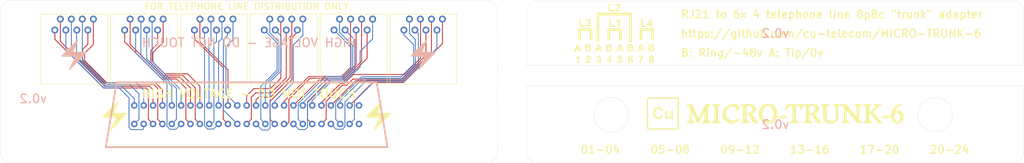
<source format=kicad_pcb>
(kicad_pcb (version 20240108) (generator "pcbnew") (generator_version "8.0")
  (layers (0 "F.Cu" signal) (31 "B.Cu" signal) (34 "B.Paste" user) (35 "F.Paste" user) (36 "B.SilkS" user "B.Silkscreen") (37 "F.SilkS" user "F.Silkscreen") (38 "B.Mask" user) (39 "F.Mask" user) (44 "Edge.Cuts" user))
  (net 0 "")
  (net 1 "/L3+")
  (net 2 "/L3-")
  (net 3 "/L1+")
  (net 4 "/L2+")
  (net 5 "/L4+")
  (net 6 "/L1-")
  (net 7 "/L2-")
  (net 8 "/L4-")
  (net 9 "/L5-")
  (net 10 "/L8-")
  (net 11 "/L6-")
  (net 12 "/L6+")
  (net 13 "/L5+")
  (net 14 "/L7+")
  (net 15 "/L8+")
  (net 16 "/L9+")
  (net 17 "/L10+")
  (net 18 "/L11+")
  (net 19 "/L10-")
  (net 20 "/L12+")
  (net 21 "/L11-")
  (net 22 "/L12-")
  (net 23 "/L9-")
  (net 24 "/L16+")
  (net 25 "/L14-")
  (net 26 "/L15-")
  (net 27 "/L16-")
  (net 28 "/L13-")
  (net 29 "/L14+")
  (net 30 "/L13+")
  (net 31 "/L15+")
  (net 32 "/L20-")
  (net 33 "/L17-")
  (net 34 "/L18-")
  (net 35 "/L18+")
  (net 36 "/L20+")
  (net 37 "/L19-")
  (net 38 "/L19+")
  (net 39 "/L17+")
  (net 40 "/L21+")
  (net 41 "/L21-")
  (net 42 "/L23+")
  (net 43 "/L24-")
  (net 44 "/L22-")
  (net 45 "/L23-")
  (net 46 "/L22+")
  (net 47 "/L24+")
  (net 48 "/L7-")
  (footprint "RJ21_RJ45_6_WAY_TRUNK:RJ45" (layer "F.Cu") (at 82.655211 81.611939)
    (property "Reference" "J3" (hide yes))
    (property "Value" "RJ45")
  )
  (footprint "MountingHole:MountingHole_3.2mm_M3" (layer "F.Cu") (at 37.723232 99.029862)
    (property "Reference" "H2" (hide yes))
    (property "Value" "MountingHole" (hide yes))
  )
  (footprint "RJ21_RJ45_6_WAY_TRUNK:RJ21" (layer "F.Cu") (at 90.210394 96.782606)
    (property "Reference" "J7" (hide yes))
    (property "Value" "RJ21 Connector")
  )
  (footprint "RJ21_RJ45_6_WAY_TRUNK:RJ45" (layer "F.Cu") (at 130.985214 81.611939)
    (property "Reference" "J6" (hide yes))
    (property "Value" "RJ45")
  )
  (footprint "MountingHole:MountingHole_3.2mm_M3" (layer "F.Cu") (at 265.166251 99.029862 180)
    (property "Reference" "H1" (hide yes))
    (property "Value" "MountingHole" (hide yes))
  )
  (footprint "MountingHole:MountingHole_3.2mm_M3" (layer "F.Cu") (at 159.196254 99.029862 180)
    (property "Reference" "H3" (hide yes))
    (property "Value" "MountingHole" (hide yes))
  )
  (footprint "MountingHole:MountingHole_3.2mm_M3" (layer "F.Cu") (at 143.693232 77.683821)
    (property "Reference" "H3" (hide yes))
    (property "Value" "MountingHole" (hide yes))
  )
  (footprint "RJ21_RJ45_6_WAY_TRUNK:RJ45" (layer "F.Cu") (at 114.875211 81.611939)
    (property "Reference" "J5" (hide yes))
    (property "Value" "RJ45")
  )
  (footprint "MountingHole:MountingHole_3.2mm_M3" (layer "F.Cu") (at 159.197195 77.933821)
    (property "Reference" "H1" (hide yes))
    (property "Value" "MountingHole" (hide yes))
  )
  (footprint "MountingHole:MountingHole_3.2mm_M3" (layer "F.Cu") (at 265.167191 77.933821)
    (property "Reference" "H3" (hide yes))
    (property "Value" "MountingHole" (hide yes))
  )
  (footprint "RJ21_RJ45_6_WAY_TRUNK:RJ45" (layer "F.Cu") (at 66.545211 81.611939)
    (property "Reference" "J2" (hide yes))
    (property "Value" "RJ45")
  )
  (footprint "MountingHole:MountingHole_3.2mm_M3" (layer "F.Cu") (at 143.693232 99.029862)
    (property "Reference" "H4" (hide yes))
    (property "Value" "MountingHole" (hide yes))
  )
  (footprint "MountingHole:MountingHole_3.2mm_M3" (layer "F.Cu") (at 37.723232 77.683821)
    (property "Reference" "H1" (hide yes))
    (property "Value" "MountingHole" (hide yes))
  )
  (footprint "RJ21_RJ45_6_WAY_TRUNK:RJ45" (layer "F.Cu") (at 98.765211 81.611939)
    (property "Reference" "J4" (hide yes))
    (property "Value" "RJ45")
  )
  (footprint "RJ21_RJ45_6_WAY_TRUNK:RJ45" (layer "F.Cu") (at 50.435211 81.611939)
    (property "Reference" "J1" (hide yes))
    (property "Value" "RJ45")
  )
  (gr_line (start 60.210394 89.282606) (end 120.210394 89.282606) (stroke (width 0.4)) (layer "B.SilkS"))
  (gr_line (start 57.710394 104.282606) (end 122.710394 104.282606) (stroke (width 0.4)) (layer "B.SilkS"))
  (gr_poly (pts (xy 131.704894 79.500735) (xy 131.715698 79.502412) (xy 131.726305 79.504968) (xy 131.736661 79.508367) (xy 131.746713 79.512571) (xy 131.756406 79.517546) (xy 131.765686 79.523254) (xy 131.774499 79.52966) (xy 131.782792 79.536728) (xy 131.790509 79.54442) (xy 131.797597 79.552702) (xy 131.804002 79.561536) (xy 131.80967 79.570886) (xy 131.814546 79.580717) (xy 131.818577 79.590992) (xy 131.821708 79.601675) (xy 131.823885 79.61273) (xy 131.825055 79.62412) (xy 131.825163 79.63581) (xy 131.824155 79.647762) (xy 131.821977 79.659942) (xy 131.818575 79.672312) (xy 131.813895 79.684836) (xy 130.801026 82.073062) (xy 130.797831 82.081326) (xy 130.795223 82.089625) (xy 130.793189 82.097939) (xy 130.791716 82.106249) (xy 130.79079 82.114534) (xy 130.790399 82.122776) (xy 130.790529 82.130954) (xy 130.791167 82.139048) (xy 130.792299 82.147039) (xy 130.793913 82.154908) (xy 130.795995 82.162634) (xy 130.798532 82.170198) (xy 130.801511 82.177579) (xy 130.804918 82.184759) (xy 130.808741 82.191717) (xy 130.812966 82.198435) (xy 130.817579 82.204891) (xy 130.822569 82.211066) (xy 130.82792 82.216941) (xy 130.833621 82.222496) (xy 130.839658 82.227711) (xy 130.846018 82.232566) (xy 130.852687 82.237042) (xy 130.859652 82.241118) (xy 130.866901 82.244776) (xy 130.874419 82.247995) (xy 130.882194 82.250756) (xy 130.890212 82.253039) (xy 130.898461 82.254824) (xy 130.906926 82.256092) (xy 130.915595 82.256822) (xy 130.924454 82.256996) (xy 133.698787 82.222556) (xy 133.70966 82.222832) (xy 133.720183 82.22391) (xy 133.73034 82.225753) (xy 133.740117 82.228323) (xy 133.749497 82.231584) (xy 133.758465 82.235501) (xy 133.767004 82.240035) (xy 133.775099 82.245151) (xy 133.782735 82.250811) (xy 133.789895 82.25698) (xy 133.796564 82.26362) (xy 133.802725 82.270695) (xy 133.808365 82.278168) (xy 133.813466 82.286002) (xy 133.818012 82.294161) (xy 133.821989 82.302609) (xy 133.82538 82.311308) (xy 133.82817 82.320222) (xy 133.830343 82.329314) (xy 133.831883 82.338548) (xy 133.832774 82.347886) (xy 133.833001 82.357293) (xy 133.832548 82.366732) (xy 133.831399 82.376165) (xy 133.829539 82.385557) (xy 133.826951 82.394871) (xy 133.82362 82.404069) (xy 133.819531 82.413116) (xy 133.814667 82.421975) (xy 133.809013 82.430609) (xy 133.802553 82.438981) (xy 133.795271 82.447055) (xy 129.987124 86.362755) (xy 129.977023 86.372262) (xy 129.966569 86.380439) (xy 129.95582 86.387325) (xy 129.944834 86.392963) (xy 129.933667 86.397394) (xy 129.922377 86.400657) (xy 129.911022 86.402796) (xy 129.89966 86.40385) (xy 129.888347 86.403861) (xy 129.877142 86.402869) (xy 129.866102 86.400917) (xy 129.855285 86.398045) (xy 129.844748 86.394294) (xy 129.834548 86.389705) (xy 129.824743 86.38432) (xy 129.815392 86.378179) (xy 129.80655 86.371323) (xy 129.798276 86.363795) (xy 129.790628 86.355634) (xy 129.783663 86.346882) (xy 129.777437 86.33758) (xy 129.77201 86.327769) (xy 129.767439 86.31749) (xy 129.76378 86.306784) (xy 129.761092 86.295693) (xy 129.759432 86.284257) (xy 129.758858 86.272518) (xy 129.759426 86.260516) (xy 129.761196 86.248294) (xy 129.764224 86.235891) (xy 129.768567 86.223349) (xy 129.774284 86.210709) (xy 131.129904 83.535859) (xy 131.133772 83.527564) (xy 131.137017 83.519197) (xy 131.139653 83.51078) (xy 131.141694 83.502335) (xy 131.143152 83.493884) (xy 131.144042 83.485448) (xy 131.144377 83.477051) (xy 131.14417 83.468713) (xy 131.143436 83.460457) (xy 131.142187 83.452306) (xy 131.140437 83.44428) (xy 131.138199 83.436402) (xy 131.135488 83.428694) (xy 131.132316 83.421178) (xy 131.128697 83.413875) (xy 131.124645 83.406809) (xy 131.120173 83.4) (xy 131.115295 83.393472) (xy 131.110023 83.387245) (xy 131.104373 83.381342) (xy 131.098356 83.375785) (xy 131.091988 83.370595) (xy 131.08528 83.365796) (xy 131.078248 83.361408) (xy 131.070903 83.357454) (xy 131.063261 83.353956) (xy 131.055333 83.350936) (xy 131.047135 83.348416) (xy 131.038679 83.346417) (xy 131.029979 83.344962) (xy 131.021048 83.344073) (xy 131.0119 83.343772) (xy 128.160317 83.343772) (xy 128.14948 83.343363) (xy 128.138999 83.342161) (xy 128.128891 83.340202) (xy 128.119169 83.337522) (xy 128.109849 83.334159) (xy 128.100947 83.330149) (xy 128.092478 83.325529) (xy 128.084458 83.320334) (xy 128.0769 83.314602) (xy 128.069822 83.308369) (xy 128.063237 83.301672) (xy 128.057162 83.294547) (xy 128.051612 83.287031) (xy 128.046601 83.27916) (xy 128.042146 83.270971) (xy 128.038261 83.262501) (xy 128.034962 83.253785) (xy 128.032264 83.244862) (xy 128.030182 83.235766) (xy 128.028732 83.226535) (xy 128.027929 83.217206) (xy 128.027788 83.207814) (xy 128.028325 83.198397) (xy 128.029554 83.18899) (xy 128.031491 83.179632) (xy 128.034152 83.170357) (xy 128.037551 83.161203) (xy 128.041704 83.152207) (xy 128.046626 83.143404) (xy 128.052333 83.134831) (xy 128.058839 83.126525) (xy 128.066161 83.118523) (xy 131.597951 79.54025) (xy 131.607745 79.53115) (xy 131.617883 79.523291) (xy 131.628311 79.516636) (xy 131.638976 79.511149) (xy 131.649822 79.506794) (xy 131.660797 79.503536) (xy 131.671846 79.501336) (xy 131.682914 79.500161) (xy 131.693948 79.499972)) (stroke (width -0.000001)) (fill solid) (layer "B.SilkS"))
  (gr_line (start 120.210394 89.282606) (end 122.710394 104.282606) (stroke (width 0.4)) (layer "B.SilkS"))
  (gr_line (start 57.710394 104.282606) (end 60.210394 89.282606) (stroke (width 0.4)) (layer "B.SilkS"))
  (gr_poly (pts (xy 51.164894 79.500735) (xy 51.175698 79.502412) (xy 51.186305 79.504968) (xy 51.196661 79.508367) (xy 51.206713 79.512571) (xy 51.216406 79.517546) (xy 51.225686 79.523254) (xy 51.234499 79.52966) (xy 51.242792 79.536728) (xy 51.250509 79.54442) (xy 51.257597 79.552702) (xy 51.264002 79.561536) (xy 51.26967 79.570886) (xy 51.274546 79.580717) (xy 51.278577 79.590992) (xy 51.281708 79.601675) (xy 51.283885 79.61273) (xy 51.285055 79.62412) (xy 51.285163 79.63581) (xy 51.284155 79.647762) (xy 51.281977 79.659942) (xy 51.278575 79.672312) (xy 51.273895 79.684836) (xy 50.261026 82.073062) (xy 50.257831 82.081326) (xy 50.255223 82.089625) (xy 50.253189 82.097939) (xy 50.251716 82.106249) (xy 50.25079 82.114534) (xy 50.250399 82.122776) (xy 50.250529 82.130954) (xy 50.251167 82.139048) (xy 50.252299 82.147039) (xy 50.253913 82.154908) (xy 50.255995 82.162634) (xy 50.258532 82.170198) (xy 50.261511 82.177579) (xy 50.264918 82.184759) (xy 50.268741 82.191717) (xy 50.272966 82.198435) (xy 50.277579 82.204891) (xy 50.282569 82.211066) (xy 50.28792 82.216941) (xy 50.293621 82.222496) (xy 50.299658 82.227711) (xy 50.306018 82.232566) (xy 50.312687 82.237042) (xy 50.319652 82.241118) (xy 50.326901 82.244776) (xy 50.334419 82.247995) (xy 50.342194 82.250756) (xy 50.350212 82.253039) (xy 50.358461 82.254824) (xy 50.366926 82.256092) (xy 50.375595 82.256822) (xy 50.384454 82.256996) (xy 53.158787 82.222556) (xy 53.16966 82.222832) (xy 53.180183 82.22391) (xy 53.19034 82.225753) (xy 53.200117 82.228323) (xy 53.209497 82.231584) (xy 53.218465 82.235501) (xy 53.227004 82.240035) (xy 53.235099 82.245151) (xy 53.242735 82.250811) (xy 53.249895 82.25698) (xy 53.256564 82.26362) (xy 53.262725 82.270695) (xy 53.268365 82.278168) (xy 53.273466 82.286002) (xy 53.278012 82.294161) (xy 53.281989 82.302609) (xy 53.28538 82.311308) (xy 53.28817 82.320222) (xy 53.290343 82.329314) (xy 53.291883 82.338548) (xy 53.292774 82.347886) (xy 53.293001 82.357293) (xy 53.292548 82.366732) (xy 53.291399 82.376165) (xy 53.289539 82.385557) (xy 53.286951 82.394871) (xy 53.28362 82.404069) (xy 53.279531 82.413116) (xy 53.274667 82.421975) (xy 53.269013 82.430609) (xy 53.262553 82.438981) (xy 53.255271 82.447055) (xy 49.447124 86.362755) (xy 49.437023 86.372262) (xy 49.426569 86.380439) (xy 49.41582 86.387325) (xy 49.404834 86.392963) (xy 49.393667 86.397394) (xy 49.382377 86.400657) (xy 49.371022 86.402796) (xy 49.35966 86.40385) (xy 49.348347 86.403861) (xy 49.337142 86.402869) (xy 49.326102 86.400917) (xy 49.315285 86.398045) (xy 49.304748 86.394294) (xy 49.294548 86.389705) (xy 49.284743 86.38432) (xy 49.275392 86.378179) (xy 49.26655 86.371323) (xy 49.258276 86.363795) (xy 49.250628 86.355634) (xy 49.243663 86.346882) (xy 49.237437 86.33758) (xy 49.23201 86.327769) (xy 49.227439 86.31749) (xy 49.22378 86.306784) (xy 49.221092 86.295693) (xy 49.219432 86.284257) (xy 49.218858 86.272518) (xy 49.219426 86.260516) (xy 49.221196 86.248294) (xy 49.224224 86.235891) (xy 49.228567 86.223349) (xy 49.234284 86.210709) (xy 50.589904 83.535859) (xy 50.593772 83.527564) (xy 50.597017 83.519197) (xy 50.599653 83.51078) (xy 50.601694 83.502335) (xy 50.603152 83.493884) (xy 50.604042 83.485448) (xy 50.604377 83.477051) (xy 50.60417 83.468713) (xy 50.603436 83.460457) (xy 50.602187 83.452306) (xy 50.600437 83.44428) (xy 50.598199 83.436402) (xy 50.595488 83.428694) (xy 50.592316 83.421178) (xy 50.588697 83.413875) (xy 50.584645 83.406809) (xy 50.580173 83.4) (xy 50.575295 83.393472) (xy 50.570023 83.387245) (xy 50.564373 83.381342) (xy 50.558356 83.375785) (xy 50.551988 83.370595) (xy 50.54528 83.365796) (xy 50.538248 83.361408) (xy 50.530903 83.357454) (xy 50.523261 83.353956) (xy 50.515333 83.350936) (xy 50.507135 83.348416) (xy 50.498679 83.346417) (xy 50.489979 83.344962) (xy 50.481048 83.344073) (xy 50.4719 83.343772) (xy 47.620317 83.343772) (xy 47.60948 83.343363) (xy 47.598999 83.342161) (xy 47.588891 83.340202) (xy 47.579169 83.337522) (xy 47.569849 83.334159) (xy 47.560947 83.330149) (xy 47.552478 83.325529) (xy 47.544458 83.320334) (xy 47.5369 83.314602) (xy 47.529822 83.308369) (xy 47.523237 83.301672) (xy 47.517162 83.294547) (xy 47.511612 83.287031) (xy 47.506601 83.27916) (xy 47.502146 83.270971) (xy 47.498261 83.262501) (xy 47.494962 83.253785) (xy 47.492264 83.244862) (xy 47.490182 83.235766) (xy 47.488732 83.226535) (xy 47.487929 83.217206) (xy 47.487788 83.207814) (xy 47.488325 83.198397) (xy 47.489554 83.18899) (xy 47.491491 83.179632) (xy 47.494152 83.170357) (xy 47.497551 83.161203) (xy 47.501704 83.152207) (xy 47.506626 83.143404) (xy 47.512333 83.134831) (xy 47.518839 83.126525) (xy 47.526161 83.118523) (xy 51.057951 79.54025) (xy 51.067745 79.53115) (xy 51.077883 79.523291) (xy 51.088311 79.516636) (xy 51.098976 79.511149) (xy 51.109822 79.506794) (xy 51.120797 79.503536) (xy 51.131846 79.501336) (xy 51.142914 79.500161) (xy 51.153948 79.499972)) (stroke (width -0.000001)) (fill solid) (layer "B.SilkS"))
  (gr_poly (pts (xy 169.036183 80.486048) (xy 169.08118 80.486844) (xy 169.122995 80.488171) (xy 169.161627 80.490028) (xy 169.197078 80.492416) (xy 169.229347 80.495334) (xy 169.258433 80.498783) (xy 169.284337 80.502763) (xy 169.296552 80.504885) (xy 169.308597 80.507289) (xy 169.320472 80.509977) (xy 169.332177 80.512948) (xy 169.343712 80.516202) (xy 169.355078 80.519739) (xy 169.366273 80.523559) (xy 169.377299 80.527662) (xy 169.388155 80.532049) (xy 169.398841 80.536718) (xy 169.409358 80.541671) (xy 169.419704 80.546906) (xy 169.429881 80.552425) (xy 169.439887 80.558227) (xy 169.449724 80.564312) (xy 169.459391 80.57068) (xy 169.469014 80.577326) (xy 169.478431 80.584246) (xy 169.487642 80.591439) (xy 169.496648 80.598907) (xy 169.505448 80.606649) (xy 169.514042 80.614666) (xy 169.522431 80.622956) (xy 169.530615 80.631521) (xy 169.538592 80.640359) (xy 169.546364 80.649472) (xy 169.553931 80.658859) (xy 169.561292 80.668521) (xy 169.568447 80.678456) (xy 169.575397 80.688665) (xy 169.582141 80.699149) (xy 169.58868 80.709907) (xy 169.594915 80.720744) (xy 169.600747 80.731749) (xy 169.606177 80.742922) (xy 169.611205 80.754264) (xy 169.615831 80.765773) (xy 169.620055 80.77745) (xy 169.623876 80.789296) (xy 169.627295 80.801309) (xy 169.630312 80.813491) (xy 169.632926 80.825841) (xy 169.635139 80.838358) (xy 169.636949 80.851044) (xy 169.638357 80.863897) (xy 169.639362 80.876919) (xy 169.639965 80.890109) (xy 169.640167 80.903467) (xy 169.639916 80.917965) (xy 169.639165 80.932312) (xy 169.637914 80.94651) (xy 169.636162 80.960557) (xy 169.63391 80.974454) (xy 169.631157 80.988201) (xy 169.627903 81.001797) (xy 169.624149 81.015243) (xy 169.619894 81.028539) (xy 169.615139 81.041684) (xy 169.609883 81.054679) (xy 169.604126 81.067524) (xy 169.597869 81.080218) (xy 169.591111 81.092763) (xy 169.583853 81.105157) (xy 169.576095 81.1174) (xy 169.56805 81.129378) (xy 169.559647 81.140976) (xy 169.550888 81.152193) (xy 169.54177 81.16303) (xy 169.532295 81.173487) (xy 169.522463 81.183564) (xy 169.512273 81.19326) (xy 169.501725 81.202577) (xy 169.49082 81.211513) (xy 169.479557 81.220069) (xy 169.467937 81.228244) (xy 169.455959 81.23604) (xy 169.443624 81.243455) (xy 169.430931 81.25049) (xy 169.417881 81.257144) (xy 169.404473 81.263419) (xy 169.42336 81.26918) (xy 169.441693 81.275428) (xy 169.459472 81.282162) (xy 169.476697 81.289382) (xy 169.493367 81.297089) (xy 169.509484 81.305282) (xy 169.525046 81.313962) (xy 169.540054 81.323128) (xy 169.554508 81.33278) (xy 169.568407 81.342919) (xy 169.581753 81.353544) (xy 169.594544 81.364655) (xy 169.606781 81.376253) (xy 169.618464 81.388337) (xy 169.629592 81.400908) (xy 169.640167 81.413965) (xy 169.650142 81.427411) (xy 169.659474 81.441148) (xy 169.668163 81.455178) (xy 169.676207 81.4695) (xy 169.683609 81.484113) (xy 169.690366 81.499018) (xy 169.69648 81.514215) (xy 169.701951 81.529704) (xy 169.706778 81.545484) (xy 169.710961 81.561557) (xy 169.714501 81.577921) (xy 169.717397 81.594577) (xy 169.719649 81.611525) (xy 169.721258 81.628765) (xy 169.722224 81.646296) (xy 169.722545 81.66412) (xy 169.722335 81.678247) (xy 169.721705 81.69233) (xy 169.720655 81.706368) (xy 169.719185 81.720363) (xy 169.717294 81.734313) (xy 169.714983 81.748219) (xy 169.712253 81.76208) (xy 169.709102 81.775898) (xy 169.705531 81.789671) (xy 169.70154 81.8034) (xy 169.697129 81.817085) (xy 169.692297 81.830725) (xy 169.687046 81.844321) (xy 169.681374 81.857873) (xy 169.675283 81.871381) (xy 169.668771 81.884844) (xy 169.662036 81.897981) (xy 169.654988 81.91079) (xy 169.647627 81.923272) (xy 169.639953 81.935427) (xy 169.631966 81.947255) (xy 169.623666 81.958755) (xy 169.615054 81.969929) (xy 169.606129 81.980775) (xy 169.596891 81.991293) (xy 169.58734 82.001485) (xy 169.577476 82.011349) (xy 169.567299 82.020887) (xy 169.55681 82.030097) (xy 169.546007 82.038979) (xy 169.534892 82.047535) (xy 169.523464 82.055763) (xy 169.511853 82.063497) (xy 169.499902 82.07085) (xy 169.487611 82.077823) (xy 169.474981 82.084416) (xy 169.462011 82.090628) (xy 169.448701 82.09646) (xy 169.435052 82.101912) (xy 169.421063 82.106984) (xy 169.406734 82.111675) (xy 169.392066 82.115987) (xy 169.377058 82.119918) (xy 169.36171 82.123468) (xy 169.346023 82.126638) (xy 169.329996 82.129429) (xy 169.313629 82.131838) (xy 169.296923 82.133868) (xy 169.27202 82.136026) (xy 169.239644 82.137972) (xy 169.199795 82.139705) (xy 169.152474 82.141225) (xy 169.035414 82.143627) (xy 168.888463 82.145178) (xy 168.317533 82.145178) (xy 168.317533 81.8656) (xy 168.6562 81.8656) (xy 168.969696 81.8656) (xy 169.052862 81.864962) (xy 169.08817 81.864166) (xy 169.119294 81.86305) (xy 169.146235 81.861616) (xy 169.168993 81.859862) (xy 169.187567 81.85779) (xy 169.201958 81.8554) (xy 169.211286 81.853551) (xy 169.22039 81.851401) (xy 169.22927 81.848951) (xy 169.237927 81.8462) (xy 169.246361 81.843149) (xy 169.254571 81.839797) (xy 169.262558 81.836145) (xy 169.270321 81.832192) (xy 169.277861 81.827938) (xy 169.285177 81.823384) (xy 169.29227 81.818529) (xy 169.299139 81.813374) (xy 169.305785 81.807918) (xy 169.312208 81.802162) (xy 169.318407 81.796105) (xy 169.324382 81.789747) (xy 169.330201 81.78296) (xy 169.335645 81.775898) (xy 169.340713 81.768563) (xy 169.345406 81.760953) (xy 169.349723 81.753069) (xy 169.353665 81.744911) (xy 169.357231 81.736479) (xy 169.360423 81.727773) (xy 169.363238 81.718793) (xy 169.365678 81.709538) (xy 169.367743 81.70001) (xy 169.369433 81.690207) (xy 169.370747 81.68013) (xy 169.371685 81.669779) (xy 169.372248 81.659154) (xy 169.372436 81.648255) (xy 169.372293 81.639005) (xy 169.371864 81.629932) (xy 169.371149 81.621036) (xy 169.370148 81.612317) (xy 169.368861 81.603775) (xy 169.367288 81.595409) (xy 169.365428 81.58722) (xy 169.363283 81.579209) (xy 169.360852 81.571374) (xy 169.358134 81.563715) (xy 169.355131 81.556234) (xy 169.351842 81.54893) (xy 169.348266 81.541802) (xy 169.344405 81.534851) (xy 169.340257 81.528078) (xy 169.335824 81.521481) (xy 169.331118 81.515083) (xy 169.326152 81.508906) (xy 169.320928 81.50295) (xy 169.315444 81.497215) (xy 169.309701 81.491701) (xy 169.303698 81.486409) (xy 169.297437 81.481337) (xy 169.290916 81.476487) (xy 169.284136 81.471857) (xy 169.277097 81.467449) (xy 169.269799 81.463261) (xy 169.262241 81.459295) (xy 169.254424 81.45555) (xy 169.246348 81.452026) (xy 169.238013 81.448723) (xy 169.229418 81.445641) (xy 169.220202 81.442764) (xy 169.209717 81.440072) (xy 169.197963 81.437566) (xy 169.184939 81.435246) (xy 169.170647 81.433111) (xy 169.155084 81.431162) (xy 169.138253 81.429399) (xy 169.120152 81.427821) (xy 169.080143 81.425222) (xy 169.035056 81.423366) (xy 168.984893 81.422252) (xy 168.929652 81.42188) (xy 168.6562 81.421885) (xy 168.6562 81.8656) (xy 168.317533 81.8656) (xy 168.317533 81.145696) (xy 168.6562 81.145696) (xy 168.878165 81.145696) (xy 168.967766 81.145341) (xy 169.038631 81.144278) (xy 169.090761 81.142506) (xy 169.109801 81.141354) (xy 169.124156 81.140025) (xy 169.134878 81.1386) (xy 169.145305 81.136874) (xy 169.155437 81.134848) (xy 169.165274 81.132521) (xy 169.174816 81.129894) (xy 169.184063 81.126967) (xy 169.193015 81.123739) (xy 169.201672 81.12021) (xy 169.210035 81.116381) (xy 169.218102 81.112252) (xy 169.225874 81.107822) (xy 169.233351 81.103091) (xy 169.240533 81.09806) (xy 169.247421 81.092729) (xy 169.254013 81.087097) (xy 169.26031 81.081165) (xy 169.266406 81.07482) (xy 169.272109 81.068236) (xy 169.277419 81.061414) (xy 169.282335 81.054353) (xy 169.286858 81.047053) (xy 169.290987 81.039514) (xy 169.294724 81.031737) (xy 169.298067 81.02372) (xy 169.301016 81.015466) (xy 169.303573 81.006972) (xy 169.305736 80.998239) (xy 169.307506 80.989268) (xy 169.308882 80.980058) (xy 169.309866 80.970609) (xy 169.310456 80.960921) (xy 169.310652 80.950995) (xy 169.310482 80.941489) (xy 169.309973 80.932212) (xy 169.309124 80.923166) (xy 169.307935 80.914349) (xy 169.306406 80.905762) (xy 169.304538 80.897405) (xy 169.30233 80.889279) (xy 169.299783 80.881382) (xy 169.296896 80.873715) (xy 169.293669 80.866278) (xy 169.290102 80.859071) (xy 169.286196 80.852093) (xy 169.28195 80.845346) (xy 169.277365 80.838828) (xy 169.27244 80.832541) (xy 169.267175 80.826483) (xy 169.261718 80.820549) (xy 169.25593 80.814916) (xy 169.249811 80.809583) (xy 169.243362 80.804551) (xy 169.236582 80.79982) (xy 169.229471 80.79539) (xy 169.22203 80.79126) (xy 169.214258 80.787431) (xy 169.206155 80.783902) (xy 169.197721 80.780674) (xy 169.188957 80.777747) (xy 169.179862 80.775121) (xy 169.170436 80.772795) (xy 169.16068 80.770771) (xy 169.150592 80.769046) (xy 169.140175 80.767623) (xy 169.124639 80.766294) (xy 169.103204 80.765142) (xy 169.07587 80.764168) (xy 169.042636 80.76337) (xy 168.958469 80.762307) (xy 168.850705 80.761952) (xy 168.6562 80.761972) (xy 168.6562 81.145696) (xy 168.317533 81.145696) (xy 168.317533 80.485783) (xy 168.988003 80.485783)) (stroke (width -0.000001)) (fill solid) (layer "F.SilkS"))
  (gr_poly (pts (xy 183.66691 80.486049) (xy 183.711908 80.486845) (xy 183.753723 80.488171) (xy 183.792356 80.490029) (xy 183.827807 80.492416) (xy 183.860075 80.495335) (xy 183.889161 80.498784) (xy 183.915065 80.502764) (xy 183.92728 80.504885) (xy 183.939325 80.50729) (xy 183.9512 80.509978) (xy 183.962905 80.512948) (xy 183.974441 80.516202) (xy 183.985806 80.519739) (xy 183.997002 80.52356) (xy 184.008028 80.527663) (xy 184.018884 80.532049) (xy 184.02957 80.536719) (xy 184.040086 80.541671) (xy 184.050433 80.546907) (xy 184.06061 80.552426) (xy 184.070617 80.558228) (xy 184.080454 80.564313) (xy 184.090121 80.570681) (xy 184.099743 80.577326) (xy 184.10916 80.584246) (xy 184.118372 80.59144) (xy 184.127377 80.598908) (xy 184.136177 80.60665) (xy 184.144772 80.614666) (xy 184.153161 80.622956) (xy 184.161344 80.631521) (xy 184.169322 80.64036) (xy 184.177094 80.649472) (xy 184.184661 80.658859) (xy 184.192021 80.668521) (xy 184.199177 80.678456) (xy 184.206127 80.688665) (xy 184.212871 80.699149) (xy 184.219409 80.709907) (xy 184.225644 80.720744) (xy 184.231477 80.731749) (xy 184.236907 80.742922) (xy 184.241935 80.754264) (xy 184.24656 80.765773) (xy 184.250784 80.77745) (xy 184.254605 80.789296) (xy 184.258024 80.801309) (xy 184.261041 80.813491) (xy 184.263655 80.825841) (xy 184.265867 80.838358) (xy 184.267677 80.851044) (xy 184.269085 80.863897) (xy 184.270091 80.876919) (xy 184.270694 80.890109) (xy 184.270895 80.903467) (xy 184.270645 80.917965) (xy 184.269894 80.932312) (xy 184.268643 80.94651) (xy 184.266891 80.960557) (xy 184.264638 80.974454) (xy 184.261885 80.988201) (xy 184.258632 81.001797) (xy 184.254878 81.015243) (xy 184.250623 81.028539) (xy 184.245868 81.041684) (xy 184.240612 81.054679) (xy 184.234855 81.067524) (xy 184.228598 81.080218) (xy 184.221841 81.092763) (xy 184.214583 81.105157) (xy 184.206824 81.1174) (xy 184.19878 81.129378) (xy 184.190377 81.140976) (xy 184.181618 81.152193) (xy 184.1725 81.16303) (xy 184.163025 81.173487) (xy 184.153193 81.183564) (xy 184.143003 81.19326) (xy 184.132455 81.202577) (xy 184.12155 81.211513) (xy 184.110288 81.220069) (xy 184.098667 81.228244) (xy 184.08669 81.23604) (xy 184.074354 81.243455) (xy 184.061661 81.25049) (xy 184.048611 81.257144) (xy 184.035203 81.263419) (xy 184.05409 81.26918) (xy 184.072424 81.275428) (xy 184.090202 81.282162) (xy 184.107427 81.289382) (xy 184.124098 81.297089) (xy 184.140214 81.305282) (xy 184.155776 81.313962) (xy 184.170784 81.323128) (xy 184.185238 81.33278) (xy 184.199137 81.342919) (xy 184.212482 81.353544) (xy 184.225273 81.364655) (xy 184.23751 81.376253) (xy 184.249193 81.388337) (xy 184.260321 81.400908) (xy 184.270895 81.413965) (xy 184.280871 81.427411) (xy 184.290203 81.441148) (xy 184.298892 81.455178) (xy 184.306937 81.4695) (xy 184.314338 81.484113) (xy 184.321096 81.499018) (xy 184.32721 81.514215) (xy 184.33268 81.529704) (xy 184.337507 81.545484) (xy 184.341691 81.561557) (xy 184.345231 81.577921) (xy 184.348127 81.594577) (xy 184.350379 81.611525) (xy 184.351988 81.628765) (xy 184.352954 81.646296) (xy 184.353276 81.66412) (xy 184.353065 81.678247) (xy 184.352435 81.69233) (xy 184.351385 81.706368) (xy 184.349915 81.720363) (xy 184.348024 81.734313) (xy 184.345713 81.748219) (xy 184.342983 81.76208) (xy 184.339832 81.775898) (xy 184.336261 81.789671) (xy 184.33227 81.8034) (xy 184.327859 81.817085) (xy 184.323027 81.830725) (xy 184.317776 81.844321) (xy 184.312104 81.857873) (xy 184.306013 81.871381) (xy 184.299501 81.884844) (xy 184.292765 81.897981) (xy 184.285717 81.91079) (xy 184.278356 81.923272) (xy 184.270682 81.935427) (xy 184.262695 81.947255) (xy 184.254395 81.958755) (xy 184.245783 81.969929) (xy 184.236857 81.980775) (xy 184.227619 81.991293) (xy 184.218068 82.001485) (xy 184.208204 82.011349) (xy 184.198028 82.020887) (xy 184.187538 82.030097) (xy 184.176736 82.038979) (xy 184.165621 82.047535) (xy 184.154193 82.055763) (xy 184.142582 82.063497) (xy 184.130631 82.07085) (xy 184.118341 82.077823) (xy 184.10571 82.084416) (xy 184.092741 82.090628) (xy 184.079431 82.09646) (xy 184.065782 82.101912) (xy 184.051793 82.106984) (xy 184.037464 82.111675) (xy 184.022796 82.115987) (xy 184.007787 82.119918) (xy 183.99244 82.123468) (xy 183.976752 82.126638) (xy 183.960725 82.129429) (xy 183.944358 82.131838) (xy 183.927651 82.133868) (xy 183.902749 82.136026) (xy 183.870373 82.137972) (xy 183.830525 82.139705) (xy 183.783204 82.141225) (xy 183.666143 82.143627) (xy 183.519192 82.145178) (xy 182.948263 82.145178) (xy 182.948262 81.8656) (xy 183.286928 81.8656) (xy 183.600425 81.8656) (xy 183.68359 81.864962) (xy 183.718897 81.864166) (xy 183.750022 81.86305) (xy 183.776963 81.861616) (xy 183.799721 81.859862) (xy 183.818296 81.85779) (xy 183.832687 81.8554) (xy 183.842015 81.853551) (xy 183.851118 81.851401) (xy 183.859999 81.848951) (xy 183.868656 81.8462) (xy 183.877089 81.843149) (xy 183.8853 81.839797) (xy 183.893286 81.836145) (xy 183.90105 81.832192) (xy 183.908589 81.827938) (xy 183.915906 81.823384) (xy 183.922999 81.818529) (xy 183.929868 81.813374) (xy 183.936514 81.807918) (xy 183.942937 81.802162) (xy 183.949136 81.796105) (xy 183.955112 81.789747) (xy 183.96093 81.78296) (xy 183.966374 81.775898) (xy 183.971442 81.768563) (xy 183.976135 81.760953) (xy 183.980452 81.753069) (xy 183.984394 81.744911) (xy 183.987961 81.736479) (xy 183.991152 81.727773) (xy 183.993967 81.718793) (xy 183.996408 81.709538) (xy 183.998472 81.70001) (xy 184.000162 81.690207) (xy 184.001476 81.68013) (xy 184.002414 81.669779) (xy 184.002978 81.659154) (xy 184.003165 81.648255) (xy 184.003022 81.639005) (xy 184.002593 81.629932) (xy 184.001878 81.621036) (xy 184.000877 81.612317) (xy 183.99959 81.603775) (xy 183.998016 81.595409) (xy 183.996157 81.58722) (xy 183.994011 81.579209) (xy 183.99158 81.571374) (xy 183.988862 81.563715) (xy 183.985859 81.556234) (xy 183.982569 81.54893) (xy 183.978993 81.541802) (xy 183.975132 81.534851) (xy 183.970984 81.528078) (xy 183.96655 81.521481) (xy 183.961844 81.515083) (xy 183.956879 81.508906) (xy 183.951654 81.50295) (xy 183.94617 81.497215) (xy 183.940427 81.491701) (xy 183.934425 81.486409) (xy 183.928164 81.481337) (xy 183.921643 81.476487) (xy 183.914863 81.471857) (xy 183.907824 81.467449) (xy 183.900526 81.463261) (xy 183.892968 81.459295) (xy 183.885152 81.45555) (xy 183.877076 81.452026) (xy 183.868741 81.448723) (xy 183.860146 81.445641) (xy 183.85093 81.442764) (xy 183.840445 81.440072) (xy 183.828691 81.437566) (xy 183.815667 81.435246) (xy 183.801375 81.433111) (xy 183.785812 81.431162) (xy 183.768981 81.429399) (xy 183.75088 81.427821) (xy 183.710871 81.425222) (xy 183.665784 81.423366) (xy 183.615621 81.422252) (xy 183.56038 81.42188) (xy 183.286928 81.421885) (xy 183.286928 81.8656) (xy 182.948262 81.8656) (xy 182.948261 81.145696) (xy 183.286928 81.145696) (xy 183.508895 81.145696) (xy 183.598496 81.145341) (xy 183.669361 81.144278) (xy 183.721491 81.142506) (xy 183.74053 81.141354) (xy 183.754886 81.140025) (xy 183.765608 81.1386) (xy 183.776034 81.136874) (xy 183.786166 81.134848) (xy 183.796003 81.132521) (xy 183.805545 81.129894) (xy 183.814792 81.126967) (xy 183.823744 81.123739) (xy 183.832401 81.12021) (xy 183.840763 81.116381) (xy 183.84883 81.112252) (xy 183.856602 81.107822) (xy 183.864079 81.103091) (xy 183.871261 81.09806) (xy 183.878148 81.092729) (xy 183.88474 81.087097) (xy 183.891037 81.081165) (xy 183.897133 81.07482) (xy 183.902836 81.068236) (xy 183.908146 81.061414) (xy 183.913062 81.054353) (xy 183.917585 81.047053) (xy 183.921715 81.039514) (xy 183.925451 81.031737) (xy 183.928794 81.02372) (xy 183.931744 81.015466) (xy 183.9343 81.006972) (xy 183.936464 80.998239) (xy 183.938233 80.989268) (xy 183.93961 80.980058) (xy 183.940593 80.970609) (xy 183.941183 80.960921) (xy 183.94138 80.950995) (xy 183.94121 80.941489) (xy 183.9407 80.932212) (xy 183.939851 80.923166) (xy 183.938663 80.914349) (xy 183.937134 80.905762) (xy 183.935266 80.897405) (xy 183.933058 80.889279) (xy 183.930511 80.881382) (xy 183.927624 80.873715) (xy 183.924397 80.866278) (xy 183.920831 80.859071) (xy 183.916925 80.852093) (xy 183.912679 80.845346) (xy 183.908093 80.838828) (xy 183.903168 80.832541) (xy 183.897904 80.826483) (xy 183.892446 80.820549) (xy 183.886658 80.814916) (xy 183.880539 80.809583) (xy 183.87409 80.804551) (xy 183.86731 80.79982) (xy 183.860199 80.79539) (xy 183.852757 80.79126) (xy 183.844985 80.787431) (xy 183.836882 80.783902) (xy 183.828448 80.780674) (xy 183.819684 80.777747) (xy 183.810589 80.775121) (xy 183.801163 80.772795) (xy 183.791407 80.770771) (xy 183.78132 80.769046) (xy 183.770902 80.767623) (xy 183.755366 80.766294) (xy 183.733931 80.765142) (xy 183.706597 80.764168) (xy 183.673363 80.76337) (xy 183.589196 80.762307) (xy 183.481431 80.761952) (xy 183.286928 80.761972) (xy 183.286928 81.145696) (xy 182.948261 81.145696) (xy 182.94826 80.485784) (xy 183.618731 80.485784)) (stroke (width -0.000001)) (fill solid) (layer "F.SilkS"))
  (gr_poly (pts (xy 166.95 84.780382) (xy 166.628495 84.780382) (xy 166.628495 83.581671) (xy 166.606224 83.601715) (xy 166.583462 83.621095) (xy 166.560208 83.639811) (xy 166.536462 83.657865) (xy 166.512225 83.675255) (xy 166.487496 83.691982) (xy 166.462276 83.708046) (xy 166.436564 83.723446) (xy 166.41036 83.738183) (xy 166.383665 83.752257) (xy 166.356478 83.765668) (xy 166.3288 83.778415) (xy 166.30063 83.790499) (xy 166.271968 83.80192) (xy 166.242815 83.812678) (xy 166.21317 83.822772) (xy 166.21317 83.53413) (xy 166.228986 83.528754) (xy 166.244973 83.522811) (xy 166.26113 83.516302) (xy 166.277456 83.509228) (xy 166.293953 83.501587) (xy 166.310619 83.493381) (xy 166.327454 83.484609) (xy 166.34446 83.47527) (xy 166.361636 83.465366) (xy 166.378981 83.454895) (xy 166.396496 83.443859) (xy 166.414182 83.432257) (xy 166.432036 83.420088) (xy 166.450061 83.407354) (xy 166.468256 83.394054) (xy 166.48662 83.380188) (xy 166.504708 83.365751) (xy 166.522071 83.351023) (xy 166.53871 83.336003) (xy 166.554626 83.320691) (xy 166.569817 83.305087) (xy 166.584284 83.289192) (xy 166.598027 83.273004) (xy 166.611046 83.256525) (xy 166.623341 83.239754) (xy 166.634913 83.222692) (xy 166.64576 83.205337) (xy 166.655882 83.187691) (xy 166.665281 83.169753) (xy 166.673956 83.151522) (xy 166.681907 83.133001) (xy 166.689134 83.114187) (xy 166.95 83.114187)) (stroke (width -0.000001)) (fill solid) (layer "F.SilkS"))
  (gr_poly (pts (xy 178.850685 83.100454) (xy 178.873791 83.101701) (xy 178.896379 83.103779) (xy 178.918448 83.106689) (xy 178.939999 83.11043) (xy 178.961032 83.115001) (xy 178.981546 83.120405) (xy 179.001542 83.126639) (xy 179.021019 83.133705) (xy 179.039978 83.141602) (xy 179.058418 83.15033) (xy 179.07634 83.15989) (xy 179.093743 83.17028) (xy 179.110628 83.181502) (xy 179.126994 83.193556) (xy 179.142842 83.20644) (xy 179.158217 83.219975) (xy 179.172876 83.234261) (xy 179.186821 83.249299) (xy 179.20005 83.265088) (xy 179.212564 83.281629) (xy 179.224363 83.298922) (xy 179.235447 83.316967) (xy 179.245816 83.335763) (xy 179.25547 83.355311) (xy 179.264409 83.375611) (xy 179.272632 83.396662) (xy 179.280141 83.418465) (xy 179.286934 83.441019) (xy 179.293013 83.464326) (xy 179.298376 83.488384) (xy 179.303024 83.513193) (xy 179.303025 83.513193) (xy 178.991817 83.54715) (xy 178.990245 83.53546) (xy 178.988387 83.524158) (xy 178.986242 83.513245) (xy 178.983812 83.502722) (xy 178.981095 83.492588) (xy 178.978092 83.482843) (xy 178.974803 83.473487) (xy 178.971228 83.46452) (xy 178.967366 83.455942) (xy 178.963218 83.447753) (xy 178.958784 83.439953) (xy 178.954064 83.432543) (xy 178.949058 83.425521) (xy 178.943765 83.418889) (xy 178.938186 83.412646) (xy 178.932321 83.406792) (xy 178.926203 83.401309) (xy 178.919861 83.39618) (xy 178.913296 83.391404) (xy 178.906507 83.386982) (xy 178.899494 83.382914) (xy 178.892258 83.3792) (xy 178.884799 83.37584) (xy 178.877116 83.372833) (xy 178.86921 83.37018) (xy 178.86108 83.36788) (xy 178.852727 83.365935) (xy 178.84415 83.364343) (xy 178.83535 83.363105) (xy 178.826326 83.362221) (xy 178.817079 83.36169) (xy 178.807608 83.361513) (xy 178.795 83.361867) (xy 178.782634 83.362928) (xy 178.770509 83.364697) (xy 178.758625 83.367173) (xy 178.746982 83.370357) (xy 178.735581 83.374248) (xy 178.724421 83.378846) (xy 178.713503 83.384152) (xy 178.702826 83.390165) (xy 178.69239 83.396886) (xy 178.682195 83.404315) (xy 178.672242 83.41245) (xy 178.66253 83.421294) (xy 178.65306 83.430844) (xy 178.64383 83.441102) (xy 178.634843 83.452068) (xy 178.62632 83.464152) (xy 178.618199 83.477766) (xy 178.61048 83.49291) (xy 178.603164 83.509584) (xy 178.59625 83.527788) (xy 178.589738 83.547522) (xy 178.583629 83.568785) (xy 178.577921 83.591578) (xy 178.572616 83.615901) (xy 178.567713 83.641754) (xy 178.563213 83.669137) (xy 178.559114 83.69805) (xy 178.555418 83.728493) (xy 178.552124 83.760465) (xy 178.549232 83.793968) (xy 178.546742 83.829) (xy 178.561987 83.812003) (xy 178.577688 83.796103) (xy 178.593845 83.781299) (xy 178.610457 83.767592) (xy 178.627526 83.754982) (xy 178.64505 83.743468) (xy 178.66303 83.73305) (xy 178.681466 83.723729) (xy 178.700358 83.715505) (xy 178.719706 83.708377) (xy 178.739509 83.702346) (xy 178.759769 83.697412) (xy 178.780484 83.693574) (xy 178.801655 83.690832) (xy 178.823283 83.689187) (xy 178.845366 83.688639) (xy 178.870309 83.689232) (xy 178.894796 83.691009) (xy 178.918828 83.693972) (xy 178.942403 83.698119) (xy 178.965523 83.703452) (xy 178.988187 83.709969) (xy 179.010395 83.717672) (xy 179.032147 83.726559) (xy 179.053444 83.736632) (xy 179.074284 83.747889) (xy 179.094669 83.760332) (xy 179.114597 83.773959) (xy 179.13407 83.788772) (xy 179.153087 83.804769) (xy 179.171649 83.821952) (xy 179.189754 83.840319) (xy 179.207211 83.859624) (xy 179.223542 83.879618) (xy 179.238747 83.900302) (xy 179.252825 83.921676) (xy 179.265777 83.943739) (xy 179.277603 83.966493) (xy 179.288303 83.989936) (xy 179.297876 84.014069) (xy 179.306323 84.038891) (xy 179.313644 84.064404) (xy 179.319838 84.090606) (xy 179.324906 84.117498) (xy 179.328848 84.14508) (xy 179.331664 84.173351) (xy 179.333353 84.202312) (xy 179.333916 84.231963) (xy 179.333326 84.263406) (xy 179.331557 84.294061) (xy 179.328607 84.323929) (xy 179.324477 84.353009) (xy 179.319168 84.381303) (xy 179.312678 84.40881) (xy 179.305009 84.435529) (xy 179.29616 84.461462) (xy 179.28613 84.486607) (xy 179.274921 84.510966) (xy 179.262533 84.534537) (xy 179.248964 84.557321) (xy 179.234215 84.579318) (xy 179.218287 84.600528) (xy 179.201178 84.620951) (xy 179.18289 84.640587) (xy 179.163676 84.659229) (xy 179.143792 84.676668) (xy 179.123237 84.692904) (xy 179.102012 84.707937) (xy 179.080117 84.721768) (xy 179.057551 84.734396) (xy 179.034315 84.745821) (xy 179.010409 84.756044) (xy 178.985832 84.765064) (xy 178.960585 84.772882) (xy 178.934667 84.779496) (xy 178.908079 84.784908) (xy 178.880821 84.789118) (xy 178.852892 84.792125) (xy 178.824293 84.793929) (xy 178.795023 84.79453) (xy 178.763626 84.793769) (xy 178.732935 84.791488) (xy 178.702951 84.787685) (xy 178.673672 84.782362) (xy 178.6451 84.775517) (xy 178.617234 84.767151) (xy 178.590073 84.757265) (xy 178.56362 84.745857) (xy 178.537872 84.732928) (xy 178.51283 84.718479) (xy 178.488495 84.702508) (xy 178.464865 84.685016) (xy 178.441942 84.666003) (xy 178.419725 84.645469) (xy 178.398215 84.623414) (xy 178.37741 84.599838) (xy 178.357597 84.574388) (xy 178.339063 84.546992) (xy 178.321807 84.51765) (xy 178.305829 84.486363) (xy 178.291129 84.453131) (xy 178.277708 84.417953) (xy 178.265565 84.380829) (xy 178.2547 84.34176) (xy 178.245113 84.300746) (xy 178.236804 84.257786) (xy 178.229774 84.21288) (xy 178.229059 84.20706) (xy 178.574203 84.20706) (xy 178.574484 84.22617) (xy 178.575329 84.244732) (xy 178.576737 84.262746) (xy 178.578708 84.280211) (xy 178.581242 84.297128) (xy 178.584339 84.313497) (xy 178.587999 84.329318) (xy 178.592223 84.34459) (xy 178.59701 84.359314) (xy 178.602359 84.37349) (xy 178.608272 84.387117) (xy 178.614748 84.400196) (xy 178.621788 84.412727) (xy 178.62939 84.42471) (xy 178.637556 84.436144) (xy 178.646284 84.44703) (xy 178.655375 84.457173) (xy 178.664626 84.466662) (xy 178.674039 84.475496) (xy 178.683612 84.483676) (xy 178.693346 84.491202) (xy 178.703241 84.498073) (xy 178.713297 84.50429) (xy 178.723514 84.509852) (xy 178.733891 84.51476) (xy 178.74443 84.519014) (xy 178.75513 84.522613) (xy 178.76599 84.525558) (xy 178.777011 84.527848) (xy 178.788193 84.529484) (xy 178.799536 84.530466) (xy 178.81104 84.530793) (xy 178.82208 84.530523) (xy 178.832887 84.529714) (xy 178.843461 84.528365) (xy 178.853803 84.526477) (xy 178.863913 84.52405) (xy 178.87379 84.521083) (xy 178.883435 84.517576) (xy 178.892848 84.513531) (xy 178.902028 84.508945) (xy 178.910975 84.503821) (xy 178.91969 84.498157) (xy 178.928173 84.491953) (xy 178.936424 84.48521) (xy 178.944442 84.477928) (xy 178.952227 84.470106) (xy 178.95978 84.461745) (xy 178.966985 84.452769) (xy 178.973725 84.443103) (xy 178.98 84.432748) (xy 178.98581 84.421703) (xy 178.991155 84.409968) (xy 178.996036 84.397543) (xy 179.000451 84.384429) (xy 179.004402 84.370625) (xy 179.007888 84.356131) (xy 179.010909 84.340947) (xy 179.013466 84.325073) (xy 179.015557 84.30851) (xy 179.017184 84.291257) (xy 179.018346 84.273314) (xy 179.019043 84.254681) (xy 179.019276 84.235359) (xy 179.019026 84.215466) (xy 179.018275 84.196255) (xy 179.017023 84.177724) (xy 179.015271 84.159874) (xy 179.013019 84.142705) (xy 179.010266 84.126217) (xy 179.007012 84.11041) (xy 179.003258 84.095284) (xy 178.999003 84.080838) (xy 178.994248 84.067074) (xy 178.988992 84.053991) (xy 178.983236 84.041588) (xy 178.976979 84.029867) (xy 178.970222 84.018826) (xy 178.962964 84.008466) (xy 178.955205 83.998788) (xy 178.947071 83.989604) (xy 178.938686 83.981013) (xy 178.930051 83.973014) (xy 178.921166 83.965608) (xy 178.91203 83.958794) (xy 178.902645 83.952573) (xy 178.893009 83.946944) (xy 178.883123 83.941908) (xy 178.872986 83.937464) (xy 178.862599 83.933613) (xy 178.851962 83.930354) (xy 178.841075 83.927688) (xy 178.829937 83.925614) (xy 178.81855 83.924133) (xy 178.806912 83.923244) (xy 178.795023 83.922948) (xy 178.783551 83.923231) (xy 178.772301 83.92408) (xy 178.761276 83.925495) (xy 178.750473 83.927476) (xy 178.739895 83.930022) (xy 178.729539 83.933135) (xy 178.719407 83.936814) (xy 178.709499 83.941059) (xy 178.699814 83.94587) (xy 178.690352 83.951246) (xy 178.681114 83.957189) (xy 178.6721 83.963698) (xy 178.663309 83.970773) (xy 178.654741 83.978413) (xy 178.646397 83.98662) (xy 178.638276 83.995392) (xy 178.630517 84.004576) (xy 178.623259 84.014299) (xy 178.616501 84.024561) (xy 178.610244 84.035363) (xy 178.604487 84.046704) (xy 178.599231 84.058585) (xy 178.594476 84.071005) (xy 178.590221 84.083964) (xy 178.586467 84.097463) (xy 178.583213 84.111502) (xy 178.58046 84.12608) (xy 178.578207 84.141197) (xy 178.576455 84.156853) (xy 178.575204 84.17305) (xy 178.574453 84.189785) (xy 178.574203 84.20706) (xy 178.229059 84.20706) (xy 178.224022 84.166029) (xy 178.219548 84.117233) (xy 178.216353 84.066491) (xy 178.214435 84.013804) (xy 178.213796 83.959171) (xy 178.214462 83.903145) (xy 178.21646 83.849109) (xy 178.219789 83.797063) (xy 178.224451 83.747006) (xy 178.230444 83.698939) (xy 178.237769 83.652862) (xy 178.246427 83.608774) (xy 178.256415 83.566676) (xy 178.267736 83.526568) (xy 178.280389 83.48845) (xy 178.294373 83.452321) (xy 178.30969 83.418182) (xy 178.326338 83.386032) (xy 178.344318 83.355873) (xy 178.36363 83.327703) (xy 178.384274 83.301522) (xy 178.405982 83.277124) (xy 178.428485 83.254299) (xy 178.451783 83.233049) (xy 178.475878 83.213373) (xy 178.500767 83.195271) (xy 178.526453 83.178743) (xy 178.552933 83.163789) (xy 178.58021 83.150409) (xy 178.608281 83.138604) (xy 178.637149 83.128372) (xy 178.666812 83.119715) (xy 178.69727 83.112631) (xy 178.728524 83.107122) (xy 178.760574 83.103187) (xy 178.793419 83.100826) (xy 178.82706 83.100039)) (stroke (width -0.000001)) (fill solid) (layer "F.SilkS"))
  (gr_poly (pts (xy 169.100845 74.616225) (xy 169.131563 74.618112) (xy 169.161491 74.621257) (xy 169.190629 74.625659) (xy 169.218977 74.63132) (xy 169.246535 74.638238) (xy 169.273304 74.646415) (xy 169.299282 74.655849) (xy 169.324471 74.666541) (xy 169.34887 74.678491) (xy 169.372479 74.691699) (xy 169.395298 74.706165) (xy 169.417327 74.721888) (xy 169.438567 74.73887) (xy 169.459016 74.757109) (xy 169.478676 74.776607) (xy 169.494054 74.793207) (xy 169.50844 74.810074) (xy 169.521834 74.827209) (xy 169.534236 74.844609) (xy 169.545646 74.862277) (xy 169.556063 74.880212) (xy 169.565488 74.898413) (xy 169.573922 74.916881) (xy 169.581363 74.935616) (xy 169.587812 74.954618) (xy 169.593268 74.973887) (xy 169.597733 74.993422) (xy 169.601205 75.013225) (xy 169.603686 75.033294) (xy 169.605174 75.05363) (xy 169.60567 75.074233) (xy 169.604654 75.103288) (xy 169.601605 75.1316) (xy 169.596524 75.159169) (xy 169.589411 75.185995) (xy 169.580265 75.212077) (xy 169.569086 75.237416) (xy 169.555875 75.262012) (xy 169.540632 75.285864) (xy 169.523356 75.308973) (xy 169.504048 75.331339) (xy 169.482708 75.352962) (xy 169.459335 75.373841) (xy 169.433929 75.393977) (xy 169.406491 75.413369) (xy 169.377021 75.432019) (xy 169.345518 75.449925) (xy 169.364691 75.45436) (xy 169.383373 75.459435) (xy 169.401564 75.465148) (xy 169.419263 75.471499) (xy 169.436472 75.478489) (xy 169.453189 75.486118) (xy 169.469414 75.494384) (xy 169.485149 75.50329) (xy 169.500392 75.512834) (xy 169.515144 75.523016) (xy 169.529405 75.533837) (xy 169.543175 75.545296) (xy 169.556453 75.557394) (xy 169.56924 75.57013) (xy 169.581536 75.583504) (xy 169.59334 75.597518) (xy 169.604687 75.612036) (xy 169.615302 75.626926) (xy 169.625185 75.642187) (xy 169.634336 75.65782) (xy 169.642755 75.673825) (xy 169.650441 75.690202) (xy 169.657396 75.70695) (xy 169.663618 75.724069) (xy 169.669109 75.741561) (xy 169.673867 75.759424) (xy 169.677894 75.777659) (xy 169.681188 75.796265) (xy 169.68375 75.815243) (xy 169.68558 75.834593) (xy 169.686678 75.854314) (xy 169.687044 75.874407) (xy 169.686365 75.903562) (xy 169.684328 75.932175) (xy 169.680933 75.960244) (xy 169.676179 75.98777) (xy 169.670067 76.014753) (xy 169.662597 76.041192) (xy 169.653769 76.067089) (xy 169.643583 76.092442) (xy 169.632039 76.117252) (xy 169.619136 76.141519) (xy 169.604875 76.165243) (xy 169.589256 76.188423) (xy 169.572279 76.211061) (xy 169.553944 76.233155) (xy 169.53425 76.254706) (xy 169.513199 76.275714) (xy 169.491136 76.295802) (xy 169.468408 76.314594) (xy 169.445016 76.33209) (xy 169.420959 76.34829) (xy 169.396237 76.363195) (xy 169.370851 76.376803) (xy 169.3448 76.389115) (xy 169.318084 76.400131) (xy 169.290704 76.409851) (xy 169.262659 76.418275) (xy 169.23395 76.425403) (xy 169.204576 76.431235) (xy 169.174537 76.435771) (xy 169.143834 76.439011) (xy 169.112466 76.440955) (xy 169.080434 76.441603) (xy 169.050091 76.44106) (xy 169.020404 76.439431) (xy 168.991372 76.436715) (xy 168.962995 76.432913) (xy 168.935273 76.428024) (xy 168.908206 76.422049) (xy 168.881794 76.414988) (xy 168.856037 76.40684) (xy 168.830935 76.397606) (xy 168.806488 76.387285) (xy 168.782696 76.375879) (xy 168.759559 76.363385) (xy 168.737077 76.349806) (xy 168.71525 76.33514) (xy 168.694078 76.319388) (xy 168.673561 76.302549) (xy 168.653901 76.284681) (xy 168.635301 76.266146) (xy 168.61776 76.246944) (xy 168.601279 76.227075) (xy 168.585858 76.206539) (xy 168.571496 76.185336) (xy 168.558193 76.163466) (xy 168.545951 76.140928) (xy 168.534767 76.117724) (xy 168.524644 76.093852) (xy 168.51558 76.069314) (xy 168.507575 76.044108) (xy 168.50063 76.018236) (xy 168.494745 75.991696) (xy 168.489919 75.964489) (xy 168.486153 75.936616) (xy 168.821514 75.896363) (xy 168.823729 75.911987) (xy 168.826369 75.927144) (xy 168.829432 75.941833) (xy 168.832919 75.956056) (xy 168.83683 75.969812) (xy 168.841164 75.983101) (xy 168.845923 75.995923) (xy 168.851105 76.008278) (xy 168.856711 76.020166) (xy 168.862741 76.031587) (xy 168.869195 76.042541) (xy 168.876072 76.053029) (xy 168.883374 76.063049) (xy 168.891099 76.072602) (xy 168.899248 76.081689) (xy 168.907821 76.090308) (xy 168.916721 76.098432) (xy 168.925853 76.106032) (xy 168.935215 76.113107) (xy 168.944809 76.119659) (xy 168.954634 76.125686) (xy 168.96469 76.13119) (xy 168.974978 76.136169) (xy 168.985496 76.140624) (xy 168.996246 76.144555) (xy 169.007227 76.147962) (xy 169.018439 76.150844) (xy 169.029883 76.153203) (xy 169.041557 76.155037) (xy 169.053463 76.156347) (xy 169.0656 76.157134) (xy 169.077968 76.157396) (xy 169.091241 76.157081) (xy 169.104245 76.156138) (xy 169.116979 76.154565) (xy 169.129443 76.152364) (xy 169.141638 76.149534) (xy 169.153563 76.146075) (xy 169.165218 76.141986) (xy 169.176604 76.137269) (xy 169.187719 76.131923) (xy 169.198565 76.125948) (xy 169.209142 76.119344) (xy 169.219448 76.112111) (xy 169.229485 76.10425) (xy 169.239253 76.095759) (xy 169.24875 76.086639) (xy 169.257978 76.076891) (xy 169.266936 76.066608) (xy 169.275316 76.055888) (xy 169.283118 76.044729) (xy 169.290343 76.033131) (xy 169.296989 76.021095) (xy 169.303057 76.008621) (xy 169.308548 75.995709) (xy 169.31346 75.982358) (xy 169.317795 75.968569) (xy 169.321552 75.954341) (xy 169.32473 75.939675) (xy 169.327331 75.924571) (xy 169.329354 75.909028) (xy 169.330799 75.893047) (xy 169.331666 75.876628) (xy 169.331955 75.85977) (xy 169.33168 75.843817) (xy 169.330857 75.828284) (xy 169.329484 75.813171) (xy 169.327562 75.798476) (xy 169.325092 75.784201) (xy 169.322072 75.770345) (xy 169.318503 75.756908) (xy 169.314385 75.743891) (xy 169.309718 75.731293) (xy 169.304502 75.719114) (xy 169.298738 75.707355) (xy 169.292424 75.696015) (xy 169.28556 75.685094) (xy 169.278148 75.674592) (xy 169.270187 75.66451) (xy 169.261677 75.654847) (xy 169.252772 75.645689) (xy 169.243626 75.637122) (xy 169.234239 75.629146) (xy 169.224611 75.621761) (xy 169.214743 75.614966) (xy 169.204634 75.608763) (xy 169.194284 75.60315) (xy 169.183693 75.598128) (xy 169.172861 75.593697) (xy 169.161789 75.589856) (xy 169.150475 75.586607) (xy 169.138921 75.583948) (xy 169.127127 75.58188) (xy 169.115091 75.580403) (xy 169.102814 75.579517) (xy 169.090297 75.579221) (xy 169.081874 75.579321) (xy 169.073248 75.579622) (xy 169.055389 75.580822) (xy 169.036722 75.582823) (xy 169.017245 75.585625) (xy 168.996959 75.589227) (xy 168.975864 75.593629) (xy 168.95396 75.598832) (xy 168.931246 75.604835) (xy 168.969468 75.325506) (xy 168.986777 75.325702) (xy 169.003566 75.325373) (xy 169.019836 75.32452) (xy 169.035585 75.323143) (xy 169.050813 75.321242) (xy 169.065522 75.318817) (xy 169.079711 75.315867) (xy 169.093379 75.312394) (xy 169.106527 75.308396) (xy 169.119156 75.303875) (xy 169.131264 75.298829) (xy 169.142851 75.293259) (xy 169.153919 75.287164) (xy 169.164467 75.280546) (xy 169.174494 75.273404) (xy 169.184001 75.265737) (xy 169.192959 75.257494) (xy 169.201339 75.248927) (xy 169.209142 75.240036) (xy 169.216366 75.230821) (xy 169.223012 75.221282) (xy 169.229081 75.211419) (xy 169.234571 75.201232) (xy 169.239484 75.190721) (xy 169.243818 75.179886) (xy 169.247575 75.168726) (xy 169.250753 75.157243) (xy 169.253354 75.145436) (xy 169.255377 75.133305) (xy 169.256822 75.12085) (xy 169.257689 75.108071) (xy 169.257978 75.094968) (xy 169.257766 75.083828) (xy 169.25713 75.072974) (xy 169.25607 75.062406) (xy 169.254587 75.052123) (xy 169.25268 75.042127) (xy 169.250349 75.032416) (xy 169.247594 75.022991) (xy 169.244415 75.013853) (xy 169.240813 75.005) (xy 169.236786 74.996433) (xy 169.232336 74.988152) (xy 169.227462 74.980156) (xy 169.222164 74.972447) (xy 169.216443 74.965023) (xy 169.210297 74.957886) (xy 169.203728 74.951034) (xy 169.196807 74.944535) (xy 169.189607 74.938455) (xy 169.182127 74.932795) (xy 169.174368 74.927553) (xy 169.16633 74.922732) (xy 169.158013 74.918329) (xy 169.149416 74.914346) (xy 169.140539 74.910781) (xy 169.131384 74.907637) (xy 169.121949 74.904911) (xy 169.112234 74.902605) (xy 169.102241 74.900718) (xy 169.091968 74.899251) (xy 169.081415 74.898203) (xy 169.070584 74.897574) (xy 169.059472 74.897364) (xy 169.048477 74.897602) (xy 169.037684 74.898317) (xy 169.027093 74.899508) (xy 169.016705 74.901176) (xy 169.006519 74.90332) (xy 168.996535 74.905941) (xy 168.986753 74.909038) (xy 168.977174 74.912611) (xy 168.967797 74.916661) (xy 168.958622 74.921188) (xy 168.949649 74.926191) (xy 168.940879 74.93167) (xy 168.932311 74.937626) (xy 168.923945 74.944058) (xy 168.915782 74.950967) (xy 168.90782 74.958353) (xy 168.900153 74.966196) (xy 168.892871 74.974477) (xy 168.885974 74.983196) (xy 168.879462 74.992354) (xy 168.873336 75.00195) (xy 168.867595 75.011985) (xy 168.862239 75.022458) (xy 168.857269 75.033369) (xy 168.852684 75.044719) (xy 168.848484 75.056507) (xy 168.84467 75.068733) (xy 168.841241 75.081398) (xy 168.838197 75.094501) (xy 168.835539 75.108043) (xy 168.833265 75.122022) (xy 168.831377 75.136441) (xy 168.512044 75.082771) (xy 168.520887 75.043242) (xy 168.53077 75.005772) (xy 168.536101 74.987809) (xy 168.541693 74.970361) (xy 168.547544 74.953427) (xy 168.553656 74.937007) (xy 168.560028 74.921103) (xy 168.56666 74.905712) (xy 168.573552 74.890837) (xy 168.580704 74.876476) (xy 168.588116 74.86263) (xy 168.595788 74.849298) (xy 168.603721 74.83648) (xy 168.611913 74.824178) (xy 168.620592 74.812147) (xy 168.629675 74.800449) (xy 168.639163 74.789085) (xy 168.649056 74.778055) (xy 168.659353 74.767358) (xy 168.670054 74.756995) (xy 168.68116 74.746965) (xy 168.692671 74.737269) (xy 168.704586 74.727906) (xy 168.716906 74.718877) (xy 168.729631 74.710181) (xy 168.74276 74.701819) (xy 168.756293 74.69379) (xy 168.770231 74.686095) (xy 168.784574 74.678734) (xy 168.799321 74.671706) (xy 168.814536 74.664911) (xy 168.829972 74.658555) (xy 168.845629 74.652637) (xy 168.861508 74.647158) (xy 168.877609 74.642117) (xy 168.893931 74.637514) (xy 168.910475 74.63335) (xy 168.92724 74.629624) (xy 168.944227 74.626336) (xy 168.961435 74.623487) (xy 168.978865 74.621076) (xy 168.996516 74.619103) (xy 169.014389 74.617569) (xy 169.032484 74.616473) (xy 169.0508 74.615815) (xy 169.069337 74.615596)) (stroke (width -0.000001)) (fill solid) (layer "F.SilkS"))
  (gr_poly (pts (xy 174.291679 84.166878) (xy 174.499914 84.166878) (xy 174.499914 84.446462) (xy 174.291679 84.446462) (xy 174.291679 84.78038) (xy 173.980471 84.780382) (xy 173.980471 84.446464) (xy 173.293983 84.446464) (xy 173.293983 84.168009) (xy 173.294763 84.166879) (xy 173.594893 84.166879) (xy 173.980471 84.166879) (xy 173.980471 83.599783) (xy 173.594893 84.166879) (xy 173.294763 84.166879) (xy 174.02166 83.114187) (xy 174.291679 83.114187)) (stroke (width -0.000001)) (fill solid) (layer "F.SilkS"))
  (gr_poly (pts (xy 220.897439 94.292663) (xy 220.977374 94.297171) (xy 221.055539 94.304682) (xy 221.131931 94.3152) (xy 221.206552 94.32872) (xy 221.279397 94.345248) (xy 221.350472 94.36478) (xy 221.419777 94.387313) (xy 221.487307 94.412858) (xy 221.553065 94.441402) (xy 221.617052 94.472955) (xy 221.679266 94.50751) (xy 221.739706 94.54507) (xy 221.798376 94.585632) (xy 221.855274 94.629203) (xy 221.910397 94.675777) (xy 221.956572 94.718344) (xy 221.999767 94.762222) (xy 222.039987 94.807412) (xy 222.077227 94.853908) (xy 222.111487 94.901713) (xy 222.142768 94.95083) (xy 222.17107 95.001256) (xy 222.196393 95.052994) (xy 222.218739 95.106034) (xy 222.238103 95.160394) (xy 222.25449 95.216061) (xy 222.267899 95.273035) (xy 222.278325 95.331321) (xy 222.285774 95.390916) (xy 222.290243 95.451822) (xy 222.291734 95.514038) (xy 222.289705 95.58457) (xy 222.283616 95.65318) (xy 222.273471 95.719861) (xy 222.259271 95.784615) (xy 222.241012 95.847449) (xy 222.218693 95.908353) (xy 222.192319 95.967333) (xy 222.161884 96.024384) (xy 222.127395 96.079509) (xy 222.088846 96.132712) (xy 222.046241 96.183985) (xy 221.999576 96.233334) (xy 221.948855 96.280754) (xy 221.894075 96.32625) (xy 221.835239 96.369817) (xy 221.772341 96.411463) (xy 221.739454 96.43114) (xy 221.705718 96.449888) (xy 221.671136 96.467713) (xy 221.635706 96.484614) (xy 221.599429 96.500585) (xy 221.562307 96.515638) (xy 221.524336 96.529762) (xy 221.485518 96.542962) (xy 221.445852 96.555237) (xy 221.405341 96.56659) (xy 221.363979 96.577016) (xy 221.321772 96.586517) (xy 221.278716 96.595097) (xy 221.234812 96.602749) (xy 221.190062 96.609479) (xy 221.144462 96.615283) (xy 221.18889 96.639378) (xy 221.231777 96.663979) (xy 221.273125 96.689099) (xy 221.312932 96.714726) (xy 221.351196 96.740868) (xy 221.387923 96.767525) (xy 221.423108 96.794697) (xy 221.456753 96.822382) (xy 221.487891 96.850232) (xy 221.518851 96.879549) (xy 221.549627 96.910328) (xy 221.580229 96.942572) (xy 221.610648 96.976279) (xy 221.640887 97.011446) (xy 221.670948 97.048085) (xy 221.700829 97.086184) (xy 221.730531 97.125746) (xy 221.760054 97.166775) (xy 221.789395 97.209262) (xy 221.818559 97.25322) (xy 221.847544 97.29864) (xy 221.876347 97.345524) (xy 221.904973 97.393871) (xy 221.933419 97.443683) (xy 222.094904 97.723308) (xy 222.221054 97.934308) (xy 222.270876 98.014076) (xy 222.311866 98.07669) (xy 222.34402 98.122147) (xy 222.367337 98.150449) (xy 222.380567 98.163435) (xy 222.393949 98.176083) (xy 222.407482 98.188398) (xy 222.421172 98.20038) (xy 222.435013 98.212026) (xy 222.449009 98.223339) (xy 222.463159 98.234318) (xy 222.477463 98.244966) (xy 222.491922 98.255277) (xy 222.506531 98.265252) (xy 222.5213 98.274896) (xy 222.536221 98.284206) (xy 222.551294 98.293182) (xy 222.566523 98.301825) (xy 222.581907 98.310133) (xy 222.597442 98.318105) (xy 222.631036 98.334338) (xy 222.646523 98.3423) (xy 222.661135 98.350155) (xy 222.674874 98.357912) (xy 222.687743 98.365564) (xy 222.699736 98.373117) (xy 222.710856 98.380564) (xy 222.721103 98.387907) (xy 222.730477 98.395149) (xy 222.738975 98.402288) (xy 222.746604 98.409323) (xy 222.753357 98.416254) (xy 222.759237 98.423086) (xy 222.764245 98.429812) (xy 222.76838 98.436439) (xy 222.771564 98.442231) (xy 222.774541 98.448101) (xy 222.777314 98.454046) (xy 222.779884 98.460068) (xy 222.782247 98.466172) (xy 222.784405 98.472348) (xy 222.786357 98.478604) (xy 222.788105 98.484934) (xy 222.789645 98.491342) (xy 222.79098 98.497829) (xy 222.792112 98.504392) (xy 222.793037 98.511034) (xy 222.793756 98.51775) (xy 222.79427 98.524546) (xy 222.794579 98.531417) (xy 222.794681 98.538366) (xy 222.794223 98.555757) (xy 222.792844 98.5726) (xy 222.79055 98.588886) (xy 222.787337 98.604626) (xy 222.783204 98.619806) (xy 222.778157 98.634441) (xy 222.772188 98.648518) (xy 222.765302 98.662046) (xy 222.757498 98.675024) (xy 222.748776 98.687449) (xy 222.739135 98.699318) (xy 222.728575 98.710639) (xy 222.717102 98.721406) (xy 222.704706 98.731621) (xy 222.691395 98.741286) (xy 222.677162 98.750393) (xy 222.662015 98.758954) (xy 222.645946 98.766959) (xy 222.62896 98.774412) (xy 222.611058 98.781317) (xy 222.592236 98.787668) (xy 222.572496 98.793464) (xy 222.551839 98.798713) (xy 222.530259 98.803403) (xy 222.507767 98.807547) (xy 222.484355 98.811135) (xy 222.460024 98.814172) (xy 222.434774 98.816656) (xy 222.408607 98.818589) (xy 222.381522 98.819971) (xy 222.353517 98.820799) (xy 222.324597 98.821074) (xy 222.300006 98.820792) (xy 222.275543 98.819943) (xy 222.25121 98.818532) (xy 222.227003 98.816555) (xy 222.202927 98.814012) (xy 222.178978 98.810903) (xy 222.155158 98.807231) (xy 222.131465 98.802992) (xy 222.107902 98.79819) (xy 222.084467 98.792823) (xy 222.061162 98.786889) (xy 222.037984 98.78039) (xy 222.014936 98.773328) (xy 221.992013 98.765698) (xy 221.969223 98.757503) (xy 221.94656 98.748749) (xy 221.904505 98.73086) (xy 221.862989 98.710071) (xy 221.822011 98.686377) (xy 221.781573 98.659784) (xy 221.741678 98.630288) (xy 221.702319 98.597891) (xy 221.663501 98.56259) (xy 221.625223 98.524389) (xy 221.587481 98.483282) (xy 221.550281 98.43928) (xy 221.513618 98.392373) (xy 221.477498 98.342561) (xy 221.441915 98.289848) (xy 221.406873 98.234237) (xy 221.372366 98.175723) (xy 221.338403 98.114306) (xy 220.937344 97.371375) (xy 220.895384 97.294634) (xy 220.854962 97.22385) (xy 220.81608 97.159026) (xy 220.778734 97.100163) (xy 220.742931 97.047258) (xy 220.70867 97.000309) (xy 220.675953 96.959322) (xy 220.644775 96.924292) (xy 220.624549 96.903989) (xy 220.603327 96.884998) (xy 220.581098 96.867315) (xy 220.557869 96.850941) (xy 220.533637 96.83588) (xy 220.508406 96.822127) (xy 220.482171 96.809683) (xy 220.454934 96.798551) (xy 220.426697 96.788726) (xy 220.397459 96.780214) (xy 220.367216 96.773009) (xy 220.335976 96.767112) (xy 220.303733 96.76253) (xy 220.270488 96.759256) (xy 220.236241 96.757293) (xy 220.200992 96.756637) (xy 220.115524 96.756637) (xy 220.115524 97.795456) (xy 220.116218 97.826848) (xy 220.117475 97.856935) (xy 220.1193 97.885711) (xy 220.121684 97.91318) (xy 220.124639 97.939338) (xy 220.128158 97.964188) (xy 220.13224 97.987725) (xy 220.136889 98.009956) (xy 220.142102 98.030872) (xy 220.147881 98.050484) (xy 220.154224 98.068782) (xy 220.161135 98.085774) (xy 220.168609 98.10145) (xy 220.176652 98.115819) (xy 220.18526 98.128878) (xy 220.194432 98.140628) (xy 220.201579 98.148729) (xy 220.209063 98.156599) (xy 220.21688 98.164244) (xy 220.225033 98.171653) (xy 220.233519 98.178828) (xy 220.24234 98.185775) (xy 220.251496 98.19249) (xy 220.260984 98.198977) (xy 220.270809 98.205231) (xy 220.280968 98.211251) (xy 220.29146 98.217045) (xy 220.302284 98.222605) (xy 220.313444 98.227936) (xy 220.324938 98.233033) (xy 220.336765 98.237901) (xy 220.348927 98.242537) (xy 220.49358 98.288544) (xy 220.518656 98.297549) (xy 220.542113 98.307295) (xy 220.563955 98.317789) (xy 220.584178 98.329028) (xy 220.602784 98.34101) (xy 220.619769 98.353735) (xy 220.635138 98.367206) (xy 220.642218 98.37422) (xy 220.648892 98.381422) (xy 220.655159 98.388808) (xy 220.661023 98.396379) (xy 220.666484 98.404138) (xy 220.671539 98.412087) (xy 220.676191 98.420218) (xy 220.680438 98.428535) (xy 220.684279 98.43704) (xy 220.687717 98.44573) (xy 220.690752 98.454606) (xy 220.693381 98.463672) (xy 220.695605 98.472918) (xy 220.697425 98.482355) (xy 220.698841 98.491978) (xy 220.699852 98.501787) (xy 220.700661 98.521965) (xy 220.700353 98.534994) (xy 220.699428 98.547794) (xy 220.697886 98.560363) (xy 220.695729 98.572705) (xy 220.692956 98.584812) (xy 220.689564 98.596685) (xy 220.685555 98.608331) (xy 220.680933 98.619749) (xy 220.675694 98.630932) (xy 220.669837 98.641883) (xy 220.663365 98.652608) (xy 220.656277 98.663098) (xy 220.648568 98.673356) (xy 220.640249 98.683382) (xy 220.631309 98.693179) (xy 220.621753 98.702743) (xy 220.609945 98.713889) (xy 220.597517 98.724319) (xy 220.584471 98.73403) (xy 220.570811 98.743018) (xy 220.556531 98.751289) (xy 220.541634 98.758838) (xy 220.526124 98.765673) (xy 220.509996 98.771785) (xy 220.49325 98.777174) (xy 220.475887 98.781851) (xy 220.457908 98.785804) (xy 220.439314 98.78904) (xy 220.4201 98.791556) (xy 220.400273 98.793352) (xy 220.379829 98.794431) (xy 220.358767 98.794788) (xy 220.33761 98.794535) (xy 220.313575 98.793762) (xy 220.286663 98.79248) (xy 220.256872 98.790687) (xy 220.224207 98.788376) (xy 220.188663 98.785554) (xy 220.108943 98.778369) (xy 220.065335 98.774517) (xy 220.019979 98.771183) (xy 219.97288 98.768362) (xy 219.924034 98.766052) (xy 219.873441 98.764255) (xy 219.821101 98.762974) (xy 219.767018 98.762202) (xy 219.711185 98.761945) (xy 219.601256 98.762974) (xy 219.498321 98.766051) (xy 219.449474 98.768362) (xy 219.402372 98.771186) (xy 219.357017 98.774521) (xy 219.313408 98.778369) (xy 219.235135 98.785554) (xy 219.167948 98.790684) (xy 219.111856 98.793764) (xy 219.087972 98.794534) (xy 219.066865 98.794791) (xy 219.043401 98.794351) (xy 219.020683 98.793044) (xy 218.998709 98.790862) (xy 218.977481 98.787805) (xy 218.957 98.783878) (xy 218.93726 98.779073) (xy 218.918267 98.773401) (xy 218.900021 98.76685) (xy 218.882518 98.75943) (xy 218.865761 98.751132) (xy 218.849749 98.741965) (xy 218.834481 98.731924) (xy 218.819956 98.721005) (xy 218.80618 98.709219) (xy 218.793146 98.696555) (xy 218.780857 98.683022) (xy 218.773692 98.673918) (xy 218.766989 98.664686) (xy 218.76075 98.655329) (xy 218.754972 98.645843) (xy 218.749656 98.636225) (xy 218.744803 98.626483) (xy 218.740412 98.616606) (xy 218.736482 98.606605) (xy 218.733015 98.596474) (xy 218.730012 98.586212) (xy 218.72747 98.575829) (xy 218.725389 98.56531) (xy 218.723771 98.554668) (xy 218.722615 98.543895) (xy 218.721922 98.532994) (xy 218.72169 98.521965) (xy 218.721948 98.509788) (xy 218.722716 98.497918) (xy 218.724004 98.48636) (xy 218.725801 98.475108) (xy 218.728113 98.464166) (xy 218.730937 98.45353) (xy 218.734275 98.443203) (xy 218.738126 98.433186) (xy 218.742493 98.423476) (xy 218.747374 98.414078) (xy 218.752766 98.404985) (xy 218.758672 98.396199) (xy 218.765095 98.387725) (xy 218.772029 98.379558) (xy 218.779477 98.3717) (xy 218.787436 98.364149) (xy 218.795103 98.358284) (xy 218.804131 98.352186) (xy 218.814519 98.345854) (xy 218.826267 98.339295) (xy 218.839381 98.3325) (xy 218.85385 98.325477) (xy 218.869686 98.318225) (xy 218.886882 98.31074) (xy 218.905437 98.30302) (xy 218.925357 98.295075) (xy 218.969275 98.278487) (xy 219.018638 98.260972) (xy 219.073445 98.242537) (xy 219.093117 98.235252) (xy 219.111864 98.227378) (xy 219.129687 98.218918) (xy 219.146586 98.209865) (xy 219.162561 98.20022) (xy 219.177611 98.189984) (xy 219.191737 98.179159) (xy 219.204936 98.167743) (xy 219.217212 98.155736) (xy 219.228566 98.143139) (xy 219.238993 98.12995) (xy 219.248497 98.116172) (xy 219.257075 98.1018) (xy 219.26473 98.086839) (xy 219.271456 98.071282) (xy 219.277263 98.055141) (xy 219.280846 98.045269) (xy 219.284197 98.034544) (xy 219.287317 98.022976) (xy 219.290206 98.010563) (xy 219.292864 97.997297) (xy 219.29529 97.983187) (xy 219.297486 97.968224) (xy 219.29945 97.95242) (xy 219.301185 97.935765) (xy 219.302687 97.918264) (xy 219.303959 97.899914) (xy 219.304998 97.880715) (xy 219.306385 97.839781) (xy 219.306847 97.795456) (xy 219.306847 96.29973) (xy 220.115524 96.29973) (xy 220.477119 96.299732) (xy 220.523386 96.299164) (xy 220.568497 96.29747) (xy 220.612454 96.294648) (xy 220.655253 96.290693) (xy 220.696898 96.285608) (xy 220.737386 96.279395) (xy 220.776717 96.272051) (xy 220.814895 96.263577) (xy 220.851915 96.253974) (xy 220.887778 96.243239) (xy 220.922487 96.231375) (xy 220.95604 96.218378) (xy 220.98844 96.204255) (xy 221.019681 96.188996) (xy 221.049768 96.172614) (xy 221.078698 96.155097) (xy 221.117309 96.127951) (xy 221.135681 96.113741) (xy 221.153431 96.099105) (xy 221.170557 96.084051) (xy 221.187061 96.068572) (xy 221.202942 96.052667) (xy 221.218201 96.036339) (xy 221.232836 96.019587) (xy 221.24685 96.002412) (xy 221.260238 95.984814) (xy 221.273006 95.966792) (xy 221.28515 95.948345) (xy 221.296673 95.929474) (xy 221.307573 95.910182) (xy 221.317848 95.890463) (xy 221.327499 95.870324) (xy 221.336532 95.849757) (xy 221.344941 95.82877) (xy 221.352724 95.807355) (xy 221.359887 95.785518) (xy 221.366427 95.763259) (xy 221.372345 95.740577) (xy 221.377636 95.71747) (xy 221.386357 95.669985) (xy 221.392584 95.620803) (xy 221.396321 95.569925) (xy 221.397568 95.517356) (xy 221.396745 95.475441) (xy 221.39428 95.43435) (xy 221.390171 95.394075) (xy 221.384418 95.354627) (xy 221.377022 95.315998) (xy 221.367981 95.278194) (xy 221.357297 95.241211) (xy 221.344971 95.20505) (xy 221.331 95.169709) (xy 221.315384 95.135191) (xy 221.298127 95.101493) (xy 221.279226 95.068621) (xy 221.258681 95.036568) (xy 221.236493 95.005337) (xy 221.212663 94.974928) (xy 221.187187 94.945339) (xy 221.159243 94.915888) (xy 221.130477 94.888333) (xy 221.10089 94.862675) (xy 221.070481 94.838923) (xy 221.039251 94.81707) (xy 221.0072 94.797115) (xy 220.974328 94.77906) (xy 220.940635 94.762909) (xy 220.906119 94.748653) (xy 220.87078 94.736302) (xy 220.834621 94.725851) (xy 220.79764 94.7173) (xy 220.759837 94.710646) (xy 220.721209 94.7059) (xy 220.681764 94.703049) (xy 220.641492 94.702098) (xy 220.615438 94.70256) (xy 220.589871 94.703947) (xy 220.564792 94.706257) (xy 220.540199 94.709494) (xy 220.516095 94.713653) (xy 220.49248 94.718739) (xy 220.46935 94.724745) (xy 220.446713 94.731681) (xy 220.424562 94.739541) (xy 220.402899 94.748322) (xy 220.381723 94.758025) (xy 220.361035 94.768659) (xy 220.340835 94.780214) (xy 220.321123 94.792695) (xy 220.301897 94.806102) (xy 220.283162 94.82043) (xy 220.262861 94.837365) (xy 220.243873 94.855308) (xy 220.226192 94.874248) (xy 220.209823 94.894189) (xy 220.194763 94.915135) (xy 220.181011 94.937082) (xy 220.168568 94.960027) (xy 220.157435 94.983976) (xy 220.147612 95.008927) (xy 220.139099 95.034881) (xy 220.131895 95.061832) (xy 220.126003 95.089791) (xy 220.121415 95.118748) (xy 220.118145 95.148705) (xy 220.116177 95.179665) (xy 220.115524 95.211627) (xy 220.115524 96.29973) (xy 219.306847 96.29973) (xy 219.306847 95.310234) (xy 219.306152 95.279214) (xy 219.304894 95.249423) (xy 219.303071 95.220863) (xy 219.300684 95.19354) (xy 219.297731 95.167447) (xy 219.294213 95.142587) (xy 219.290129 95.11896) (xy 219.285481 95.096562) (xy 219.280269 95.075399) (xy 219.274489 95.05547) (xy 219.268145 95.036774) (xy 219.261236 95.019308) (xy 219.25376 95.00308) (xy 219.245719 94.988079) (xy 219.237113 94.974315) (xy 219.22794 94.961784) (xy 219.220788 94.953309) (xy 219.213304 94.945141) (xy 219.205484 94.937283) (xy 219.197329 94.92973) (xy 219.188843 94.92249) (xy 219.180021 94.915556) (xy 219.170867 94.908932) (xy 219.161379 94.902615) (xy 219.151555 94.896605) (xy 219.141398 94.890906) (xy 219.130907 94.88551) (xy 219.120083 94.880428) (xy 219.108923 94.875653) (xy 219.097431 94.871184) (xy 219.085604 94.867022) (xy 219.073443 94.863174) (xy 218.928791 94.82043) (xy 218.903715 94.812174) (xy 218.880257 94.803019) (xy 218.858417 94.792964) (xy 218.838193 94.782009) (xy 218.819588 94.770159) (xy 218.810894 94.763896) (xy 218.802602 94.757407) (xy 218.794714 94.750693) (xy 218.787231 94.743757) (xy 218.780154 94.736594) (xy 218.77348 94.729207) (xy 218.767212 94.721597) (xy 218.761346 94.713759) (xy 218.755886 94.705697) (xy 218.750831 94.697414) (xy 218.746181 94.688906) (xy 218.741933 94.680169) (xy 218.738091 94.671212) (xy 218.734652 94.662025) (xy 218.73162 94.652618) (xy 218.72899 94.642985) (xy 218.726765 94.633126) (xy 218.724946 94.623044) (xy 218.72353 94.612736) (xy 218.722518 94.602204) (xy 218.721709 94.580466) (xy 218.722018 94.567831) (xy 218.722943 94.5554) (xy 218.724483 94.543174) (xy 218.726639 94.531157) (xy 218.729411 94.519344) (xy 218.7328 94.507734) (xy 218.736806 94.496329) (xy 218.741427 94.485132) (xy 218.746666 94.47414) (xy 218.752521 94.463356) (xy 218.75899 94.452772) (xy 218.766078 94.442401) (xy 218.773784 94.432226) (xy 218.782106 94.422261) (xy 218.791043 94.412505) (xy 218.800598 94.40295) (xy 218.812424 94.391804) (xy 218.824893 94.381377) (xy 218.838003 94.371671) (xy 218.851756 94.36268) (xy 218.866151 94.35441) (xy 218.881188 94.346861) (xy 218.896868 94.340027) (xy 218.913188 94.333916) (xy 218.930152 94.328522) (xy 218.947757 94.323846) (xy 218.966005 94.319891) (xy 218.984894 94.316656) (xy 219.004423 94.314136) (xy 219.024593 94.312337) (xy 219.045407 94.311259) (xy 219.066865 94.3109) (xy 219.088696 94.311105) (xy 219.113096 94.311724) (xy 219.140063 94.31275) (xy 219.169594 94.314189) (xy 219.236369 94.318296) (xy 219.313428 94.32404) (xy 219.35662 94.327892) (xy 219.400738 94.331231) (xy 219.445783 94.334053) (xy 219.491752 94.336369) (xy 219.538647 94.338167) (xy 219.586469 94.339451) (xy 219.635214 94.340226) (xy 219.684882 94.340485) (xy 219.797478 94.33925) (xy 219.918288 94.335548) (xy 220.047311 94.329378) (xy 220.18455 94.320741) (xy 220.387956 94.307801) (xy 220.56095 94.298552) (xy 220.703544 94.293009) (xy 220.815731 94.29116)) (stroke (width -0.000001)) (fill solid) (layer "F.SilkS"))
  (gr_poly (pts (xy 183.674517 83.099944) (xy 183.703148 83.101363) (xy 183.730938 83.103729) (xy 183.757888 83.107041) (xy 183.783998 83.111299) (xy 183.809267 83.116503) (xy 183.833697 83.122654) (xy 183.857286 83.12975) (xy 183.880035 83.137793) (xy 183.901943 83.146782) (xy 183.923012 83.156718) (xy 183.94324 83.167599) (xy 183.962628 83.179427) (xy 183.981176 83.192201) (xy 183.998883 83.205921) (xy 184.01575 83.220587) (xy 184.031822 83.235979) (xy 184.046857 83.251874) (xy 184.060854 83.268274) (xy 184.073815 83.285178) (xy 184.08574 83.302586) (xy 184.096627 83.320498) (xy 184.106477 83.338914) (xy 184.115291 83.357834) (xy 184.123067 83.377258) (xy 184.129807 83.397186) (xy 184.13551 83.417618) (xy 184.140176 83.438555) (xy 184.143805 83.459995) (xy 184.146397 83.481939) (xy 184.147952 83.504388) (xy 184.148471 83.52734) (xy 184.148234 83.541675) (xy 184.147523 83.555815) (xy 184.146339 83.56976) (xy 184.144681 83.583511) (xy 184.142549 83.597068) (xy 184.139944 83.61043) (xy 184.136864 83.623597) (xy 184.133311 83.63657) (xy 184.129285 83.649349) (xy 184.124784 83.661932) (xy 184.11981 83.674322) (xy 184.114362 83.686516) (xy 184.10844 83.698517) (xy 184.102044 83.710322) (xy 184.095175 83.721933) (xy 184.087832 83.73335) (xy 184.08006 83.744364) (xy 184.071904 83.755051) (xy 184.063363 83.76541) (xy 184.054438 83.775443) (xy 184.045128 83.785148) (xy 184.035434 83.794526) (xy 184.025356 83.803577) (xy 184.014893 83.812301) (xy 184.004046 83.820697) (xy 183.992815 83.828766) (xy 183.981199 83.836509) (xy 183.969199 83.843924) (xy 183.956814 83.851011) (xy 183.944045 83.857772) (xy 183.930892 83.864206) (xy 183.917354 83.870312) (xy 183.934539 83.877444) (xy 183.951196 83.884974) (xy 183.967326 83.892902) (xy 183.982928 83.901227) (xy 183.998003 83.909951) (xy 184.012551 83.919073) (xy 184.026571 83.928593) (xy 184.040064 83.93851) (xy 184.05303 83.948826) (xy 184.065468 83.959539) (xy 184.077379 83.970651) (xy 184.088762 83.98216) (xy 184.099618 83.994067) (xy 184.109947 84.006373) (xy 184.119748 84.019076) (xy 184.129022 84.032177) (xy 184.137889 84.045605) (xy 184.146184 84.05929) (xy 184.153906 84.073232) (xy 184.161057 84.087429) (xy 184.167636 84.101883) (xy 184.173642 84.116594) (xy 184.179077 84.131561) (xy 184.18394 84.146785) (xy 184.18823 84.162265) (xy 184.191948 84.178001) (xy 184.195095 84.193994) (xy 184.197669 84.210243) (xy 184.199671 84.226749) (xy 184.201101 84.243511) (xy 184.20196 84.26053) (xy 184.202246 84.277805) (xy 184.201665 84.306191) (xy 184.199922 84.333906) (xy 184.197017 84.360948) (xy 184.192949 84.387318) (xy 184.18772 84.413016) (xy 184.181329 84.438042) (xy 184.173776 84.462397) (xy 184.165061 84.486079) (xy 184.155184 84.509089) (xy 184.144145 84.531426) (xy 184.131944 84.553092) (xy 184.118581 84.574086) (xy 184.104056 84.594408) (xy 184.088369 84.614058) (xy 184.07152 84.633036) (xy 184.053509 84.651341) (xy 184.034675 84.668749) (xy 184.015073 84.685034) (xy 183.994701 84.700195) (xy 183.973561 84.714234) (xy 183.951652 84.727149) (xy 183.928975 84.738942) (xy 183.905529 84.749611) (xy 183.881314 84.759157) (xy 183.85633 84.76758) (xy 183.830578 84.77488) (xy 183.804057 84.781057) (xy 183.776767 84.786111) (xy 183.748709 84.790041) (xy 183.719882 84.792849) (xy 183.690286 84.794534) (xy 183.659921 84.795095) (xy 183.631617 84.794631) (xy 183.603912 84.793238) (xy 183.576806 84.790917) (xy 183.550299 84.787667) (xy 183.52439 84.783488) (xy 183.49908 84.778381) (xy 183.47437 84.772346) (xy 183.450258 84.765382) (xy 183.426745 84.757489) (xy 183.40383 84.748668) (xy 183.381515 84.738918) (xy 183.359799 84.72824) (xy 183.338681 84.716633) (xy 183.318162 84.704098) (xy 183.298242 84.690634) (xy 183.278921 84.676241) (xy 183.257169 84.65829) (xy 183.23682 84.639525) (xy 183.217875 84.619946) (xy 183.200333 84.599554) (xy 183.184194 84.578348) (xy 183.169459 84.556328) (xy 183.156127 84.533496) (xy 183.144198 84.509849) (xy 183.133673 84.485389) (xy 183.124551 84.460115) (xy 183.116832 84.434028) (xy 183.110517 84.407128) (xy 183.105605 84.379413) (xy 183.102097 84.350886) (xy 183.099992 84.321544) (xy 183.09929 84.291389) (xy 183.099554 84.27464) (xy 183.100213 84.260827) (xy 183.416206 84.260827) (xy 183.41647 84.277014) (xy 183.417261 84.292751) (xy 183.418579 84.308036) (xy 183.420425 84.32287) (xy 183.422798 84.337254) (xy 183.425699 84.351186) (xy 183.429126 84.364668) (xy 183.433082 84.377698) (xy 183.437564 84.390278) (xy 183.442574 84.402406) (xy 183.448112 84.414083) (xy 183.454176 84.42531) (xy 183.460768 84.436085) (xy 183.467888 84.44641) (xy 183.475535 84.456283) (xy 183.483709 84.465706) (xy 183.49242 84.474615) (xy 183.50139 84.48295) (xy 183.510619 84.49071) (xy 183.520107 84.497895) (xy 183.529855 84.504505) (xy 183.539861 84.510541) (xy 183.550127 84.516001) (xy 183.560653 84.520887) (xy 183.571437 84.525198) (xy 183.582481 84.528934) (xy 183.593784 84.532096) (xy 183.605346 84.534682) (xy 183.617167 84.536694) (xy 183.629248 84.538131) (xy 183.641588 84.538993) (xy 183.654187 84.539281) (xy 183.666495 84.539007) (xy 183.678535 84.538184) (xy 183.690308 84.536814) (xy 183.701812 84.534895) (xy 183.713047 84.532427) (xy 183.724015 84.529412) (xy 183.734715 84.525848) (xy 183.745146 84.521736) (xy 183.755309 84.517076) (xy 183.765204 84.511867) (xy 183.774831 84.50611) (xy 183.78419 84.499805) (xy 183.793281 84.492952) (xy 183.802103 84.48555) (xy 183.810658 84.4776) (xy 183.818944 84.469102) (xy 183.826841 84.459945) (xy 183.834229 84.450302) (xy 183.841107 84.440172) (xy 183.847476 84.429556) (xy 183.853335 84.418453) (xy 183.858685 84.406864) (xy 183.863525 84.394789) (xy 183.867856 84.382227) (xy 183.871678 84.369179) (xy 183.874989 84.355645) (xy 183.877792 84.341624) (xy 183.880084 84.327116) (xy 183.881868 84.312123) (xy 183.883141 84.296642) (xy 183.883906 84.280676) (xy 183.88416 84.264223) (xy 183.883901 84.249831) (xy 183.883124 84.235801) (xy 183.881827 84.222134) (xy 183.880013 84.208829) (xy 183.87768 84.195887) (xy 183.874829 84.183308) (xy 183.871459 84.171091) (xy 183.86757 84.159237) (xy 183.863164 84.147745) (xy 183.858239 84.136616) (xy 183.852795 84.12585) (xy 183.846833 84.115446) (xy 183.840353 84.105404) (xy 183.833354 84.095725) (xy 183.825836 84.086409) (xy 183.817801 84.077456) (xy 183.809367 84.06882) (xy 183.800657 84.060742) (xy 183.791669 84.053221) (xy 183.782404 84.046257) (xy 183.772862 84.039851) (xy 183.763043 84.034001) (xy 183.752946 84.028708) (xy 183.742573 84.023973) (xy 183.731922 84.019795) (xy 183.720995 84.016173) (xy 183.70979 84.013109) (xy 183.698308 84.010602) (xy 183.686549 84.008652) (xy 183.674513 84.007259) (xy 183.6622 84.006424) (xy 183.649609 84.006145) (xy 183.635111 84.006459) (xy 183.621077 84.007401) (xy 183.607509 84.008971) (xy 183.594405 84.011168) (xy 183.581766 84.013994) (xy 183.569592 84.017447) (xy 183.557882 84.021528) (xy 183.546637 84.026237) (xy 183.535858 84.031574) (xy 183.525543 84.037539) (xy 183.515692 84.044131) (xy 183.506307 84.051352) (xy 183.497386 84.0592) (xy 183.488931 84.067677) (xy 183.48094 84.076781) (xy 183.473414 84.086513) (xy 183.466486 84.096611) (xy 183.460006 84.106816) (xy 183.453973 84.117128) (xy 183.448386 84.127545) (xy 183.443246 84.138068) (xy 183.438554 84.148697) (xy 183.434308 84.159433) (xy 183.430509 84.170275) (xy 183.427157 84.181222) (xy 183.424252 84.192276) (xy 183.421794 84.203436) (xy 183.419782 84.214702) (xy 183.418218 84.226075) (xy 183.417101 84.237553) (xy 183.41643 84.249137) (xy 183.416207 84.260828) (xy 183.416206 84.260827) (xy 183.100213 84.260827) (xy 183.100345 84.258068) (xy 183.101663 84.241672) (xy 183.103509 84.225454) (xy 183.105882 84.209412) (xy 183.108783 84.193547) (xy 183.112211 84.17786) (xy 183.116166 84.162349) (xy 183.120649 84.147014) (xy 183.125659 84.131857) (xy 183.131196 84.116877) (xy 183.137261 84.102073) (xy 183.143853 84.087446) (xy 183.150972 84.072996) (xy 183.158619 84.058723) (xy 183.166793 84.044627) (xy 183.175535 84.030682) (xy 183.184885 84.017143) (xy 183.194843 84.004011) (xy 183.205409 83.991286) (xy 183.216582 83.978968) (xy 183.228363 83.967056) (xy 183.240752 83.955551) (xy 183.253749 83.944453) (xy 183.267354 83.933762) (xy 183.281566 83.923477) (xy 183.296386 83.9136) (xy 183.311814 83.904129) (xy 183.32785 83.895064) (xy 183.344494 83.886407) (xy 183.361745 83.878156) (xy 183.379602 83.870313) (xy 183.364278 83.863654) (xy 183.34948 83.856695) (xy 183.33521 83.849434) (xy 183.321467 83.841873) (xy 183.308251 83.834012) (xy 183.295563 83.82585) (xy 183.283402 83.817387) (xy 183.271769 83.808623) (xy 183.260663 83.799559) (xy 183.250084 83.790194) (xy 183.240033 83.780528) (xy 183.230509 83.770562) (xy 183.221512 83.760295) (xy 183.213043 83.749727) (xy 183.205101 83.738859) (xy 183.197687 83.72769) (xy 183.190898 83.716163) (xy 183.184547 83.704503) (xy 183.178634 83.692711) (xy 183.173159 83.680786) (xy 183.168122 83.668728) (xy 183.163523 83.656538) (xy 183.159362 83.644215) (xy 183.155639 83.631759) (xy 183.152354 83.619171) (xy 183.149507 83.606451) (xy 183.147098 83.593597) (xy 183.145127 83.580611) (xy 183.143594 83.567492) (xy 183.142499 83.554241) (xy 183.14229 83.549979) (xy 183.445966 83.549979) (xy 183.446176 83.561701) (xy 183.446806 83.573095) (xy 183.447857 83.584162) (xy 183.449327 83.594902) (xy 183.451217 83.605315) (xy 183.453528 83.615401) (xy 183.456258 83.625159) (xy 183.459409 83.63459) (xy 183.46298 83.643694) (xy 183.466971 83.652471) (xy 183.471382 83.66092) (xy 183.476213 83.669043) (xy 183.481464 83.676838) (xy 183.487136 83.684306) (xy 183.493227 83.691447) (xy 183.499739 83.69826) (xy 183.506742 83.704703) (xy 183.514023 83.71073) (xy 183.521581 83.716341) (xy 183.529416 83.721536) (xy 183.537528 83.726316) (xy 183.545917 83.730681) (xy 183.554583 83.734629) (xy 183.563526 83.738162) (xy 183.572746 83.74128) (xy 183.582244 83.743981) (xy 183.592018 83.746267) (xy 183.60207 83.748138) (xy 183.612398 83.749592) (xy 183.623004 83.750631) (xy 183.633887 83.751255) (xy 183.645046 83.751463) (xy 183.656345 83.751255) (xy 183.667358 83.750631) (xy 183.678084 83.749592) (xy 183.688525 83.748138) (xy 183.698679 83.746267) (xy 183.708547 83.743981) (xy 183.71813 83.74128) (xy 183.727426 83.738162) (xy 183.736436 83.734629) (xy 183.74516 83.730681) (xy 183.753598 83.726316) (xy 183.76175 83.721536) (xy 183.769616 83.716341) (xy 183.777196 83.71073) (xy 183.78449 83.704703) (xy 183.791498 83.69826) (xy 183.798148 83.691309) (xy 183.804369 83.68404) (xy 183.810161 83.676453) (xy 183.815524 83.668547) (xy 183.820458 83.660323) (xy 183.824963 83.65178) (xy 183.829039 83.642919) (xy 183.832686 83.63374) (xy 183.835904 83.624242) (xy 183.838693 83.614426) (xy 183.841052 83.604292) (xy 183.842983 83.593839) (xy 183.844485 83.583068) (xy 183.845557 83.571979) (xy 183.846201 83.560571) (xy 183.846416 83.548845) (xy 183.846201 83.537809) (xy 183.845557 83.527056) (xy 183.844485 83.516586) (xy 183.842983 83.506399) (xy 183.841052 83.496495) (xy 183.838693 83.486873) (xy 183.835904 83.477535) (xy 183.832686 83.46848) (xy 183.829039 83.459708) (xy 183.824963 83.451219) (xy 183.820458 83.443012) (xy 183.815524 83.435089) (xy 183.810161 83.427449) (xy 183.804369 83.420091) (xy 183.798148 83.413017) (xy 183.791498 83.406225) (xy 183.784637 83.399646) (xy 183.7775 83.393491) (xy 183.770085 83.387761) (xy 183.762394 83.382455) (xy 183.754425 83.377573) (xy 183.746179 83.373116) (xy 183.737656 83.369084) (xy 183.728856 83.365476) (xy 183.719778 83.362292) (xy 183.710424 83.359533) (xy 183.700793 83.357198) (xy 183.690884 83.355288) (xy 183.680698 83.353802) (xy 183.670236 83.352741) (xy 183.659496 83.352104) (xy 183.648479 83.351892) (xy 183.637041 83.352104) (xy 183.625899 83.352741) (xy 183.615052 83.353802) (xy 183.6045 83.355288) (xy 183.594243 83.357198) (xy 183.584281 83.359533) (xy 183.574614 83.362292) (xy 183.565242 83.365476) (xy 183.556164 83.369084) (xy 183.547382 83.373116) (xy 183.538895 83.377573) (xy 183.530703 83.382455) (xy 183.522806 83.387761) (xy 183.515204 83.393491) (xy 183.507896 83.399646) (xy 183.500884 83.406225) (xy 183.494234 83.413154) (xy 183.488013 83.420356) (xy 183.482221 83.427833) (xy 183.476858 83.435583) (xy 183.471923 83.443608) (xy 183.467418 83.451908) (xy 183.463343 83.460481) (xy 183.459696 83.469329) (xy 183.456478 83.47845) (xy 183.453689 83.487846) (xy 183.451329 83.497516) (xy 183.449399 83.507461) (xy 183.447897 83.517679) (xy 183.446824 83.528172) (xy 183.446181 83.538938) (xy 183.445966 83.549979) (xy 183.14229 83.549979) (xy 183.141842 83.540857) (xy 183.141623 83.52734) (xy 183.142133 83.504388) (xy 183.143661 83.481939) (xy 183.146209 83.459995) (xy 183.149775 83.438555) (xy 183.154361 83.417618) (xy 183.159965 83.397186) (xy 183.166589 83.377258) (xy 183.174231 83.357834) (xy 183.182892 83.338914) (xy 183.192573 83.320498) (xy 183.203272 83.302586) (xy 183.214991 83.285178) (xy 183.227728 83.268274) (xy 183.241484 83.251874) (xy 183.256259 83.235979) (xy 183.272054 83.220587) (xy 183.28893 83.205921) (xy 183.306664 83.192201) (xy 183.325257 83.179427) (xy 183.344707 83.167599) (xy 183.365016 83.156718) (xy 183.386182 83.146782) (xy 183.408207 83.137793) (xy 183.43109 83.12975) (xy 183.454831 83.122654) (xy 183.479431 83.116503) (xy 183.504888 83.111299) (xy 183.531203 83.107041) (xy 183.558377 83.103729) (xy 183.586409 83.101363) (xy 183.615299 83.099944) (xy 183.645046 83.099471)) (stroke (width -0.000001)) (fill solid) (layer "F.SilkS"))
  (gr_poly (pts (xy 167.407322 76.109824) (xy 168.314772 76.109824) (xy 168.314772 76.411109) (xy 167.042369 76.411109) (xy 167.042369 74.637552) (xy 167.407322 74.637552)) (stroke (width -0.000001)) (fill solid) (layer "F.SilkS"))
  (gr_poly (pts (xy 235.313551 94.311105) (xy 235.335585 94.311724) (xy 235.359162 94.31275) (xy 235.384278 94.314189) (xy 235.410938 94.316035) (xy 235.439139 94.318296) (xy 235.468881 94.320965) (xy 235.500161 94.324042) (xy 235.542126 94.327892) (xy 235.584192 94.331231) (xy 235.626362 94.334053) (xy 235.668634 94.336369) (xy 235.711008 94.338168) (xy 235.753487 94.339451) (xy 235.796068 94.340225) (xy 235.838752 94.340485) (xy 235.881181 94.340225) (xy 235.924637 94.339453) (xy 235.969119 94.338168) (xy 236.014629 94.336367) (xy 236.108728 94.331231) (xy 236.206929 94.32404) (xy 236.253774 94.32116) (xy 236.29569 94.319104) (xy 236.332673 94.317872) (xy 236.364722 94.317463) (xy 236.380569 94.317796) (xy 236.396052 94.318795) (xy 236.411183 94.320466) (xy 236.425949 94.322798) (xy 236.440358 94.325806) (xy 236.454405 94.329478) (xy 236.468096 94.333815) (xy 236.481424 94.338825) (xy 236.494394 94.3445) (xy 236.507006 94.350839) (xy 236.519258 94.357851) (xy 236.53115 94.365532) (xy 236.542681 94.373881) (xy 236.553856 94.382895) (xy 236.564667 94.392577) (xy 236.575123 94.402927) (xy 236.583877 94.412087) (xy 236.592068 94.421473) (xy 236.599695 94.43109) (xy 236.606756 94.440941) (xy 236.613252 94.451024) (xy 236.619182 94.461335) (xy 236.624549 94.471878) (xy 236.629351 94.482652) (xy 236.633589 94.493659) (xy 236.63726 94.504894) (xy 236.640367 94.516363) (xy 236.642909 94.528061) (xy 236.644888 94.539992) (xy 236.646299 94.552151) (xy 236.647149 94.564543) (xy 236.647429 94.577167) (xy 236.647238 94.587362) (xy 236.646661 94.597401) (xy 236.645698 94.607284) (xy 236.644349 94.617018) (xy 236.642617 94.6266) (xy 236.6405 94.636023) (xy 236.637996 94.645295) (xy 236.635109 94.654412) (xy 236.631835 94.663372) (xy 236.628175 94.672184) (xy 236.624133 94.680838) (xy 236.619701 94.689337) (xy 236.614885 94.697686) (xy 236.609685 94.705877) (xy 236.604098 94.713916) (xy 236.598127 94.721802) (xy 236.590278 94.730725) (xy 236.581535 94.739421) (xy 236.571893 94.747882) (xy 236.56135 94.756113) (xy 236.54991 94.764116) (xy 236.537569 94.771885) (xy 236.524329 94.779423) (xy 236.510193 94.786728) (xy 236.495156 94.793806) (xy 236.479218 94.800649) (xy 236.462384 94.80726) (xy 236.444649 94.81364) (xy 236.426016 94.819793) (xy 236.406484 94.82571) (xy 236.386053 94.831398) (xy 236.364722 94.836849) (xy 236.336681 94.845275) (xy 236.310075 94.854111) (xy 236.284904 94.863358) (xy 236.261176 94.873012) (xy 236.238883 94.88308) (xy 236.218032 94.893557) (xy 236.198617 94.904443) (xy 236.189452 94.910041) (xy 236.180645 94.915741) (xy 236.173567 94.920775) (xy 236.16549 94.926834) (xy 236.146327 94.942039) (xy 236.123158 94.961354) (xy 236.095986 94.984774) (xy 236.064804 95.012306) (xy 236.029619 95.04395) (xy 235.990425 95.0797) (xy 235.947225 95.119556) (xy 235.822976 95.23482) (xy 235.691844 95.352138) (xy 235.553831 95.471509) (xy 235.408932 95.592936) (xy 235.257154 95.716417) (xy 235.098489 95.841952) (xy 234.932942 95.969533) (xy 234.760511 96.099174) (xy 234.760508 96.099181) (xy 234.760508 96.099182) (xy 234.760508 96.099185) (xy 234.760507 96.099189) (xy 234.760506 96.099189) (xy 234.760508 96.099191) (xy 234.760507 96.099193) (xy 234.760506 96.099193) (xy 234.760503 96.099197) (xy 234.760501 96.099199) (xy 234.7605 96.099203) (xy 234.760496 96.099204) (xy 234.760489 96.09921) (xy 236.302258 98.012418) (xy 236.328037 98.043335) (xy 236.35279 98.071997) (xy 236.376517 98.098398) (xy 236.399218 98.122536) (xy 236.420893 98.144416) (xy 236.441539 98.164038) (xy 236.46116 98.181393) (xy 236.479754 98.196494) (xy 236.484957 98.200054) (xy 236.491519 98.204151) (xy 236.508727 98.213964) (xy 236.531379 98.225936) (xy 236.559474 98.24006) (xy 236.593017 98.256344) (xy 236.631999 98.274786) (xy 236.676428 98.295384) (xy 236.726299 98.318143) (xy 236.743816 98.326306) (xy 236.75215 98.330659) (xy 236.760201 98.335192) (xy 236.767973 98.339902) (xy 236.775458 98.344794) (xy 236.782663 98.349864) (xy 236.789585 98.355117) (xy 236.796225 98.360546) (xy 236.802579 98.366154) (xy 236.808656 98.37195) (xy 236.814446 98.377918) (xy 236.819957 98.38407) (xy 236.825182 98.390399) (xy 236.830129 98.396909) (xy 236.834788 98.403599) (xy 236.839169 98.410469) (xy 236.843266 98.417519) (xy 236.847079 98.424747) (xy 236.850611 98.432155) (xy 236.85386 98.439746) (xy 236.856825 98.447512) (xy 236.85951 98.455461) (xy 236.861912 98.463589) (xy 236.864031 98.471897) (xy 236.865868 98.480385) (xy 236.867421 98.489051) (xy 236.868689 98.497901) (xy 236.869681 98.506927) (xy 236.870388 98.516135) (xy 236.870952 98.535087) (xy 236.870462 98.552075) (xy 236.868988 98.568526) (xy 236.866532 98.584438) (xy 236.863094 98.599809) (xy 236.858671 98.614637) (xy 236.853269 98.628934) (xy 236.846884 98.642683) (xy 236.839516 98.655901) (xy 236.831167 98.668572) (xy 236.821834 98.680708) (xy 236.81152 98.692305) (xy 236.800223 98.703364) (xy 236.787943 98.713878) (xy 236.774682 98.723859) (xy 236.760437 98.733296) (xy 236.745212 98.742195) (xy 236.729002 98.750555) (xy 236.711809 98.758372) (xy 236.693638 98.76566) (xy 236.67448 98.7724) (xy 236.654342 98.778601) (xy 236.633221 98.784262) (xy 236.611119 98.789385) (xy 236.588033 98.793974) (xy 236.563962 98.798019) (xy 236.538915 98.801524) (xy 236.512884 98.804491) (xy 236.485867 98.806916) (xy 236.457872 98.808805) (xy 236.428892 98.810155) (xy 236.398929 98.810964) (xy 236.367985 98.811234) (xy 236.331876 98.810797) (xy 236.296693 98.809486) (xy 236.262433 98.807303) (xy 236.229098 98.804245) (xy 236.196683 98.800315) (xy 236.165199 98.795511) (xy 236.134639 98.789836) (xy 236.105001 98.783282) (xy 236.07629 98.775861) (xy 236.048503 98.767564) (xy 236.02164 98.758399) (xy 235.995702 98.748355) (xy 235.970688 98.737442) (xy 235.946601 98.725655) (xy 235.923438 98.712992) (xy 235.901198 98.699462) (xy 235.885276 98.689019) (xy 235.869559 98.678243) (xy 235.854046 98.667134) (xy 235.838739 98.655695) (xy 235.823638 98.643919) (xy 235.808743 98.631807) (xy 235.79405 98.619364) (xy 235.779565 98.606591) (xy 235.765286 98.593481) (xy 235.75121 98.580034) (xy 235.73734 98.566259) (xy 235.723676 98.552145) (xy 235.71022 98.537701) (xy 235.696966 98.522921) (xy 235.683917 98.507808) (xy 235.671077 98.492362) (xy 234.083324 96.559416) (xy 233.866344 96.704069) (xy 233.866344 97.795456) (xy 233.867039 97.826849) (xy 233.868298 97.856936) (xy 233.87012 97.885711) (xy 233.87251 97.913178) (xy 233.875462 97.939336) (xy 233.878982 97.964179) (xy 233.883066 97.987719) (xy 233.887715 98.009947) (xy 233.892927 98.030864) (xy 233.898704 98.050468) (xy 233.905049 98.068767) (xy 233.911956 98.085756) (xy 233.919429 98.101435) (xy 233.927465 98.115803) (xy 233.936066 98.128861) (xy 233.945233 98.140609) (xy 233.952386 98.148712) (xy 233.959876 98.156581) (xy 233.967697 98.164224) (xy 233.975854 98.171636) (xy 233.984341 98.178816) (xy 233.993165 98.185763) (xy 234.002321 98.192483) (xy 234.01181 98.198969) (xy 234.021635 98.205225) (xy 234.031792 98.211248) (xy 234.042282 98.217043) (xy 234.053107 98.222604) (xy 234.064266 98.227932) (xy 234.07576 98.233031) (xy 234.087585 98.237902) (xy 234.099747 98.242537) (xy 234.244382 98.288542) (xy 234.26946 98.297558) (xy 234.292921 98.307344) (xy 234.314765 98.317898) (xy 234.334989 98.329224) (xy 234.353597 98.341324) (xy 234.370584 98.354187) (xy 234.385957 98.367826) (xy 234.393035 98.374937) (xy 234.399709 98.382234) (xy 234.405979 98.389729) (xy 234.411844 98.397416) (xy 234.417301 98.405292) (xy 234.422359 98.413364) (xy 234.427011 98.421628) (xy 234.431258 98.430083) (xy 234.435099 98.438731) (xy 234.438539 98.447571) (xy 234.441571 98.456602) (xy 234.4442 98.46583) (xy 234.446424 98.475248) (xy 234.448244 98.484859) (xy 234.449661 98.494659) (xy 234.450671 98.504655) (xy 234.451479 98.525227) (xy 234.451121 98.54025) (xy 234.450043 98.554912) (xy 234.448247 98.569219) (xy 234.44573 98.583163) (xy 234.442495 98.59675) (xy 234.438539 98.609978) (xy 234.433865 98.622844) (xy 234.428474 98.635353) (xy 234.422361 98.647502) (xy 234.415529 98.659289) (xy 234.407979 98.670721) (xy 234.399709 98.681786) (xy 234.390718 98.692498) (xy 234.38101 98.702848) (xy 234.370581 98.712834) (xy 234.359433 98.722466) (xy 234.347699 98.731222) (xy 234.335503 98.739416) (xy 234.322845 98.747045) (xy 234.309723 98.754108) (xy 234.296139 98.760604) (xy 234.28209 98.766541) (xy 234.267579 98.771905) (xy 234.252606 98.776707) (xy 234.23717 98.780948) (xy 234.221272 98.784619) (xy 234.204912 98.787729) (xy 234.188088 98.790271) (xy 234.1708 98.792247) (xy 234.153054 98.793661) (xy 234.134842 98.79451) (xy 234.116169 98.79479) (xy 234.094907 98.794535) (xy 234.070565 98.793762) (xy 234.043139 98.792479) (xy 234.012632 98.790684) (xy 233.979041 98.788371) (xy 233.94237 98.785543) (xy 233.859782 98.77835) (xy 233.814012 98.774502) (xy 233.767116 98.771165) (xy 233.719087 98.768342) (xy 233.669928 98.766032) (xy 233.619638 98.764237) (xy 233.568222 98.762953) (xy 233.515679 98.762183) (xy 233.462004 98.761927) (xy 233.353319 98.762955) (xy 233.250794 98.766031) (xy 233.201841 98.768342) (xy 233.154429 98.771163) (xy 233.108556 98.7745) (xy 233.064229 98.77835) (xy 232.983082 98.785543) (xy 232.91385 98.790679) (xy 232.85653 98.793765) (xy 232.832339 98.794535) (xy 232.811123 98.794791) (xy 232.787287 98.794351) (xy 232.764274 98.793045) (xy 232.742083 98.790859) (xy 232.720713 98.787807) (xy 232.700169 98.783878) (xy 232.680445 98.779074) (xy 232.661543 98.773401) (xy 232.643462 98.766851) (xy 232.626204 98.759427) (xy 232.609766 98.751132) (xy 232.594157 98.741965) (xy 232.579364 98.731924) (xy 232.565394 98.721004) (xy 232.552246 98.709218) (xy 232.539919 98.696556) (xy 232.528417 98.683022) (xy 232.521646 98.674326) (xy 232.515314 98.665502) (xy 232.50942 98.656555) (xy 232.50396 98.647474) (xy 232.498938 98.638269) (xy 232.494356 98.628934) (xy 232.490206 98.619469) (xy 232.486497 98.609879) (xy 232.483223 98.600159) (xy 232.480386 98.590309) (xy 232.477985 98.58033) (xy 232.47602 98.570228) (xy 232.474494 98.559996) (xy 232.473403 98.549632) (xy 232.472749 98.539145) (xy 232.472529 98.528523) (xy 232.472798 98.515556) (xy 232.473609 98.502941) (xy 232.474955 98.490694) (xy 232.476843 98.4788) (xy 232.47927 98.467269) (xy 232.482237 98.456096) (xy 232.485742 98.445281) (xy 232.489785 98.434829) (xy 232.494368 98.424735) (xy 232.499491 98.415) (xy 232.505151 98.405624) (xy 232.511354 98.396612) (xy 232.518097 98.387957) (xy 232.525376 98.379661) (xy 232.533198 98.371726) (xy 232.541555 98.364151) (xy 232.548828 98.358284) (xy 232.557483 98.352183) (xy 232.567526 98.345855) (xy 232.578955 98.339294) (xy 232.591772 98.3325) (xy 232.605971 98.325477) (xy 232.621563 98.318221) (xy 232.638539 98.310736) (xy 232.656903 98.303018) (xy 232.676653 98.29507) (xy 232.69779 98.286886) (xy 232.720312 98.278476) (xy 232.769525 98.26096) (xy 232.824284 98.242519) (xy 232.843956 98.235239) (xy 232.862701 98.227369) (xy 232.880524 98.218904) (xy 232.897423 98.209852) (xy 232.913396 98.200209) (xy 232.928444 98.189975) (xy 232.942568 98.179149) (xy 232.955767 98.167735) (xy 232.968042 98.155727) (xy 232.979393 98.143129) (xy 232.989818 98.129939) (xy 232.999318 98.11616) (xy 233.007898 98.101793) (xy 233.01555 98.086832) (xy 233.022279 98.071281) (xy 233.028083 98.055141) (xy 233.031668 98.045265) (xy 233.035022 98.034543) (xy 233.038146 98.022972) (xy 233.041033 98.010555) (xy 233.043693 97.997291) (xy 233.046119 97.983178) (xy 233.048314 97.968218) (xy 233.050277 97.952413) (xy 233.05201 97.935757) (xy 233.053512 97.918256) (xy 233.054782 97.899908) (xy 233.055822 97.880714) (xy 233.057206 97.839776) (xy 233.057667 97.795456) (xy 233.057667 95.310233) (xy 233.056976 95.279213) (xy 233.05572 95.249424) (xy 233.053898 95.220866) (xy 233.051513 95.193537) (xy 233.04856 95.167446) (xy 233.045043 95.142584) (xy 233.040961 95.11896) (xy 233.036312 95.096565) (xy 233.031097 95.0754) (xy 233.02532 95.055473) (xy 233.018977 95.036775) (xy 233.012066 95.019308) (xy 233.004593 95.00308) (xy 232.996552 94.988078) (xy 232.987948 94.974317) (xy 232.97878 94.961781) (xy 232.971627 94.953306) (xy 232.96414 94.94514) (xy 232.956321 94.937281) (xy 232.948167 94.929729) (xy 232.939678 94.922486) (xy 232.930855 94.915549) (xy 232.9217 94.908923) (xy 232.91221 94.902605) (xy 232.902385 94.896595) (xy 232.892228 94.890893) (xy 232.881738 94.8855) (xy 232.870913 94.880414) (xy 232.859757 94.875636) (xy 232.848263 94.871166) (xy 232.83644 94.867004) (xy 232.824281 94.863152) (xy 232.67963 94.820429) (xy 232.654554 94.812171) (xy 232.631095 94.803014) (xy 232.609252 94.792961) (xy 232.589027 94.782009) (xy 232.570423 94.770155) (xy 232.561727 94.763893) (xy 232.553434 94.757406) (xy 232.545548 94.750693) (xy 232.538063 94.743756) (xy 232.530983 94.736594) (xy 232.524309 94.729209) (xy 232.518039 94.721597) (xy 232.512175 94.71376) (xy 232.506713 94.705697) (xy 232.501658 94.697414) (xy 232.497004 94.688903) (xy 232.492759 94.680171) (xy 232.488914 94.671209) (xy 232.485477 94.662027) (xy 232.482442 94.652617) (xy 232.479812 94.642983) (xy 232.477587 94.633125) (xy 232.475767 94.623043) (xy 232.474352 94.612734) (xy 232.47334 94.602203) (xy 232.472529 94.580466) (xy 232.472838 94.567831) (xy 232.473764 94.5554) (xy 232.475303 94.543174) (xy 232.477461 94.531153) (xy 232.480235 94.519338) (xy 232.483626 94.507729) (xy 232.48763 94.496323) (xy 232.492255 94.485125) (xy 232.497493 94.474131) (xy 232.503349 94.463344) (xy 232.509819 94.452761) (xy 232.516907 94.442382) (xy 232.524611 94.432209) (xy 232.53293 94.422247) (xy 232.541868 94.412484) (xy 232.551418 94.402927) (xy 232.563235 94.391789) (xy 232.575667 94.381365) (xy 232.588716 94.371657) (xy 232.60238 94.362672) (xy 232.616662 94.354405) (xy 232.631558 94.346854) (xy 232.647072 94.340022) (xy 232.663201 94.333913) (xy 232.679945 94.328517) (xy 232.697307 94.323846) (xy 232.715287 94.319889) (xy 232.733882 94.316654) (xy 232.753092 94.314136) (xy 232.772918 94.312337) (xy 232.793364 94.311261) (xy 232.814423 94.310901) (xy 232.836301 94.311154) (xy 232.860853 94.311926) (xy 232.888077 94.313211) (xy 232.917973 94.315005) (xy 232.950541 94.317314) (xy 232.985778 94.320139) (xy 233.064265 94.327321) (xy 233.109309 94.331172) (xy 233.155689 94.334512) (xy 233.203406 94.337337) (xy 233.25246 94.339649) (xy 233.302847 94.341449) (xy 233.354572 94.342732) (xy 233.407631 94.343506) (xy 233.462025 94.343763) (xy 233.569478 94.342735) (xy 233.671589 94.339649) (xy 233.720641 94.337335) (xy 233.768361 94.334512) (xy 233.81474 94.331172) (xy 233.859782 94.327323) (xy 233.938063 94.320136) (xy 234.005251 94.315005) (xy 234.061338 94.311927) (xy 234.08522 94.311154) (xy 234.106328 94.310901) (xy 234.129787 94.311325) (xy 234.152503 94.312594) (xy 234.174475 94.314715) (xy 234.195702 94.317682) (xy 234.216183 94.321493) (xy 234.235921 94.326156) (xy 234.254914 94.331664) (xy 234.273163 94.338018) (xy 234.290667 94.345221) (xy 234.307425 94.353275) (xy 234.323439 94.362174) (xy 234.338707 94.371915) (xy 234.353233 94.382511) (xy 234.367011 94.39395) (xy 234.380045 94.406234) (xy 234.392331 94.419372) (xy 234.399499 94.428474) (xy 234.406201 94.43771) (xy 234.412441 94.447072) (xy 234.418219 94.456563) (xy 234.423535 94.466181) (xy 234.428387 94.475927) (xy 234.43278 94.485803) (xy 234.436709 94.495804) (xy 234.440175 94.50594) (xy 234.443179 94.5162) (xy 234.445723 94.526589) (xy 234.447802 94.537108) (xy 234.44942 94.547755) (xy 234.450576 94.558528) (xy 234.451268 94.569429) (xy 234.451499 94.580466) (xy 234.451231 94.592268) (xy 234.450422 94.603834) (xy 234.449072 94.615174) (xy 234.447187 94.626278) (xy 234.44476 94.637155) (xy 234.441795 94.647799) (xy 234.438289 94.658207) (xy 234.434247 94.668393) (xy 234.429662 94.678344) (xy 234.424539 94.688063) (xy 234.418878 94.697552) (xy 234.412676 94.706813) (xy 234.405934 94.715839) (xy 234.398653 94.724639) (xy 234.390833 94.733202) (xy 234.382473 94.741543) (xy 234.374818 94.748566) (xy 234.365827 94.755666) (xy 234.355502 94.76284) (xy 234.343842 94.770099) (xy 234.330846 94.77743) (xy 234.316515 94.78484) (xy 234.300848 94.792327) (xy 234.283848 94.79989) (xy 234.265514 94.807531) (xy 234.245841 94.815248) (xy 234.224833 94.823045) (xy 234.202491 94.830915) (xy 234.178813 94.838864) (xy 234.153799 94.846889) (xy 234.127451 94.854995) (xy 234.099766 94.863174) (xy 234.080475 94.869682) (xy 234.062059 94.876883) (xy 234.044515 94.884781) (xy 234.027848 94.893371) (xy 234.012051 94.902656) (xy 233.997127 94.912629) (xy 233.983077 94.923302) (xy 233.969904 94.934667) (xy 233.957601 94.946724) (xy 233.946174 94.959479) (xy 233.93562 94.972922) (xy 233.925937 94.987059) (xy 233.917129 95.001891) (xy 233.909194 95.017419) (xy 233.902134 95.033639) (xy 233.895947 95.05055) (xy 233.892364 95.060425) (xy 233.889013 95.071144) (xy 233.885891 95.082713) (xy 233.883001 95.095129) (xy 233.880342 95.108393) (xy 233.877913 95.122504) (xy 233.875716 95.137464) (xy 233.873751 95.153271) (xy 233.872016 95.169926) (xy 233.870512 95.187429) (xy 233.869239 95.205775) (xy 233.868197 95.224975) (xy 233.866807 95.265912) (xy 233.866344 95.310234) (xy 233.866344 96.128777) (xy 233.945252 96.072889) (xy 234.217687 95.874419) (xy 234.439994 95.709648) (xy 234.612167 95.578568) (xy 234.734205 95.481174) (xy 234.870577 95.3654) (xy 234.988761 95.261333) (xy 235.088766 95.168984) (xy 235.170587 95.088343) (xy 235.204678 95.052412) (xy 235.234225 95.019411) (xy 235.259223 94.989338) (xy 235.27968 94.962194) (xy 235.295589 94.937978) (xy 235.306953 94.916686) (xy 235.313771 94.898327) (xy 235.316043 94.882893) (xy 235.31598 94.879645) (xy 235.315789 94.876476) (xy 235.315468 94.873383) (xy 235.315017 94.870364) (xy 235.314445 94.867423) (xy 235.31374 94.864557) (xy 235.312907 94.861771) (xy 235.311948 94.859061) (xy 235.310859 94.856431) (xy 235.309643 94.853874) (xy 235.308296 94.851394) (xy 235.306821 94.848993) (xy 235.30522 94.846668) (xy 235.303489 94.844418) (xy 235.301628 94.842248) (xy 235.299641 94.840151) (xy 235.297224 94.838061) (xy 235.29409 94.835893) (xy 235.290235 94.833643) (xy 235.285664 94.831321) (xy 235.280373 94.82892) (xy 235.274362 94.826443) (xy 235.267633 94.823886) (xy 235.260185 94.821252) (xy 235.252016 94.818542) (xy 235.243131 94.815755) (xy 235.233525 94.812889) (xy 235.2232 94.809949) (xy 235.212156 94.80693) (xy 235.200392 94.803835) (xy 235.174709 94.797408) (xy 235.150029 94.790373) (xy 235.126938 94.782411) (xy 235.105443 94.773527) (xy 235.085538 94.763718) (xy 235.067227 94.752987) (xy 235.058668 94.747272) (xy 235.050506 94.741327) (xy 235.042744 94.735149) (xy 235.035379 94.728743) (xy 235.028414 94.722107) (xy 235.021844 94.715235) (xy 235.015674 94.708137) (xy 235.009901 94.700806) (xy 235.004529 94.693242) (xy 234.999553 94.685449) (xy 234.994974 94.677422) (xy 234.990794 94.669165) (xy 234.987012 94.660679) (xy 234.983629 94.651959) (xy 234.980642 94.64301) (xy 234.978053 94.633829) (xy 234.975866 94.624416) (xy 234.974074 94.614773) (xy 234.972681 94.604899) (xy 234.971687 94.594791) (xy 234.97089 94.573886) (xy 234.971083 94.564059) (xy 234.97166 94.554314) (xy 234.972623 94.544645) (xy 234.973973 94.53505) (xy 234.975706 94.525533) (xy 234.977826 94.516096) (xy 234.98033 94.506732) (xy 234.983219 94.497452) (xy 234.986497 94.488244) (xy 234.990157 94.479115) (xy 234.994203 94.47006) (xy 234.998634 94.461085) (xy 235.003451 94.452188) (xy 235.008653 94.443366) (xy 235.01424 94.434617) (xy 235.020214 94.425954) (xy 235.031298 94.412022) (xy 235.037138 94.405393) (xy 235.043176 94.398987) (xy 235.049415 94.392809) (xy 235.055853 94.386853) (xy 235.062488 94.381126) (xy 235.069324 94.375621) (xy 235.076357 94.370339) (xy 235.08359 94.365282) (xy 235.091023 94.360454) (xy 235.098653 94.355845) (xy 235.114512 94.347302) (xy 235.131167 94.339665) (xy 235.148617 94.332922) (xy 235.166864 94.327081) (xy 235.185907 94.322136) (xy 235.205745 94.318092) (xy 235.226379 94.314946) (xy 235.24781 94.3127) (xy 235.270037 94.31135) (xy 235.29306 94.310901)) (stroke (width -0.000001)) (fill solid) (layer "F.SilkS"))
  (gr_poly (pts (xy 169.082122 83.114704) (xy 169.11191 83.116256) (xy 169.140867 83.118843) (xy 169.168993 83.122464) (xy 169.196287 83.12712) (xy 169.22275 83.13281) (xy 169.248381 83.139536) (xy 169.273181 83.147295) (xy 169.29715 83.15609) (xy 169.320288 83.165919) (xy 169.342595 83.176783) (xy 169.36407 83.188681) (xy 169.384714 83.201614) (xy 169.404526 83.215582) (xy 169.423507 83.230584) (xy 169.441657 83.246621) (xy 169.458837 83.263428) (xy 169.474909 83.280738) (xy 169.489872 83.298553) (xy 169.503727 83.316872) (xy 169.516474 83.335694) (xy 169.528112 83.355021) (xy 169.538642 83.374852) (xy 169.548063 83.395187) (xy 169.556376 83.416026) (xy 169.56358 83.437369) (xy 169.569677 83.459216) (xy 169.574664 83.481567) (xy 169.578544 83.504422) (xy 169.581315 83.527781) (xy 169.582977 83.551645) (xy 169.583532 83.576012) (xy 169.583371 83.58998) (xy 169.582888 83.603868) (xy 169.582083 83.617676) (xy 169.580957 83.631405) (xy 169.579509 83.645054) (xy 169.577739 83.658624) (xy 169.575648 83.672114) (xy 169.573234 83.685525) (xy 169.570499 83.698856) (xy 169.567442 83.712108) (xy 169.564063 83.72528) (xy 169.560363 83.738372) (xy 169.55634 83.751385) (xy 169.551996 83.764318) (xy 169.54733 83.777172) (xy 169.542343 83.789946) (xy 169.537149 83.802578) (xy 169.53158 83.81529) (xy 169.525636 83.828081) (xy 169.519317 83.840953) (xy 169.512622 83.853903) (xy 169.505551 83.866934) (xy 169.498105 83.880044) (xy 169.490284 83.893233) (xy 169.473515 83.919852) (xy 169.455244 83.946788) (xy 169.435472 83.974043) (xy 169.414198 84.001617) (xy 169.406538 84.011066) (xy 169.398144 84.021019) (xy 169.379159 84.042437) (xy 169.357241 84.065871) (xy 169.332392 84.091321) (xy 169.30461 84.118788) (xy 169.273897 84.14827) (xy 169.240252 84.179769) (xy 169.203675 84.213284) (xy 169.134525 84.276531) (xy 169.079249 84.328176) (xy 169.037845 84.368217) (xy 169.022345 84.383887) (xy 169.010314 84.396657) (xy 169.000535 84.407941) (xy 168.991221 84.419154) (xy 168.982372 84.430297) (xy 168.973988 84.441368) (xy 168.966068 84.452369) (xy 168.958613 84.463299) (xy 168.951623 84.474158) (xy 168.945097 84.484947) (xy 169.583531 84.484948) (xy 169.583531 84.780382) (xy 168.456547 84.780382) (xy 168.459121 84.759512) (xy 168.462268 84.738783) (xy 168.465986 84.718196) (xy 168.470277 84.697751) (xy 168.475139 84.677447) (xy 168.480574 84.657284) (xy 168.486581 84.637263) (xy 168.493159 84.617384) (xy 168.50031 84.597646) (xy 168.508033 84.578049) (xy 168.516328 84.558594) (xy 168.525195 84.53928) (xy 168.534634 84.520108) (xy 168.544646 84.501078) (xy 168.555229 84.482189) (xy 168.566384 84.463441) (xy 168.578523 84.444242) (xy 168.592056 84.424283) (xy 168.606984 84.403564) (xy 168.623306 84.382084) (xy 168.641022 84.359844) (xy 168.660133 84.336843) (xy 168.680639 84.313081) (xy 168.702538 84.288559) (xy 168.725832 84.263277) (xy 168.750521 84.237234) (xy 168.804081 84.182866) (xy 168.863219 84.125456) (xy 168.927935 84.065004) (xy 168.979654 84.016933) (xy 169.026117 83.972894) (xy 169.067324 83.932887) (xy 169.103276 83.896913) (xy 169.133971 83.864972) (xy 169.159411 83.837063) (xy 169.179594 83.813186) (xy 169.194522 83.793342) (xy 169.202558 83.781042) (xy 169.210075 83.768758) (xy 169.217074 83.756493) (xy 169.223555 83.744245) (xy 169.229517 83.732015) (xy 169.23496 83.719803) (xy 169.239886 83.707608) (xy 169.244292 83.695431) (xy 169.248181 83.683272) (xy 169.251551 83.67113) (xy 169.254402 83.659006) (xy 169.256735 83.6469) (xy 169.25855 83.634811) (xy 169.259846 83.62274) (xy 169.260623 83.610687) (xy 169.260883 83.598651) (xy 169.260655 83.585545) (xy 169.259971 83.572829) (xy 169.258831 83.560502) (xy 169.257236 83.548563) (xy 169.255184 83.537014) (xy 169.252677 83.525854) (xy 169.249714 83.515083) (xy 169.246295 83.504701) (xy 169.24242 83.494709) (xy 169.238089 83.485105) (xy 169.233302 83.475891) (xy 169.22806 83.467065) (xy 169.222361 83.458629) (xy 169.216207 83.450582) (xy 169.209597 83.442924) (xy 169.202531 83.435655) (xy 169.195206 83.428664) (xy 169.187532 83.422125) (xy 169.179509 83.416036) (xy 169.171138 83.410399) (xy 169.162418 83.405212) (xy 169.15335 83.400477) (xy 169.143933 83.396192) (xy 169.134168 83.392359) (xy 169.124054 83.388976) (xy 169.113591 83.386045) (xy 169.10278 83.383564) (xy 169.09162 83.381534) (xy 169.080111 83.379956) (xy 169.068254 83.378828) (xy 169.056048 83.378152) (xy 169.043494 83.377926) (xy 169.031069 83.378161) (xy 169.018966 83.378864) (xy 169.007185 83.380035) (xy 168.995726 83.381676) (xy 168.984589 83.383785) (xy 168.973773 83.386363) (xy 168.963279 83.389409) (xy 168.953107 83.392924) (xy 168.943256 83.396908) (xy 168.933728 83.401361) (xy 168.924521 83.406282) (xy 168.915636 83.411672) (xy 168.907073 83.41753) (xy 168.898831 83.423857) (xy 168.890912 83.430653) (xy 168.883314 83.437917) (xy 168.876074 83.445726) (xy 168.869227 83.454153) (xy 168.862773 83.4632) (xy 168.856712 83.472865) (xy 168.851045 83.48315) (xy 168.845771 83.494053) (xy 168.840891 83.505576) (xy 168.836404 83.517717) (xy 168.83231 83.530478) (xy 168.828609 83.543858) (xy 168.825302 83.557856) (xy 168.822388 83.572474) (xy 168.819867 83.587711) (xy 168.81774 83.603567) (xy 168.816005 83.620041) (xy 168.814665 83.637135) (xy 168.494303 83.605443) (xy 168.498357 83.573196) (xy 168.503367 83.542108) (xy 168.509333 83.512178) (xy 168.516256 83.483407) (xy 168.524135 83.455794) (xy 168.532971 83.42934) (xy 168.542764 83.404044) (xy 168.553512 83.379906) (xy 168.565217 83.356927) (xy 168.577879 83.335107) (xy 168.591497 83.314445) (xy 168.606072 83.294941) (xy 168.621603 83.276596) (xy 168.638091 83.259409) (xy 168.655535 83.243381) (xy 168.673935 83.228511) (xy 168.693108 83.214667) (xy 168.712872 83.201716) (xy 168.733225 83.189659) (xy 168.754168 83.178494) (xy 168.775701 83.168223) (xy 168.797825 83.158845) (xy 168.820538 83.15036) (xy 168.843841 83.142768) (xy 168.867734 83.136069) (xy 168.892217 83.130264) (xy 168.917289 83.125351) (xy 168.942952 83.121332) (xy 168.969205 83.118206) (xy 168.996048 83.115973) (xy 169.02348 83.114634) (xy 169.051503 83.114187)) (stroke (width -0.000001)) (fill solid) (layer "F.SilkS"))
  (gr_poly (pts (xy 176.825096 83.41245) (xy 176.218699 83.41245) (xy 176.168357 83.694299) (xy 176.181818 83.687857) (xy 176.195316 83.68183) (xy 176.208849 83.676219) (xy 176.222418 83.671023) (xy 176.236022 83.666243) (xy 176.249663 83.661879) (xy 176.263339 83.65793) (xy 176.27705 83.654397) (xy 176.290798 83.65128) (xy 176.304582 83.648578) (xy 176.318401 83.646292) (xy 176.332256 83.644422) (xy 176.346146 83.642967) (xy 176.360073 83.641928) (xy 176.374035 83.641305) (xy 176.388033 83.641097) (xy 176.414523 83.641698) (xy 176.440503 83.643502) (xy 176.465974 83.646509) (xy 176.490935 83.650718) (xy 176.515386 83.65613) (xy 176.539328 83.662745) (xy 176.562761 83.670563) (xy 176.585684 83.679583) (xy 176.608098 83.689805) (xy 176.630002 83.701231) (xy 176.651397 83.713859) (xy 176.672282 83.72769) (xy 176.692657 83.742723) (xy 176.712523 83.758959) (xy 176.73188 83.776398) (xy 176.750727 83.79504) (xy 176.768739 83.81464) (xy 176.785588 83.834958) (xy 176.801275 83.855991) (xy 176.815801 83.877741) (xy 176.829164 83.900207) (xy 176.841365 83.92339) (xy 176.852404 83.947288) (xy 176.862282 83.971903) (xy 176.870997 83.997235) (xy 176.87855 84.023282) (xy 176.884941 84.050046) (xy 176.89017 84.077526) (xy 176.894237 84.105723) (xy 176.897142 84.134635) (xy 176.898885 84.164265) (xy 176.899466 84.19461) (xy 176.898997 84.220047) (xy 176.897589 84.24514) (xy 176.895243 84.269888) (xy 176.891958 84.294291) (xy 176.887734 84.318348) (xy 176.882572 84.342061) (xy 176.876471 84.365429) (xy 176.869432 84.388453) (xy 176.861455 84.411131) (xy 176.852538 84.433464) (xy 176.842683 84.455453) (xy 176.83189 84.477097) (xy 176.820158 84.498395) (xy 176.807487 84.519349) (xy 176.793878 84.539958) (xy 176.779331 84.560222) (xy 176.758383 84.586813) (xy 176.736443 84.611689) (xy 176.713511 84.634849) (xy 176.689586 84.656294) (xy 176.66467 84.676022) (xy 176.638761 84.694036) (xy 176.61186 84.710334) (xy 176.583967 84.724916) (xy 176.555082 84.737783) (xy 176.525205 84.748934) (xy 176.494335 84.758369) (xy 176.462473 84.766089) (xy 176.429619 84.772094) (xy 176.395773 84.776383) (xy 176.360935 84.778956) (xy 176.325104 84.779814) (xy 176.296407 84.779332) (xy 176.26838 84.777886) (xy 176.241023 84.775476) (xy 176.214337 84.772103) (xy 176.188321 84.767765) (xy 176.162975 84.762464) (xy 176.1383 84.756199) (xy 176.114296 84.74897) (xy 176.090961 84.740777) (xy 176.068297 84.73162) (xy 176.046304 84.721499) (xy 176.024981 84.710414) (xy 176.004328 84.698366) (xy 175.984345 84.685353) (xy 175.965034 84.671377) (xy 175.946392 84.656436) (xy 175.928546 84.640682) (xy 175.91162 84.624264) (xy 175.895616 84.607184) (xy 175.880532 84.58944) (xy 175.866369 84.571033) (xy 175.853126 84.551962) (xy 175.840804 84.532229) (xy 175.829403 84.511832) (xy 175.818922 84.490772) (xy 175.809362 84.469049) (xy 175.800723 84.446663) (xy 175.793005 84.423613) (xy 175.786207 84.399901) (xy 175.78033 84.375525) (xy 175.775373 84.350485) (xy 175.771337 84.324783) (xy 176.091699 84.291957) (xy 176.093625 84.305226) (xy 176.095972 84.31815) (xy 176.098738 84.330729) (xy 176.101925 84.342964) (xy 176.105532 84.354853) (xy 176.109559 84.366398) (xy 176.114006 84.377598) (xy 176.118873 84.388453) (xy 176.12416 84.398963) (xy 176.129867 84.409128) (xy 176.135995 84.418948) (xy 176.142542 84.428423) (xy 176.14951 84.437554) (xy 176.156898 84.446339) (xy 176.164705 84.45478) (xy 176.172933 84.462875) (xy 176.181452 84.470414) (xy 176.190131 84.477467) (xy 176.198972 84.484033) (xy 176.207973 84.490113) (xy 176.217135 84.495706) (xy 176.226458 84.500813) (xy 176.235942 84.505433) (xy 176.245586 84.509568) (xy 176.255392 84.513215) (xy 176.265359 84.516377) (xy 176.275486 84.519052) (xy 176.285774 84.52124) (xy 176.296224 84.522943) (xy 176.306834 84.524159) (xy 176.317605 84.524888) (xy 176.328536 84.525131) (xy 176.341001 84.524817) (xy 176.353225 84.523876) (xy 176.365207 84.522306) (xy 176.376948 84.520108) (xy 176.388448 84.517283) (xy 176.399706 84.51383) (xy 176.410723 84.509748) (xy 176.421499 84.505039) (xy 176.432033 84.499702) (xy 176.442326 84.493738) (xy 176.452377 84.487145) (xy 176.462187 84.479925) (xy 176.471756 84.472076) (xy 176.481084 84.4636) (xy 176.49017 84.454496) (xy 176.499015 84.444764) (xy 176.507466 84.434258) (xy 176.515372 84.423116) (xy 176.522733 84.411337) (xy 176.529549 84.398921) (xy 176.535819 84.385869) (xy 176.541544 84.37218) (xy 176.546724 84.357854) (xy 176.551359 84.342892) (xy 176.555448 84.327292) (xy 176.558992 84.311056) (xy 176.561991 84.294184) (xy 176.564444 84.276675) (xy 176.566353 84.258529) (xy 176.567716 84.239746) (xy 176.568534 84.220326) (xy 176.568806 84.20027) (xy 176.568534 84.181469) (xy 176.567716 84.16327) (xy 176.566353 84.145672) (xy 176.564444 84.128675) (xy 176.561991 84.11228) (xy 176.558992 84.096486) (xy 176.555448 84.081293) (xy 176.551359 84.066702) (xy 176.546724 84.052712) (xy 176.541544 84.039323) (xy 176.535819 84.026536) (xy 176.529549 84.01435) (xy 176.522733 84.002766) (xy 176.515372 83.991782) (xy 176.507466 83.9814) (xy 176.499015 83.97162) (xy 176.490268 83.962299) (xy 176.481191 83.953579) (xy 176.471783 83.945461) (xy 176.462044 83.937945) (xy 176.451975 83.931029) (xy 176.441574 83.924715) (xy 176.430844 83.919003) (xy 176.419782 83.913891) (xy 176.40839 83.909381) (xy 176.396667 83.905473) (xy 176.384613 83.902165) (xy 176.372228 83.899459) (xy 176.359513 83.897355) (xy 176.346467 83.895852) (xy 176.333091 83.89495) (xy 176.319383 83.894649) (xy 176.30219 83.895122) (xy 176.28522 83.896541) (xy 176.268473 83.898907) (xy 176.25195 83.902219) (xy 176.235651 83.906477) (xy 176.219575 83.911681) (xy 176.203722 83.917831) (xy 176.188093 83.924928) (xy 176.172687 83.932971) (xy 176.157505 83.94196) (xy 176.142546 83.951895) (xy 176.12781 83.962777) (xy 176.113299 83.974605) (xy 176.09901 83.987379) (xy 176.084945 84.001099) (xy 176.071104 84.015765) (xy 175.810238 83.978412) (xy 175.974995 83.114753) (xy 176.825096 83.114753)) (stroke (width -0.000001)) (fill solid) (layer "F.SilkS"))
  (gr_poly (pts (xy 174.303009 76.125072) (xy 175.210459 76.125072) (xy 175.210459 76.426357) (xy 173.938056 76.426357) (xy 173.938056 74.6528) (xy 174.303009 74.6528)) (stroke (width -0.000001)) (fill solid) (layer "F.SilkS"))
  (gr_poly (pts (xy 181.559869 76.125072) (xy 182.467318 76.125072) (xy 182.467318 76.426357) (xy 181.194916 76.426357) (xy 181.194916 74.6528) (xy 181.559869 74.6528)) (stroke (width -0.000001)) (fill solid) (layer "F.SilkS"))
  (gr_poly (pts (xy 206.383948 94.29266) (xy 206.463884 94.297171) (xy 206.542048 94.304682) (xy 206.618437 94.315198) (xy 206.693059 94.328722) (xy 206.765906 94.345248) (xy 206.836983 94.364779) (xy 206.906286 94.387313) (xy 206.973818 94.412854) (xy 207.039579 94.441404) (xy 207.103565 94.472951) (xy 207.165782 94.50751) (xy 207.226224 94.545069) (xy 207.284897 94.585634) (xy 207.341797 94.629203) (xy 207.396923 94.675774) (xy 207.443098 94.718343) (xy 207.486293 94.762221) (xy 207.526511 94.807411) (xy 207.56375 94.853908) (xy 207.598008 94.901715) (xy 207.629287 94.950832) (xy 207.657588 95.001257) (xy 207.682911 95.05299) (xy 207.705254 95.106039) (xy 207.724618 95.160395) (xy 207.741002 95.216058) (xy 207.754408 95.273035) (xy 207.764835 95.331319) (xy 207.772283 95.390916) (xy 207.776752 95.45182) (xy 207.77824 95.514038) (xy 207.776212 95.584572) (xy 207.770125 95.65318) (xy 207.75998 95.719861) (xy 207.745777 95.784618) (xy 207.727518 95.847449) (xy 207.705201 95.908354) (xy 207.678825 95.967332) (xy 207.648394 96.024384) (xy 207.613903 96.07951) (xy 207.575353 96.13271) (xy 207.532748 96.183985) (xy 207.486083 96.233332) (xy 207.435362 96.280756) (xy 207.380583 96.326252) (xy 207.321746 96.369821) (xy 207.25885 96.411462) (xy 207.225963 96.431137) (xy 207.192232 96.449889) (xy 207.15765 96.467715) (xy 207.122222 96.484613) (xy 207.085946 96.500586) (xy 207.048823 96.515638) (xy 207.01085 96.529764) (xy 206.972033 96.542964) (xy 206.932367 96.555238) (xy 206.891853 96.56659) (xy 206.85049 96.577017) (xy 206.808283 96.586517) (xy 206.765225 96.595097) (xy 206.72132 96.60275) (xy 206.676568 96.609479) (xy 206.63097 96.615284) (xy 206.675403 96.639378) (xy 206.718293 96.663979) (xy 206.759643 96.689098) (xy 206.799451 96.714726) (xy 206.837717 96.74087) (xy 206.874442 96.767525) (xy 206.909626 96.794693) (xy 206.943271 96.822383) (xy 206.974407 96.850234) (xy 207.005371 96.879549) (xy 207.03615 96.910328) (xy 207.066751 96.94257) (xy 207.097171 96.976279) (xy 207.12741 97.011449) (xy 207.157471 97.048085) (xy 207.187352 97.086184) (xy 207.217052 97.125745) (xy 207.246573 97.166772) (xy 207.275913 97.209264) (xy 207.305077 97.253221) (xy 207.33406 97.29864) (xy 207.362861 97.345523) (xy 207.391482 97.393871) (xy 207.419926 97.443682) (xy 207.581413 97.723307) (xy 207.707565 97.93431) (xy 207.757387 98.014077) (xy 207.798376 98.076685) (xy 207.83053 98.122147) (xy 207.853847 98.15045) (xy 207.867076 98.163435) (xy 207.880456 98.176082) (xy 207.893992 98.188398) (xy 207.907682 98.20038) (xy 207.921526 98.212026) (xy 207.935522 98.223339) (xy 207.949674 98.234319) (xy 207.963979 98.244966) (xy 207.97844 98.255274) (xy 207.993053 98.265254) (xy 208.007822 98.274897) (xy 208.022744 98.284206) (xy 208.037819 98.293184) (xy 208.05305 98.301825) (xy 208.068432 98.310131) (xy 208.083969 98.318108) (xy 208.117564 98.334335) (xy 208.133048 98.342298) (xy 208.147662 98.350155) (xy 208.161403 98.357911) (xy 208.17427 98.365567) (xy 208.186263 98.373117) (xy 208.197382 98.380561) (xy 208.207628 98.387905) (xy 208.217003 98.395149) (xy 208.225503 98.402284) (xy 208.23313 98.409323) (xy 208.239882 98.416256) (xy 208.245763 98.423086) (xy 208.25077 98.429814) (xy 208.254907 98.436439) (xy 208.25809 98.442231) (xy 208.261071 98.4481) (xy 208.263847 98.454048) (xy 208.266413 98.460067) (xy 208.268778 98.466171) (xy 208.270935 98.472348) (xy 208.272887 98.478604) (xy 208.274632 98.484936) (xy 208.276175 98.491342) (xy 208.27751 98.497829) (xy 208.27864 98.504391) (xy 208.279565 98.511031) (xy 208.280285 98.517752) (xy 208.280796 98.524546) (xy 208.281105 98.531417) (xy 208.281208 98.538369) (xy 208.28075 98.555758) (xy 208.279371 98.5726) (xy 208.277076 98.58889) (xy 208.273862 98.604624) (xy 208.269732 98.619809) (xy 208.264681 98.63444) (xy 208.258713 98.64852) (xy 208.251827 98.66205) (xy 208.244024 98.675026) (xy 208.235301 98.687445) (xy 208.22566 98.699317) (xy 208.215102 98.71064) (xy 208.203626 98.721406) (xy 208.191231 98.731619) (xy 208.177918 98.741286) (xy 208.163685 98.750393) (xy 208.148536 98.758953) (xy 208.132469 98.766959) (xy 208.115483 98.774412) (xy 208.097581 98.781317) (xy 208.078759 98.787668) (xy 208.059018 98.793465) (xy 208.038358 98.79871) (xy 208.016782 98.803403) (xy 207.99429 98.807547) (xy 207.970878 98.811135) (xy 207.946547 98.814172) (xy 207.921299 98.816658) (xy 207.895132 98.81859) (xy 207.868046 98.819966) (xy 207.840044 98.820799) (xy 207.811124 98.821074) (xy 207.786533 98.820792) (xy 207.76207 98.819946) (xy 207.737737 98.818532) (xy 207.713531 98.816555) (xy 207.689453 98.814012) (xy 207.665504 98.810903) (xy 207.641685 98.807231) (xy 207.617992 98.802992) (xy 207.594428 98.79819) (xy 207.570993 98.792823) (xy 207.547689 98.786889) (xy 207.52451 98.78039) (xy 207.501461 98.773327) (xy 207.478541 98.7657) (xy 207.455749 98.757503) (xy 207.433087 98.748749) (xy 207.391032 98.73086) (xy 207.349515 98.710071) (xy 207.308539 98.686378) (xy 207.268101 98.659786) (xy 207.228204 98.630289) (xy 207.188845 98.597891) (xy 207.150027 98.562589) (xy 207.111749 98.524389) (xy 207.074008 98.483282) (xy 207.036807 98.439277) (xy 207.000145 98.392372) (xy 206.964022 98.342563) (xy 206.928443 98.289851) (xy 206.893398 98.234237) (xy 206.858894 98.175722) (xy 206.824929 98.114306) (xy 206.423871 97.371375) (xy 206.381907 97.294634) (xy 206.341485 97.22385) (xy 206.302603 97.159026) (xy 206.265261 97.100163) (xy 206.22946 97.047256) (xy 206.1952 97.000309) (xy 206.16248 96.959322) (xy 206.131301 96.924293) (xy 206.111077 96.90399) (xy 206.089853 96.884998) (xy 206.067625 96.867318) (xy 206.044396 96.850942) (xy 206.020165 96.835881) (xy 205.994934 96.822126) (xy 205.9687 96.809684) (xy 205.941464 96.798551) (xy 205.913225 96.788727) (xy 205.883989 96.780209) (xy 205.853748 96.77301) (xy 205.822506 96.767113) (xy 205.790262 96.76253) (xy 205.757016 96.759255) (xy 205.722769 96.757291) (xy 205.687518 96.756637) (xy 205.60205 96.756637) (xy 205.602051 97.795456) (xy 205.602743 97.826851) (xy 205.604 97.856936) (xy 205.605823 97.885711) (xy 205.608207 97.91318) (xy 205.611161 97.93934) (xy 205.614678 97.964188) (xy 205.618762 97.987726) (xy 205.62341 98.009954) (xy 205.628622 98.030875) (xy 205.6344 98.050484) (xy 205.640745 98.068784) (xy 205.647652 98.085773) (xy 205.655126 98.10145) (xy 205.663166 98.115817) (xy 205.671769 98.128878) (xy 205.680939 98.140627) (xy 205.688092 98.148729) (xy 205.695579 98.156598) (xy 205.7034 98.164244) (xy 205.711554 98.171652) (xy 205.720044 98.178827) (xy 205.728866 98.185775) (xy 205.738023 98.19249) (xy 205.747512 98.198977) (xy 205.757336 98.205234) (xy 205.767493 98.211256) (xy 205.777983 98.217046) (xy 205.788807 98.222605) (xy 205.799967 98.227936) (xy 205.811459 98.233035) (xy 205.823282 98.237899) (xy 205.835444 98.242536) (xy 205.980088 98.288542) (xy 206.005165 98.297549) (xy 206.028624 98.307297) (xy 206.050468 98.317789) (xy 206.070692 98.329026) (xy 206.089298 98.341009) (xy 206.106287 98.353734) (xy 206.121657 98.367202) (xy 206.128738 98.37422) (xy 206.13541 98.381422) (xy 206.141681 98.388809) (xy 206.147546 98.396379) (xy 206.153007 98.404138) (xy 206.158062 98.412087) (xy 206.162715 98.420217) (xy 206.166961 98.428536) (xy 206.170805 98.437041) (xy 206.174241 98.445732) (xy 206.177277 98.454605) (xy 206.179906 98.46367) (xy 206.182132 98.472919) (xy 206.18395 98.482357) (xy 206.185367 98.491978) (xy 206.186378 98.501787) (xy 206.187187 98.521965) (xy 206.186878 98.534995) (xy 206.185954 98.547794) (xy 206.184414 98.560366) (xy 206.182255 98.572705) (xy 206.179483 98.584812) (xy 206.176092 98.596688) (xy 206.172085 98.608331) (xy 206.167462 98.61975) (xy 206.162222 98.630933) (xy 206.156367 98.641886) (xy 206.149893 98.652607) (xy 206.142805 98.663098) (xy 206.135101 98.673356) (xy 206.126779 98.683382) (xy 206.117843 98.693179) (xy 206.108289 98.702744) (xy 206.096478 98.713889) (xy 206.084047 98.724319) (xy 206.071001 98.734026) (xy 206.05734 98.74302) (xy 206.043061 98.751289) (xy 206.028163 98.75884) (xy 206.012652 98.765669) (xy 205.996524 98.771783) (xy 205.97978 98.777175) (xy 205.962417 98.781851) (xy 205.94444 98.785805) (xy 205.925846 98.789039) (xy 205.906635 98.791553) (xy 205.886808 98.793354) (xy 205.866365 98.794431) (xy 205.845304 98.794788) (xy 205.824143 98.794535) (xy 205.800105 98.793762) (xy 205.773191 98.792479) (xy 205.743401 98.790688) (xy 205.710734 98.788376) (xy 205.67519 98.785554) (xy 205.59547 98.778369) (xy 205.551863 98.774521) (xy 205.50651 98.771185) (xy 205.459411 98.768361) (xy 205.410564 98.766052) (xy 205.359968 98.764253) (xy 205.307632 98.762974) (xy 205.253542 98.762204) (xy 205.197711 98.761945) (xy 205.087788 98.76297) (xy 204.984853 98.766052) (xy 204.936004 98.768362) (xy 204.888903 98.771184) (xy 204.843551 98.774521) (xy 204.799944 98.778369) (xy 204.721665 98.785554) (xy 204.654478 98.790685) (xy 204.598389 98.793765) (xy 204.574504 98.794535) (xy 204.55339 98.794789) (xy 204.52993 98.794351) (xy 204.507215 98.793045) (xy 204.485244 98.790863) (xy 204.464018 98.787805) (xy 204.443538 98.783876) (xy 204.423802 98.779074) (xy 204.40481 98.773401) (xy 204.386563 98.766851) (xy 204.36906 98.759428) (xy 204.352304 98.751132) (xy 204.336293 98.741965) (xy 204.321026 98.731922) (xy 204.306503 98.721006) (xy 204.292725 98.709218) (xy 204.279692 98.696556) (xy 204.267402 98.683021) (xy 204.260237 98.673917) (xy 204.253535 98.664688) (xy 204.247294 98.65533) (xy 204.241516 98.645843) (xy 204.2362 98.636225) (xy 204.231344 98.626482) (xy 204.226954 98.616607) (xy 204.223022 98.606605) (xy 204.219555 98.596474) (xy 204.216548 98.586212) (xy 204.214007 98.575825) (xy 204.211926 98.565311) (xy 204.210308 98.554668) (xy 204.209152 98.543892) (xy 204.208457 98.532992) (xy 204.208227 98.521965) (xy 204.208485 98.509788) (xy 204.209254 98.49792) (xy 204.210538 98.486359) (xy 204.212337 98.475108) (xy 204.214647 98.464165) (xy 204.217472 98.453527) (xy 204.220811 98.443204) (xy 204.224664 98.433188) (xy 204.22903 98.423479) (xy 204.23391 98.414075) (xy 204.239301 98.404983) (xy 204.245209 98.396199) (xy 204.25163 98.387724) (xy 204.258564 98.379557) (xy 204.266012 98.371699) (xy 204.273974 98.364151) (xy 204.281639 98.358284) (xy 204.290668 98.352185) (xy 204.301057 98.345856) (xy 204.312807 98.339294) (xy 204.325918 98.332501) (xy 204.34039 98.325477) (xy 204.356223 98.318225) (xy 204.373418 98.310736) (xy 204.391971 98.303021) (xy 204.411888 98.295074) (xy 204.455803 98.278486) (xy 204.505164 98.260973) (xy 204.559971 98.242537) (xy 204.579641 98.235253) (xy 204.598391 98.227379) (xy 204.616213 98.218919) (xy 204.633112 98.209862) (xy 204.649087 98.200217) (xy 204.664137 98.189984) (xy 204.678263 98.179159) (xy 204.691461 98.167741) (xy 204.703739 98.155736) (xy 204.715089 98.143139) (xy 204.725516 98.12995) (xy 204.73502 98.116172) (xy 204.743596 98.101799) (xy 204.751249 98.086839) (xy 204.757975 98.071284) (xy 204.763779 98.055141) (xy 204.767362 98.045269) (xy 204.770715 98.034546) (xy 204.773833 98.022976) (xy 204.776724 98.010561) (xy 204.779383 97.997296) (xy 204.781811 97.983185) (xy 204.784006 97.968224) (xy 204.785973 97.952417) (xy 204.787708 97.935765) (xy 204.78921 97.918264) (xy 204.790482 97.899914) (xy 204.791523 97.880716) (xy 204.792912 97.839781) (xy 204.793374 97.795456) (xy 204.793374 96.29973) (xy 205.602051 96.29973) (xy 205.963655 96.299729) (xy 206.009921 96.299165) (xy 206.055031 96.29747) (xy 206.098987 96.294648) (xy 206.141785 96.290695) (xy 206.183429 96.285609) (xy 206.223915 96.279395) (xy 206.263247 96.272051) (xy 206.301422 96.263577) (xy 206.33844 96.253972) (xy 206.374306 96.24324) (xy 206.409016 96.231376) (xy 206.442568 96.218381) (xy 206.474966 96.204255) (xy 206.506205 96.188997) (xy 206.536292 96.172613) (xy 206.565224 96.155097) (xy 206.603837 96.127949) (xy 206.622209 96.11374) (xy 206.639959 96.099109) (xy 206.657087 96.084051) (xy 206.673591 96.068568) (xy 206.689472 96.052667) (xy 206.704731 96.036339) (xy 206.719368 96.019589) (xy 206.733379 96.002413) (xy 206.74677 95.984815) (xy 206.759537 95.96679) (xy 206.771682 95.948346) (xy 206.783203 95.929474) (xy 206.794103 95.910182) (xy 206.804378 95.890463) (xy 206.814031 95.870321) (xy 206.82306 95.849759) (xy 206.831469 95.828769) (xy 206.839254 95.807358) (xy 206.846415 95.785522) (xy 206.852955 95.76326) (xy 206.858872 95.740579) (xy 206.864166 95.71747) (xy 206.872884 95.669981) (xy 206.879113 95.620801) (xy 206.882848 95.569925) (xy 206.884094 95.517356) (xy 206.883274 95.475442) (xy 206.880807 95.43435) (xy 206.876697 95.394079) (xy 206.870947 95.354628) (xy 206.863549 95.315998) (xy 206.85451 95.278194) (xy 206.843827 95.241211) (xy 206.8315 95.205047) (xy 206.817529 95.169709) (xy 206.801916 95.135189) (xy 206.784657 95.101494) (xy 206.765756 95.068621) (xy 206.745211 95.036564) (xy 206.723022 95.005337) (xy 206.699189 94.974928) (xy 206.673714 94.94534) (xy 206.645772 94.915888) (xy 206.617009 94.888331) (xy 206.587423 94.862675) (xy 206.557016 94.838922) (xy 206.525786 94.817067) (xy 206.493736 94.797116) (xy 206.460863 94.779063) (xy 206.427168 94.762909) (xy 206.392649 94.748654) (xy 206.357312 94.736301) (xy 206.321151 94.725851) (xy 206.284168 94.717302) (xy 206.246365 94.710649) (xy 206.207737 94.705899) (xy 206.168291 94.703049) (xy 206.128022 94.702096) (xy 206.101966 94.702559) (xy 206.076397 94.703947) (xy 206.051319 94.706257) (xy 206.026727 94.709492) (xy 206.002622 94.713655) (xy 205.979007 94.718738) (xy 205.955882 94.724748) (xy 205.933243 94.731681) (xy 205.911091 94.739537) (xy 205.88943 94.74832) (xy 205.868256 94.758025) (xy 205.84757 94.76866) (xy 205.827372 94.780214) (xy 205.807661 94.792696) (xy 205.788439 94.806101) (xy 205.769707 94.820429) (xy 205.749405 94.837368) (xy 205.730411 94.855307) (xy 205.712729 94.874248) (xy 205.696356 94.89419) (xy 205.681294 94.915134) (xy 205.66754 94.937079) (xy 205.655097 94.960028) (xy 205.643964 94.983976) (xy 205.634138 95.008927) (xy 205.625628 95.034882) (xy 205.618423 95.061834) (xy 205.612529 95.089791) (xy 205.607945 95.118746) (xy 205.604669 95.148704) (xy 205.602706 95.179664) (xy 205.602051 95.211627) (xy 205.602051 96.29973) (xy 204.793374 96.29973) (xy 204.793373 95.310233) (xy 204.792679 95.279213) (xy 204.79142 95.249424) (xy 204.789598 95.220866) (xy 204.787209 95.193538) (xy 204.784254 95.167447) (xy 204.780733 95.142585) (xy 204.776649 95.11896) (xy 204.772002 95.096564) (xy 204.766787 95.075401) (xy 204.76101 95.055471) (xy 204.754667 95.036775) (xy 204.747758 95.01931) (xy 204.740286 95.00308) (xy 204.732247 94.988083) (xy 204.723643 94.974317) (xy 204.714476 94.961781) (xy 204.707323 94.953306) (xy 204.699836 94.94514) (xy 204.692014 94.937283) (xy 204.683861 94.929731) (xy 204.675373 94.92249) (xy 204.666552 94.915558) (xy 204.657394 94.908932) (xy 204.647907 94.902614) (xy 204.638083 94.896606) (xy 204.627924 94.890906) (xy 204.617433 94.88551) (xy 204.606609 94.880428) (xy 204.595451 94.875652) (xy 204.583958 94.871184) (xy 204.572132 94.867025) (xy 204.559971 94.86317) (xy 204.415328 94.82043) (xy 204.390247 94.812172) (xy 204.366788 94.803018) (xy 204.344947 94.79296) (xy 204.324721 94.782011) (xy 204.306117 94.770157) (xy 204.297417 94.763894) (xy 204.289128 94.757407) (xy 204.281238 94.750692) (xy 204.273757 94.743757) (xy 204.266678 94.736593) (xy 204.260003 94.729207) (xy 204.253735 94.721597) (xy 204.247869 94.713759) (xy 204.242408 94.705699) (xy 204.23735 94.697415) (xy 204.2327 94.688906) (xy 204.228451 94.680168) (xy 204.22461 94.671212) (xy 204.221168 94.662027) (xy 204.218138 94.652617) (xy 204.215508 94.642983) (xy 204.213285 94.633126) (xy 204.211463 94.623043) (xy 204.210048 94.612734) (xy 204.209035 94.602202) (xy 204.208227 94.580467) (xy 204.208534 94.567831) (xy 204.20946 94.5554) (xy 204.211002 94.543175) (xy 204.213159 94.531157) (xy 204.215931 94.519344) (xy 204.219323 94.507734) (xy 204.223329 94.496329) (xy 204.227954 94.485133) (xy 204.233193 94.47414) (xy 204.239047 94.463356) (xy 204.24552 94.452773) (xy 204.252608 94.442397) (xy 204.260312 94.432227) (xy 204.268634 94.422264) (xy 204.277571 94.412503) (xy 204.287124 94.40295) (xy 204.29895 94.391804) (xy 204.311418 94.381375) (xy 204.324529 94.371671) (xy 204.338281 94.362681) (xy 204.352676 94.354412) (xy 204.367711 94.346861) (xy 204.383391 94.340027) (xy 204.399711 94.333916) (xy 204.416675 94.328522) (xy 204.43428 94.323846) (xy 204.452527 94.319891) (xy 204.471416 94.316654) (xy 204.490947 94.314136) (xy 204.511116 94.312337) (xy 204.531933 94.311258) (xy 204.55339 94.310901) (xy 204.575224 94.311106) (xy 204.599622 94.311724) (xy 204.626589 94.31275) (xy 204.656122 94.314185) (xy 204.722895 94.318293) (xy 204.799944 94.32404) (xy 204.843139 94.327892) (xy 204.887259 94.33123) (xy 204.932306 94.334053) (xy 204.978277 94.336367) (xy 205.025173 94.338167) (xy 205.072994 94.339453) (xy 205.121741 94.340226) (xy 205.171411 94.340486) (xy 205.283996 94.339251) (xy 205.404806 94.335546) (xy 205.533836 94.329379) (xy 205.671077 94.320741) (xy 205.874477 94.3078) (xy 206.047473 94.298552) (xy 206.19006 94.293009) (xy 206.302239 94.29116)) (stroke (width -0.000001)) (fill solid) (layer "F.SilkS"))
  (gr_poly (pts (xy 121.385004 93.628819) (xy 121.395808 93.630496) (xy 121.406415 93.633052) (xy 121.416771 93.636451) (xy 121.426823 93.640655) (xy 121.436516 93.64563) (xy 121.445796 93.651338) (xy 121.454609 93.657744) (xy 121.462902 93.664812) (xy 121.470619 93.672504) (xy 121.477707 93.680786) (xy 121.484112 93.68962) (xy 121.48978 93.69897) (xy 121.494656 93.708801) (xy 121.498687 93.719076) (xy 121.501818 93.729759) (xy 121.503995 93.740814) (xy 121.505165 93.752204) (xy 121.505273 93.763894) (xy 121.504265 93.775846) (xy 121.502087 93.788026) (xy 121.498685 93.800396) (xy 121.494005 93.81292) (xy 120.481136 96.201146) (xy 120.477941 96.20941) (xy 120.475333 96.217709) (xy 120.473299 96.226023) (xy 120.471826 96.234333) (xy 120.4709 96.242618) (xy 120.470509 96.25086) (xy 120.470639 96.259038) (xy 120.471277 96.267132) (xy 120.472409 96.275123) (xy 120.474023 96.282992) (xy 120.476105 96.290718) (xy 120.478642 96.298282) (xy 120.481621 96.305663) (xy 120.485028 96.312843) (xy 120.488851 96.319801) (xy 120.493076 96.326519) (xy 120.497689 96.332975) (xy 120.502679 96.33915) (xy 120.50803 96.345025) (xy 120.513731 96.35058) (xy 120.519768 96.355795) (xy 120.526128 96.36065) (xy 120.532797 96.365126) (xy 120.539762 96.369202) (xy 120.547011 96.37286) (xy 120.554529 96.376079) (xy 120.562304 96.37884) (xy 120.570322 96.381123) (xy 120.578571 96.382908) (xy 120.587036 96.384176) (xy 120.595705 96.384906) (xy 120.604564 96.38508) (xy 123.378897 96.35064) (xy 123.38977 96.350916) (xy 123.400293 96.351994) (xy 123.41045 96.353837) (xy 123.420227 96.356407) (xy 123.429607 96.359668) (xy 123.438575 96.363585) (xy 123.447114 96.368119) (xy 123.455209 96.373235) (xy 123.462845 96.378895) (xy 123.470005 96.385064) (xy 123.476674 96.391704) (xy 123.482835 96.398779) (xy 123.488475 96.406252) (xy 123.493576 96.414086) (xy 123.498122 96.422245) (xy 123.502099 96.430693) (xy 123.50549 96.439392) (xy 123.50828 96.448306) (xy 123.510453 96.457398) (xy 123.511993 96.466632) (xy 123.512884 96.47597) (xy 123.513111 96.485377) (xy 123.512658 96.494816) (xy 123.511509 96.504249) (xy 123.509649 96.513641) (xy 123.507061 96.522955) (xy 123.50373 96.532153) (xy 123.499641 96.5412) (xy 123.494777 96.550059) (xy 123.489123 96.558693) (xy 123.482663 96.567065) (xy 123.475381 96.575139) (xy 119.667234 100.490839) (xy 119.657133 100.500346) (xy 119.646679 100.508523) (xy 119.63593 100.515409) (xy 119.624944 100.521047) (xy 119.613777 100.525478) (xy 119.602487 100.528741) (xy 119.591132 100.53088) (xy 119.57977 100.531934) (xy 119.568457 100.531945) (xy 119.557252 100.530953) (xy 119.546212 100.529001) (xy 119.535395 100.526129) (xy 119.524858 100.522378) (xy 119.514658 100.517789) (xy 119.504853 100.512404) (xy 119.495502 100.506263) (xy 119.48666 100.499407) (xy 119.478386 100.491879) (xy 119.470738 100.483718) (xy 119.463773 100.474966) (xy 119.457547 100.465664) (xy 119.45212 100.455853) (xy 119.447549 100.445574) (xy 119.44389 100.434868) (xy 119.441202 100.423777) (xy 119.439542 100.412341) (xy 119.438968 100.400602) (xy 119.439536 100.3886) (xy 119.441306 100.376378) (xy 119.444334 100.363975) (xy 119.448677 100.351433) (xy 119.454394 100.338793) (xy 120.810014 97.663943) (xy 120.813882 97.655648) (xy 120.817127 97.647281) (xy 120.819763 97.638864) (xy 120.821804 97.630419) (xy 120.823262 97.621968) (xy 120.824152 97.613532) (xy 120.824487 97.605135) (xy 120.82428 97.596797) (xy 120.823546 97.588541) (xy 120.822297 97.58039) (xy 120.820547 97.572364) (xy 120.818309 97.564486) (xy 120.815598 97.556778) (xy 120.812426 97.549262) (xy 120.808807 97.541959) (xy 120.804755 97.534893) (xy 120.800283 97.528084) (xy 120.795405 97.521556) (xy 120.790133 97.515329) (xy 120.784483 97.509426) (xy 120.778466 97.503869) (xy 120.772098 97.498679) (xy 120.76539 97.49388) (xy 120.758358 97.489492) (xy 120.751013 97.485538) (xy 120.743371 97.48204) (xy 120.735443 97.47902) (xy 120.727245 97.4765) (xy 120.718789 97.474501) (xy 120.710089 97.473046) (xy 120.701158 97.472157) (xy 120.69201 97.471856) (xy 117.840427 97.471856) (xy 117.82959 97.471447) (xy 117.819109 97.470245) (xy 117.809001 97.468286) (xy 117.799279 97.465606) (xy 117.789959 97.462243) (xy 117.781057 97.458233) (xy 117.772588 97.453613) (xy 117.764568 97.448418) (xy 117.75701 97.442686) (xy 117.749932 97.436453) (xy 117.743347 97.429756) (xy 117.737272 97.422631) (xy 117.731722 97.415115) (xy 117.726711 97.407244) (xy 117.722256 97.399055) (xy 117.718371 97.390585) (xy 117.715072 97.381869) (xy 117.712374 97.372946) (xy 117.710292 97.36385) (xy 117.708842 97.354619) (xy 117.708039 97.34529) (xy 117.707898 97.335898) (xy 117.708435 97.326481) (xy 117.709664 97.317074) (xy 117.711601 97.307716) (xy 117.714262 97.298441) (xy 117.717661 97.289287) (xy 117.721814 97.280291) (xy 117.726736 97.271488) (xy 117.732443 97.262915) (xy 117.738949 97.254609) (xy 117.746271 97.246607) (xy 121.278061 93.668334) (xy 121.287855 93.659234) (xy 121.297993 93.651375) (xy 121.308421 93.64472) (xy 121.319086 93.639233) (xy 121.329932 93.634878) (xy 121.340907 93.63162) (xy 121.351956 93.62942) (xy 121.363024 93.628245) (xy 121.374058 93.628056)) (stroke (width -0.000001)) (fill solid) (layer "F.SilkS"))
  (gr_poly (pts (xy 185.291032 95.019962) (xy 185.35078 95.023393) (xy 185.409074 95.029114) (xy 185.465915 95.037119) (xy 185.521303 95.047412) (xy 185.575237 95.059999) (xy 185.627718 95.074869) (xy 185.678747 95.092023) (xy 185.728321 95.11147) (xy 185.776443 95.133206) (xy 185.82311 95.157224) (xy 185.868326 95.183535) (xy 185.912086 95.21213) (xy 185.954395 95.243015) (xy 185.995251 95.276188) (xy 186.034656 95.311648) (xy 186.057315 95.333878) (xy 186.079258 95.357286) (xy 186.100482 95.381877) (xy 186.120983 95.407646) (xy 186.140769 95.434594) (xy 186.159833 95.462725) (xy 186.178177 95.492033) (xy 186.195804 95.522522) (xy 186.212709 95.554187) (xy 186.228896 95.587036) (xy 186.244363 95.621068) (xy 186.25911 95.656277) (xy 186.273139 95.692663) (xy 186.286448 95.73023) (xy 186.299036 95.768978) (xy 186.310907 95.808907) (xy 185.771293 95.937825) (xy 185.764896 95.911924) (xy 185.757682 95.88672) (xy 185.749646 95.862201) (xy 185.740791 95.838371) (xy 185.731114 95.815238) (xy 185.720619 95.792793) (xy 185.709302 95.771037) (xy 185.697164 95.74997) (xy 185.68421 95.729599) (xy 185.670433 95.709916) (xy 185.655837 95.690921) (xy 185.640417 95.672621) (xy 185.624179 95.655008) (xy 185.607124 95.638088) (xy 185.589245 95.621856) (xy 185.570547 95.606319) (xy 185.551411 95.5916) (xy 185.531756 95.577832) (xy 185.511584 95.56501) (xy 185.490893 95.553139) (xy 185.469686 95.542219) (xy 185.447958 95.532249) (xy 185.425715 95.523229) (xy 185.402953 95.515157) (xy 185.379672 95.508034) (xy 185.355875 95.501861) (xy 185.331558 95.496639) (xy 185.306724 95.492366) (xy 185.281372 95.489042) (xy 185.255503 95.486666) (xy 185.229114 95.485242) (xy 185.202207 95.484766) (xy 185.165121 95.485611) (xy 185.128914 95.488134) (xy 185.093583 95.492344) (xy 185.059131 95.498237) (xy 185.025557 95.505811) (xy 184.992859 95.515071) (xy 184.961038 95.526013) (xy 184.930097 95.538637) (xy 184.900033 95.552945) (xy 184.870847 95.568938) (xy 184.842539 95.586615) (xy 184.815106 95.605973) (xy 184.788553 95.627014) (xy 184.762877 95.649744) (xy 184.738078 95.674154) (xy 184.714158 95.700246) (xy 184.691633 95.728224) (xy 184.670562 95.758287) (xy 184.650942 95.790437) (xy 184.632777 95.824674) (xy 184.616066 95.860996) (xy 184.600808 95.899406) (xy 184.587001 95.939902) (xy 184.574649 95.982486) (xy 184.56375 96.027152) (xy 184.554306 96.073909) (xy 184.546312 96.122751) (xy 184.539772 96.173676) (xy 184.534685 96.226689) (xy 184.531052 96.281791) (xy 184.528872 96.338977) (xy 184.528147 96.398249) (xy 184.528865 96.461097) (xy 184.531024 96.521642) (xy 184.53462 96.579886) (xy 184.539656 96.635828) (xy 184.546131 96.689467) (xy 184.554047 96.740804) (xy 184.563398 96.78984) (xy 184.574189 96.836574) (xy 184.58642 96.881003) (xy 184.600088 96.923133) (xy 184.615196 96.96296) (xy 184.631743 97.000484) (xy 184.649728 97.035706) (xy 184.669152 97.068625) (xy 184.690015 97.099245) (xy 184.712316 97.127559) (xy 184.735769 97.153876) (xy 184.760086 97.178494) (xy 184.785264 97.201412) (xy 184.811308 97.222638) (xy 184.838212 97.242164) (xy 184.865983 97.259987) (xy 184.894617 97.27612) (xy 184.924112 97.290552) (xy 184.954471 97.303281) (xy 184.985692 97.31432) (xy 185.017779 97.323658) (xy 185.050728 97.331297) (xy 185.084538 97.337238) (xy 185.119217 97.341485) (xy 185.154756 97.344032) (xy 185.191156 97.344881) (xy 185.218084 97.344341) (xy 185.244538 97.342723) (xy 185.270516 97.340023) (xy 185.296017 97.336247) (xy 185.321047 97.331391) (xy 185.3456 97.325456) (xy 185.369681 97.318443) (xy 185.393284 97.310346) (xy 185.416412 97.301172) (xy 185.439067 97.290924) (xy 185.461246 97.279593) (xy 185.48295 97.267185) (xy 185.50418 97.253693) (xy 185.524935 97.239127) (xy 185.545216 97.22348) (xy 185.565021 97.206751) (xy 185.584245 97.188868) (xy 185.602776 97.169747) (xy 185.620619 97.149388) (xy 185.637766 97.127789) (xy 185.65423 97.104957) (xy 185.669998 97.080885) (xy 185.685078 97.055577) (xy 185.699464 97.029029) (xy 185.713162 97.001247) (xy 185.72617 96.972226) (xy 185.738486 96.941966) (xy 185.750113 96.910472) (xy 185.761047 96.877738) (xy 185.771291 96.843765) (xy 185.780846 96.808559) (xy 185.78971 96.772114) (xy 185.78971 96.772112) (xy 186.318275 96.939705) (xy 186.302449 96.994074) (xy 186.285356 97.046668) (xy 186.266996 97.097497) (xy 186.24737 97.146553) (xy 186.226479 97.193839) (xy 186.204321 97.239358) (xy 186.180898 97.283106) (xy 186.156205 97.32508) (xy 186.13025 97.365291) (xy 186.103026 97.403727) (xy 186.074537 97.440395) (xy 186.044783 97.475296) (xy 186.013764 97.508425) (xy 185.981475 97.539782) (xy 185.947924 97.569372) (xy 185.913102 97.597192) (xy 185.877284 97.623064) (xy 185.84027 97.647264) (xy 185.802063 97.669796) (xy 185.762658 97.690659) (xy 185.722063 97.709853) (xy 185.680271 97.727378) (xy 185.637286 97.743233) (xy 185.593108 97.75742) (xy 185.547734 97.769935) (xy 185.501167 97.780787) (xy 185.453405 97.789965) (xy 185.404449 97.797473) (xy 185.354299 97.803319) (xy 185.302956 97.807491) (xy 185.250414 97.809995) (xy 185.196682 97.810828) (xy 185.130209 97.809398) (xy 185.065231 97.805102) (xy 185.001751 97.797945) (xy 184.939765 97.787921) (xy 184.879278 97.775035) (xy 184.820284 97.759291) (xy 184.76279 97.740679) (xy 184.706792 97.719205) (xy 184.652289 97.694864) (xy 184.599283 97.667667) (xy 184.547769 97.6376) (xy 184.497758 97.604674) (xy 184.449243 97.568886) (xy 184.40222 97.530229) (xy 184.356695 97.488712) (xy 184.312667 97.444332) (xy 184.270737 97.397239) (xy 184.231518 97.348045) (xy 184.195001 97.296751) (xy 184.16119 97.243357) (xy 184.13008 97.187861) (xy 184.101679 97.130265) (xy 184.075982 97.070569) (xy 184.052989 97.00877) (xy 184.032702 96.944873) (xy 184.015119 96.878873) (xy 184.000241 96.810772) (xy 183.988069 96.740575) (xy 183.978603 96.668272) (xy 183.971841 96.593871) (xy 183.967782 96.517371) (xy 183.96643 96.438766) (xy 183.967789 96.355688) (xy 183.971867 96.274971) (xy 183.978663 96.196612) (xy 183.988186 96.120612) (xy 184.000422 96.046974) (xy 184.015378 95.975694) (xy 184.033053 95.906775) (xy 184.053448 95.840216) (xy 184.076564 95.776014) (xy 184.102399 95.714172) (xy 184.130953 95.654693) (xy 184.162225 95.597569) (xy 184.196217 95.542811) (xy 184.232929 95.490408) (xy 184.272358 95.440367) (xy 184.314509 95.392682) (xy 184.358875 95.347408) (xy 184.404953 95.305058) (xy 184.452745 95.265623) (xy 184.502248 95.229118) (xy 184.553463 95.195525) (xy 184.60639 95.164858) (xy 184.661028 95.137111) (xy 184.717381 95.112281) (xy 184.775445 95.090377) (xy 184.835221 95.071391) (xy 184.896709 95.055329) (xy 184.959908 95.042185) (xy 185.02482 95.031961) (xy 185.091447 95.024661) (xy 185.159783 95.020279) (xy 185.229833 95.018818)) (stroke (width -0.000001)) (fill solid) (layer "F.SilkS"))
  (gr_poly (pts (xy 241.210114 94.18292) (xy 241.219748 94.183614) (xy 241.229228 94.18477) (xy 241.238551 94.186385) (xy 241.247722 94.188465) (xy 241.256739 94.191011) (xy 241.265602 94.194013) (xy 241.27431 94.197484) (xy 241.282865 94.201414) (xy 241.291264 94.205805) (xy 241.29951 94.210658) (xy 241.3076 94.215979) (xy 241.315536 94.221759) (xy 241.32332 94.228001) (xy 241.330947 94.234706) (xy 241.338422 94.241871) (xy 241.345184 94.249344) (xy 241.351513 94.256972) (xy 241.357405 94.264753) (xy 241.362858 94.27269) (xy 241.36788 94.280776) (xy 241.372465 94.289019) (xy 241.376612 94.297415) (xy 241.380325 94.305966) (xy 241.383601 94.314668) (xy 241.386442 94.323531) (xy 241.388843 94.332543) (xy 241.39081 94.34171) (xy 241.392337 94.351032) (xy 241.393432 94.360509) (xy 241.394088 94.370143) (xy 241.394306 94.379928) (xy 241.394062 94.389726) (xy 241.39333 94.399396) (xy 241.392109 94.408938) (xy 241.390401 94.418352) (xy 241.388205 94.427635) (xy 241.38552 94.43679) (xy 241.382348 94.445818) (xy 241.378686 94.454717) (xy 241.374538 94.463485) (xy 241.369903 94.472128) (xy 241.364778 94.480642) (xy 241.359167 94.489026) (xy 241.353068 94.497283) (xy 241.346478 94.50541) (xy 241.339404 94.513409) (xy 241.331842 94.521282) (xy 241.325151 94.527562) (xy 241.317407 94.534073) (xy 241.308614 94.540815) (xy 241.298765 94.54779) (xy 241.287862 94.554992) (xy 241.275906 94.562427) (xy 241.262897 94.570093) (xy 241.248835 94.577989) (xy 241.233721 94.586121) (xy 241.217552 94.594478) (xy 241.200331 94.603071) (xy 241.182058 94.611893) (xy 241.162732 94.620946) (xy 241.142353 94.630229) (xy 241.098438 94.649494) (xy 241.01419 94.687052) (xy 240.932378 94.728234) (xy 240.853008 94.773033) (xy 240.776077 94.821459) (xy 240.701585 94.873502) (xy 240.629534 94.929168) (xy 240.559921 94.988452) (xy 240.492749 95.051364) (xy 240.428017 95.117895) (xy 240.365727 95.188045) (xy 240.305874 95.261818) (xy 240.248462 95.339207) (xy 240.193491 95.420225) (xy 240.140959 95.50486) (xy 240.090867 95.593116) (xy 240.043217 95.684994) (xy 240.021543 95.731062) (xy 240.000894 95.778879) (xy 239.981274 95.828444) (xy 239.962679 95.879758) (xy 239.945109 95.932816) (xy 239.928569 95.987619) (xy 239.913052 96.044174) (xy 239.898563 96.102474) (xy 239.898563 96.102491) (xy 239.944328 96.066664) (xy 239.990404 96.03315) (xy 240.036784 96.001947) (xy 240.083475 95.973053) (xy 240.130471 95.94647) (xy 240.17778 95.922202) (xy 240.225395 95.900241) (xy 240.273317 95.880591) (xy 240.321548 95.863256) (xy 240.370087 95.848231) (xy 240.418934 95.83552) (xy 240.468091 95.825117) (xy 240.517555 95.817027) (xy 240.567327 95.811248) (xy 240.617407 95.807781) (xy 240.667797 95.806625) (xy 240.732435 95.808423) (xy 240.795687 95.813815) (xy 240.857554 95.822803) (xy 240.918035 95.835386) (xy 240.977129 95.851569) (xy 241.034838 95.871342) (xy 241.09116 95.894714) (xy 241.146093 95.921681) (xy 241.199641 95.952243) (xy 241.251802 95.986399) (xy 241.302577 96.024152) (xy 241.351963 96.065499) (xy 241.399965 96.110442) (xy 241.446576 96.158982) (xy 241.491802 96.211119) (xy 241.53564 96.266849) (xy 241.570271 96.316091) (xy 241.602667 96.366853) (xy 241.632833 96.41913) (xy 241.66076 96.472921) (xy 241.686455 96.528228) (xy 241.709916 96.585049) (xy 241.731141 96.643386) (xy 241.750132 96.703239) (xy 241.766889 96.764606) (xy 241.781411 96.827488) (xy 241.793699 96.891886) (xy 241.803754 96.957798) (xy 241.811574 97.025224) (xy 241.817158 97.094169) (xy 241.820511 97.164628) (xy 241.821629 97.236601) (xy 241.820024 97.323178) (xy 241.81521 97.407852) (xy 241.807184 97.490625) (xy 241.795949 97.571499) (xy 241.781505 97.650469) (xy 241.763851 97.727544) (xy 241.742984 97.802713) (xy 241.718908 97.875989) (xy 241.691621 97.947357) (xy 241.66112 98.01683) (xy 241.627415 98.084401) (xy 241.590497 98.15007) (xy 241.550366 98.213842) (xy 241.507027 98.275713) (xy 241.460472 98.335682) (xy 241.410708 98.39375) (xy 241.35976 98.44789) (xy 241.307164 98.498533) (xy 241.252925 98.545681) (xy 241.197042 98.589341) (xy 241.139515 98.629509) (xy 241.080345 98.666181) (xy 241.019527 98.699359) (xy 240.95707 98.729048) (xy 240.892968 98.755242) (xy 240.827222 98.777944) (xy 240.75983 98.797154) (xy 240.690799 98.812873) (xy 240.620121 98.825096) (xy 240.547801 98.83383) (xy 240.473839 98.83907) (xy 240.398232 98.840815) (xy 240.341885 98.839827) (xy 240.286259 98.836861) (xy 240.23135 98.831919) (xy 240.177163 98.824996) (xy 240.123691 98.816099) (xy 240.070943 98.80522) (xy 240.018913 98.792371) (xy 239.9676 98.777536) (xy 239.917005 98.760731) (xy 239.867131 98.741941) (xy 239.817974 98.72118) (xy 239.769539 98.698439) (xy 239.72182 98.673718) (xy 239.674819 98.647019) (xy 239.628536 98.618343) (xy 239.582975 98.58769) (xy 239.540501 98.55673) (xy 239.499381 98.524652) (xy 239.459608 98.491471) (xy 239.421181 98.457176) (xy 239.384104 98.421768) (xy 239.348375 98.385253) (xy 239.313994 98.347625) (xy 239.280961 98.308887) (xy 239.249275 98.269039) (xy 239.21894 98.228079) (xy 239.18995 98.186009) (xy 239.162311 98.142825) (xy 239.136019 98.098536) (xy 239.111076 98.053132) (xy 239.087481 98.00662) (xy 239.065232 97.958997) (xy 239.024784 97.860415) (xy 238.989727 97.757391) (xy 238.960064 97.649925) (xy 238.935794 97.538013) (xy 238.916917 97.42166) (xy 238.903434 97.300862) (xy 238.900981 97.262904) (xy 239.714465 97.262905) (xy 239.715801 97.336352) (xy 239.719807 97.408781) (xy 239.726489 97.480179) (xy 239.735838 97.550549) (xy 239.74786 97.619894) (xy 239.762554 97.688209) (xy 239.779918 97.755498) (xy 239.799955 97.821754) (xy 239.809761 97.850984) (xy 239.820291 97.879492) (xy 239.831537 97.90728) (xy 239.843506 97.93435) (xy 239.856191 97.960699) (xy 239.869597 97.986331) (xy 239.883722 98.011241) (xy 239.898566 98.035431) (xy 239.91413 98.058902) (xy 239.93041 98.081656) (xy 239.947412 98.103693) (xy 239.965132 98.125008) (xy 239.98357 98.145604) (xy 240.002729 98.16548) (xy 240.022603 98.184637) (xy 240.043198 98.203074) (xy 240.062767 98.219394) (xy 240.082854 98.234666) (xy 240.103452 98.248879) (xy 240.124562 98.262044) (xy 240.146188 98.274155) (xy 240.168324 98.285212) (xy 240.190975 98.295214) (xy 240.214139 98.304167) (xy 240.237816 98.312065) (xy 240.262007 98.318908) (xy 240.286713 98.324702) (xy 240.311932 98.32944) (xy 240.337668 98.333128) (xy 240.363915 98.335758) (xy 240.390675 98.337338) (xy 240.417955 98.337867) (xy 240.446039 98.337262) (xy 240.473585 98.335452) (xy 240.500593 98.332435) (xy 240.52706 98.328206) (xy 240.552986 98.322772) (xy 240.578373 98.316136) (xy 240.603219 98.308288) (xy 240.627529 98.299234) (xy 240.651297 98.288972) (xy 240.674525 98.277503) (xy 240.697214 98.26483) (xy 240.719363 98.250943) (xy 240.740974 98.235858) (xy 240.762045 98.219563) (xy 240.782578 98.202059) (xy 240.80257 98.183351) (xy 240.827647 98.156422) (xy 240.851107 98.127415) (xy 240.872947 98.096325) (xy 240.893172 98.063158) (xy 240.911777 98.027908) (xy 240.928766 97.990578) (xy 240.944137 97.95117) (xy 240.957891 97.909676) (xy 240.970026 97.86611) (xy 240.980544 97.820455) (xy 240.989441 97.772729) (xy 240.996726 97.722916) (xy 241.002389 97.671025) (xy 241.006434 97.617053) (xy 241.00886 97.561001) (xy 241.009671 97.502868) (xy 241.008809 97.433336) (xy 241.006228 97.36609) (xy 241.001926 97.301125) (xy 240.995902 97.238455) (xy 240.988158 97.178061) (xy 240.978692 97.119959) (xy 240.967507 97.064138) (xy 240.9546 97.010604) (xy 240.939973 96.959356) (xy 240.923624 96.910396) (xy 240.905557 96.863719) (xy 240.885766 96.819329) (xy 240.864258 96.777224) (xy 240.84103 96.737405) (xy 240.81608 96.699874) (xy 240.78941 96.664625) (xy 240.765949 96.637156) (xy 240.741592 96.611457) (xy 240.716334 96.587533) (xy 240.69018 96.56538) (xy 240.663123 96.545) (xy 240.63517 96.526393) (xy 240.606316 96.509555) (xy 240.576565 96.494494) (xy 240.545913 96.481202) (xy 240.514364 96.469683) (xy 240.481912 96.459936) (xy 240.448564 96.451962) (xy 240.414318 96.44576) (xy 240.379173 96.441326) (xy 240.343127 96.43867) (xy 240.306183 96.437784) (xy 240.306184 96.437804) (xy 240.276561 96.438446) (xy 240.247683 96.440373) (xy 240.21955 96.443581) (xy 240.19216 96.448076) (xy 240.165516 96.453853) (xy 240.139617 96.460915) (xy 240.114459 96.469261) (xy 240.09005 96.478891) (xy 240.066382 96.489806) (xy 240.043461 96.502004) (xy 240.021282 96.515486) (xy 239.999849 96.530252) (xy 239.979162 96.546302) (xy 239.959219 96.563637) (xy 239.94002 96.582258) (xy 239.921566 96.602156) (xy 239.896489 96.631707) (xy 239.87303 96.662823) (xy 239.851189 96.695504) (xy 239.830965 96.729748) (xy 239.812359 96.765565) (xy 239.795371 96.802946) (xy 239.78 96.841892) (xy 239.766245 96.882407) (xy 239.75411 96.924489) (xy 239.743592 96.968134) (xy 239.734693 97.013347) (xy 239.727412 97.060124) (xy 239.721748 97.108472) (xy 239.717702 97.158382) (xy 239.715274 97.209862) (xy 239.714465 97.262905) (xy 238.900981 97.262904) (xy 238.895344 97.175626) (xy 238.892647 97.045944) (xy 238.896269 96.893931) (xy 238.907133 96.744433) (xy 238.925238 96.597455) (xy 238.950586 96.452992) (xy 238.983175 96.311048) (xy 239.02301 96.171617) (xy 239.070086 96.034707) (xy 239.124404 95.900312) (xy 239.185962 95.768435) (xy 239.254767 95.639072) (xy 239.33081 95.512231) (xy 239.4141 95.387903) (xy 239.504631 95.266094) (xy 239.602404 95.146798) (xy 239.707419 95.030022) (xy 239.819674 94.915759) (xy 239.865592 94.871971) (xy 239.912126 94.829364) (xy 239.959277 94.787942) (xy 240.007042 94.747697) (xy 240.055427 94.708638) (xy 240.104429 94.670756) (xy 240.154045 94.634058) (xy 240.204281 94.598542) (xy 240.255132 94.564205) (xy 240.306599 94.531049) (xy 240.358683 94.499075) (xy 240.411383 94.468284) (xy 240.464701 94.438673) (xy 240.518636 94.410243) (xy 240.573186 94.38299) (xy 240.628351 94.356924) (xy 240.719982 94.316089) (xy 240.805863 94.280695) (xy 240.885991 94.250748) (xy 240.960368 94.226249) (xy 240.995398 94.216038) (xy 241.028991 94.207191) (xy 241.061142 94.199704) (xy 241.091858 94.193577) (xy 241.121135 94.188814) (xy 241.148971 94.18541) (xy 241.175368 94.18337) (xy 241.200329 94.182688)) (stroke (width -0.000001)) (fill solid) (layer "F.SilkS"))
  (gr_poly (pts (xy 179.093164 79.973436) (xy 178.493162 79.973436) (xy 178.493162 73.790624) (xy 171.538671 73.790624) (xy 171.538671 79.865038) (xy 170.938671 79.865038) (xy 170.938671 73.190624) (xy 179.093164 73.190624)) (stroke (width -0.000001)) (fill solid) (layer "F.SilkS"))
  (gr_poly (pts (xy 176.743553 79.582029) (xy 176.143553 79.582029) (xy 176.143553 77.367186) (xy 174.074608 77.367186) (xy 174.074608 79.539842) (xy 173.474608 79.539842) (xy 173.474608 76.767186) (xy 176.743553 76.767186)) (stroke (width -0.000001)) (fill solid) (layer "F.SilkS"))
  (gr_poly (pts (xy 172.300013 82.145185) (xy 171.931598 82.145185) (xy 171.785147 81.768253) (xy 171.114677 81.768253) (xy 170.976235 82.145185) (xy 170.616973 82.145185) (xy 170.875444 81.488668) (xy 171.218794 81.488668) (xy 171.676453 81.488668) (xy 171.445336 80.872901) (xy 171.218794 81.488668) (xy 170.875444 81.488668) (xy 171.27028 80.485784) (xy 171.628399 80.485784)) (stroke (width -0.000001)) (fill solid) (layer "F.SilkS"))
  (gr_poly (pts (xy 215.442667 94.288393) (xy 215.495415 94.289932) (xy 215.553199 94.292505) (xy 215.616017 94.296099) (xy 215.68387 94.300727) (xy 215.756753 94.306378) (xy 215.917622 94.320763) (xy 216.008901 94.328466) (xy 216.105211 94.335143) (xy 216.206557 94.340798) (xy 216.312933 94.345422) (xy 216.424346 94.349019) (xy 216.540789 94.351585) (xy 216.662269 94.35313) (xy 216.788784 94.353645) (xy 216.971431 94.352616) (xy 217.138055 94.349526) (xy 217.288654 94.344383) (xy 217.423226 94.337186) (xy 217.672853 94.321359) (xy 217.869475 94.310059) (xy 218.013094 94.303278) (xy 218.103709 94.301022) (xy 218.16939 94.302677) (xy 218.230835 94.307644) (xy 218.288037 94.315928) (xy 218.341006 94.32752) (xy 218.365902 94.334565) (xy 218.389738 94.342433) (xy 218.412514 94.351129) (xy 218.43423 94.360654) (xy 218.454888 94.371004) (xy 218.474487 94.382188) (xy 218.493025 94.394197) (xy 218.510504 94.407036) (xy 218.526926 94.420699) (xy 218.542285 94.435195) (xy 218.556587 94.450517) (xy 218.56983 94.466668) (xy 218.582013 94.483646) (xy 218.593136 94.501455) (xy 218.603199 94.52009) (xy 218.612203 94.539552) (xy 218.62015 94.559847) (xy 218.627034 94.580967) (xy 218.632862 94.602912) (xy 218.637627 94.625691) (xy 218.641334 94.649296) (xy 218.643984 94.673728) (xy 218.645572 94.698993) (xy 218.646104 94.725081) (xy 218.645046 94.75966) (xy 218.641891 94.79519) (xy 218.636625 94.831671) (xy 218.629255 94.869101) (xy 218.619778 94.907482) (xy 218.608195 94.946816) (xy 218.594506 94.987098) (xy 218.578712 95.028332) (xy 218.560811 95.070514) (xy 218.540803 95.113646) (xy 218.518691 95.157732) (xy 218.494473 95.202767) (xy 218.468147 95.248749) (xy 218.439717 95.295684) (xy 218.40918 95.343571) (xy 218.376537 95.392402) (xy 218.352809 95.426243) (xy 218.329283 95.457898) (xy 218.305965 95.487365) (xy 218.282851 95.514654) (xy 218.259939 95.539757) (xy 218.237237 95.562678) (xy 218.214739 95.583415) (xy 218.192446 95.601969) (xy 218.17036 95.61834) (xy 218.148479 95.632526) (xy 218.126801 95.644531) (xy 218.105332 95.65435) (xy 218.084066 95.661991) (xy 218.063006 95.667448) (xy 218.042153 95.670721) (xy 218.021503 95.671811) (xy 218.010139 95.671543) (xy 217.999058 95.670735) (xy 217.988259 95.669387) (xy 217.977743 95.667499) (xy 217.967511 95.665074) (xy 217.95756 95.662106) (xy 217.94789 95.658599) (xy 217.938506 95.65456) (xy 217.929401 95.649976) (xy 217.920582 95.644853) (xy 217.912044 95.639191) (xy 217.903787 95.632989) (xy 217.895812 95.626244) (xy 217.888124 95.618965) (xy 217.880713 95.611145) (xy 217.873589 95.602785) (xy 217.868015 95.595724) (xy 217.8628 95.58851) (xy 217.857946 95.581139) (xy 217.85345 95.573613) (xy 217.849314 95.565936) (xy 217.845541 95.558103) (xy 217.842125 95.550117) (xy 217.839068 95.541972) (xy 217.83637 95.533678) (xy 217.834034 95.52523) (xy 217.832057 95.516626) (xy 217.83044 95.507867) (xy 217.829182 95.498957) (xy 217.828284 95.489889) (xy 217.827744 95.480669) (xy 217.827563 95.471293) (xy 217.82777 95.465421) (xy 217.828387 95.458502) (xy 217.829413 95.450528) (xy 217.830852 95.441499) (xy 217.834959 95.420284) (xy 217.840712 95.394861) (xy 217.848106 95.365224) (xy 217.857143 95.331379) (xy 217.867824 95.293319) (xy 217.88015 95.251051) (xy 217.883234 95.239598) (xy 217.885904 95.22825) (xy 217.888164 95.217) (xy 217.890012 95.205852) (xy 217.891447 95.194805) (xy 217.892471 95.183864) (xy 217.893086 95.17302) (xy 217.893291 95.162282) (xy 217.893089 95.153295) (xy 217.892483 95.144411) (xy 217.891471 95.135627) (xy 217.890056 95.126947) (xy 217.888236 95.11837) (xy 217.886012 95.109897) (xy 217.883383 95.101523) (xy 217.880349 95.093256) (xy 217.876911 95.085089) (xy 217.873067 95.077024) (xy 217.868821 95.069063) (xy 217.864169 95.061202) (xy 217.859112 95.053445) (xy 217.853651 95.045792) (xy 217.847788 95.038245) (xy 217.84152 95.030795) (xy 217.834845 95.023451) (xy 217.827765 95.016209) (xy 217.812396 95.00203) (xy 217.795407 94.988264) (xy 217.7768 94.974911) (xy 217.756576 94.961966) (xy 217.734731 94.949434) (xy 217.711272 94.93731) (xy 217.686192 94.925602) (xy 217.661473 94.915253) (xy 217.636624 94.905571) (xy 217.611649 94.896557) (xy 217.586544 94.888209) (xy 217.561314 94.880534) (xy 217.535953 94.873521) (xy 217.510462 94.867178) (xy 217.484845 94.861503) (xy 217.459099 94.856494) (xy 217.433224 94.852153) (xy 217.40722 94.848481) (xy 217.381089 94.845475) (xy 217.354828 94.843138) (xy 217.328438 94.841468) (xy 217.301919 94.840468) (xy 217.275272 94.840132) (xy 217.25606 94.840473) (xy 217.237457 94.841508) (xy 217.219464 94.843225) (xy 217.20208 94.84563) (xy 217.185309 94.84872) (xy 217.169145 94.852498) (xy 217.153591 94.856962) (xy 217.138647 94.862115) (xy 217.124314 94.867957) (xy 217.110591 94.874482) (xy 217.097476 94.881693) (xy 217.084973 94.889595) (xy 217.073079 94.898181) (xy 217.061795 94.907457) (xy 217.051121 94.917421) (xy 217.041057 94.928068) (xy 217.031603 94.9394) (xy 217.022757 94.951428) (xy 217.014524 94.964138) (xy 217.0069 94.977535) (xy 216.999885 94.991617) (xy 216.993481 95.006385) (xy 216.987686 95.021844) (xy 216.9825 95.037992) (xy 216.977925 95.054824) (xy 216.973961 95.07234) (xy 216.970605 95.090548) (xy 216.967862 95.109443) (xy 216.965726 95.129022) (xy 216.964201 95.149287) (xy 216.963286 95.170244) (xy 216.962983 95.191886) (xy 216.962984 95.191885) (xy 216.962986 95.191886) (xy 216.962986 95.191887) (xy 216.962988 95.191888) (xy 216.96299 95.19189) (xy 216.962991 95.191889) (xy 216.962993 95.191887) (xy 216.962993 95.19189) (xy 216.962995 95.191891) (xy 216.962996 95.19189) (xy 216.962997 95.191893) (xy 216.962998 95.191892) (xy 216.962998 95.191895) (xy 216.963001 95.191896) (xy 216.963 95.1919) (xy 216.963001 95.191898) (xy 216.963001 95.191902) (xy 216.963002 95.191905) (xy 216.963001 97.795451) (xy 216.963691 97.826849) (xy 216.964948 97.856938) (xy 216.966768 97.885711) (xy 216.969156 97.913178) (xy 216.972107 97.939336) (xy 216.975626 97.964183) (xy 216.979707 97.987719) (xy 216.984356 98.009947) (xy 216.989569 98.030863) (xy 216.995349 98.05047) (xy 217.001691 98.068769) (xy 217.008603 98.085753) (xy 217.016077 98.101432) (xy 217.024114 98.115802) (xy 217.03272 98.128859) (xy 217.041889 98.140609) (xy 217.049041 98.149097) (xy 217.056527 98.157307) (xy 217.064347 98.16523) (xy 217.072502 98.172875) (xy 217.08099 98.180233) (xy 217.089812 98.187308) (xy 217.098967 98.194103) (xy 217.108459 98.200614) (xy 217.118281 98.206843) (xy 217.12844 98.212788) (xy 217.138929 98.218449) (xy 217.149755 98.223829) (xy 217.160911 98.228928) (xy 217.172404 98.233749) (xy 217.184227 98.238283) (xy 217.196385 98.242537) (xy 217.341039 98.288544) (xy 217.366114 98.297545) (xy 217.389573 98.30729) (xy 217.411416 98.317783) (xy 217.431638 98.329019) (xy 217.450245 98.341001) (xy 217.467233 98.353726) (xy 217.482606 98.367197) (xy 217.489684 98.374208) (xy 217.496358 98.381411) (xy 217.502628 98.388797) (xy 217.508492 98.396372) (xy 217.513953 98.404131) (xy 217.519012 98.412077) (xy 217.523663 98.420205) (xy 217.527912 98.428524) (xy 217.531753 98.437031) (xy 217.535191 98.445718) (xy 217.538226 98.454594) (xy 217.540855 98.46366) (xy 217.543081 98.472909) (xy 217.544901 98.482342) (xy 217.546316 98.491964) (xy 217.547327 98.501773) (xy 217.548138 98.521946) (xy 217.547829 98.53498) (xy 217.546905 98.547782) (xy 217.545365 98.560354) (xy 217.543206 98.572694) (xy 217.540432 98.584805) (xy 217.537043 98.596683) (xy 217.533035 98.608331) (xy 217.528412 98.619748) (xy 217.523173 98.630931) (xy 217.517319 98.641883) (xy 217.510849 98.652603) (xy 217.50376 98.663094) (xy 217.496057 98.673356) (xy 217.487737 98.683381) (xy 217.478802 98.693179) (xy 217.469249 98.702743) (xy 217.457434 98.713888) (xy 217.445001 98.724314) (xy 217.431952 98.734021) (xy 217.418288 98.743011) (xy 217.404008 98.751282) (xy 217.389111 98.758831) (xy 217.373598 98.765662) (xy 217.35747 98.771776) (xy 217.340725 98.777169) (xy 217.323363 98.781844) (xy 217.305388 98.7858) (xy 217.286795 98.789036) (xy 217.267585 98.791554) (xy 217.247762 98.793352) (xy 217.227321 98.794431) (xy 217.206264 98.794789) (xy 217.185099 98.794535) (xy 217.16106 98.793764) (xy 217.134144 98.792479) (xy 217.104353 98.790684) (xy 217.071685 98.788371) (xy 217.036138 98.785544) (xy 216.956421 98.77835) (xy 216.912092 98.774498) (xy 216.866222 98.771165) (xy 216.818814 98.768343) (xy 216.769864 98.766033) (xy 216.71937 98.764235) (xy 216.667337 98.762955) (xy 216.613763 98.762184) (xy 216.558643 98.76193) (xy 216.448725 98.762955) (xy 216.345795 98.766032) (xy 216.296948 98.768343) (xy 216.249849 98.771164) (xy 216.204492 98.774502) (xy 216.160886 98.77835) (xy 216.082607 98.785545) (xy 216.015427 98.790682) (xy 215.959336 98.793762) (xy 215.935453 98.794535) (xy 215.914341 98.79479) (xy 215.89088 98.794355) (xy 215.868167 98.793045) (xy 215.846195 98.790859) (xy 215.824968 98.787807) (xy 215.804487 98.783877) (xy 215.784751 98.779075) (xy 215.76576 98.773401) (xy 215.747512 98.766851) (xy 215.730009 98.759427) (xy 215.713251 98.751136) (xy 215.697238 98.741965) (xy 215.681968 98.731922) (xy 215.667442 98.721006) (xy 215.653662 98.709219) (xy 215.640627 98.696556) (xy 215.628334 98.68302) (xy 215.621169 98.673916) (xy 215.614467 98.664682) (xy 215.608226 98.65532) (xy 215.60245 98.645831) (xy 215.597133 98.636213) (xy 215.59228 98.626467) (xy 215.58789 98.61659) (xy 215.583961 98.606588) (xy 215.580493 98.596458) (xy 215.577488 98.586198) (xy 215.574946 98.575808) (xy 215.572865 98.565293) (xy 215.571248 98.554649) (xy 215.570091 98.543875) (xy 215.5694 98.532974) (xy 215.569168 98.521946) (xy 215.569437 98.509772) (xy 215.570247 98.497907) (xy 215.571595 98.486347) (xy 215.573483 98.4751) (xy 215.575913 98.464159) (xy 215.578877 98.453526) (xy 215.582382 98.4432) (xy 215.586431 98.433183) (xy 215.591013 98.423476) (xy 215.596136 98.414074) (xy 215.601801 98.404986) (xy 215.608001 98.396201) (xy 215.614742 98.387725) (xy 215.622021 98.379558) (xy 215.629838 98.3717) (xy 215.638194 98.364151) (xy 215.645465 98.358283) (xy 215.654123 98.352186) (xy 215.664166 98.345853) (xy 215.675596 98.339296) (xy 215.688414 98.332501) (xy 215.702615 98.32548) (xy 215.718207 98.318225) (xy 215.735184 98.310736) (xy 215.753547 98.303019) (xy 215.773298 98.29507) (xy 215.794432 98.286889) (xy 215.81696 98.278477) (xy 215.866166 98.26096) (xy 215.920921 98.242515) (xy 215.940593 98.235238) (xy 215.95934 98.227369) (xy 215.977164 98.218907) (xy 215.994063 98.209853) (xy 216.010036 98.200206) (xy 216.025087 98.189972) (xy 216.039211 98.179151) (xy 216.052412 98.167735) (xy 216.064685 98.155724) (xy 216.076039 98.143129) (xy 216.086464 98.129942) (xy 216.095965 98.116163) (xy 216.10454 98.101793) (xy 216.112193 98.086831) (xy 216.118919 98.071282) (xy 216.124722 98.055141) (xy 216.128302 98.045264) (xy 216.131657 98.034543) (xy 216.134776 98.022969) (xy 216.137668 98.010555) (xy 216.140326 97.997289) (xy 216.142755 97.983177) (xy 216.144952 97.968217) (xy 216.146917 97.952411) (xy 216.148654 97.935758) (xy 216.150158 97.918259) (xy 216.15143 97.899909) (xy 216.152472 97.880713) (xy 216.153861 97.839776) (xy 216.154324 97.795451) (xy 216.154324 95.234627) (xy 216.154094 95.210795) (xy 216.153399 95.187785) (xy 216.152244 95.165597) (xy 216.150625 95.144228) (xy 216.148546 95.123684) (xy 216.146003 95.10396) (xy 216.143 95.085057) (xy 216.139532 95.066977) (xy 216.135603 95.049718) (xy 216.131212 95.033282) (xy 216.126357 95.017666) (xy 216.121043 95.002874) (xy 216.115264 94.988902) (xy 216.109025 94.975755) (xy 216.102322 94.963427) (xy 216.095159 94.951921) (xy 216.090534 94.945248) (xy 216.085702 94.938785) (xy 216.080673 94.932534) (xy 216.075432 94.926495) (xy 216.069988 94.920669) (xy 216.064339 94.915053) (xy 216.058482 94.90965) (xy 216.052421 94.904459) (xy 216.046154 94.899479) (xy 216.039682 94.894711) (xy 216.033006 94.890155) (xy 216.026123 94.885812) (xy 216.019034 94.881679) (xy 216.01174 94.877757) (xy 216.004241 94.87405) (xy 215.996537 94.870556) (xy 215.988627 94.867271) (xy 215.98051 94.864196) (xy 215.972189 94.861334) (xy 215.963661 94.858689) (xy 215.945993 94.854028) (xy 215.927502 94.850214) (xy 215.908187 94.847247) (xy 215.888052 94.845129) (xy 215.867094 94.843857) (xy 215.845314 94.843433) (xy 215.789251 94.845306) (xy 215.733648 94.850932) (xy 215.678509 94.860306) (xy 215.623832 94.87343) (xy 215.569617 94.890304) (xy 215.515863 94.910926) (xy 215.462572 94.935299) (xy 215.409742 94.963419) (xy 215.357376 94.995294) (xy 215.305472 95.030911) (xy 215.254025 95.070285) (xy 215.203049 95.113402) (xy 215.152531 95.160274) (xy 215.102475 95.210893) (xy 215.052884 95.265261) (xy 215.003755 95.323377) (xy 214.952701 95.384861) (xy 214.906373 95.439461) (xy 214.864768 95.487178) (xy 214.827889 95.528014) (xy 214.795735 95.561963) (xy 214.768308 95.589036) (xy 214.745605 95.609223) (xy 214.736026 95.616733) (xy 214.727627 95.622526) (xy 214.71865 95.627704) (xy 214.709803 95.632545) (xy 214.701083 95.637053) (xy 214.692493 95.641225) (xy 214.684031 95.645067) (xy 214.675697 95.648573) (xy 214.667492 95.651746) (xy 214.659414 95.654582) (xy 214.651466 95.657089) (xy 214.643646 95.659261) (xy 214.635954 95.661098) (xy 214.628389 95.6626) (xy 214.620955 95.663768) (xy 214.613645 95.664602) (xy 214.606467 95.665105) (xy 214.599416 95.66527) (xy 214.593267 95.665181) (xy 214.587143 95.66491) (xy 214.581043 95.664461) (xy 214.574971 95.663831) (xy 214.568924 95.663019) (xy 214.562903 95.66203) (xy 214.556906 95.660858) (xy 214.550935 95.659512) (xy 214.544989 95.657981) (xy 214.53907 95.656272) (xy 214.533174 95.654384) (xy 214.527304 95.652315) (xy 214.521463 95.650066) (xy 214.515646 95.647641) (xy 214.509853 95.645034) (xy 214.504087 95.642248) (xy 214.497817 95.638655) (xy 214.491744 95.634854) (xy 214.485873 95.630847) (xy 214.480201 95.626639) (xy 214.474724 95.62222) (xy 214.46945 95.617596) (xy 214.464378 95.612772) (xy 214.4595 95.607734) (xy 214.454823 95.6025) (xy 214.450345 95.597056) (xy 214.446065 95.591407) (xy 214.441984 95.585554) (xy 214.438104 95.579492) (xy 214.434421 95.573225) (xy 214.430937 95.566754) (xy 214.427652 95.560075) (xy 214.424568 95.553197) (xy 214.421683 95.546109) (xy 214.418995 95.538813) (xy 214.416508 95.531317) (xy 214.414218 95.523615) (xy 214.412128 95.515701) (xy 214.410237 95.507588) (xy 214.408544 95.499266) (xy 214.407051 95.490743) (xy 214.405757 95.48201) (xy 214.404665 95.473074) (xy 214.403768 95.463929) (xy 214.402573 95.445028) (xy 214.402177 95.425304) (xy 214.403152 95.391069) (xy 214.406081 95.355758) (xy 214.410961 95.319366) (xy 214.417792 95.281895) (xy 214.426577 95.243345) (xy 214.437313 95.203718) (xy 214.450002 95.163012) (xy 214.464642 95.121223) (xy 214.481233 95.078363) (xy 214.499776 95.034421) (xy 214.520272 94.989401) (xy 214.542718 94.943302) (xy 214.567116 94.896123) (xy 214.593465 94.847868) (xy 214.621765 94.798533) (xy 214.652019 94.748122) (xy 214.688435 94.692393) (xy 214.726188 94.640255) (xy 214.765276 94.591717) (xy 214.805698 94.546771) (xy 214.847458 94.505421) (xy 214.890553 94.467668) (xy 214.934983 94.433509) (xy 214.957699 94.417778) (xy 214.98075 94.402945) (xy 215.004133 94.38901) (xy 215.027849 94.375977) (xy 215.0519 94.363841) (xy 215.076288 94.352604) (xy 215.101007 94.342266) (xy 215.126058 94.332824) (xy 215.151445 94.324288) (xy 215.177166 94.316644) (xy 215.20322 94.309902) (xy 215.229611 94.304061) (xy 215.25633 94.299117) (xy 215.283388 94.295071) (xy 215.310778 94.291925) (xy 215.338502 94.289679) (xy 215.394952 94.287879)) (stroke (width -0.000001)) (fill solid) (layer "F.SilkS"))
  (gr_poly (pts (xy 171.471714 83.10061) (xy 171.500219 83.102361) (xy 171.527992 83.105279) (xy 171.555031 83.109364) (xy 171.581338 83.114617) (xy 171.606911 83.121037) (xy 171.631752 83.128625) (xy 171.655859 83.13738) (xy 171.679234 83.147302) (xy 171.701876 83.158391) (xy 171.723784 83.170648) (xy 171.74496 83.184072) (xy 171.765403 83.198663) (xy 171.785113 83.214422) (xy 171.804089 83.231348) (xy 171.822333 83.249441) (xy 171.836604 83.264846) (xy 171.849954 83.280498) (xy 171.862383 83.296398) (xy 171.873891 83.312546) (xy 171.884479 83.328941) (xy 171.894146 83.345584) (xy 171.902893 83.362474) (xy 171.910719 83.379612) (xy 171.917624 83.396998) (xy 171.923608 83.414631) (xy 171.928672 83.432512) (xy 171.932815 83.45064) (xy 171.936037 83.469017) (xy 171.938339 83.48764) (xy 171.93972 83.506512) (xy 171.94018 83.525631) (xy 171.939237 83.552593) (xy 171.936408 83.578866) (xy 171.931693 83.604449) (xy 171.925092 83.629343) (xy 171.916605 83.653546) (xy 171.906231 83.67706) (xy 171.893972 83.699884) (xy 171.879826 83.722019) (xy 171.863795 83.743464) (xy 171.845877 83.764219) (xy 171.826074 83.784284) (xy 171.804384 83.803659) (xy 171.780808 83.822345) (xy 171.755346 83.840341) (xy 171.727998 83.857647) (xy 171.698764 83.874264) (xy 171.716557 83.87838) (xy 171.733893 83.883089) (xy 171.750774 83.88839) (xy 171.767199 83.894284) (xy 171.783168 83.90077) (xy 171.798681 83.907849) (xy 171.813738 83.915521) (xy 171.82834 83.923784) (xy 171.842485 83.932641) (xy 171.856175 83.94209) (xy 171.869408 83.952131) (xy 171.882186 83.962765) (xy 171.894508 83.973991) (xy 171.906374 83.98581) (xy 171.917784 83.998221) (xy 171.928739 84.011225) (xy 171.939268 84.024698) (xy 171.949119 84.038515) (xy 171.95829 84.052678) (xy 171.966781 84.067185) (xy 171.974594 84.082037) (xy 171.981727 84.097234) (xy 171.988181 84.112776) (xy 171.993955 84.128663) (xy 171.99905 84.144895) (xy 172.003466 84.161471) (xy 172.007202 84.178392) (xy 172.010259 84.195659) (xy 172.012637 84.21327) (xy 172.014335 84.231226) (xy 172.015354 84.249527) (xy 172.015694 84.268173) (xy 172.015064 84.295228) (xy 172.013173 84.32178) (xy 172.010022 84.347828) (xy 172.005611 84.373371) (xy 171.999939 84.398411) (xy 171.993008 84.422946) (xy 171.984815 84.446978) (xy 171.975363 84.470505) (xy 171.96465 84.493528) (xy 171.952676 84.516047) (xy 171.939443 84.538062) (xy 171.924949 84.559573) (xy 171.909194 84.580579) (xy 171.89218 84.601082) (xy 171.873905 84.62108) (xy 171.854369 84.640575) (xy 171.833895 84.659216) (xy 171.812804 84.676655) (xy 171.791097 84.692891) (xy 171.768773 84.707925) (xy 171.745832 84.721755) (xy 171.722274 84.734383) (xy 171.698099 84.745809) (xy 171.673308 84.756032) (xy 171.6479 84.765052) (xy 171.621875 84.772869) (xy 171.595233 84.779484) (xy 171.567975 84.784896) (xy 171.540099 84.789105) (xy 171.511607 84.792112) (xy 171.482499 84.793916) (xy 171.452773 84.794517) (xy 171.424616 84.794013) (xy 171.397067 84.792501) (xy 171.370126 84.789981) (xy 171.343793 84.786452) (xy 171.318068 84.781916) (xy 171.29295 84.776371) (xy 171.26844 84.769819) (xy 171.244538 84.762258) (xy 171.221244 84.753689) (xy 171.198558 84.744112) (xy 171.176479 84.733526) (xy 171.155009 84.721933) (xy 171.134146 84.709332) (xy 171.113891 84.695722) (xy 171.094244 84.681104) (xy 171.075205 84.665478) (xy 171.056961 84.648898) (xy 171.0397 84.631698) (xy 171.023423 84.613879) (xy 171.008129 84.595441) (xy 170.993818 84.576384) (xy 170.98049 84.556709) (xy 170.968146 84.536414) (xy 170.956785 84.5155) (xy 170.946407 84.493967) (xy 170.937013 84.471814) (xy 170.928602 84.449043) (xy 170.921174 84.425653) (xy 170.914729 84.401644) (xy 170.909268 84.377016) (xy 170.904789 84.351769) (xy 170.901296 84.325915) (xy 171.212502 84.288561) (xy 171.214557 84.30306) (xy 171.217007 84.317125) (xy 171.219849 84.330756) (xy 171.223085 84.343955) (xy 171.226714 84.35672) (xy 171.230736 84.369052) (xy 171.235152 84.38095) (xy 171.239961 84.392415) (xy 171.245163 84.403447) (xy 171.250759 84.414045) (xy 171.256748 84.42421) (xy 171.26313 84.433942) (xy 171.269905 84.443241) (xy 171.277074 84.452106) (xy 171.284636 84.460538) (xy 171.292592 84.468537) (xy 171.300851 84.476076) (xy 171.309325 84.483128) (xy 171.318013 84.489694) (xy 171.326916 84.495774) (xy 171.336034 84.501367) (xy 171.345366 84.506474) (xy 171.354912 84.511095) (xy 171.364673 84.515229) (xy 171.374649 84.518877) (xy 171.384839 84.522038) (xy 171.395243 84.524713) (xy 171.405862 84.526902) (xy 171.416696 84.528604) (xy 171.427744 84.52982) (xy 171.439007 84.53055) (xy 171.450484 84.530793) (xy 171.462801 84.530501) (xy 171.474868 84.529625) (xy 171.486685 84.528166) (xy 171.498252 84.526123) (xy 171.509568 84.523497) (xy 171.520635 84.520287) (xy 171.53145 84.516493) (xy 171.542016 84.512115) (xy 171.552331 84.507154) (xy 171.562396 84.501609) (xy 171.572211 84.495481) (xy 171.581775 84.488769) (xy 171.591089 84.481473) (xy 171.600153 84.473593) (xy 171.608966 84.46513) (xy 171.61753 84.456083) (xy 171.625843 84.446542) (xy 171.633619 84.436593) (xy 171.640859 84.426238) (xy 171.647563 84.415476) (xy 171.653731 84.404307) (xy 171.659362 84.392731) (xy 171.664457 84.380749) (xy 171.669016 84.36836) (xy 171.673038 84.355563) (xy 171.676524 84.34236) (xy 171.679474 84.328751) (xy 171.681888 84.314734) (xy 171.683765 84.300311) (xy 171.685106 84.285481) (xy 171.68591 84.270244) (xy 171.686178 84.2546) (xy 171.685923 84.239797) (xy 171.685159 84.225382) (xy 171.683886 84.211357) (xy 171.682102 84.197721) (xy 171.67981 84.184475) (xy 171.677007 84.171617) (xy 171.673696 84.159148) (xy 171.669874 84.147068) (xy 171.665544 84.135378) (xy 171.660703 84.124077) (xy 171.655354 84.113164) (xy 171.649494 84.102641) (xy 171.643126 84.092507) (xy 171.636247 84.082762) (xy 171.62886 84.073406) (xy 171.620962 84.064439) (xy 171.612699 84.055941) (xy 171.604211 84.04799) (xy 171.595501 84.040588) (xy 171.586566 84.033734) (xy 171.577409 84.027429) (xy 171.568028 84.021672) (xy 171.558423 84.016463) (xy 171.548595 84.011803) (xy 171.538543 84.00769) (xy 171.528268 84.004126) (xy 171.51777 84.001111) (xy 171.507048 83.998643) (xy 171.496103 83.996724) (xy 171.484934 83.995354) (xy 171.473541 83.994531) (xy 171.461926 83.994257) (xy 171.454109 83.99435) (xy 171.446104 83.994628) (xy 171.429532 83.995742) (xy 171.412209 83.997598) (xy 171.394135 84.000197) (xy 171.37531 84.003539) (xy 171.355735 84.007622) (xy 171.335408 84.012449) (xy 171.314331 84.018017) (xy 171.3498 83.758805) (xy 171.365862 83.758986) (xy 171.381443 83.75868) (xy 171.39654 83.757888) (xy 171.411155 83.75661) (xy 171.425287 83.754846) (xy 171.438936 83.752595) (xy 171.452103 83.749858) (xy 171.464787 83.746634) (xy 171.476988 83.742925) (xy 171.488706 83.738729) (xy 171.499942 83.734047) (xy 171.510695 83.728878) (xy 171.520966 83.723223) (xy 171.530754 83.717082) (xy 171.540059 83.710455) (xy 171.548881 83.703341) (xy 171.557194 83.695692) (xy 171.564971 83.687742) (xy 171.572211 83.679492) (xy 171.578915 83.670941) (xy 171.585083 83.662089) (xy 171.590714 83.652936) (xy 171.595809 83.643483) (xy 171.600368 83.633729) (xy 171.60439 83.623674) (xy 171.607877 83.613319) (xy 171.610826 83.602663) (xy 171.61324 83.591706) (xy 171.615117 83.580449) (xy 171.616458 83.568891) (xy 171.617262 83.557032) (xy 171.61753 83.544873) (xy 171.617334 83.534535) (xy 171.616744 83.524463) (xy 171.61576 83.514656) (xy 171.614384 83.505114) (xy 171.612614 83.495838) (xy 171.610451 83.486827) (xy 171.607894 83.478081) (xy 171.604945 83.4696) (xy 171.601602 83.461385) (xy 171.597865 83.453435) (xy 171.593735 83.44575) (xy 171.589213 83.438331) (xy 171.584296 83.431177) (xy 171.578987 83.424288) (xy 171.573284 83.417665) (xy 171.567188 83.411307) (xy 171.560765 83.405275) (xy 171.554084 83.399633) (xy 171.547143 83.39438) (xy 171.539943 83.389516) (xy 171.532484 83.385042) (xy 171.524765 83.380956) (xy 171.516787 83.37726) (xy 171.50855 83.373952) (xy 171.500054 83.371034) (xy 171.491299 83.368505) (xy 171.482284 83.366365) (xy 171.47301 83.364614) (xy 171.463477 83.363252) (xy 171.453685 83.362279) (xy 171.443633 83.361695) (xy 171.433323 83.361501) (xy 171.423119 83.361722) (xy 171.413104 83.362385) (xy 171.403275 83.36349) (xy 171.393635 83.365038) (xy 171.384183 83.367028) (xy 171.374918 83.36946) (xy 171.36584 83.372334) (xy 171.356951 83.37565) (xy 171.348249 83.379408) (xy 171.339735 83.383609) (xy 171.331409 83.388252) (xy 171.32327 83.393337) (xy 171.315319 83.398864) (xy 171.307556 83.404833) (xy 171.29998 83.411245) (xy 171.292592 83.418099) (xy 171.285477 83.425376) (xy 171.27872 83.433061) (xy 171.27232 83.441152) (xy 171.266277 83.44965) (xy 171.260592 83.458555) (xy 171.255265 83.467867) (xy 171.250295 83.477586) (xy 171.245683 83.487711) (xy 171.241428 83.498243) (xy 171.23753 83.509182) (xy 171.233991 83.520528) (xy 171.230809 83.532281) (xy 171.227984 83.54444) (xy 171.225517 83.557006) (xy 171.223407 83.569979) (xy 171.221655 83.583359) (xy 170.925321 83.533553) (xy 170.933527 83.496872) (xy 170.942698 83.462101) (xy 170.947646 83.445432) (xy 170.952835 83.42924) (xy 170.958265 83.413526) (xy 170.963936 83.398289) (xy 170.969849 83.38353) (xy 170.976004 83.369248) (xy 170.982399 83.355444) (xy 170.989036 83.342117) (xy 170.995915 83.329268) (xy 171.003034 83.316897) (xy 171.010395 83.305003) (xy 171.017998 83.293587) (xy 171.026052 83.282422) (xy 171.034481 83.271567) (xy 171.043285 83.261022) (xy 171.052465 83.250785) (xy 171.062021 83.240859) (xy 171.071952 83.231242) (xy 171.082258 83.221934) (xy 171.09294 83.212936) (xy 171.103997 83.204248) (xy 171.115429 83.195869) (xy 171.127237 83.187799) (xy 171.13942 83.180039) (xy 171.151979 83.172589) (xy 171.164913 83.165448) (xy 171.178223 83.158616) (xy 171.191908 83.152094) (xy 171.206026 83.145789) (xy 171.220351 83.139891) (xy 171.23488 83.134399) (xy 171.249616 83.129315) (xy 171.264556 83.124636) (xy 171.279703 83.120365) (xy 171.295055 83.116501) (xy 171.310613 83.113043) (xy 171.326376 83.109992) (xy 171.342345 83.107348) (xy 171.358519 83.105111) (xy 171.374899 83.10328) (xy 171.391485 83.101857) (xy 171.408276 83.10084) (xy 171.425273 83.100229) (xy 171.442476 83.100026)) (stroke (width -0.000001)) (fill solid) (layer "F.SilkS"))
  (gr_poly (pts (xy 173.913092 80.486048) (xy 173.958089 80.486844) (xy 173.999904 80.488171) (xy 174.038537 80.490028) (xy 174.073987 80.492416) (xy 174.106256 80.495334) (xy 174.135342 80.498783) (xy 174.161246 80.502763) (xy 174.173461 80.504885) (xy 174.185506 80.507289) (xy 174.197381 80.509977) (xy 174.209086 80.512948) (xy 174.220621 80.516202) (xy 174.231987 80.519739) (xy 174.243183 80.523559) (xy 174.254208 80.527662) (xy 174.265064 80.532049) (xy 174.27575 80.536718) (xy 174.286267 80.541671) (xy 174.296613 80.546906) (xy 174.30679 80.552425) (xy 174.316796 80.558227) (xy 174.326633 80.564312) (xy 174.3363 80.57068) (xy 174.345923 80.577326) (xy 174.35534 80.584246) (xy 174.364551 80.591439) (xy 174.373557 80.598907) (xy 174.382357 80.606649) (xy 174.390951 80.614666) (xy 174.39934 80.622956) (xy 174.407523 80.631521) (xy 174.415501 80.640359) (xy 174.423273 80.649472) (xy 174.43084 80.658859) (xy 174.438201 80.668521) (xy 174.445356 80.678456) (xy 174.452306 80.688665) (xy 174.45905 80.699149) (xy 174.465589 80.709907) (xy 174.471823 80.720744) (xy 174.477656 80.731749) (xy 174.483086 80.742922) (xy 174.488114 80.754264) (xy 174.49274 80.765773) (xy 174.496963 80.77745) (xy 174.500785 80.789296) (xy 174.504204 80.801309) (xy 174.50722 80.813491) (xy 174.509835 80.825841) (xy 174.512047 80.838358) (xy 174.513857 80.851044) (xy 174.515265 80.863897) (xy 174.516271 80.876919) (xy 174.516874 80.890109) (xy 174.517075 80.903467) (xy 174.516825 80.917965) (xy 174.516074 80.932312) (xy 174.514823 80.94651) (xy 174.513071 80.960557) (xy 174.510818 80.974454) (xy 174.508065 80.988201) (xy 174.504811 81.001797) (xy 174.501057 81.015243) (xy 174.496802 81.028539) (xy 174.492047 81.041684) (xy 174.486791 81.054679) (xy 174.481035 81.067524) (xy 174.474778 81.080218) (xy 174.46802 81.092763) (xy 174.460762 81.105157) (xy 174.453003 81.1174) (xy 174.444958 81.129378) (xy 174.436556 81.140976) (xy 174.427796 81.152193) (xy 174.418679 81.16303) (xy 174.409204 81.173487) (xy 174.399371 81.183564) (xy 174.389181 81.19326) (xy 174.378633 81.202577) (xy 174.367728 81.211513) (xy 174.356466 81.220069) (xy 174.344845 81.228244) (xy 174.332868 81.23604) (xy 174.320532 81.243455) (xy 174.30784 81.25049) (xy 174.294789 81.257144) (xy 174.281381 81.263419) (xy 174.300269 81.26918) (xy 174.318602 81.275428) (xy 174.336381 81.282162) (xy 174.353605 81.289382) (xy 174.370276 81.297089) (xy 174.386392 81.305282) (xy 174.401954 81.313962) (xy 174.416962 81.323128) (xy 174.431416 81.33278) (xy 174.445315 81.342919) (xy 174.458661 81.353544) (xy 174.471452 81.364655) (xy 174.483689 81.376253) (xy 174.495372 81.388337) (xy 174.5065 81.400908) (xy 174.517075 81.413965) (xy 174.52705 81.427411) (xy 174.536382 81.441148) (xy 174.54507 81.455178) (xy 174.553115 81.4695) (xy 174.560516 81.484113) (xy 174.567274 81.499018) (xy 174.573388 81.514215) (xy 174.578859 81.529704) (xy 174.583685 81.545484) (xy 174.587869 81.561557) (xy 174.591408 81.577921) (xy 174.594305 81.594577) (xy 174.596557 81.611525) (xy 174.598166 81.628765) (xy 174.599131 81.646296) (xy 174.599453 81.66412) (xy 174.599243 81.678247) (xy 174.598613 81.69233) (xy 174.597563 81.706368) (xy 174.596092 81.720363) (xy 174.594202 81.734313) (xy 174.591891 81.748219) (xy 174.58916 81.76208) (xy 174.58601 81.775898) (xy 174.582439 81.789671) (xy 174.578447 81.8034) (xy 174.574036 81.817085) (xy 174.569205 81.830725) (xy 174.563954 81.844321) (xy 174.558282 81.857873) (xy 174.55219 81.871381) (xy 174.545679 81.884844) (xy 174.538943 81.897981) (xy 174.531895 81.91079) (xy 174.524534 81.923272) (xy 174.51686 81.935427) (xy 174.508873 81.947255) (xy 174.500574 81.958755) (xy 174.491961 81.969929) (xy 174.483036 81.980775) (xy 174.473798 81.991293) (xy 174.464247 82.001485) (xy 174.454383 82.011349) (xy 174.444207 82.020887) (xy 174.433717 82.030097) (xy 174.422915 82.038979) (xy 174.4118 82.047535) (xy 174.400372 82.055763) (xy 174.38876 82.063497) (xy 174.37681 82.07085) (xy 174.364519 82.077823) (xy 174.351889 82.084416) (xy 174.338919 82.090628) (xy 174.325609 82.09646) (xy 174.31196 82.101912) (xy 174.297971 82.106984) (xy 174.283642 82.111675) (xy 174.268974 82.115987) (xy 174.253966 82.119918) (xy 174.238618 82.123468) (xy 174.22293 82.126638) (xy 174.206903 82.129429) (xy 174.190537 82.131838) (xy 174.17383 82.133868) (xy 174.148927 82.136026) (xy 174.116552 82.137972) (xy 174.076703 82.139705) (xy 174.029382 82.141225) (xy 173.912322 82.143627) (xy 173.765371 82.145178) (xy 173.194441 82.145178) (xy 173.194441 81.8656) (xy 173.533109 81.8656) (xy 173.846605 81.8656) (xy 173.929771 81.864962) (xy 173.965078 81.864166) (xy 173.996203 81.86305) (xy 174.023144 81.861616) (xy 174.045902 81.859862) (xy 174.064476 81.85779) (xy 174.078867 81.8554) (xy 174.088195 81.853551) (xy 174.097299 81.851401) (xy 174.106179 81.848951) (xy 174.114836 81.8462) (xy 174.12327 81.843149) (xy 174.13148 81.839797) (xy 174.139467 81.836145) (xy 174.14723 81.832192) (xy 174.15477 81.827938) (xy 174.162086 81.823384) (xy 174.169179 81.818529) (xy 174.176048 81.813374) (xy 174.182694 81.807918) (xy 174.189117 81.802162) (xy 174.195315 81.796105) (xy 174.201291 81.789747) (xy 174.20711 81.78296) (xy 174.212554 81.775898) (xy 174.217622 81.768563) (xy 174.222315 81.760953) (xy 174.226632 81.753069) (xy 174.230574 81.744911) (xy 174.23414 81.736479) (xy 174.237331 81.727773) (xy 174.240147 81.718793) (xy 174.242587 81.709538) (xy 174.244652 81.70001) (xy 174.246341 81.690207) (xy 174.247655 81.68013) (xy 174.248594 81.669779) (xy 174.249157 81.659154) (xy 174.249345 81.648255) (xy 174.249202 81.639005) (xy 174.248773 81.629932) (xy 174.248058 81.621036) (xy 174.247056 81.612317) (xy 174.245769 81.603775) (xy 174.244196 81.595409) (xy 174.242337 81.58722) (xy 174.240192 81.579209) (xy 174.23776 81.571374) (xy 174.235043 81.563715) (xy 174.23204 81.556234) (xy 174.22875 81.54893) (xy 174.225175 81.541802) (xy 174.221313 81.534851) (xy 174.217166 81.528078) (xy 174.212732 81.521481) (xy 174.208026 81.515083) (xy 174.203061 81.508906) (xy 174.197836 81.50295) (xy 174.192352 81.497215) (xy 174.186609 81.491701) (xy 174.180607 81.486409) (xy 174.174345 81.481337) (xy 174.167824 81.476487) (xy 174.161044 81.471857) (xy 174.154005 81.467449) (xy 174.146707 81.463261) (xy 174.139149 81.459295) (xy 174.131332 81.45555) (xy 174.123256 81.452026) (xy 174.114921 81.448723) (xy 174.106326 81.445641) (xy 174.09711 81.442764) (xy 174.086625 81.440072) (xy 174.074871 81.437566) (xy 174.061848 81.435246) (xy 174.047555 81.433111) (xy 174.031993 81.431162) (xy 174.015161 81.429399) (xy 173.99706 81.427821) (xy 173.957051 81.425222) (xy 173.911964 81.423366) (xy 173.861801 81.422252) (xy 173.80656 81.42188) (xy 173.533109 81.421885) (xy 173.533109 81.8656) (xy 173.194441 81.8656) (xy 173.194442 81.145696) (xy 173.533109 81.145696) (xy 173.755074 81.145696) (xy 173.844675 81.145341) (xy 173.91554 81.144278) (xy 173.96767 81.142506) (xy 173.98671 81.141354) (xy 174.001065 81.140025) (xy 174.011787 81.1386) (xy 174.022214 81.136874) (xy 174.032346 81.134848) (xy 174.042183 81.132521) (xy 174.051725 81.129894) (xy 174.060972 81.126967) (xy 174.069924 81.123739) (xy 174.078582 81.12021) (xy 174.086944 81.116381) (xy 174.095011 81.112252) (xy 174.102783 81.107822) (xy 174.11026 81.103091) (xy 174.117442 81.09806) (xy 174.12433 81.092729) (xy 174.130922 81.087097) (xy 174.137219 81.081165) (xy 174.143316 81.07482) (xy 174.149018 81.068236) (xy 174.154328 81.061414) (xy 174.159244 81.054353) (xy 174.163767 81.047053) (xy 174.167897 81.039514) (xy 174.171633 81.031737) (xy 174.174976 81.02372) (xy 174.177926 81.015466) (xy 174.180483 81.006972) (xy 174.182646 80.998239) (xy 174.184416 80.989268) (xy 174.185792 80.980058) (xy 174.186775 80.970609) (xy 174.187365 80.960921) (xy 174.187562 80.950995) (xy 174.187392 80.941489) (xy 174.186883 80.932212) (xy 174.186034 80.923166) (xy 174.184845 80.914349) (xy 174.183316 80.905762) (xy 174.181448 80.897405) (xy 174.17924 80.889279) (xy 174.176693 80.881382) (xy 174.173806 80.873715) (xy 174.170579 80.866278) (xy 174.167012 80.859071) (xy 174.163106 80.852093) (xy 174.15886 80.845346) (xy 174.154275 80.838828) (xy 174.14935 80.832541) (xy 174.144085 80.826483) (xy 174.138628 80.820549) (xy 174.13284 80.814916) (xy 174.126721 80.809583) (xy 174.120272 80.804551) (xy 174.113492 80.79982) (xy 174.106382 80.79539) (xy 174.09894 80.79126) (xy 174.091168 80.787431) (xy 174.083065 80.783902) (xy 174.074632 80.780674) (xy 174.065867 80.777747) (xy 174.056772 80.775121) (xy 174.047346 80.772795) (xy 174.03759 80.770771) (xy 174.027503 80.769046) (xy 174.017085 80.767623) (xy 174.001549 80.766294) (xy 173.980114 80.765142) (xy 173.95278 80.764168) (xy 173.919546 80.76337) (xy 173.835379 80.762307) (xy 173.727615 80.761952) (xy 173.533109 80.761972) (xy 173.533109 81.145696) (xy 173.194442 81.145696) (xy 173.194442 80.485783) (xy 173.864912 80.485783)) (stroke (width -0.000001)) (fill solid) (layer "F.SilkS"))
  (gr_poly (pts (xy 168.486153 75.936616) (xy 168.486152 75.936616) (xy 168.486153 75.936616)) (stroke (width -0.000001)) (fill solid) (layer "F.SilkS"))
  (gr_poly (pts (xy 184.176756 76.767187) (xy 184.176756 79.58203) (xy 183.576756 79.58203) (xy 183.576756 77.367187) (xy 181.50781 77.367187) (xy 181.50781 79.539843) (xy 180.90781 79.539843) (xy 180.90781 76.767186)) (stroke (width -0.000001)) (fill solid) (layer "F.SilkS"))
  (gr_poly (pts (xy 183.665747 75.765238) (xy 183.890143 75.765238) (xy 183.890143 76.066523) (xy 183.665747 76.066523) (xy 183.665747 76.426357) (xy 183.330382 76.426357) (xy 183.330382 76.066523) (xy 182.590612 76.066523) (xy 182.590612 75.766458) (xy 182.591454 75.765238) (xy 182.914879 75.765238) (xy 183.330382 75.765238) (xy 183.330382 75.154129) (xy 182.914879 75.765238) (xy 182.591454 75.765238) (xy 183.37477 74.630844) (xy 183.665747 74.630844)) (stroke (width -0.000001)) (fill solid) (layer "F.SilkS"))
  (gr_poly (pts (xy 202.562685 94.240005) (xy 202.633454 94.244244) (xy 202.704554 94.251302) (xy 202.77599 94.261192) (xy 202.847759 94.273905) (xy 202.919861 94.289441) (xy 202.992296 94.307805) (xy 203.065066 94.328987) (xy 203.13817 94.353) (xy 203.211605 94.379836) (xy 203.285378 94.409497) (xy 203.359484 94.441987) (xy 203.433924 94.477297) (xy 203.508697 94.515438) (xy 203.583805 94.5564) (xy 203.659245 94.600185) (xy 203.69985 94.625473) (xy 203.737833 94.651194) (xy 203.773196 94.677348) (xy 203.80594 94.703943) (xy 203.836067 94.73097) (xy 203.863572 94.758437) (xy 203.888458 94.786342) (xy 203.910724 94.814681) (xy 203.930371 94.843457) (xy 203.947397 94.872671) (xy 203.961804 94.902317) (xy 203.973592 94.932404) (xy 203.982759 94.962927) (xy 203.989308 94.993884) (xy 203.993237 95.025281) (xy 203.994547 95.057114) (xy 203.993442 95.087417) (xy 203.99013 95.118342) (xy 203.984608 95.149881) (xy 203.976878 95.182036) (xy 203.966939 95.214806) (xy 203.954793 95.248195) (xy 203.940436 95.282198) (xy 203.923871 95.316821) (xy 203.905098 95.352057) (xy 203.884116 95.387908) (xy 203.860925 95.424377) (xy 203.835525 95.461464) (xy 203.807917 95.499164) (xy 203.778099 95.537483) (xy 203.746075 95.576415) (xy 203.711839 95.615967) (xy 203.691743 95.637858) (xy 203.671724 95.658338) (xy 203.651783 95.677405) (xy 203.63192 95.695063) (xy 203.612131 95.711304) (xy 203.59242 95.726136) (xy 203.572787 95.739555) (xy 203.553229 95.751561) (xy 203.533749 95.762157) (xy 203.514346 95.771338) (xy 203.49502 95.779107) (xy 203.47577 95.785464) (xy 203.456597 95.790403) (xy 203.437502 95.793937) (xy 203.418483 95.796056) (xy 203.39954 95.796764) (xy 203.390951 95.796622) (xy 203.382439 95.796195) (xy 203.374001 95.795491) (xy 203.365643 95.7945) (xy 203.357362 95.793232) (xy 203.349158 95.791678) (xy 203.34103 95.789843) (xy 203.332979 95.787724) (xy 203.325004 95.78532) (xy 203.317108 95.782637) (xy 203.309288 95.779672) (xy 203.301546 95.77642) (xy 203.293879 95.772888) (xy 203.286293 95.769075) (xy 203.278781 95.764979) (xy 203.271346 95.7606) (xy 203.264876 95.756634) (xy 203.258608 95.75255) (xy 203.252547 95.748341) (xy 203.24669 95.744012) (xy 203.241041 95.739555) (xy 203.235597 95.734983) (xy 203.230355 95.730286) (xy 203.225322 95.725468) (xy 203.220493 95.72053) (xy 203.21587 95.715467) (xy 203.211452 95.710284) (xy 203.207242 95.704979) (xy 203.203234 95.699549) (xy 203.199433 95.693999) (xy 203.195837 95.688328) (xy 203.192447 95.682534) (xy 203.189263 95.676619) (xy 203.186284 95.670581) (xy 203.183509 95.664422) (xy 203.180941 95.658137) (xy 203.178578 95.651736) (xy 203.176421 95.64521) (xy 203.17447 95.638561) (xy 203.172723 95.631792) (xy 203.171179 95.624899) (xy 203.169845 95.617887) (xy 203.168717 95.610752) (xy 203.167791 95.603491) (xy 203.16707 95.596112) (xy 203.166559 95.588611) (xy 203.166148 95.573242) (xy 203.166275 95.56868) (xy 203.166661 95.563217) (xy 203.168201 95.549601) (xy 203.17077 95.532391) (xy 203.174367 95.511586) (xy 203.178988 95.487184) (xy 203.184637 95.459195) (xy 203.191316 95.427607) (xy 203.19902 95.392425) (xy 203.200563 95.386676) (xy 203.201899 95.380921) (xy 203.203031 95.375173) (xy 203.203956 95.369421) (xy 203.204675 95.363672) (xy 203.205189 95.357921) (xy 203.205496 95.352169) (xy 203.2056 95.34642) (xy 203.2051 95.334514) (xy 203.203599 95.322638) (xy 203.201095 95.310785) (xy 203.19759 95.298959) (xy 203.193082 95.287158) (xy 203.187574 95.275379) (xy 203.181067 95.263632) (xy 203.173555 95.251908) (xy 203.165041 95.240209) (xy 203.155529 95.228536) (xy 203.14501 95.21689) (xy 203.133495 95.205267) (xy 203.120977 95.193671) (xy 203.107455 95.182101) (xy 203.092933 95.170559) (xy 203.077408 95.159041) (xy 203.058118 95.145994) (xy 203.03806 95.133153) (xy 203.01723 95.120517) (xy 202.995631 95.108086) (xy 202.973261 95.095861) (xy 202.950121 95.08384) (xy 202.92621 95.072026) (xy 202.90153 95.060419) (xy 202.876079 95.049014) (xy 202.849858 95.037818) (xy 202.822867 95.026826) (xy 202.795104 95.01604) (xy 202.737267 94.995079) (xy 202.676349 94.974945) (xy 202.615639 94.957227) (xy 202.555131 94.941871) (xy 202.49483 94.928874) (xy 202.434734 94.918243) (xy 202.374846 94.909973) (xy 202.315156 94.904064) (xy 202.255677 94.900518) (xy 202.196405 94.899335) (xy 202.13681 94.900454) (xy 202.078012 94.903805) (xy 202.020006 94.90939) (xy 201.962801 94.917211) (xy 201.906391 94.927267) (xy 201.850775 94.939555) (xy 201.795958 94.954079) (xy 201.741935 94.970836) (xy 201.688707 94.989829) (xy 201.636278 95.011056) (xy 201.584644 95.034518) (xy 201.533807 95.060214) (xy 201.483766 95.088141) (xy 201.434522 95.11831) (xy 201.386072 95.150709) (xy 201.338422 95.185345) (xy 201.287005 95.226075) (xy 201.237953 95.268551) (xy 201.191264 95.312775) (xy 201.146935 95.358746) (xy 201.104971 95.406463) (xy 201.06537 95.455928) (xy 201.028131 95.507135) (xy 200.993255 95.560092) (xy 200.960739 95.614796) (xy 200.930587 95.671245) (xy 200.9028 95.72944) (xy 200.877376 95.789377) (xy 200.854309 95.851065) (xy 200.833611 95.9145) (xy 200.815274 95.97968) (xy 200.7993 96.046607) (xy 200.790056 96.090165) (xy 200.782043 96.133723) (xy 200.775262 96.177284) (xy 200.769718 96.220843) (xy 200.765402 96.264402) (xy 200.762321 96.307962) (xy 200.760472 96.351522) (xy 200.759854 96.395078) (xy 200.761152 96.465772) (xy 200.765042 96.535663) (xy 200.771527 96.604762) (xy 200.780607 96.673064) (xy 200.79228 96.740568) (xy 200.806545 96.807278) (xy 200.823406 96.87319) (xy 200.842861 96.938306) (xy 200.864909 97.002626) (xy 200.889551 97.06615) (xy 200.916784 97.128877) (xy 200.946619 97.190811) (xy 200.979041 97.251944) (xy 201.014059 97.312286) (xy 201.05167 97.37183) (xy 201.091878 97.430579) (xy 201.119857 97.468727) (xy 201.148735 97.505928) (xy 201.178514 97.542176) (xy 201.20919 97.577473) (xy 201.240763 97.611822) (xy 201.273239 97.645222) (xy 201.306613 97.677668) (xy 201.340884 97.709167) (xy 201.376058 97.739715) (xy 201.412129 97.769315) (xy 201.449099 97.797964) (xy 201.486966 97.82566) (xy 201.525734 97.852407) (xy 201.5654 97.878202) (xy 201.605966 97.903049) (xy 201.64743 97.926947) (xy 201.696123 97.953223) (xy 201.745228 97.977799) (xy 201.794742 98.000688) (xy 201.844668 98.021877) (xy 201.895003 98.041369) (xy 201.945752 98.05917) (xy 201.996911 98.075275) (xy 202.048478 98.089684) (xy 202.10046 98.102394) (xy 202.152852 98.113415) (xy 202.205654 98.122738) (xy 202.258868 98.130365) (xy 202.312491 98.1363) (xy 202.366527 98.140538) (xy 202.420973 98.143081) (xy 202.475829 98.143929) (xy 202.53391 98.142797) (xy 202.592274 98.139404) (xy 202.650917 98.133757) (xy 202.709846 98.125846) (xy 202.769056 98.115675) (xy 202.828548 98.103244) (xy 202.888322 98.088554) (xy 202.94838 98.071602) (xy 203.008718 98.052392) (xy 203.069344 98.03092) (xy 203.130247 98.007191) (xy 203.191436 97.981198) (xy 203.252905 97.95295) (xy 203.31466 97.922439) (xy 203.376693 97.889668) (xy 203.439013 97.854639) (xy 203.503524 97.81766) (xy 203.562285 97.785608) (xy 203.615292 97.758487) (xy 203.662548 97.736296) (xy 203.704051 97.719037) (xy 203.722644 97.712257) (xy 203.7398 97.706706) (xy 203.755517 97.702392) (xy 203.769794 97.699311) (xy 203.782636 97.697458) (xy 203.794038 97.696845) (xy 203.801396 97.697037) (xy 203.808677 97.697615) (xy 203.815882 97.698579) (xy 203.823008 97.699928) (xy 203.83006 97.701661) (xy 203.837032 97.703781) (xy 203.843928 97.706285) (xy 203.850744 97.709175) (xy 203.857488 97.712448) (xy 203.864153 97.716108) (xy 203.87074 97.720152) (xy 203.877251 97.724581) (xy 203.883685 97.729396) (xy 203.890043 97.734596) (xy 203.896323 97.74018) (xy 203.902527 97.746152) (xy 203.908894 97.752816) (xy 203.914852 97.759659) (xy 203.920398 97.766686) (xy 203.925533 97.773891) (xy 203.930257 97.781274) (xy 203.934572 97.788836) (xy 203.938473 97.796582) (xy 203.941966 97.804503) (xy 203.945047 97.812609) (xy 203.947718 97.820887) (xy 203.949977 97.829349) (xy 203.951826 97.837993) (xy 203.953265 97.846816) (xy 203.954291 97.855818) (xy 203.954907 97.865) (xy 203.955113 97.874362) (xy 203.954785 97.886954) (xy 203.953803 97.899657) (xy 203.952166 97.912482) (xy 203.949875 97.925418) (xy 203.946928 97.938472) (xy 203.943326 97.951636) (xy 203.939069 97.964921) (xy 203.934156 97.978322) (xy 203.92237 98.005468) (xy 203.907962 98.033075) (xy 203.890935 98.061144) (xy 203.87129 98.089676) (xy 203.849024 98.118671) (xy 203.824141 98.148127) (xy 203.796636 98.178045) (xy 203.766511 98.208429) (xy 203.733769 98.239273) (xy 203.698405 98.270582) (xy 203.660423 98.30235) (xy 203.619821 98.334586) (xy 203.533655 98.398673) (xy 203.446927 98.458626) (xy 203.359634 98.514444) (xy 203.271776 98.566129) (xy 203.183353 98.613679) (xy 203.094363 98.657094) (xy 203.004811 98.696375) (xy 202.914693 98.731521) (xy 202.824007 98.762532) (xy 202.732759 98.789406) (xy 202.640946 98.812149) (xy 202.548567 98.830758) (xy 202.455622 98.84523) (xy 202.362114 98.855568) (xy 202.26804 98.861767) (xy 202.1734 98.863837) (xy 202.086695 98.862205) (xy 202.000817 98.857314) (xy 201.915756 98.84916) (xy 201.831519 98.837745) (xy 201.748103 98.823067) (xy 201.665509 98.805129) (xy 201.58374 98.783929) (xy 201.502789 98.759466) (xy 201.422662 98.731742) (xy 201.343355 98.700756) (xy 201.264872 98.666512) (xy 201.187209 98.629003) (xy 201.110367 98.588236) (xy 201.03435 98.544205) (xy 200.959151 98.496908) (xy 200.884777 98.446357) (xy 200.828084 98.405018) (xy 200.77306 98.362371) (xy 200.719706 98.318413) (xy 200.668018 98.273144) (xy 200.618001 98.226569) (xy 200.569655 98.178686) (xy 200.522979 98.129488) (xy 200.477972 98.078986) (xy 200.434633 98.02717) (xy 200.392963 97.974045) (xy 200.352964 97.919614) (xy 200.314632 97.86387) (xy 200.277972 97.806814) (xy 200.242983 97.748452) (xy 200.20966 97.688782) (xy 200.17801 97.627796) (xy 200.151337 97.571685) (xy 200.126385 97.51511) (xy 200.103152 97.458068) (xy 200.081641 97.400567) (xy 200.061853 97.342607) (xy 200.043784 97.28418) (xy 200.027436 97.225291) (xy 200.01281 97.165943) (xy 199.999907 97.10613) (xy 199.988722 97.045852) (xy 199.979257 96.985114) (xy 199.971515 96.923915) (xy 199.965491 96.86225) (xy 199.961189 96.800125) (xy 199.958608 96.737538) (xy 199.957748 96.674488) (xy 199.95898 96.59996) (xy 199.962679 96.525944) (xy 199.968844 96.452442) (xy 199.97747 96.379457) (xy 199.988566 96.30698) (xy 200.002128 96.235019) (xy 200.018152 96.163568) (xy 200.036643 96.092634) (xy 200.0576 96.022213) (xy 200.081023 95.952302) (xy 200.106911 95.882906) (xy 200.135263 95.814025) (xy 200.166085 95.74566) (xy 200.19937 95.677803) (xy 200.235121 95.610462) (xy 200.273337 95.543639) (xy 200.32194 95.465746) (xy 200.37324 95.389856) (xy 200.427235 95.315974) (xy 200.483928 95.244091) (xy 200.543316 95.174211) (xy 200.605403 95.106334) (xy 200.670187 95.040461) (xy 200.737667 94.976589) (xy 200.807842 94.914721) (xy 200.880715 94.854856) (xy 200.956284 94.796994) (xy 201.034553 94.741138) (xy 201.115516 94.687284) (xy 201.199174 94.635434) (xy 201.28553 94.585586) (xy 201.374583 94.537742) (xy 201.447135 94.501518) (xy 201.519327 94.467629) (xy 201.591159 94.436078) (xy 201.662633 94.406861) (xy 201.733743 94.379987) (xy 201.804499 94.355448) (xy 201.874893 94.333247) (xy 201.944929 94.313379) (xy 202.014606 94.295851) (xy 202.08392 94.280659) (xy 202.152877 94.267807) (xy 202.221475 94.257291) (xy 202.289714 94.249109) (xy 202.35759 94.243268) (xy 202.425111 94.239762) (xy 202.492261 94.23859)) (stroke (width -0.000001)) (fill solid) (layer "F.SilkS"))
  (gr_poly (pts (xy 228.330627 94.307831) (xy 228.349917 94.308524) (xy 228.368641 94.309678) (xy 228.386801 94.311299) (xy 228.404393 94.313377) (xy 228.421421 94.315923) (xy 228.437886 94.318926) (xy 228.453783 94.322394) (xy 228.469115 94.326325) (xy 228.483882 94.330714) (xy 228.498084 94.335571) (xy 228.511721 94.34089) (xy 228.524793 94.34667) (xy 228.537298 94.352913) (xy 228.54924 94.359617) (xy 228.560616 94.366787) (xy 228.571353 94.373615) (xy 228.582192 94.380961) (xy 228.593134 94.388817) (xy 228.604178 94.397187) (xy 228.615325 94.406074) (xy 228.626572 94.415473) (xy 228.637925 94.425383) (xy 228.649378 94.435812) (xy 228.660935 94.446751) (xy 228.672593 94.458204) (xy 228.684353 94.470173) (xy 228.696218 94.482655) (xy 228.708183 94.495651) (xy 228.720252 94.509161) (xy 228.732422 94.523185) (xy 228.744695 94.537725) (xy 231.00967 97.299066) (xy 231.00967 95.306957) (xy 231.00898 95.275947) (xy 231.007723 95.246191) (xy 231.005903 95.217701) (xy 231.003514 95.190465) (xy 231.000564 95.16449) (xy 230.997046 95.139769) (xy 230.992963 95.116309) (xy 230.988314 95.094108) (xy 230.983102 95.073165) (xy 230.977322 95.053478) (xy 230.970978 95.035052) (xy 230.964071 95.017882) (xy 230.956596 95.001969) (xy 230.948556 94.987315) (xy 230.939952 94.973921) (xy 230.930781 94.961781) (xy 230.923628 94.95291) (xy 230.916139 94.944376) (xy 230.908317 94.936173) (xy 230.90016 94.928302) (xy 230.891674 94.920767) (xy 230.882849 94.913562) (xy 230.873694 94.906694) (xy 230.864204 94.900158) (xy 230.85438 94.893959) (xy 230.844222 94.88809) (xy 230.833732 94.882554) (xy 230.822908 94.877355) (xy 230.811748 94.872488) (xy 230.800254 94.867957) (xy 230.788429 94.863758) (xy 230.776268 94.859893) (xy 230.631633 94.817149) (xy 230.606557 94.808892) (xy 230.583098 94.799738) (xy 230.561257 94.789683) (xy 230.541033 94.77873) (xy 230.522426 94.766878) (xy 230.51373 94.760613) (xy 230.505439 94.754124) (xy 230.49755 94.747411) (xy 230.490066 94.740473) (xy 230.482989 94.733313) (xy 230.476312 94.725926) (xy 230.470045 94.718314) (xy 230.464178 94.710477) (xy 230.458718 94.702416) (xy 230.45366 94.694128) (xy 230.449009 94.685618) (xy 230.444761 94.676882) (xy 230.440919 94.667924) (xy 230.437479 94.658738) (xy 230.434445 94.649327) (xy 230.431816 94.639695) (xy 230.42959 94.629835) (xy 230.42777 94.619746) (xy 230.426354 94.609442) (xy 230.425343 94.598909) (xy 230.424534 94.577167) (xy 230.424841 94.564531) (xy 230.425766 94.5521) (xy 230.427306 94.539877) (xy 230.429462 94.527855) (xy 230.432234 94.516044) (xy 230.435623 94.504435) (xy 230.439626 94.493032) (xy 230.444251 94.481836) (xy 230.449489 94.47084) (xy 230.455343 94.460057) (xy 230.461815 94.449475) (xy 230.468903 94.439099) (xy 230.476608 94.428929) (xy 230.484929 94.418962) (xy 230.493866 94.409205) (xy 230.503422 94.39965) (xy 230.515251 94.388503) (xy 230.527721 94.378079) (xy 230.540835 94.368369) (xy 230.554589 94.359381) (xy 230.568982 94.351112) (xy 230.584022 94.34356) (xy 230.5997 94.336728) (xy 230.616021 94.330615) (xy 230.632982 94.325222) (xy 230.650585 94.320548) (xy 230.668832 94.31659) (xy 230.687718 94.313355) (xy 230.707248 94.310838) (xy 230.72742 94.30904) (xy 230.748234 94.307962) (xy 230.769688 94.307601) (xy 230.79296 94.307859) (xy 230.818389 94.308631) (xy 230.845974 94.309916) (xy 230.875718 94.311717) (xy 230.907614 94.314028) (xy 230.941671 94.316854) (xy 230.977882 94.320193) (xy 231.01625 94.324042) (xy 231.056827 94.327891) (xy 231.096378 94.331226) (xy 231.134898 94.334048) (xy 231.172393 94.336356) (xy 231.20886 94.338155) (xy 231.2443 94.339439) (xy 231.278714 94.340209) (xy 231.312099 94.340464) (xy 231.345487 94.340207) (xy 231.379903 94.339439) (xy 231.415345 94.338155) (xy 231.451815 94.336356) (xy 231.489312 94.334051) (xy 231.527839 94.331226) (xy 231.56739 94.32789) (xy 231.607967 94.324043) (xy 231.68234 94.316854) (xy 231.747674 94.311717) (xy 231.776951 94.309916) (xy 231.80397 94.308631) (xy 231.82873 94.307859) (xy 231.851231 94.307599) (xy 231.875086 94.308022) (xy 231.898171 94.309294) (xy 231.920485 94.311415) (xy 231.942032 94.314382) (xy 231.962807 94.318197) (xy 231.982812 94.322856) (xy 232.002047 94.328367) (xy 232.020513 94.334722) (xy 232.038207 94.341928) (xy 232.055132 94.349977) (xy 232.071287 94.358876) (xy 232.08667 94.368626) (xy 232.101283 94.37922) (xy 232.115127 94.390664) (xy 232.128199 94.402951) (xy 232.1405 94.416089) (xy 232.147663 94.425181) (xy 232.154366 94.434378) (xy 232.160605 94.443674) (xy 232.166383 94.453074) (xy 232.1717 94.462576) (xy 232.176553 94.472182) (xy 232.180945 94.481887) (xy 232.184873 94.491698) (xy 232.18834 94.501608) (xy 232.191345 94.511628) (xy 232.193887 94.521746) (xy 232.195966 94.531968) (xy 232.197584 94.542294) (xy 232.19874 94.552719) (xy 232.199432 94.563251) (xy 232.199665 94.573886) (xy 232.199396 94.586085) (xy 232.198586 94.598028) (xy 232.197239 94.609713) (xy 232.195351 94.621138) (xy 232.192926 94.63231) (xy 232.18996 94.643225) (xy 232.186454 94.65388) (xy 232.182412 94.664283) (xy 232.177826 94.674426) (xy 232.172703 94.684313) (xy 232.167042 94.693943) (xy 232.16084 94.703314) (xy 232.154099 94.712429) (xy 232.146818 94.721293) (xy 232.138998 94.729895) (xy 232.130638 94.738241) (xy 232.122985 94.745266) (xy 232.113999 94.752371) (xy 232.103675 94.759551) (xy 232.092014 94.766808) (xy 232.07902 94.77414) (xy 232.064688 94.781549) (xy 232.049021 94.789036) (xy 232.03202 94.7966) (xy 232.013681 94.804239) (xy 231.994007 94.811959) (xy 231.972997 94.819753) (xy 231.950651 94.827626) (xy 231.92697 94.835577) (xy 231.901953 94.843606) (xy 231.8756 94.851709) (xy 231.847912 94.859892) (xy 231.829011 94.866413) (xy 231.810932 94.873656) (xy 231.793674 94.881616) (xy 231.777238 94.890295) (xy 231.761623 94.899693) (xy 231.746831 94.909808) (xy 231.732862 94.920649) (xy 231.719712 94.932202) (xy 231.707385 94.94448) (xy 231.695881 94.957474) (xy 231.685196 94.97119) (xy 231.675336 94.985625) (xy 231.666298 95.000777) (xy 231.658081 95.01665) (xy 231.650685 95.03324) (xy 231.644111 95.050549) (xy 231.640529 95.05964) (xy 231.637179 95.069659) (xy 231.634058 95.080599) (xy 231.631168 95.092465) (xy 231.62851 95.105253) (xy 231.626084 95.118969) (xy 231.623889 95.133609) (xy 231.621924 95.14917) (xy 231.620191 95.165658) (xy 231.618689 95.183068) (xy 231.617417 95.201407) (xy 231.616378 95.220668) (xy 231.614992 95.261963) (xy 231.614529 95.306957) (xy 231.61453 98.045279) (xy 231.638357 98.077383) (xy 231.66054 98.106303) (xy 231.681084 98.132036) (xy 231.699986 98.154582) (xy 231.717244 98.173949) (xy 231.73286 98.190129) (xy 231.740053 98.197024) (xy 231.746833 98.203125) (xy 231.753202 98.208429) (xy 231.759164 98.212936) (xy 231.764647 98.216992) (xy 231.770413 98.220949) (xy 231.776461 98.2248) (xy 231.782792 98.228551) (xy 231.789406 98.232197) (xy 231.796301 98.235741) (xy 231.803478 98.23918) (xy 231.810939 98.242522) (xy 231.818679 98.245758) (xy 231.826707 98.248891) (xy 231.835014 98.251923) (xy 231.843605 98.254847) (xy 231.852477 98.257677) (xy 231.861634 98.260398) (xy 231.871071 98.26302) (xy 231.880796 98.265537) (xy 231.928461 98.276734) (xy 231.971196 98.287311) (xy 232.009 98.297273) (xy 232.041872 98.306624) (xy 232.069814 98.315357) (xy 232.092826 98.323476) (xy 232.110906 98.330979) (xy 232.118098 98.334498) (xy 232.124059 98.337867) (xy 232.13759 98.3467) (xy 232.15025 98.355942) (xy 232.162038 98.365594) (xy 232.167604 98.370576) (xy 232.172952 98.375664) (xy 232.178082 98.380852) (xy 232.182994 98.386143) (xy 232.187687 98.391535) (xy 232.192163 98.397032) (xy 232.196418 98.402627) (xy 232.200457 98.408328) (xy 232.204279 98.414135) (xy 232.207881 98.420041) (xy 232.211265 98.426053) (xy 232.21443 98.432165) (xy 232.217378 98.43838) (xy 232.220106 98.444697) (xy 232.222617 98.45112) (xy 232.224909 98.457644) (xy 232.226984 98.464269) (xy 232.228841 98.470995) (xy 232.230479 98.477831) (xy 232.231897 98.484764) (xy 232.233098 98.491797) (xy 232.234082 98.49894) (xy 232.234845 98.506184) (xy 232.235393 98.513526) (xy 232.235828 98.528522) (xy 232.235423 98.545506) (xy 232.23421 98.56194) (xy 232.232187 98.577818) (xy 232.229355 98.593143) (xy 232.225716 98.607916) (xy 232.221265 98.622139) (xy 232.216007 98.635805) (xy 232.209941 98.648926) (xy 232.203064 98.66149) (xy 232.195377 98.673503) (xy 232.186884 98.684963) (xy 232.17758 98.695868) (xy 232.167467 98.706228) (xy 232.156545 98.716032) (xy 232.144816 98.725283) (xy 232.132275 98.733983) (xy 232.118928 98.742131) (xy 232.104771 98.749726) (xy 232.089804 98.756767) (xy 232.074028 98.763256) (xy 232.057444 98.769195) (xy 232.040052 98.774584) (xy 232.021849 98.77942) (xy 232.002838 98.783702) (xy 231.983018 98.787431) (xy 231.962389 98.790609) (xy 231.940951 98.793239) (xy 231.918705 98.795314) (xy 231.895648 98.796834) (xy 231.871786 98.797806) (xy 231.84711 98.798222) (xy 231.82163 98.798091) (xy 231.653973 98.794809) (xy 231.574152 98.793166) (xy 231.500702 98.789878) (xy 231.433618 98.784944) (xy 231.372906 98.778372) (xy 231.318563 98.770153) (xy 231.270589 98.760287) (xy 231.248989 98.754739) (xy 231.228984 98.74878) (xy 231.210569 98.742408) (xy 231.193749 98.735622) (xy 231.173576 98.726418) (xy 231.152505 98.715233) (xy 231.130535 98.702073) (xy 231.107663 98.686932) (xy 231.083895 98.669815) (xy 231.059227 98.650725) (xy 231.03366 98.629652) (xy 231.007197 98.606605) (xy 230.979831 98.58158) (xy 230.951567 98.554575) (xy 230.922405 98.525596) (xy 230.892343 98.494636) (xy 230.861382 98.461699) (xy 230.829523 98.426787) (xy 230.796766 98.389893) (xy 230.763108 98.351027) (xy 228.652646 95.819784) (xy 228.652646 97.795456) (xy 228.653337 97.826469) (xy 228.654598 97.856219) (xy 228.656423 97.884719) (xy 228.658812 97.911956) (xy 228.661765 97.937935) (xy 228.665283 97.962652) (xy 228.669369 97.986116) (xy 228.674017 98.008317) (xy 228.679232 98.029259) (xy 228.685011 98.048946) (xy 228.691354 98.067373) (xy 228.698263 98.084541) (xy 228.705738 98.10045) (xy 228.713777 98.115099) (xy 228.722383 98.128494) (xy 228.731553 98.140628) (xy 228.738319 98.148732) (xy 228.74547 98.156603) (xy 228.753006 98.164239) (xy 228.760927 98.171652) (xy 228.769234 98.178829) (xy 228.777929 98.185778) (xy 228.787005 98.192492) (xy 228.796469 98.198976) (xy 228.806315 98.20523) (xy 228.81655 98.211255) (xy 228.82717 98.217044) (xy 228.838173 98.222605) (xy 228.849565 98.227936) (xy 228.861341 98.233031) (xy 228.873499 98.2379) (xy 228.886048 98.242537) (xy 229.030701 98.288562) (xy 229.055777 98.297563) (xy 229.079236 98.30731) (xy 229.101075 98.317801) (xy 229.1213 98.329038) (xy 229.139903 98.341019) (xy 229.156891 98.353745) (xy 229.17226 98.367216) (xy 229.179339 98.37423) (xy 229.186008 98.381429) (xy 229.192279 98.388819) (xy 229.198145 98.396392) (xy 229.203604 98.40415) (xy 229.208662 98.412093) (xy 229.213312 98.420228) (xy 229.21756 98.428545) (xy 229.221401 98.43705) (xy 229.224839 98.445739) (xy 229.227872 98.454615) (xy 229.230501 98.463679) (xy 229.232725 98.472928) (xy 229.234545 98.48236) (xy 229.235962 98.491982) (xy 229.236974 98.50179) (xy 229.237782 98.521965) (xy 229.237473 98.534995) (xy 229.236549 98.547794) (xy 229.235007 98.560363) (xy 229.232852 98.572704) (xy 229.230081 98.584812) (xy 229.226691 98.59669) (xy 229.222686 98.608336) (xy 229.218064 98.619748) (xy 229.212827 98.630933) (xy 229.206972 98.641889) (xy 229.2005 98.652613) (xy 229.193411 98.663105) (xy 229.185708 98.673366) (xy 229.177386 98.683395) (xy 229.168446 98.693194) (xy 229.158893 98.702762) (xy 229.147068 98.713907) (xy 229.1346 98.724334) (xy 229.12149 98.734042) (xy 229.107738 98.743029) (xy 229.093344 98.751301) (xy 229.078308 98.75885) (xy 229.062631 98.765681) (xy 229.04631 98.771797) (xy 229.029348 98.777191) (xy 229.011742 98.781864) (xy 228.993493 98.78582) (xy 228.974606 98.789057) (xy 228.955075 98.791575) (xy 228.934902 98.79337) (xy 228.914086 98.794452) (xy 228.892627 98.79481) (xy 228.870077 98.794554) (xy 228.845164 98.793784) (xy 228.817888 98.792497) (xy 228.788253 98.790701) (xy 228.756255 98.78839) (xy 228.721894 98.785566) (xy 228.685171 98.782221) (xy 228.646085 98.778369) (xy 228.605505 98.77452) (xy 228.565954 98.771186) (xy 228.527429 98.768361) (xy 228.489931 98.766052) (xy 228.45346 98.764253) (xy 228.418017 98.762973) (xy 228.383602 98.762202) (xy 228.350216 98.761944) (xy 228.316115 98.7622) (xy 228.281191 98.762974) (xy 228.245442 98.764253) (xy 228.208873 98.766052) (xy 228.171479 98.768362) (xy 228.133263 98.771182) (xy 228.094225 98.774521) (xy 228.054368 98.778369) (xy 227.979993 98.785566) (xy 227.914653 98.7907) (xy 227.885374 98.792497) (xy 227.858358 98.793784) (xy 227.8336 98.794554) (xy 227.811103 98.79481) (xy 227.787245 98.794373) (xy 227.764156 98.793064) (xy 227.741839 98.790877) (xy 227.720292 98.787822) (xy 227.699514 98.783895) (xy 227.679509 98.779091) (xy 227.66027 98.77342) (xy 227.641805 98.76687) (xy 227.62411 98.759449) (xy 227.607184 98.751154) (xy 227.59103 98.741983) (xy 227.575647 98.73194) (xy 227.561034 98.721027) (xy 227.54719 98.709238) (xy 227.534118 98.696573) (xy 227.521816 98.683041) (xy 227.514653 98.673935) (xy 227.507948 98.664701) (xy 227.501709 98.655341) (xy 227.49593 98.645848) (xy 227.490616 98.636233) (xy 227.485761 98.626485) (xy 227.481367 98.61661) (xy 227.477442 98.606605) (xy 227.473976 98.596477) (xy 227.470971 98.586217) (xy 227.468427 98.575828) (xy 227.466346 98.565311) (xy 227.464731 98.554668) (xy 227.463574 98.543896) (xy 227.462881 98.532992) (xy 227.462651 98.521965) (xy 227.46292 98.509791) (xy 227.463729 98.497922) (xy 227.465077 98.486365) (xy 227.466964 98.47512) (xy 227.46939 98.464177) (xy 227.472357 98.453544) (xy 227.475863 98.44322) (xy 227.479906 98.433203) (xy 227.484491 98.423493) (xy 227.489616 98.414096) (xy 227.49528 98.405004) (xy 227.50148 98.396219) (xy 227.508228 98.387745) (xy 227.515511 98.379577) (xy 227.523333 98.371718) (xy 227.531696 98.36417) (xy 227.538963 98.358297) (xy 227.547618 98.352195) (xy 227.557658 98.345867) (xy 227.569085 98.339302) (xy 227.581902 98.33251) (xy 227.596104 98.325486) (xy 227.611691 98.318229) (xy 227.628669 98.310743) (xy 227.64703 98.303024) (xy 227.666781 98.295075) (xy 227.687918 98.286896) (xy 227.71044 98.278487) (xy 227.759649 98.260972) (xy 227.814405 98.242537) (xy 227.834076 98.235246) (xy 227.852823 98.227332) (xy 227.870647 98.218805) (xy 227.887546 98.209664) (xy 227.903519 98.199904) (xy 227.918569 98.189529) (xy 227.932696 98.178536) (xy 227.945896 98.166926) (xy 227.958174 98.154703) (xy 227.969523 98.141862) (xy 227.979952 98.128405) (xy 227.989455 98.11433) (xy 227.998033 98.099641) (xy 228.005688 98.084335) (xy 228.012418 98.068414) (xy 228.018223 98.051878) (xy 228.021806 98.042401) (xy 228.025157 98.032049) (xy 228.028277 98.020827) (xy 228.031166 98.008725) (xy 228.033823 97.995758) (xy 228.03625 97.981913) (xy 228.038444 97.967196) (xy 228.04041 97.951605) (xy 228.042144 97.935142) (xy 228.043645 97.917805) (xy 228.044917 97.899596) (xy 228.045956 97.880511) (xy 228.047343 97.839729) (xy 228.047804 97.795456) (xy 228.047804 95.063713) (xy 228.007433 95.02467) (xy 227.970143 94.989739) (xy 227.935936 94.958919) (xy 227.904809 94.932208) (xy 227.876766 94.909609) (xy 227.851803 94.891116) (xy 227.840479 94.883412) (xy 227.829924 94.876732) (xy 227.820137 94.871081) (xy 227.811122 94.866455) (xy 227.805201 94.863601) (xy 227.798947 94.860805) (xy 227.792358 94.85806) (xy 227.785435 94.855364) (xy 227.778179 94.85272) (xy 227.770587 94.850124) (xy 227.754407 94.845094) (xy 227.736887 94.840268) (xy 227.718037 94.835643) (xy 227.697851 94.831226) (xy 227.676331 94.827009) (xy 227.633745 94.819255) (xy 227.594763 94.810781) (xy 227.576616 94.806273) (xy 227.559374 94.801587) (xy 227.543028 94.79672) (xy 227.52758 94.791673) (xy 227.513034 94.786447) (xy 227.499384 94.781039) (xy 227.486635 94.775456) (xy 227.474785 94.76969) (xy 227.463832 94.763742) (xy 227.453777 94.757614) (xy 227.444623 94.751308) (xy 227.436366 94.744822) (xy 227.426014 94.735631) (xy 227.416331 94.726126) (xy 227.407313 94.716322) (xy 227.398965 94.706203) (xy 227.391286 94.695776) (xy 227.384272 94.68504) (xy 227.377928 94.673999) (xy 227.372252 94.662647) (xy 227.367241 94.650986) (xy 227.362902 94.639019) (xy 227.359227 94.626741) (xy 227.356221 94.61416) (xy 227.353886 94.601268) (xy 227.352214 94.588067) (xy 227.351214 94.574558) (xy 227.350879 94.560744) (xy 227.351149 94.548531) (xy 227.351958 94.536551) (xy 227.353309 94.524804) (xy 227.355195 94.513283) (xy 227.357624 94.501994) (xy 227.360591 94.490941) (xy 227.364097 94.480116) (xy 227.368143 94.469521) (xy 227.372725 94.459158) (xy 227.377854 94.449025) (xy 227.383519 94.439123) (xy 227.389721 94.429452) (xy 227.396463 94.420016) (xy 227.403745 94.410809) (xy 227.411566 94.401834) (xy 227.419925 94.393088) (xy 227.426511 94.386667) (xy 227.433125 94.380558) (xy 227.439762 94.374754) (xy 227.446426 94.369257) (xy 227.453116 94.364069) (xy 227.45983 94.359186) (xy 227.466572 94.354615) (xy 227.47334 94.350349) (xy 227.480131 94.346393) (xy 227.48695 94.342749) (xy 227.493793 94.339408) (xy 227.500664 94.336378) (xy 227.507558 94.333657) (xy 227.514478 94.331243) (xy 227.521424 94.329138) (xy 227.528396 94.327339) (xy 227.542036 94.324953) (xy 227.557475 94.32272) (xy 227.593743 94.318713) (xy 227.637201 94.315321) (xy 227.687845 94.312541) (xy 227.745682 94.310382) (xy 227.81071 94.308834) (xy 227.882928 94.307909) (xy 227.962339 94.307598) (xy 228.310773 94.307598)) (stroke (width -0.000001)) (fill solid) (layer "F.SilkS"))
  (gr_poly (pts (xy 199.238261 94.311323) (xy 199.260978 94.312593) (xy 199.282949 94.314714) (xy 199.304175 94.317681) (xy 199.324655 94.321495) (xy 199.344396 94.326156) (xy 199.363389 94.331663) (xy 199.381635 94.338021) (xy 199.399138 94.345227) (xy 199.415895 94.35328) (xy 199.431909 94.362176) (xy 199.447176 94.371926) (xy 199.461698 94.382521) (xy 199.475477 94.393964) (xy 199.488508 94.406253) (xy 199.500794 94.419388) (xy 199.507961 94.42848) (xy 199.514667 94.437671) (xy 199.520906 94.446967) (xy 199.526686 94.456363) (xy 199.532002 94.465867) (xy 199.536857 94.475469) (xy 199.541249 94.485181) (xy 199.545177 94.494992) (xy 199.548646 94.504902) (xy 199.551649 94.514922) (xy 199.554194 94.525039) (xy 199.556272 94.535266) (xy 199.557891 94.545591) (xy 199.559046 94.556017) (xy 199.559739 94.56655) (xy 199.559971 94.577185) (xy 199.5597 94.589379) (xy 199.558892 94.60132) (xy 199.557545 94.613001) (xy 199.555656 94.62443) (xy 199.553228 94.635602) (xy 199.550263 94.646515) (xy 199.546757 94.657174) (xy 199.542713 94.667576) (xy 199.538127 94.677719) (xy 199.533004 94.687606) (xy 199.52734 94.697237) (xy 199.521138 94.706611) (xy 199.514396 94.715728) (xy 199.507114 94.724591) (xy 199.499294 94.733194) (xy 199.490935 94.741543) (xy 199.483281 94.748564) (xy 199.474292 94.755666) (xy 199.463967 94.762843) (xy 199.452307 94.770099) (xy 199.439312 94.777428) (xy 199.424984 94.78484) (xy 199.409317 94.792327) (xy 199.392317 94.79989) (xy 199.373982 94.807531) (xy 199.354309 94.815248) (xy 199.3333 94.823044) (xy 199.310958 94.830917) (xy 199.28728 94.838865) (xy 199.262264 94.846892) (xy 199.235912 94.854995) (xy 199.208227 94.863174) (xy 199.189326 94.869685) (xy 199.171244 94.876889) (xy 199.153985 94.884786) (xy 199.13755 94.89338) (xy 199.121934 94.902661) (xy 199.107142 94.91264) (xy 199.093172 94.923312) (xy 199.080023 94.934676) (xy 199.067696 94.946732) (xy 199.056191 94.959484) (xy 199.045507 94.972927) (xy 199.035646 94.987066) (xy 199.026606 95.001892) (xy 199.018388 95.017421) (xy 199.010992 95.033639) (xy 199.004417 95.050548) (xy 199.000834 95.060427) (xy 198.997485 95.071151) (xy 198.994364 95.082719) (xy 198.991474 95.095141) (xy 198.988816 95.108407) (xy 198.98639 95.122517) (xy 198.984195 95.137478) (xy 198.98223 95.153287) (xy 198.980498 95.169943) (xy 198.978995 95.187445) (xy 198.977723 95.205794) (xy 198.976682 95.224993) (xy 198.975298 95.26593) (xy 198.974833 95.310257) (xy 198.974833 97.795456) (xy 198.975526 97.826465) (xy 198.976785 97.856224) (xy 198.978606 97.884718) (xy 198.980993 97.911956) (xy 198.983944 97.937934) (xy 198.987462 97.962654) (xy 198.991544 97.986115) (xy 198.996194 98.008317) (xy 199.001406 98.029259) (xy 199.007185 98.048946) (xy 199.013528 98.06737) (xy 199.020437 98.084541) (xy 199.02791 98.100451) (xy 199.03595 98.1151) (xy 199.044553 98.128494) (xy 199.053722 98.140627) (xy 199.060489 98.149115) (xy 199.067643 98.15732) (xy 199.07518 98.165246) (xy 199.083105 98.172887) (xy 199.091413 98.180244) (xy 199.100108 98.187319) (xy 199.109185 98.19411) (xy 199.11865 98.200624) (xy 199.1285 98.206849) (xy 199.138734 98.212795) (xy 199.149354 98.21846) (xy 199.160358 98.223841) (xy 199.171748 98.228939) (xy 199.183523 98.233753) (xy 199.195683 98.238288) (xy 199.208227 98.242536) (xy 199.35287 98.288543) (xy 199.377949 98.297562) (xy 199.401408 98.307349) (xy 199.423252 98.317906) (xy 199.443474 98.329231) (xy 199.462082 98.341332) (xy 199.479072 98.354199) (xy 199.494443 98.367839) (xy 199.50152 98.374947) (xy 199.508195 98.382247) (xy 199.514465 98.389739) (xy 199.520328 98.397423) (xy 199.52579 98.405301) (xy 199.530846 98.413373) (xy 199.535498 98.421634) (xy 199.539747 98.430092) (xy 199.543588 98.43874) (xy 199.547027 98.447583) (xy 199.55006 98.456615) (xy 199.552691 98.465842) (xy 199.554915 98.47526) (xy 199.556735 98.484871) (xy 199.558152 98.494677) (xy 199.559162 98.504671) (xy 199.559971 98.525241) (xy 199.559599 98.539868) (xy 199.558481 98.554161) (xy 199.556618 98.568118) (xy 199.554013 98.581739) (xy 199.550662 98.595029) (xy 199.546565 98.607984) (xy 199.541724 98.620605) (xy 199.536138 98.632894) (xy 199.529809 98.644846) (xy 199.522733 98.656466) (xy 199.514912 98.667755) (xy 199.506349 98.678706) (xy 199.49704 98.689326) (xy 199.486983 98.69961) (xy 199.476185 98.709566) (xy 199.464641 98.719184) (xy 199.452903 98.728341) (xy 199.440705 98.736907) (xy 199.42804 98.744879) (xy 199.414917 98.752264) (xy 199.401332 98.759058) (xy 199.387282 98.765259) (xy 199.372771 98.770868) (xy 199.357799 98.775892) (xy 199.342363 98.780321) (xy 199.326466 98.784161) (xy 199.310106 98.787408) (xy 199.293286 98.790066) (xy 199.276 98.79213) (xy 199.258256 98.79361) (xy 199.240049 98.794496) (xy 199.221378 98.794788) (xy 199.200166 98.794535) (xy 199.175974 98.793762) (xy 199.148804 98.792483) (xy 199.118653 98.790687) (xy 199.085522 98.788375) (xy 199.049413 98.785554) (xy 198.968254 98.778368) (xy 198.923927 98.77452) (xy 198.878059 98.771183) (xy 198.830651 98.768361) (xy 198.781701 98.766052) (xy 198.731208 98.764253) (xy 198.679176 98.76297) (xy 198.6256 98.762202) (xy 198.570486 98.761944) (xy 198.460562 98.762974) (xy 198.35763 98.766051) (xy 198.308784 98.768362) (xy 198.261682 98.771185) (xy 198.216326 98.774521) (xy 198.172718 98.778368) (xy 198.093003 98.785554) (xy 198.024789 98.790685) (xy 197.968083 98.793762) (xy 197.944046 98.794535) (xy 197.922884 98.794788) (xy 197.899436 98.794355) (xy 197.876761 98.793045) (xy 197.854853 98.790862) (xy 197.833718 98.787808) (xy 197.813354 98.783876) (xy 197.793758 98.779074) (xy 197.774933 98.773401) (xy 197.756879 98.76685) (xy 197.739592 98.759427) (xy 197.72308 98.751133) (xy 197.70734 98.741965) (xy 197.692366 98.731924) (xy 197.678163 98.721009) (xy 197.664731 98.709219) (xy 197.652069 98.696554) (xy 197.640176 98.683022) (xy 197.633011 98.674314) (xy 197.626309 98.665458) (xy 197.620068 98.656445) (xy 197.614291 98.64728) (xy 197.608971 98.637956) (xy 197.60412 98.628482) (xy 197.599726 98.618851) (xy 197.595798 98.609067) (xy 197.59233 98.599128) (xy 197.589326 98.589035) (xy 197.586781 98.578787) (xy 197.5847 98.568388) (xy 197.583082 98.557832) (xy 197.581926 98.547123) (xy 197.581233 98.536262) (xy 197.581 98.525241) (xy 197.581257 98.512673) (xy 197.582029 98.500433) (xy 197.583314 98.488527) (xy 197.585112 98.476957) (xy 197.587423 98.465721) (xy 197.590249 98.454816) (xy 197.593589 98.444246) (xy 197.597442 98.434009) (xy 197.601807 98.424109) (xy 197.606688 98.41454) (xy 197.61208 98.405307) (xy 197.617989 98.396407) (xy 197.624408 98.387841) (xy 197.63134 98.379611) (xy 197.638788 98.371712) (xy 197.646748 98.364148) (xy 197.654415 98.358284) (xy 197.663445 98.352183) (xy 197.673835 98.345854) (xy 197.685585 98.339296) (xy 197.698697 98.3325) (xy 197.71317 98.325477) (xy 197.729005 98.318225) (xy 197.746199 98.310739) (xy 197.764753 98.30302) (xy 197.784672 98.295075) (xy 197.828588 98.278487) (xy 197.877949 98.260974) (xy 197.932755 98.242536) (xy 197.952427 98.235255) (xy 197.971173 98.227378) (xy 197.988996 98.218918) (xy 198.005895 98.209865) (xy 198.021868 98.200218) (xy 198.036917 98.189984) (xy 198.051043 98.179159) (xy 198.06424 98.167741) (xy 198.076516 98.155735) (xy 198.087868 98.143139) (xy 198.098292 98.12995) (xy 198.107793 98.116167) (xy 198.11637 98.1018) (xy 198.124023 98.086837) (xy 198.130752 98.071282) (xy 198.136555 98.055141) (xy 198.140138 98.045269) (xy 198.14349 98.034545) (xy 198.146613 98.022976) (xy 198.149503 98.010561) (xy 198.152162 97.997296) (xy 198.154587 97.983186) (xy 198.156785 97.968224) (xy 198.158749 97.95242) (xy 198.160484 97.935765) (xy 198.161988 97.918262) (xy 198.163258 97.899914) (xy 198.164299 97.880716) (xy 198.165685 97.839777) (xy 198.166146 97.795456) (xy 198.166156 97.795456) (xy 198.166156 95.310237) (xy 198.165463 95.279215) (xy 198.164203 95.249423) (xy 198.16238 95.220866) (xy 198.159991 95.193537) (xy 198.157038 95.167447) (xy 198.153519 95.142587) (xy 198.149435 95.11896) (xy 198.144784 95.096563) (xy 198.139571 95.075403) (xy 198.133793 95.055472) (xy 198.127449 95.036775) (xy 198.120542 95.019308) (xy 198.113069 95.00308) (xy 198.105031 94.988083) (xy 198.096426 94.974317) (xy 198.08726 94.961783) (xy 198.080106 94.953307) (xy 198.07262 94.945141) (xy 198.0648 94.937283) (xy 198.056644 94.929731) (xy 198.048157 94.922491) (xy 198.039334 94.915559) (xy 198.030178 94.908933) (xy 198.020689 94.902615) (xy 198.010867 94.896606) (xy 198.00071 94.890906) (xy 197.990218 94.885513) (xy 197.979391 94.880428) (xy 197.968234 94.875652) (xy 197.956742 94.871183) (xy 197.944915 94.867024) (xy 197.932755 94.863174) (xy 197.788111 94.82043) (xy 197.763033 94.812172) (xy 197.739572 94.803019) (xy 197.71773 94.79296) (xy 197.697505 94.782008) (xy 197.678898 94.770158) (xy 197.670203 94.763896) (xy 197.661911 94.757407) (xy 197.654023 94.750693) (xy 197.64654 94.743757) (xy 197.639461 94.736596) (xy 197.632786 94.729208) (xy 197.626518 94.721597) (xy 197.620651 94.713758) (xy 197.61519 94.7057) (xy 197.610135 94.697416) (xy 197.605483 94.688906) (xy 197.601236 94.680169) (xy 197.597393 94.671212) (xy 197.593955 94.662028) (xy 197.590921 94.652617) (xy 197.588292 94.642982) (xy 197.586068 94.633126) (xy 197.584248 94.623044) (xy 197.582831 94.612734) (xy 197.58182 94.602205) (xy 197.581011 94.580463) (xy 197.58132 94.567445) (xy 197.582242 94.55468) (xy 197.583784 94.542172) (xy 197.585941 94.529918) (xy 197.588715 94.517922) (xy 197.592103 94.506187) (xy 197.59611 94.494707) (xy 197.600734 94.483483) (xy 197.605972 94.472516) (xy 197.611826 94.461806) (xy 197.618299 94.451353) (xy 197.625388 94.441157) (xy 197.633093 94.431219) (xy 197.641416 94.421541) (xy 197.650352 94.412113) (xy 197.659908 94.40295) (xy 197.672108 94.391805) (xy 197.684869 94.381374) (xy 197.698199 94.371668) (xy 197.712093 94.36268) (xy 197.726552 94.35441) (xy 197.741576 94.346861) (xy 197.757166 94.340028) (xy 197.773318 94.333913) (xy 197.790038 94.328522) (xy 197.807322 94.323847) (xy 197.825173 94.319891) (xy 197.843586 94.316654) (xy 197.862564 94.314137) (xy 197.882109 94.312339) (xy 197.902217 94.311259) (xy 197.922895 94.310901) (xy 197.944773 94.311154) (xy 197.969323 94.311927) (xy 197.996545 94.313211) (xy 198.026438 94.315006) (xy 198.059004 94.317316) (xy 198.09424 94.320138) (xy 198.172729 94.327322) (xy 198.217774 94.331178) (xy 198.264155 94.334519) (xy 198.311873 94.337342) (xy 198.360925 94.339656) (xy 198.411316 94.341455) (xy 198.463039 94.342737) (xy 198.5161 94.343509) (xy 198.570497 94.343763) (xy 198.677947 94.342737) (xy 198.780057 94.339657) (xy 198.829109 94.337345) (xy 198.876828 94.334519) (xy 198.923209 94.331178) (xy 198.968254 94.327322) (xy 199.046535 94.320136) (xy 199.11372 94.315007) (xy 199.169809 94.311927) (xy 199.193691 94.311156) (xy 199.214799 94.310901)) (stroke (width -0.000001)) (fill solid) (layer "F.SilkS"))
  (gr_poly (pts (xy 169.999413 79.58203) (xy 169.399413 79.58203) (xy 169.399413 77.367187) (xy 167.330468 77.367187) (xy 167.330468 79.539843) (xy 166.730468 79.539843) (xy 166.730468 76.767186) (xy 169.999413 76.767186)) (stroke (width -0.000001)) (fill solid) (layer "F.SilkS"))
  (gr_poly (pts (xy 210.688974 94.241481) (xy 210.805955 94.25015) (xy 210.920112 94.264596) (xy 211.031444 94.28482) (xy 211.13995 94.310824) (xy 211.245634 94.342602) (xy 211.348491 94.380163) (xy 211.448524 94.423502) (xy 211.545732 94.472617) (xy 211.640116 94.52751) (xy 211.731674 94.588185) (xy 211.820405 94.654637) (xy 211.906312 94.726865) (xy 211.989392 94.804872) (xy 212.069648 94.888659) (xy 212.147079 94.978224) (xy 212.182276 95.022267) (xy 212.216367 95.067287) (xy 212.249357 95.113285) (xy 212.281242 95.160258) (xy 212.312025 95.208206) (xy 212.3417 95.25713) (xy 212.370273 95.307032) (xy 212.397742 95.357909) (xy 212.424105 95.40976) (xy 212.449363 95.462591) (xy 212.47352 95.516397) (xy 212.49657 95.571178) (xy 212.518513 95.626933) (xy 212.539353 95.683666) (xy 212.559089 95.741378) (xy 212.577722 95.80006) (xy 212.605456 95.897242) (xy 212.629495 95.994834) (xy 212.649835 96.092834) (xy 212.666478 96.191251) (xy 212.679424 96.290076) (xy 212.688674 96.389312) (xy 212.694222 96.488957) (xy 212.696071 96.589019) (xy 212.694736 96.675299) (xy 212.69073 96.760731) (xy 212.684051 96.845315) (xy 212.674703 96.929049) (xy 212.662683 97.011941) (xy 212.647994 97.093982) (xy 212.630631 97.175177) (xy 212.6106 97.255524) (xy 212.587895 97.335021) (xy 212.562521 97.413674) (xy 212.534475 97.491479) (xy 212.503758 97.568433) (xy 212.470369 97.644541) (xy 212.434309 97.719799) (xy 212.395579 97.794216) (xy 212.354179 97.867781) (xy 212.317648 97.928133) (xy 212.279549 97.986741) (xy 212.239883 98.043601) (xy 212.198651 98.098715) (xy 212.155851 98.152081) (xy 212.111486 98.203706) (xy 212.065554 98.253577) (xy 212.018055 98.301709) (xy 211.968989 98.348091) (xy 211.918356 98.392725) (xy 211.866157 98.435614) (xy 211.812392 98.476753) (xy 211.757058 98.516152) (xy 211.700162 98.553799) (xy 211.641695 98.589701) (xy 211.581666 98.623855) (xy 211.524973 98.653312) (xy 211.467485 98.680871) (xy 211.409199 98.706528) (xy 211.350118 98.730285) (xy 211.290241 98.752141) (xy 211.229567 98.772097) (xy 211.168099 98.790151) (xy 211.105833 98.806304) (xy 211.04277 98.820558) (xy 210.97891 98.832911) (xy 210.914255 98.843362) (xy 210.848802 98.851916) (xy 210.782554 98.858562) (xy 210.71551 98.863318) (xy 210.647667 98.866167) (xy 210.57903 98.867118) (xy 210.496962 98.865743) (xy 210.415947 98.861621) (xy 210.335983 98.85475) (xy 210.257078 98.845133) (xy 210.179222 98.832768) (xy 210.102421 98.817652) (xy 210.026672 98.799793) (xy 209.951975 98.779182) (xy 209.878332 98.755824) (xy 209.805744 98.729718) (xy 209.734207 98.700863) (xy 209.663723 98.669259) (xy 209.594291 98.634909) (xy 209.525912 98.597809) (xy 209.458588 98.557961) (xy 209.392314 98.515365) (xy 209.318465 98.464466) (xy 209.247312 98.411201) (xy 209.178857 98.355578) (xy 209.113096 98.297587) (xy 209.050034 98.237235) (xy 208.989669 98.174521) (xy 208.931998 98.109441) (xy 208.877026 98.042) (xy 208.824749 97.972198) (xy 208.775169 97.900031) (xy 208.728285 97.825501) (xy 208.684096 97.748608) (xy 208.642608 97.669354) (xy 208.603813 97.58774) (xy 208.567714 97.503756) (xy 208.534312 97.417419) (xy 208.516003 97.364945) (xy 208.498874 97.311909) (xy 208.482926 97.258309) (xy 208.468161 97.204148) (xy 208.454573 97.149417) (xy 208.442169 97.094121) (xy 208.430945 97.038263) (xy 208.420905 96.981837) (xy 208.412045 96.924852) (xy 208.404365 96.867296) (xy 208.397866 96.809177) (xy 208.39255 96.750494) (xy 208.388414 96.691248) (xy 208.385463 96.631433) (xy 208.38369 96.571054) (xy 208.3831 96.510112) (xy 208.384018 96.447647) (xy 209.273983 96.447648) (xy 209.275126 96.531306) (xy 209.278554 96.613814) (xy 209.284266 96.695162) (xy 209.292266 96.775354) (xy 209.302549 96.854393) (xy 209.315121 96.932275) (xy 209.329976 97.008999) (xy 209.347119 97.084569) (xy 209.366547 97.158981) (xy 209.388257 97.232239) (xy 209.412258 97.304343) (xy 209.438546 97.375291) (xy 209.467116 97.445082) (xy 209.497975 97.513716) (xy 209.531121 97.581197) (xy 209.56655 97.647519) (xy 209.58888 97.686085) (xy 209.612313 97.723698) (xy 209.63685 97.760361) (xy 209.662491 97.79607) (xy 209.68924 97.830834) (xy 209.717089 97.864646) (xy 209.746046 97.897507) (xy 209.776107 97.929417) (xy 209.807272 97.960377) (xy 209.839542 97.990389) (xy 209.872917 98.019447) (xy 209.907396 98.047554) (xy 209.942979 98.074714) (xy 209.979668 98.100924) (xy 210.01746 98.12618) (xy 210.056358 98.150488) (xy 210.089306 98.169992) (xy 210.122414 98.188241) (xy 210.155673 98.20523) (xy 210.189083 98.220956) (xy 210.222649 98.235432) (xy 210.256371 98.248645) (xy 210.290247 98.260596) (xy 210.324277 98.271295) (xy 210.35846 98.280736) (xy 210.392796 98.288913) (xy 210.427289 98.295835) (xy 210.461934 98.301497) (xy 210.49673 98.305903) (xy 210.531683 98.309047) (xy 210.566792 98.310934) (xy 210.602052 98.311564) (xy 210.665933 98.309715) (xy 210.728559 98.304169) (xy 210.789926 98.294923) (xy 210.850035 98.281978) (xy 210.908884 98.265336) (xy 210.966476 98.244992) (xy 211.022809 98.220955) (xy 211.077884 98.193217) (xy 211.131702 98.16178) (xy 211.184259 98.126646) (xy 211.235562 98.087815) (xy 211.285603 98.045285) (xy 211.334389 97.999056) (xy 211.381915 97.94913) (xy 211.428183 97.895504) (xy 211.473195 97.83818) (xy 211.495446 97.807223) (xy 211.517002 97.775157) (xy 211.537869 97.741993) (xy 211.55804 97.707721) (xy 211.577518 97.672344) (xy 211.596303 97.635863) (xy 211.614397 97.59828) (xy 211.631795 97.559587) (xy 211.6485 97.519796) (xy 211.664513 97.478897) (xy 211.67983 97.436895) (xy 211.694455 97.393785) (xy 211.708388 97.349577) (xy 211.721625 97.30426) (xy 211.734171 97.257842) (xy 211.746019 97.210318) (xy 211.760665 97.141845) (xy 211.773354 97.072865) (xy 211.784093 97.003367) (xy 211.792875 96.933356) (xy 211.799705 96.862834) (xy 211.804583 96.791798) (xy 211.80751 96.720246) (xy 211.808486 96.648186) (xy 211.806754 96.539024) (xy 211.801552 96.432609) (xy 211.792885 96.328944) (xy 211.780751 96.228024) (xy 211.765151 96.129855) (xy 211.746083 96.034431) (xy 211.723548 95.94176) (xy 211.697545 95.851833) (xy 211.668075 95.764654) (xy 211.63514 95.680222) (xy 211.598736 95.598541) (xy 211.558865 95.519608) (xy 211.515526 95.443418) (xy 211.468719 95.369981) (xy 211.418445 95.299292) (xy 211.364705 95.231346) (xy 211.318503 95.178803) (xy 211.271118 95.129644) (xy 211.222554 95.08388) (xy 211.172809 95.041502) (xy 211.121881 95.00252) (xy 211.069773 94.966925) (xy 211.016481 94.934718) (xy 210.962009 94.905904) (xy 210.906358 94.880481) (xy 210.849523 94.858447) (xy 210.791506 94.839802) (xy 210.732309 94.824545) (xy 210.671929 94.812683) (xy 210.610368 94.804204) (xy 210.547624 94.799123) (xy 210.483701 94.797428) (xy 210.434224 94.79871) (xy 210.385233 94.80256) (xy 210.336733 94.808985) (xy 210.28872 94.817973) (xy 210.241193 94.82953) (xy 210.194159 94.843655) (xy 210.147612 94.860349) (xy 210.101552 94.87961) (xy 210.055978 94.901439) (xy 210.010893 94.925837) (xy 209.966296 94.952803) (xy 209.922186 94.982338) (xy 209.878567 95.014441) (xy 209.835434 95.049112) (xy 209.792788 95.086351) (xy 209.750629 95.126158) (xy 209.69291 95.186024) (xy 209.638914 95.248918) (xy 209.588643 95.314846) (xy 209.542097 95.3838) (xy 209.499271 95.455787) (xy 209.460174 95.530805) (xy 209.424797 95.608852) (xy 209.393145 95.689929) (xy 209.365215 95.774036) (xy 209.34101 95.861171) (xy 209.32053 95.951342) (xy 209.303773 96.04454) (xy 209.290739 96.140772) (xy 209.281431 96.240031) (xy 209.275845 96.342324) (xy 209.273983 96.447648) (xy 208.384018 96.447647) (xy 208.384332 96.426307) (xy 208.38803 96.34338) (xy 208.394194 96.261327) (xy 208.402825 96.180144) (xy 208.413922 96.099838) (xy 208.427482 96.020405) (xy 208.443509 95.941843) (xy 208.462001 95.864159) (xy 208.482959 95.787344) (xy 208.506382 95.711403) (xy 208.53227 95.636334) (xy 208.560623 95.562142) (xy 208.591442 95.488819) (xy 208.624725 95.416372) (xy 208.660474 95.344794) (xy 208.698689 95.274093) (xy 208.736544 95.208958) (xy 208.776144 95.145879) (xy 208.817492 95.084858) (xy 208.860586 95.025891) (xy 208.905429 94.968979) (xy 208.952014 94.914121) (xy 209.000347 94.861319) (xy 209.050428 94.810568) (xy 209.102254 94.761877) (xy 209.155828 94.715241) (xy 209.211146 94.670657) (xy 209.268212 94.628129) (xy 209.327027 94.587654) (xy 209.387585 94.549235) (xy 209.449892 94.512864) (xy 209.513947 94.478558) (xy 209.572001 94.449501) (xy 209.631107 94.422317) (xy 209.691268 94.39701) (xy 209.752481 94.373574) (xy 209.814746 94.352017) (xy 209.878066 94.332331) (xy 209.942438 94.314522) (xy 210.007863 94.298586) (xy 210.074339 94.284525) (xy 210.141871 94.272341) (xy 210.210453 94.262028) (xy 210.28009 94.253592) (xy 210.350779 94.247029) (xy 210.422523 94.242344) (xy 210.495318 94.239532) (xy 210.569169 94.238593)) (stroke (width -0.000001)) (fill solid) (layer "F.SilkS"))
  (gr_poly (pts (xy 237.216106 96.976917) (xy 238.488307 96.976917) (xy 238.5102 96.977298) (xy 238.530681 96.978457) (xy 238.549748 96.980381) (xy 238.567401 96.98308) (xy 238.583641 96.986542) (xy 238.598473 96.990779) (xy 238.611889 96.995789) (xy 238.623895 97.001565) (xy 238.634487 97.008113) (xy 238.639254 97.011677) (xy 238.643667 97.015433) (xy 238.647725 97.019379) (xy 238.651433 97.02352) (xy 238.654787 97.027857) (xy 238.657789 97.032381) (xy 238.660436 97.037101) (xy 238.662732 97.04201) (xy 238.664673 97.047115) (xy 238.666262 97.052409) (xy 238.667498 97.057899) (xy 238.668379 97.063584) (xy 238.66891 97.069459) (xy 238.669086 97.075524) (xy 238.668958 97.079328) (xy 238.668572 97.083333) (xy 238.667932 97.087542) (xy 238.667034 97.09196) (xy 238.665878 97.096585) (xy 238.664467 97.101413) (xy 238.662797 97.106449) (xy 238.660873 97.111688) (xy 238.658691 97.117131) (xy 238.656252 97.12278) (xy 238.653556 97.128637) (xy 238.650603 97.134697) (xy 238.647394 97.140965) (xy 238.643927 97.147437) (xy 238.640204 97.154113) (xy 238.636223 97.160996) (xy 238.432404 97.496306) (xy 238.426929 97.505608) (xy 238.421183 97.514606) (xy 238.415166 97.523303) (xy 238.40888 97.531698) (xy 238.402325 97.539794) (xy 238.395502 97.547586) (xy 238.388405 97.555076) (xy 238.381042 97.562265) (xy 238.373408 97.56915) (xy 238.365505 97.575736) (xy 238.357331 97.582018) (xy 238.348888 97.588) (xy 238.340174 97.593679) (xy 238.331192 97.599055) (xy 238.321939 97.604132) (xy 238.312418 97.608905) (xy 238.302625 97.613375) (xy 238.292563 97.617544) (xy 238.282233 97.621413) (xy 238.271633 97.624981) (xy 238.260762 97.628245) (xy 238.249621 97.631209) (xy 238.238213 97.63387) (xy 238.226532 97.636229) (xy 238.214584 97.638287) (xy 238.202366 97.640044) (xy 238.189877 97.641494) (xy 238.17712 97.642647) (xy 238.150796 97.644046) (xy 238.123394 97.644238) (xy 236.870934 97.644238) (xy 236.852622 97.64384) (xy 236.835493 97.642648) (xy 236.819547 97.640659) (xy 236.80478 97.637871) (xy 236.791195 97.634288) (xy 236.77879 97.62991) (xy 236.77303 97.627421) (xy 236.767567 97.624731) (xy 236.762398 97.621846) (xy 236.757525 97.618764) (xy 236.752947 97.615479) (xy 236.748665 97.611997) (xy 236.744676 97.608314) (xy 236.740984 97.60443) (xy 236.737589 97.600351) (xy 236.734488 97.596071) (xy 236.73168 97.591595) (xy 236.729171 97.586915) (xy 236.726956 97.582037) (xy 236.725036 97.576965) (xy 236.723411 97.571688) (xy 236.722081 97.566216) (xy 236.721049 97.560543) (xy 236.720309 97.554672) (xy 236.719867 97.5486) (xy 236.71972 97.542328) (xy 236.71986 97.53773) (xy 236.720282 97.532979) (xy 236.72099 97.528075) (xy 236.721975 97.523017) (xy 236.723246 97.517802) (xy 236.724797 97.512433) (xy 236.726632 97.506912) (xy 236.728749 97.501236) (xy 236.73115 97.495405) (xy 236.733831 97.489418) (xy 236.736797 97.483281) (xy 236.740045 97.47699) (xy 236.743575 97.470544) (xy 236.747387 97.463944) (xy 236.751484 97.457191) (xy 236.755863 97.450282) (xy 236.979401 97.088685) (xy 236.98477 97.080274) (xy 236.990194 97.0723) (xy 236.995664 97.064762) (xy 237.001188 97.05766) (xy 237.00676 97.050993) (xy 237.012385 97.044766) (xy 237.018064 97.038972) (xy 237.02379 97.033617) (xy 237.029571 97.028697) (xy 237.0354 97.024216) (xy 237.041282 97.020172) (xy 237.047213 97.016558) (xy 237.053198 97.013391) (xy 237.059231 97.010658) (xy 237.065317 97.00836) (xy 237.071453 97.006498) (xy 237.075099 97.005228) (xy 237.079464 97.003878) (xy 237.090354 97.00095) (xy 237.104121 96.997708) (xy 237.120762 96.994164) (xy 237.140283 96.990311) (xy 237.16268 96.986149) (xy 237.187954 96.981676) (xy 237.216106 96.976894)) (stroke (width -0.000001)) (fill solid) (layer "F.SilkS"))
  (gr_poly (pts (xy 188.550411 97.764782) (xy 188.069728 97.764788) (xy 188.069728 97.471958) (xy 188.05611 97.491267) (xy 188.041958 97.510056) (xy 188.027276 97.528328) (xy 188.012061 97.546085) (xy 187.996312 97.563322) (xy 187.980031 97.580043) (xy 187.96322 97.596244) (xy 187.945874 97.611927) (xy 187.927997 97.627093) (xy 187.909587 97.641737) (xy 187.890645 97.655865) (xy 187.871171 97.66948) (xy 187.851165 97.682572) (xy 187.830625 97.695147) (xy 187.809554 97.707205) (xy 187.787949 97.718744) (xy 187.766231 97.729674) (xy 187.744353 97.739895) (xy 187.722315 97.749412) (xy 187.700123 97.758229) (xy 187.677772 97.766336) (xy 187.655262 97.773738) (xy 187.632592 97.780436) (xy 187.609765 97.786431) (xy 187.58678 97.791719) (xy 187.563637 97.7963) (xy 187.540335 97.800178) (xy 187.516874 97.803352) (xy 187.493258 97.80582) (xy 187.469481 97.807583) (xy 187.445544 97.80864) (xy 187.421452 97.808991) (xy 187.396977 97.808655) (xy 187.372818 97.807641) (xy 187.348979 97.805948) (xy 187.325454 97.803582) (xy 187.302245 97.80054) (xy 187.279352 97.796819) (xy 187.256779 97.792423) (xy 187.234519 97.787353) (xy 187.212577 97.781602) (xy 187.190952 97.775179) (xy 187.169644 97.768078) (xy 187.14865 97.7603) (xy 187.127973 97.751844) (xy 187.107614 97.742717) (xy 187.087573 97.732911) (xy 187.067845 97.722427) (xy 187.048616 97.711334) (xy 187.030064 97.699694) (xy 187.012185 97.687507) (xy 186.994984 97.674772) (xy 186.97846 97.661491) (xy 186.962612 97.647665) (xy 186.947438 97.63329) (xy 186.932941 97.61837) (xy 186.919122 97.602902) (xy 186.905979 97.586888) (xy 186.893511 97.570328) (xy 186.88172 97.553221) (xy 186.870606 97.535566) (xy 186.860166 97.517365) (xy 186.850404 97.498615) (xy 186.841317 97.479323) (xy 186.832843 97.459285) (xy 186.824915 97.438314) (xy 186.817534 97.416409) (xy 186.810701 97.393569) (xy 186.804413 97.369794) (xy 186.798672 97.345081) (xy 186.793477 97.319435) (xy 186.788832 97.292853) (xy 186.78473 97.265333) (xy 186.781176 97.236882) (xy 186.778171 97.207494) (xy 186.77571 97.177171) (xy 186.773796 97.145912) (xy 186.772429 97.113718) (xy 186.771609 97.080591) (xy 186.771336 97.046526) (xy 186.771337 95.808908) (xy 187.288853 95.808908) (xy 187.288854 96.707651) (xy 187.289284 96.80581) (xy 187.29058 96.89401) (xy 187.292737 96.97225) (xy 187.29576 97.040541) (xy 187.299643 97.098871) (xy 187.304391 97.147246) (xy 187.310003 97.18566) (xy 187.316475 97.214119) (xy 187.32034 97.225485) (xy 187.324563 97.236563) (xy 187.329145 97.247356) (xy 187.334089 97.257861) (xy 187.339391 97.268076) (xy 187.345052 97.278002) (xy 187.351073 97.287642) (xy 187.357454 97.296993) (xy 187.364197 97.306061) (xy 187.371296 97.314839) (xy 187.378757 97.323326) (xy 187.386577 97.331529) (xy 187.394756 97.33944) (xy 187.403295 97.347065) (xy 187.412194 97.354403) (xy 187.421452 97.361455) (xy 187.431051 97.367923) (xy 187.440964 97.373972) (xy 187.451193 97.379605) (xy 187.461742 97.384824) (xy 187.472605 97.389622) (xy 187.483784 97.394001) (xy 187.495281 97.397964) (xy 187.507092 97.401513) (xy 187.519221 97.404642) (xy 187.531668 97.407354) (xy 187.54443 97.409645) (xy 187.557509 97.411528) (xy 187.570904 97.412985) (xy 187.584616 97.414032) (xy 187.598645 97.414657) (xy 187.612989 97.414864) (xy 187.629456 97.414581) (xy 187.645706 97.413743) (xy 187.661744 97.412337) (xy 187.677562 97.410377) (xy 187.693167 97.40785) (xy 187.708555 97.404763) (xy 187.723728 97.401116) (xy 187.738684 97.396908) (xy 187.753426 97.392136) (xy 187.76795 97.386806) (xy 187.782259 97.380916) (xy 187.796351 97.374462) (xy 187.81023 97.367446) (xy 187.82389 97.359869) (xy 187.837337 97.351736) (xy 187.850567 97.343036) (xy 187.863431 97.333699) (xy 187.875775 97.324104) (xy 187.887603 97.314245) (xy 187.898911 97.304132) (xy 187.909703 97.293757) (xy 187.919975 97.283126) (xy 187.929731 97.272233) (xy 187.93897 97.261082) (xy 187.947688 97.249671) (xy 187.955889 97.238004) (xy 187.963574 97.226076) (xy 187.970737 97.213889) (xy 187.977385 97.201441) (xy 187.983515 97.188736) (xy 187.989127 97.175773) (xy 187.99422 97.162551) (xy 187.998902 97.147752) (xy 188.003284 97.130523) (xy 188.007363 97.11086) (xy 188.011141 97.088766) (xy 188.014615 97.06424) (xy 188.017787 97.037285) (xy 188.020658 97.007899) (xy 188.023226 96.976078) (xy 188.027456 96.905144) (xy 188.030476 96.824482) (xy 188.032289 96.734097) (xy 188.032893 96.633985) (xy 188.032893 95.808906) (xy 188.550411 95.808902)) (stroke (width -0.000001)) (fill solid) (layer "F.SilkS"))
  (gr_poly (pts (xy 189.973377 100.241674) (xy 182.539838 100.241675) (xy 182.539838 93.108034) (xy 182.839739 93.108034) (xy 182.83974 99.941773) (xy 189.673477 99.941772) (xy 189.673478 93.108035) (xy 182.839739 93.108034) (xy 182.539838 93.108034) (xy 182.539838 92.808133) (xy 189.973375 92.808133)) (stroke (width -0.000001)) (fill solid) (layer "F.SilkS"))
  (gr_poly (pts (xy 170.901296 84.325915) (xy 170.901294 84.325915) (xy 170.901294 84.325902)) (stroke (width -0.000001)) (fill solid) (layer "F.SilkS"))
  (gr_poly (pts (xy 202.492261 94.23859) (xy 202.492248 94.238593) (xy 202.492271 94.23859)) (stroke (width -0.000001)) (fill solid) (layer "F.SilkS"))
  (gr_poly (pts (xy 213.40942 96.976917) (xy 214.681603 96.976917) (xy 214.703495 96.977301) (xy 214.723975 96.978456) (xy 214.743042 96.98038) (xy 214.7607 96.983078) (xy 214.776941 96.986542) (xy 214.791773 96.990779) (xy 214.805193 96.995789) (xy 214.817197 97.001566) (xy 214.827792 97.008115) (xy 214.832559 97.011674) (xy 214.836974 97.015433) (xy 214.841035 97.019379) (xy 214.844743 97.023523) (xy 214.848097 97.027857) (xy 214.851099 97.032381) (xy 214.853748 97.037097) (xy 214.856043 97.042013) (xy 214.857985 97.047118) (xy 214.859575 97.052414) (xy 214.860812 97.0579) (xy 214.861693 97.063584) (xy 214.862225 97.069456) (xy 214.8624 97.075527) (xy 214.862272 97.079328) (xy 214.861887 97.083333) (xy 214.861244 97.087546) (xy 214.860344 97.091962) (xy 214.85919 97.096582) (xy 214.857779 97.101415) (xy 214.856109 97.106448) (xy 214.854183 97.111688) (xy 214.852 97.117132) (xy 214.849561 97.122781) (xy 214.846865 97.128638) (xy 214.843908 97.134698) (xy 214.840697 97.140965) (xy 214.837229 97.147435) (xy 214.8335 97.154113) (xy 214.829517 97.160991) (xy 214.625718 97.496306) (xy 214.62024 97.505608) (xy 214.614491 97.514603) (xy 214.608475 97.523304) (xy 214.602187 97.531699) (xy 214.595634 97.539795) (xy 214.588808 97.547586) (xy 214.581712 97.555075) (xy 214.574345 97.562265) (xy 214.566713 97.569149) (xy 214.558809 97.575735) (xy 214.550634 97.582018) (xy 214.542192 97.587998) (xy 214.53348 97.59368) (xy 214.524498 97.599055) (xy 214.515244 97.604131) (xy 214.505724 97.608905) (xy 214.495933 97.613376) (xy 214.48587 97.617544) (xy 214.475542 97.621415) (xy 214.464942 97.624981) (xy 214.45407 97.628244) (xy 214.442931 97.631209) (xy 214.431523 97.63387) (xy 214.419844 97.636228) (xy 214.407896 97.638288) (xy 214.395678 97.640044) (xy 214.38319 97.641494) (xy 214.370431 97.642648) (xy 214.34411 97.644047) (xy 214.316708 97.644241) (xy 213.064246 97.64424) (xy 213.045937 97.643841) (xy 213.028808 97.642647) (xy 213.012861 97.640659) (xy 212.998092 97.637868) (xy 212.984509 97.634288) (xy 212.972103 97.629907) (xy 212.966343 97.627422) (xy 212.960879 97.624735) (xy 212.955712 97.621849) (xy 212.95084 97.618762) (xy 212.946261 97.615478) (xy 212.941978 97.611997) (xy 212.93799 97.608314) (xy 212.9343 97.604431) (xy 212.930903 97.600351) (xy 212.9278 97.596072) (xy 212.924994 97.591595) (xy 212.922484 97.586915) (xy 212.92027 97.582037) (xy 212.918348 97.576964) (xy 212.916726 97.57169) (xy 212.915395 97.566216) (xy 212.914362 97.560543) (xy 212.913623 97.554672) (xy 212.913179 97.548599) (xy 212.913034 97.542329) (xy 212.913174 97.53773) (xy 212.913598 97.53298) (xy 212.914304 97.528077) (xy 212.915292 97.523017) (xy 212.916564 97.517797) (xy 212.918118 97.512433) (xy 212.919951 97.50691) (xy 212.922071 97.501236) (xy 212.92447 97.495402) (xy 212.927153 97.489421) (xy 212.930119 97.483283) (xy 212.933366 97.47699) (xy 212.936896 97.470544) (xy 212.940706 97.463942) (xy 212.944801 97.457191) (xy 212.949178 97.450279) (xy 213.172717 97.088688) (xy 213.178086 97.080276) (xy 213.183508 97.0723) (xy 213.188977 97.064763) (xy 213.194502 97.05766) (xy 213.200075 97.050995) (xy 213.2057 97.044761) (xy 213.211376 97.038973) (xy 213.217104 97.033617) (xy 213.222883 97.028699) (xy 213.228714 97.024216) (xy 213.234595 97.020172) (xy 213.240527 97.016559) (xy 213.24651 97.013391) (xy 213.252545 97.010658) (xy 213.258629 97.008358) (xy 213.264767 97.006498) (xy 213.268416 97.005228) (xy 213.272784 97.003879) (xy 213.283675 97.00095) (xy 213.297442 96.997709) (xy 213.314083 96.994165) (xy 213.333602 96.990313) (xy 213.355997 96.986149) (xy 213.381269 96.981678) (xy 213.409418 96.976896)) (stroke (width -0.000001)) (fill solid) (layer "F.SilkS"))
  (gr_poly (pts (xy 176.280659 76.426357) (xy 175.934199 76.426357) (xy 175.934199 75.134612) (xy 175.9102 75.156211) (xy 175.885672 75.177095) (xy 175.860613 75.197264) (xy 175.835024 75.216719) (xy 175.808906 75.235458) (xy 175.782258 75.253483) (xy 175.75508 75.270794) (xy 175.727373 75.287389) (xy 175.699135 75.30327) (xy 175.670368 75.318437) (xy 175.641071 75.332888) (xy 175.611244 75.346625) (xy 175.580888 75.359647) (xy 175.550001 75.371954) (xy 175.518585 75.383547) (xy 175.486639 75.394425) (xy 175.486639 75.083382) (xy 175.503684 75.077588) (xy 175.520911 75.071184) (xy 175.538322 75.06417) (xy 175.555916 75.056546) (xy 175.573692 75.048313) (xy 175.591652 75.03947) (xy 175.609794 75.030016) (xy 175.62812 75.019953) (xy 175.646629 75.00928) (xy 175.66532 74.997997) (xy 175.684195 74.986104) (xy 175.703253 74.973602) (xy 175.722493 74.960489) (xy 175.741917 74.946767) (xy 175.761524 74.932434) (xy 175.781313 74.917492) (xy 175.800804 74.901935) (xy 175.819515 74.886064) (xy 175.837446 74.869878) (xy 175.854597 74.853377) (xy 175.870967 74.836562) (xy 175.886557 74.819433) (xy 175.901367 74.801989) (xy 175.915397 74.784231) (xy 175.928646 74.766158) (xy 175.941116 74.747771) (xy 175.952805 74.72907) (xy 175.963713 74.710053) (xy 175.973842 74.690723) (xy 175.98319 74.671078) (xy 175.991758 74.651118) (xy 175.999546 74.630844) (xy 176.280659 74.630844)) (stroke (width -0.000001)) (fill solid) (layer "F.SilkS"))
  (gr_poly (pts (xy 196.861034 94.308641) (xy 196.910188 94.311762) (xy 196.955954 94.316963) (xy 196.99833 94.324244) (xy 197.037316 94.333607) (xy 197.072911 94.345045) (xy 197.105116 94.358568) (xy 197.13393 94.374172) (xy 197.147066 94.38275) (xy 197.159356 94.391854) (xy 197.170798 94.401475) (xy 197.18139 94.411617) (xy 197.191136 94.422278) (xy 197.200036 94.433457) (xy 197.208087 94.44516) (xy 197.215289 94.457381) (xy 197.221647 94.470123) (xy 197.227154 94.483384) (xy 197.231814 94.497164) (xy 197.235629 94.511464) (xy 197.238596 94.526285) (xy 197.240713 94.541626) (xy 197.241985 94.557486) (xy 197.242408 94.573864) (xy 197.242139 94.586456) (xy 197.241331 94.598732) (xy 197.239983 94.610705) (xy 197.238096 94.622364) (xy 197.235669 94.633719) (xy 197.232703 94.644763) (xy 197.229197 94.655497) (xy 197.225155 94.665927) (xy 197.220571 94.676042) (xy 197.215447 94.685852) (xy 197.209785 94.695356) (xy 197.203584 94.704548) (xy 197.196843 94.713432) (xy 197.189561 94.722013) (xy 197.181743 94.730281) (xy 197.173382 94.738243) (xy 197.165729 94.745278) (xy 197.156739 94.752417) (xy 197.146414 94.759656) (xy 197.134752 94.767001) (xy 197.121759 94.774451) (xy 197.107429 94.781997) (xy 197.091763 94.78965) (xy 197.074762 94.797408) (xy 197.056424 94.805265) (xy 197.036751 94.813226) (xy 197.015746 94.821292) (xy 196.993401 94.829458) (xy 196.969722 94.837728) (xy 196.944709 94.846101) (xy 196.91836 94.854573) (xy 196.890674 94.863152) (xy 196.871386 94.869282) (xy 196.852971 94.876151) (xy 196.835428 94.883767) (xy 196.818763 94.89213) (xy 196.802969 94.901236) (xy 196.788047 94.911084) (xy 196.773997 94.921679) (xy 196.760823 94.933022) (xy 196.748522 94.945105) (xy 196.737093 94.957934) (xy 196.726539 94.971509) (xy 196.716855 94.985827) (xy 196.708046 95.00089) (xy 196.70011 95.016697) (xy 196.693046 95.033252) (xy 196.686855 95.050548) (xy 196.683271 95.060425) (xy 196.679923 95.071144) (xy 196.676802 95.082708) (xy 196.673914 95.095127) (xy 196.671255 95.10839) (xy 196.668828 95.122501) (xy 196.666631 95.137455) (xy 196.664667 95.153262) (xy 196.662934 95.169918) (xy 196.661432 95.187419) (xy 196.660162 95.20577) (xy 196.659121 95.224968) (xy 196.657736 95.265906) (xy 196.657273 95.310236) (xy 196.657273 97.795456) (xy 196.657963 97.826851) (xy 196.659225 97.856936) (xy 196.661047 97.885711) (xy 196.663436 97.91318) (xy 196.666389 97.939336) (xy 196.669909 97.964183) (xy 196.673991 97.987718) (xy 196.678638 98.009947) (xy 196.683853 98.030862) (xy 196.689628 98.05047) (xy 196.695975 98.068764) (xy 196.702882 98.085754) (xy 196.710356 98.101432) (xy 196.718396 98.115803) (xy 196.727001 98.128861) (xy 196.736171 98.140609) (xy 196.743324 98.148711) (xy 196.750809 98.156583) (xy 196.758626 98.164225) (xy 196.766784 98.171633) (xy 196.775274 98.178811) (xy 196.784095 98.185757) (xy 196.79325 98.192475) (xy 196.80274 98.19896) (xy 196.812564 98.205213) (xy 196.822719 98.211234) (xy 196.833212 98.217028) (xy 196.844036 98.222588) (xy 196.855195 98.227917) (xy 196.866689 98.233015) (xy 196.878515 98.237882) (xy 196.890676 98.242516) (xy 197.035309 98.288542) (xy 197.060388 98.297544) (xy 197.083851 98.307291) (xy 197.105693 98.317782) (xy 197.125917 98.329019) (xy 197.144525 98.341) (xy 197.161512 98.353726) (xy 197.176884 98.367194) (xy 197.183962 98.374207) (xy 197.190635 98.381409) (xy 197.196905 98.388796) (xy 197.202771 98.396368) (xy 197.20823 98.404126) (xy 197.213288 98.412073) (xy 197.217938 98.420201) (xy 197.222184 98.42852) (xy 197.226026 98.437024) (xy 197.229465 98.445712) (xy 197.232499 98.454587) (xy 197.235127 98.463649) (xy 197.237354 98.472898) (xy 197.239173 98.482331) (xy 197.240589 98.491951) (xy 197.241599 98.501756) (xy 197.242408 98.521924) (xy 197.242101 98.534957) (xy 197.241177 98.547761) (xy 197.239636 98.560337) (xy 197.237478 98.572677) (xy 197.234707 98.584786) (xy 197.231317 98.596666) (xy 197.227309 98.608313) (xy 197.222688 98.619731) (xy 197.217449 98.630914) (xy 197.211595 98.641869) (xy 197.205123 98.652591) (xy 197.198035 98.663083) (xy 197.190333 98.673346) (xy 197.182012 98.683375) (xy 197.173074 98.693173) (xy 197.163521 98.70274) (xy 197.151708 98.713887) (xy 197.139279 98.724315) (xy 197.126231 98.734021) (xy 197.112569 98.743009) (xy 197.098291 98.751278) (xy 197.083395 98.758833) (xy 197.067882 98.765664) (xy 197.051755 98.771776) (xy 197.035011 98.777169) (xy 197.017648 98.781843) (xy 196.999672 98.785802) (xy 196.981077 98.789035) (xy 196.961864 98.791554) (xy 196.94204 98.793354) (xy 196.921596 98.794431) (xy 196.900536 98.794788) (xy 196.879426 98.794535) (xy 196.855542 98.793762) (xy 196.828886 98.792477) (xy 196.799453 98.790676) (xy 196.767251 98.788364) (xy 196.732271 98.785537) (xy 196.653992 98.778349) (xy 196.609404 98.774499) (xy 196.562765 98.771165) (xy 196.51407 98.768343) (xy 196.463318 98.76603) (xy 196.410518 98.764235) (xy 196.355658 98.762955) (xy 196.298749 98.762184) (xy 196.23978 98.761927) (xy 196.125549 98.762953) (xy 196.019536 98.766031) (xy 195.969608 98.768343) (xy 195.921736 98.771165) (xy 195.875917 98.774498) (xy 195.832152 98.77835) (xy 195.75388 98.785539) (xy 195.686698 98.790677) (xy 195.630608 98.793762) (xy 195.606723 98.794535) (xy 195.585609 98.794788) (xy 195.562535 98.794353) (xy 195.540153 98.793044) (xy 195.518466 98.790859) (xy 195.497472 98.787803) (xy 195.477171 98.783873) (xy 195.457564 98.779069) (xy 195.438649 98.773395) (xy 195.420429 98.766844) (xy 195.4029 98.759419) (xy 195.386068 98.751125) (xy 195.369927 98.741953) (xy 195.354478 98.731915) (xy 195.339725 98.721) (xy 195.325662 98.709214) (xy 195.312295 98.696554) (xy 195.299623 98.68302) (xy 195.292455 98.673928) (xy 195.285752 98.664732) (xy 195.27951 98.655435) (xy 195.27373 98.646033) (xy 195.268414 98.636531) (xy 195.263559 98.626924) (xy 195.259168 98.617213) (xy 195.25524 98.607407) (xy 195.251773 98.59749) (xy 195.248767 98.587477) (xy 195.246224 98.577357) (xy 195.244144 98.567135) (xy 195.242527 98.556812) (xy 195.24137 98.546386) (xy 195.240677 98.535856) (xy 195.240445 98.525227) (xy 195.240717 98.513426) (xy 195.241525 98.501855) (xy 195.242872 98.490515) (xy 195.244762 98.47941) (xy 195.247188 98.468534) (xy 195.250153 98.457888) (xy 195.253661 98.447472) (xy 195.257705 98.437289) (xy 195.262291 98.42734) (xy 195.267415 98.417621) (xy 195.273078 98.40813) (xy 195.279279 98.398869) (xy 195.286021 98.389844) (xy 195.293302 98.38105) (xy 195.301122 98.372483) (xy 195.309481 98.364151) (xy 195.317135 98.357125) (xy 195.326123 98.350022) (xy 195.336447 98.342843) (xy 195.348107 98.335584) (xy 195.361101 98.328254) (xy 195.37543 98.320845) (xy 195.391097 98.313358) (xy 195.4081 98.305796) (xy 195.426435 98.298153) (xy 195.44611 98.290436) (xy 195.467118 98.282644) (xy 195.489462 98.27477) (xy 195.513142 98.266826) (xy 195.538154 98.2588) (xy 195.564505 98.250697) (xy 195.592189 98.242516) (xy 195.611476 98.236005) (xy 195.629888 98.2288) (xy 195.647431 98.220903) (xy 195.664098 98.212311) (xy 195.679892 98.203025) (xy 195.694814 98.193047) (xy 195.708862 98.182372) (xy 195.722035 98.171005) (xy 195.734338 98.158947) (xy 195.745766 98.146195) (xy 195.756322 98.132751) (xy 195.766005 98.118609) (xy 195.774812 98.103779) (xy 195.782748 98.088252) (xy 195.789809 98.072032) (xy 195.795998 98.055122) (xy 195.799585 98.04525) (xy 195.802935 98.034528) (xy 195.806059 98.022958) (xy 195.808947 98.010544) (xy 195.811605 97.997278) (xy 195.814035 97.983168) (xy 195.816231 97.968205) (xy 195.818193 97.9524) (xy 195.819929 97.935746) (xy 195.821432 97.918245) (xy 195.822703 97.899895) (xy 195.823744 97.880697) (xy 195.825128 97.839759) (xy 195.82559 97.795438) (xy 195.825592 96.046589) (xy 194.698044 98.446317) (xy 194.677241 98.489622) (xy 194.657565 98.529124) (xy 194.639024 98.564825) (xy 194.621613 98.596724) (xy 194.605329 98.624821) (xy 194.590177 98.649113) (xy 194.576153 98.669609) (xy 194.563261 98.686301) (xy 194.551228 98.699434) (xy 194.538962 98.711721) (xy 194.526468 98.723163) (xy 194.513741 98.733752) (xy 194.500784 98.743501) (xy 194.487597 98.752396) (xy 194.474179 98.760447) (xy 194.460527 98.767653) (xy 194.446646 98.774004) (xy 194.432535 98.779516) (xy 194.418191 98.784177) (xy 194.403618 98.787992) (xy 194.388812 98.790957) (xy 194.373777 98.793077) (xy 194.358507 98.794348) (xy 194.34301 98.794772) (xy 194.331564 98.794506) (xy 194.320244 98.793706) (xy 194.309042 98.792374) (xy 194.297964 98.79051) (xy 194.287005 98.788109) (xy 194.276172 98.785179) (xy 194.265458 98.781717) (xy 194.254869 98.77772) (xy 194.244399 98.773188) (xy 194.234054 98.768128) (xy 194.223829 98.762532) (xy 194.213726 98.756404) (xy 194.203745 98.749744) (xy 194.193886 98.742549) (xy 194.184151 98.734824) (xy 194.174534 98.72656) (xy 194.165041 98.71777) (xy 194.155671 98.708444) (xy 194.137295 98.688191) (xy 194.119407 98.665813) (xy 194.102006 98.6413) (xy 194.085094 98.614654) (xy 194.068668 98.585876) (xy 194.05273 98.554968) (xy 194.037281 98.521925) (xy 192.942616 96.046586) (xy 192.942615 97.795434) (xy 192.943308 97.826833) (xy 192.944566 97.856917) (xy 192.946385 97.885695) (xy 192.948775 97.913164) (xy 192.951729 97.939323) (xy 192.955247 97.964167) (xy 192.95933 97.987707) (xy 192.963977 98.009937) (xy 192.969191 98.030856) (xy 192.974969 98.050463) (xy 192.981314 98.068764) (xy 192.988222 98.085753) (xy 192.995694 98.101433) (xy 193.003732 98.115799) (xy 193.012336 98.128861) (xy 193.021503 98.140609) (xy 193.028656 98.149097) (xy 193.036145 98.157303) (xy 193.043965 98.165223) (xy 193.05212 98.172866) (xy 193.060609 98.180221) (xy 193.06943 98.187301) (xy 193.078587 98.194092) (xy 193.088076 98.200605) (xy 193.097903 98.206832) (xy 193.108061 98.212779) (xy 193.118552 98.21844) (xy 193.129377 98.223822) (xy 193.140536 98.228921) (xy 193.15203 98.233734) (xy 193.163857 98.238265) (xy 193.176018 98.242515) (xy 193.320652 98.288525) (xy 193.345732 98.297526) (xy 193.369193 98.307271) (xy 193.391035 98.317764) (xy 193.411261 98.328998) (xy 193.429869 98.340981) (xy 193.446856 98.353705) (xy 193.462226 98.367173) (xy 193.469305 98.374193) (xy 193.475979 98.381393) (xy 193.48225 98.38878) (xy 193.488114 98.396351) (xy 193.493575 98.404113) (xy 193.498629 98.412057) (xy 193.503283 98.420189) (xy 193.507529 98.428508) (xy 193.511371 98.437008) (xy 193.514809 98.4457) (xy 193.517843 98.454579) (xy 193.520472 98.46364) (xy 193.522696 98.472888) (xy 193.524517 98.482324) (xy 193.525929 98.491945) (xy 193.526943 98.501752) (xy 193.527752 98.521927) (xy 193.527443 98.53496) (xy 193.526519 98.547761) (xy 193.524978 98.560337) (xy 193.522821 98.572676) (xy 193.520047 98.584788) (xy 193.516656 98.596666) (xy 193.51265 98.608314) (xy 193.508029 98.619729) (xy 193.50279 98.630916) (xy 193.496934 98.641869) (xy 193.490462 98.652591) (xy 193.483374 98.663083) (xy 193.475672 98.673346) (xy 193.467352 98.683377) (xy 193.458415 98.693175) (xy 193.448862 98.702744) (xy 193.437023 98.713884) (xy 193.424515 98.724305) (xy 193.41134 98.734015) (xy 193.397495 98.743001) (xy 193.382985 98.751267) (xy 193.367806 98.758814) (xy 193.351957 98.765646) (xy 193.335445 98.77176) (xy 193.318264 98.77715) (xy 193.300415 98.781825) (xy 193.281899 98.785783) (xy 193.262713 98.789018) (xy 193.242861 98.791536) (xy 193.222342 98.793335) (xy 193.201153 98.794409) (xy 193.179298 98.794773) (xy 193.155364 98.794514) (xy 193.129578 98.793744) (xy 193.101945 98.792461) (xy 193.072462 98.790667) (xy 193.041128 98.788357) (xy 193.007946 98.785532) (xy 192.972916 98.782198) (xy 192.936035 98.77835) (xy 192.861658 98.771159) (xy 192.826626 98.768333) (xy 192.793035 98.766025) (xy 192.760881 98.764224) (xy 192.730166 98.762938) (xy 192.700888 98.762167) (xy 192.67305 98.761909) (xy 192.645979 98.762166) (xy 192.617369 98.762935) (xy 192.587221 98.764224) (xy 192.55553 98.766023) (xy 192.522297 98.768333) (xy 192.487525 98.771162) (xy 192.451209 98.774499) (xy 192.413356 98.77835) (xy 192.341649 98.785532) (xy 192.277752 98.790667) (xy 192.24873 98.792462) (xy 192.221661 98.793747) (xy 192.196545 98.794516) (xy 192.173382 98.794773) (xy 192.149125 98.794337) (xy 192.125663 98.793026) (xy 192.102999 98.790841) (xy 192.081133 98.787787) (xy 192.060057 98.783857) (xy 192.039784 98.779057) (xy 192.020302 98.77338) (xy 192.001621 98.766829) (xy 191.983732 98.759411) (xy 191.966641 98.751115) (xy 191.950347 98.741946) (xy 191.934848 98.731903) (xy 191.920146 98.720988) (xy 191.906238 98.709197) (xy 191.893128 98.696537) (xy 191.880814 98.682998) (xy 191.873648 98.6739) (xy 191.866947 98.66467) (xy 191.860706 98.655307) (xy 191.854926 98.64582) (xy 191.84961 98.636202) (xy 191.844757 98.626455) (xy 191.840364 98.616581) (xy 191.836435 98.606576) (xy 191.832966 98.596443) (xy 191.829962 98.586183) (xy 191.827419 98.575793) (xy 191.825339 98.565278) (xy 191.823718 98.554631) (xy 191.822563 98.543857) (xy 191.821868 98.532957) (xy 191.821637 98.521924) (xy 191.821895 98.509754) (xy 191.822666 98.497888) (xy 191.823948 98.486332) (xy 191.825748 98.475082) (xy 191.828061 98.464141) (xy 191.830885 98.453509) (xy 191.834224 98.443188) (xy 191.838077 98.433172) (xy 191.842445 98.423464) (xy 191.847324 98.414065) (xy 191.852717 98.404971) (xy 191.858622 98.396188) (xy 191.865044 98.387713) (xy 191.871978 98.379546) (xy 191.879426 98.371683) (xy 191.887384 98.364131) (xy 191.895051 98.358262) (xy 191.904079 98.352168) (xy 191.914468 98.345835) (xy 191.926218 98.339277) (xy 191.939329 98.332483) (xy 191.9538 98.325459) (xy 191.969633 98.318206) (xy 191.986827 98.310718) (xy 192.005382 98.303) (xy 192.0253 98.295051) (xy 192.069214 98.278459) (xy 192.118575 98.260939) (xy 192.173382 98.2425) (xy 192.193054 98.235217) (xy 192.211801 98.227344) (xy 192.229624 98.218887) (xy 192.246524 98.209833) (xy 192.262498 98.200189) (xy 192.277548 98.189957) (xy 192.291672 98.179131) (xy 192.304873 98.167716) (xy 192.317149 98.155706) (xy 192.328501 98.14311) (xy 192.338927 98.129923) (xy 192.34843 98.116142) (xy 192.357007 98.101774) (xy 192.364661 98.086813) (xy 192.371389 98.071263) (xy 192.377191 98.055122) (xy 192.380776 98.04525) (xy 192.384129 98.034528) (xy 192.38725 98.022961) (xy 192.39014 98.010542) (xy 192.392796 97.997278) (xy 192.395226 97.983168) (xy 192.397422 97.968205) (xy 192.399388 97.952399) (xy 192.401119 97.935744) (xy 192.402622 97.918239) (xy 192.403894 97.899886) (xy 192.404935 97.88069) (xy 192.406322 97.839747) (xy 192.406784 97.795416) (xy 192.406784 95.310217) (xy 192.40609 95.279196) (xy 192.404831 95.249402) (xy 192.403008 95.220843) (xy 192.400618 95.193519) (xy 192.397666 95.167425) (xy 192.394147 95.142566) (xy 192.390061 95.118938) (xy 192.385413 95.096546) (xy 192.380199 95.075382) (xy 192.374421 95.055454) (xy 192.368079 95.036756) (xy 192.361169 95.019293) (xy 192.353694 95.003058) (xy 192.345658 94.988063) (xy 192.337054 94.974297) (xy 192.327887 94.961763) (xy 192.320734 94.953289) (xy 192.313247 94.945122) (xy 192.305427 94.937261) (xy 192.297272 94.929711) (xy 192.288784 94.922466) (xy 192.279962 94.915531) (xy 192.270807 94.908906) (xy 192.261318 94.902586) (xy 192.251492 94.896577) (xy 192.241336 94.890875) (xy 192.230845 94.885479) (xy 192.220018 94.880393) (xy 192.208862 94.875617) (xy 192.19737 94.871148) (xy 192.185542 94.866988) (xy 192.173382 94.863135) (xy 192.028747 94.81713) (xy 192.003668 94.809256) (xy 191.980207 94.800438) (xy 191.958363 94.790664) (xy 191.938137 94.779943) (xy 191.92863 94.774226) (xy 191.919531 94.768271) (xy 191.910833 94.762076) (xy 191.902539 94.755646) (xy 191.894652 94.748978) (xy 191.887169 94.742072) (xy 191.880091 94.734931) (xy 191.873417 94.727548) (xy 191.867146 94.719934) (xy 191.86128 94.712078) (xy 191.855819 94.703985) (xy 191.850763 94.695654) (xy 191.846112 94.687081) (xy 191.841863 94.678278) (xy 191.838021 94.669235) (xy 191.834582 94.659953) (xy 191.831549 94.650432) (xy 191.828918 94.640675) (xy 191.826693 94.63068) (xy 191.824874 94.620451) (xy 191.823459 94.609981) (xy 191.822448 94.599274) (xy 191.821637 94.577148) (xy 191.822071 94.560563) (xy 191.823372 94.544505) (xy 191.82554 94.528974) (xy 191.828573 94.513968) (xy 191.832472 94.499492) (xy 191.83724 94.485538) (xy 191.842874 94.472111) (xy 191.849372 94.459213) (xy 191.856743 94.446845) (xy 191.864977 94.434999) (xy 191.874076 94.423679) (xy 191.884046 94.412887) (xy 191.894879 94.402618) (xy 191.906581 94.392883) (xy 191.919149 94.38367) (xy 191.932584 94.374982) (xy 191.946886 94.366821) (xy 191.962054 94.359189) (xy 191.97809 94.35208) (xy 191.994992 94.345504) (xy 192.01276 94.339449) (xy 192.031397 94.33392) (xy 192.050899 94.328922) (xy 192.07127 94.324447) (xy 192.092504 94.320496) (xy 192.114608 94.317078) (xy 192.137577 94.314181) (xy 192.161415 94.311811) (xy 192.186119 94.309969) (xy 192.211689 94.308653) (xy 192.238125 94.307861) (xy 192.265428 94.307598) (xy 192.381616 94.30832) (xy 192.486911 94.310478) (xy 192.581318 94.314068) (xy 192.664833 94.319104) (xy 192.737461 94.325577) (xy 192.799202 94.333486) (xy 192.850052 94.342836) (xy 192.890012 94.353625) (xy 192.906652 94.359296) (xy 192.922885 94.365638) (xy 192.938705 94.37265) (xy 192.954115 94.380329) (xy 192.969115 94.388672) (xy 192.9837 94.39769) (xy 192.997878 94.407373) (xy 193.011642 94.41772) (xy 193.024999 94.428741) (xy 193.037944 94.440426) (xy 193.050476 94.452778) (xy 193.062598 94.465802) (xy 193.074308 94.47949) (xy 193.085607 94.493845) (xy 193.096495 94.508871) (xy 193.106971 94.524562) (xy 193.116012 94.539816) (xy 193.126698 94.55928) (xy 193.139025 94.582956) (xy 193.152998 94.610846) (xy 193.168613 94.642948) (xy 193.185872 94.679264) (xy 193.204776 94.719788) (xy 193.225323 94.764524) (xy 194.500795 97.581776) (xy 195.825583 94.82043) (xy 195.859379 94.751963) (xy 195.891738 94.689556) (xy 195.922659 94.633209) (xy 195.952144 94.582925) (xy 195.980189 94.538699) (xy 196.006798 94.500537) (xy 196.019562 94.483727) (xy 196.031966 94.468435) (xy 196.044009 94.454654) (xy 196.055694 94.442392) (xy 196.070359 94.42841) (xy 196.08641 94.415223) (xy 196.103848 94.402834) (xy 196.122674 94.391236) (xy 196.142886 94.38044) (xy 196.164482 94.370435) (xy 196.187469 94.361229) (xy 196.211843 94.352819) (xy 196.237603 94.345202) (xy 196.264748 94.338386) (xy 196.293283 94.332365) (xy 196.323203 94.327139) (xy 196.354509 94.322706) (xy 196.387204 94.319074) (xy 196.421286 94.316239) (xy 196.456753 94.314196) (xy 196.537906 94.311311) (xy 196.623579 94.309249) (xy 196.713771 94.308014) (xy 196.808487 94.307598)) (stroke (width -0.000001)) (fill solid) (layer "F.SilkS"))
  (gr_poly (pts (xy 177.176922 82.145184) (xy 176.808507 82.145184) (xy 176.662056 81.768252) (xy 175.991586 81.768252) (xy 175.853144 82.145184) (xy 175.493882 82.145184) (xy 175.752353 81.488667) (xy 176.095704 81.488667) (xy 176.553362 81.488667) (xy 176.322246 80.872899) (xy 176.095704 81.488667) (xy 175.752353 81.488667) (xy 176.14719 80.485782) (xy 176.505309 80.485782)) (stroke (width -0.000001)) (fill solid) (layer "F.SilkS"))
  (gr_poly (pts (xy 167.423105 82.145184) (xy 167.05469 82.145184) (xy 166.908239 81.768252) (xy 166.237769 81.768252) (xy 166.099327 82.145184) (xy 165.740065 82.145184) (xy 165.998536 81.488667) (xy 166.341886 81.488667) (xy 166.799545 81.488667) (xy 166.568428 80.872899) (xy 166.341886 81.488667) (xy 165.998536 81.488667) (xy 166.393372 80.485782) (xy 166.751491 80.485782)) (stroke (width -0.000001)) (fill solid) (layer "F.SilkS"))
  (gr_poly (pts (xy 174.067718 72.566775) (xy 174.975168 72.566775) (xy 174.975168 72.86806) (xy 173.702765 72.86806) (xy 173.702765 71.094502) (xy 174.067718 71.094502)) (stroke (width -0.000001)) (fill solid) (layer "F.SilkS"))
  (gr_poly (pts (xy 60.584783 93.628819) (xy 60.595587 93.630496) (xy 60.606194 93.633052) (xy 60.61655 93.636451) (xy 60.626602 93.640655) (xy 60.636295 93.64563) (xy 60.645575 93.651338) (xy 60.654388 93.657744) (xy 60.662681 93.664812) (xy 60.670398 93.672504) (xy 60.677486 93.680786) (xy 60.683891 93.68962) (xy 60.689559 93.69897) (xy 60.694435 93.708801) (xy 60.698466 93.719076) (xy 60.701597 93.729759) (xy 60.703774 93.740814) (xy 60.704944 93.752204) (xy 60.705052 93.763894) (xy 60.704044 93.775846) (xy 60.701866 93.788026) (xy 60.698464 93.800396) (xy 60.693784 93.81292) (xy 59.680915 96.201146) (xy 59.67772 96.20941) (xy 59.675112 96.217709) (xy 59.673078 96.226023) (xy 59.671605 96.234333) (xy 59.670679 96.242618) (xy 59.670288 96.25086) (xy 59.670418 96.259038) (xy 59.671056 96.267132) (xy 59.672188 96.275123) (xy 59.673802 96.282992) (xy 59.675884 96.290718) (xy 59.678421 96.298282) (xy 59.6814 96.305663) (xy 59.684807 96.312843) (xy 59.68863 96.319801) (xy 59.692855 96.326519) (xy 59.697468 96.332975) (xy 59.702458 96.33915) (xy 59.707809 96.345025) (xy 59.71351 96.35058) (xy 59.719547 96.355795) (xy 59.725907 96.36065) (xy 59.732576 96.365126) (xy 59.739541 96.369202) (xy 59.74679 96.37286) (xy 59.754308 96.376079) (xy 59.762083 96.37884) (xy 59.770101 96.381123) (xy 59.77835 96.382908) (xy 59.786815 96.384176) (xy 59.795484 96.384906) (xy 59.804343 96.38508) (xy 62.578676 96.35064) (xy 62.589549 96.350916) (xy 62.600072 96.351994) (xy 62.610229 96.353837) (xy 62.620006 96.356407) (xy 62.629386 96.359668) (xy 62.638354 96.363585) (xy 62.646893 96.368119) (xy 62.654988 96.373235) (xy 62.662624 96.378895) (xy 62.669784 96.385064) (xy 62.676453 96.391704) (xy 62.682614 96.398779) (xy 62.688254 96.406252) (xy 62.693355 96.414086) (xy 62.697901 96.422245) (xy 62.701878 96.430693) (xy 62.705269 96.439392) (xy 62.708059 96.448306) (xy 62.710232 96.457398) (xy 62.711772 96.466632) (xy 62.712663 96.47597) (xy 62.71289 96.485377) (xy 62.712437 96.494816) (xy 62.711288 96.504249) (xy 62.709428 96.513641) (xy 62.70684 96.522955) (xy 62.703509 96.532153) (xy 62.69942 96.5412) (xy 62.694556 96.550059) (xy 62.688902 96.558693) (xy 62.682442 96.567065) (xy 62.67516 96.575139) (xy 58.867013 100.490839) (xy 58.856912 100.500346) (xy 58.846458 100.508523) (xy 58.835709 100.515409) (xy 58.824723 100.521047) (xy 58.813556 100.525478) (xy 58.802266 100.528741) (xy 58.790911 100.53088) (xy 58.779549 100.531934) (xy 58.768236 100.531945) (xy 58.757031 100.530953) (xy 58.745991 100.529001) (xy 58.735174 100.526129) (xy 58.724637 100.522378) (xy 58.714437 100.517789) (xy 58.704632 100.512404) (xy 58.695281 100.506263) (xy 58.686439 100.499407) (xy 58.678165 100.491879) (xy 58.670517 100.483718) (xy 58.663552 100.474966) (xy 58.657326 100.465664) (xy 58.651899 100.455853) (xy 58.647328 100.445574) (xy 58.643669 100.434868) (xy 58.640981 100.423777) (xy 58.639321 100.412341) (xy 58.638747 100.400602) (xy 58.639315 100.3886) (xy 58.641085 100.376378) (xy 58.644113 100.363975) (xy 58.648456 100.351433) (xy 58.654173 100.338793) (xy 60.009793 97.663943) (xy 60.013661 97.655648) (xy 60.016906 97.647281) (xy 60.019542 97.638864) (xy 60.021583 97.630419) (xy 60.023041 97.621968) (xy 60.023931 97.613532) (xy 60.024266 97.605135) (xy 60.024059 97.596797) (xy 60.023325 97.588541) (xy 60.022076 97.58039) (xy 60.020326 97.572364) (xy 60.018088 97.564486) (xy 60.015377 97.556778) (xy 60.012205 97.549262) (xy 60.008586 97.541959) (xy 60.004534 97.534893) (xy 60.000062 97.528084) (xy 59.995184 97.521556) (xy 59.989912 97.515329) (xy 59.984262 97.509426) (xy 59.978245 97.503869) (xy 59.971877 97.498679) (xy 59.965169 97.49388) (xy 59.958137 97.489492) (xy 59.950792 97.485538) (xy 59.94315 97.48204) (xy 59.935222 97.47902) (xy 59.927024 97.4765) (xy 59.918568 97.474501) (xy 59.909868 97.473046) (xy 59.900937 97.472157) (xy 59.891789 97.471856) (xy 57.040206 97.471856) (xy 57.029369 97.471447) (xy 57.018888 97.470245) (xy 57.00878 97.468286) (xy 56.999058 97.465606) (xy 56.989738 97.462243) (xy 56.980836 97.458233) (xy 56.972367 97.453613) (xy 56.964347 97.448418) (xy 56.956789 97.442686) (xy 56.949711 97.436453) (xy 56.943126 97.429756) (xy 56.937051 97.422631) (xy 56.931501 97.415115) (xy 56.92649 97.407244) (xy 56.922035 97.399055) (xy 56.91815 97.390585) (xy 56.914851 97.381869) (xy 56.912153 97.372946) (xy 56.910071 97.36385) (xy 56.908621 97.354619) (xy 56.907818 97.34529) (xy 56.907677 97.335898) (xy 56.908214 97.326481) (xy 56.909443 97.317074) (xy 56.91138 97.307716) (xy 56.914041 97.298441) (xy 56.91744 97.289287) (xy 56.921593 97.280291) (xy 56.926515 97.271488) (xy 56.932222 97.262915) (xy 56.938728 97.254609) (xy 56.94605 97.246607) (xy 60.47784 93.668334) (xy 60.487634 93.659234) (xy 60.497772 93.651375) (xy 60.5082 93.64472) (xy 60.518865 93.639233) (xy 60.529711 93.634878) (xy 60.540686 93.63162) (xy 60.551735 93.62942) (xy 60.562803 93.628245) (xy 60.573837 93.628056)) (stroke (width -0.000001)) (fill solid) (layer "F.SilkS"))
  (gr_poly (pts (xy 182.05383 82.145185) (xy 181.685415 82.145185) (xy 181.538967 81.768253) (xy 180.868495 81.768253) (xy 180.730053 82.145185) (xy 180.370791 82.145185) (xy 180.629262 81.488668) (xy 180.972613 81.488668) (xy 181.430271 81.488668) (xy 181.199155 80.872901) (xy 180.972613 81.488668) (xy 180.629262 81.488668) (xy 181.024098 80.485784) (xy 181.382216 80.485784)) (stroke (width -0.000001)) (fill solid) (layer "F.SilkS"))
  (gr_poly (pts (xy 181.762075 83.359815) (xy 181.745037 83.37682) (xy 181.727964 83.394728) (xy 181.710856 83.413537) (xy 181.693711 83.433248) (xy 181.676531 83.453862) (xy 181.659315 83.475377) (xy 181.642064 83.497794) (xy 181.624776 83.521113) (xy 181.607453 83.545335) (xy 181.590095 83.570458) (xy 181.5727 83.596483) (xy 181.55527 83.623411) (xy 181.537804 83.65124) (xy 181.520303 83.679971) (xy 181.485193 83.74014) (xy 181.451046 83.802608) (xy 181.418974 83.866067) (xy 181.388976 83.930516) (xy 181.361051 83.995956) (xy 181.335201 84.062386) (xy 181.311424 84.129806) (xy 181.289722 84.198217) (xy 181.270093 84.267618) (xy 181.252948 84.336311) (xy 181.238128 84.403166) (xy 181.225631 84.468181) (xy 181.215459 84.531356) (xy 181.207611 84.592693) (xy 181.202087 84.65219) (xy 181.198888 84.709847) (xy 181.198012 84.765666) (xy 180.887947 84.765666) (xy 180.889445 84.722599) (xy 180.891934 84.679427) (xy 180.895416 84.636148) (xy 180.89989 84.592764) (xy 180.905356 84.549273) (xy 180.911814 84.505676) (xy 180.919264 84.461974) (xy 180.927707 84.418165) (xy 180.937142 84.374249) (xy 180.947569 84.330228) (xy 180.958988 84.286101) (xy 180.971399 84.241867) (xy 180.999198 84.153082) (xy 181.030966 84.063873) (xy 181.066417 83.975635) (xy 181.104692 83.889768) (xy 181.145791 83.80627) (xy 181.189716 83.725143) (xy 181.212737 83.685468) (xy 181.236465 83.646385) (xy 181.260899 83.607895) (xy 181.286039 83.569998) (xy 181.311885 83.532692) (xy 181.338437 83.49598) (xy 181.365696 83.45986) (xy 181.393661 83.424332) (xy 180.66255 83.424333) (xy 180.66255 83.128902) (xy 181.762075 83.128902)) (stroke (width -0.000001)) (fill solid) (layer "F.SilkS"))
  (gr_poly (pts (xy 226.990519 94.311322) (xy 227.01398 94.312594) (xy 227.036646 94.314715) (xy 227.058514 94.317682) (xy 227.079586 94.321493) (xy 227.099861 94.326155) (xy 227.119341 94.331664) (xy 227.138024 94.338024) (xy 227.155912 94.345226) (xy 227.173004 94.35328) (xy 227.189298 94.362176) (xy 227.204797 94.371925) (xy 227.2195 94.382521) (xy 227.233406 94.393962) (xy 227.246517 94.406251) (xy 227.258832 94.419389) (xy 227.265995 94.428095) (xy 227.272697 94.436958) (xy 227.278938 94.445971) (xy 227.284715 94.455142) (xy 227.290031 94.464466) (xy 227.294885 94.473942) (xy 227.299277 94.483575) (xy 227.303207 94.49336) (xy 227.306672 94.503299) (xy 227.309678 94.513393) (xy 227.312219 94.523639) (xy 227.314299 94.534042) (xy 227.315917 94.544594) (xy 227.317074 94.555306) (xy 227.317765 94.566169) (xy 227.317997 94.577186) (xy 227.317727 94.589379) (xy 227.316918 94.601321) (xy 227.315571 94.613004) (xy 227.313683 94.624431) (xy 227.311257 94.635603) (xy 227.308292 94.646514) (xy 227.304787 94.657174) (xy 227.300743 94.667573) (xy 227.296158 94.677719) (xy 227.291035 94.687606) (xy 227.285374 94.697237) (xy 227.279173 94.706614) (xy 227.27243 94.715728) (xy 227.26515 94.72459) (xy 227.25733 94.733195) (xy 227.24897 94.741541) (xy 227.241318 94.748566) (xy 227.23233 94.755666) (xy 227.222007 94.762844) (xy 227.210346 94.770096) (xy 227.197352 94.777431) (xy 227.183021 94.78484) (xy 227.167353 94.792324) (xy 227.150354 94.79989) (xy 227.132016 94.807531) (xy 227.112342 94.815249) (xy 227.091334 94.823044) (xy 227.068989 94.830915) (xy 227.045312 94.838864) (xy 227.020298 94.846889) (xy 226.993947 94.854994) (xy 226.966263 94.86317) (xy 226.946976 94.869684) (xy 226.928564 94.876891) (xy 226.911021 94.884788) (xy 226.894355 94.89338) (xy 226.878561 94.902663) (xy 226.863639 94.912641) (xy 226.849592 94.923312) (xy 226.836415 94.934676) (xy 226.824113 94.946732) (xy 226.812683 94.959483) (xy 226.802128 94.972926) (xy 226.792446 94.987064) (xy 226.783635 95.001897) (xy 226.775697 95.017419) (xy 226.768633 95.033639) (xy 226.762444 95.050548) (xy 226.758862 95.060427) (xy 226.75551 95.07115) (xy 226.752389 95.08272) (xy 226.749502 95.095141) (xy 226.746844 95.108407) (xy 226.744415 95.122519) (xy 226.742221 95.137479) (xy 226.740257 95.153288) (xy 226.738523 95.169942) (xy 226.737021 95.187446) (xy 226.73575 95.205794) (xy 226.734709 95.224992) (xy 226.733324 95.265932) (xy 226.732861 95.310257) (xy 226.732861 97.101828) (xy 226.73114 97.202336) (xy 226.725978 97.300044) (xy 226.717376 97.39495) (xy 226.70533 97.487056) (xy 226.689844 97.576368) (xy 226.670918 97.662877) (xy 226.648548 97.746588) (xy 226.622738 97.827495) (xy 226.593486 97.905609) (xy 226.560791 97.980923) (xy 226.524655 98.053435) (xy 226.485081 98.123149) (xy 226.442063 98.190063) (xy 226.395603 98.254178) (xy 226.345702 98.315492) (xy 226.292357 98.374011) (xy 226.231309 98.433324) (xy 226.167335 98.488806) (xy 226.100432 98.540469) (xy 226.030603 98.588303) (xy 225.957846 98.632309) (xy 225.882161 98.672487) (xy 225.803549 98.70884) (xy 225.722009 98.741367) (xy 225.637539 98.770064) (xy 225.550147 98.79494) (xy 225.459823 98.815985) (xy 225.366572 98.833206) (xy 225.270394 98.846596) (xy 225.171288 98.856164) (xy 225.069251 98.861906) (xy 224.964291 98.863818) (xy 224.852997 98.861686) (xy 224.745117 98.855291) (xy 224.640654 98.844635) (xy 224.539607 98.829714) (xy 224.441976 98.810532) (xy 224.347761 98.787083) (xy 224.256964 98.759376) (xy 224.16958 98.727399) (xy 224.085612 98.691166) (xy 224.005061 98.650666) (xy 223.927925 98.605904) (xy 223.854203 98.556877) (xy 223.7839 98.50359) (xy 223.717011 98.446038) (xy 223.653537 98.384221) (xy 223.593479 98.318144) (xy 223.565768 98.285092) (xy 223.539343 98.25168) (xy 223.5142 98.217907) (xy 223.490339 98.183774) (xy 223.467766 98.149278) (xy 223.446475 98.114429) (xy 223.426468 98.079218) (xy 223.407744 98.043643) (xy 223.390304 98.007715) (xy 223.37415 97.971424) (xy 223.35928 97.934777) (xy 223.345694 97.897763) (xy 223.333391 97.860396) (xy 223.322375 97.822664) (xy 223.312641 97.784575) (xy 223.304191 97.746131) (xy 223.292638 97.68655) (xy 223.282621 97.624498) (xy 223.274148 97.559987) (xy 223.267215 97.493008) (xy 223.261823 97.423568) (xy 223.257968 97.351658) (xy 223.255657 97.277283) (xy 223.254887 97.200437) (xy 223.254885 95.310238) (xy 223.254194 95.279215) (xy 223.252932 95.249424) (xy 223.251111 95.220866) (xy 223.248722 95.193537) (xy 223.245767 95.167447) (xy 223.242247 95.142585) (xy 223.238162 95.11896) (xy 223.233516 95.096563) (xy 223.2283 95.075401) (xy 223.222522 95.055473) (xy 223.216176 95.036775) (xy 223.209269 95.019308) (xy 223.201792 95.00308) (xy 223.193753 94.988083) (xy 223.18515 94.974317) (xy 223.175979 94.961781) (xy 223.168826 94.953307) (xy 223.161344 94.945141) (xy 223.153524 94.937283) (xy 223.145371 94.929731) (xy 223.136884 94.922491) (xy 223.128062 94.915558) (xy 223.118907 94.908929) (xy 223.109419 94.902615) (xy 223.099596 94.896606) (xy 223.089437 94.890906) (xy 223.078947 94.885511) (xy 223.068123 94.880428) (xy 223.056963 94.875653) (xy 223.045471 94.871184) (xy 223.033645 94.867025) (xy 223.021484 94.86317) (xy 222.876831 94.82043) (xy 222.851749 94.812171) (xy 222.828289 94.803019) (xy 222.806444 94.792961) (xy 222.78622 94.782011) (xy 222.767615 94.770155) (xy 222.758919 94.763893) (xy 222.750628 94.757407) (xy 222.742739 94.750693) (xy 222.735257 94.743757) (xy 222.728178 94.736596) (xy 222.721505 94.729209) (xy 222.715235 94.721597) (xy 222.70937 94.713761) (xy 222.703909 94.705697) (xy 222.698853 94.697414) (xy 222.694201 94.688904) (xy 222.689956 94.680169) (xy 222.686111 94.671211) (xy 222.682671 94.662027) (xy 222.679641 94.652617) (xy 222.677011 94.642983) (xy 222.674788 94.633126) (xy 222.672968 94.623044) (xy 222.671551 94.612734) (xy 222.67054 94.602205) (xy 222.669731 94.580462) (xy 222.67004 94.567445) (xy 222.670964 94.554681) (xy 222.672505 94.542171) (xy 222.674663 94.529917) (xy 222.677437 94.517925) (xy 222.680827 94.506187) (xy 222.684834 94.494703) (xy 222.689457 94.48348) (xy 222.694699 94.472516) (xy 222.700553 94.461806) (xy 222.707028 94.451351) (xy 222.714116 94.441156) (xy 222.72182 94.431219) (xy 222.730144 94.42154) (xy 222.739083 94.412116) (xy 222.748637 94.40295) (xy 222.760464 94.391803) (xy 222.772931 94.381375) (xy 222.786042 94.371671) (xy 222.799794 94.362681) (xy 222.814188 94.35441) (xy 222.829222 94.346858) (xy 222.844903 94.340028) (xy 222.86122 94.333916) (xy 222.878185 94.328522) (xy 222.895788 94.323848) (xy 222.914037 94.319891) (xy 222.932925 94.316654) (xy 222.952456 94.314136) (xy 222.97263 94.312338) (xy 222.993444 94.311261) (xy 223.014903 94.310901) (xy 223.03673 94.311106) (xy 223.061126 94.311723) (xy 223.088092 94.31275) (xy 223.117627 94.314189) (xy 223.184401 94.318293) (xy 223.261447 94.32404) (xy 223.305779 94.327892) (xy 223.35165 94.331231) (xy 223.39906 94.334054) (xy 223.448013 94.336369) (xy 223.498506 94.338167) (xy 223.55054 94.339454) (xy 223.604111 94.340226) (xy 223.659225 94.340484) (xy 223.767907 94.339451) (xy 223.870428 94.336367) (xy 223.919377 94.334056) (xy 223.966786 94.331227) (xy 224.012654 94.327892) (xy 224.056984 94.324042) (xy 224.134031 94.318294) (xy 224.200808 94.314185) (xy 224.257313 94.311719) (xy 224.303547 94.310901) (xy 224.327006 94.311322) (xy 224.349722 94.312593) (xy 224.371692 94.314715) (xy 224.392918 94.317682) (xy 224.413399 94.321493) (xy 224.433135 94.326155) (xy 224.452127 94.331667) (xy 224.470373 94.338024) (xy 224.487875 94.345227) (xy 224.504632 94.35328) (xy 224.520643 94.362177) (xy 224.535912 94.371927) (xy 224.550436 94.382521) (xy 224.564212 94.393963) (xy 224.577247 94.40625) (xy 224.589535 94.419389) (xy 224.596698 94.42848) (xy 224.603402 94.437673) (xy 224.609642 94.446968) (xy 224.61542 94.456363) (xy 224.620736 94.465867) (xy 224.625589 94.475473) (xy 224.629978 94.485179) (xy 224.633908 94.494991) (xy 224.637376 94.504902) (xy 224.640382 94.514923) (xy 224.642923 94.525041) (xy 224.645002 94.535266) (xy 224.646621 94.545591) (xy 224.647777 94.55602) (xy 224.64847 94.566553) (xy 224.6487 94.577186) (xy 224.64843 94.589379) (xy 224.647621 94.601321) (xy 224.646276 94.613002) (xy 224.644386 94.624431) (xy 224.64196 94.635603) (xy 224.638995 94.646514) (xy 224.63549 94.657174) (xy 224.631446 94.667573) (xy 224.626864 94.677719) (xy 224.621738 94.687606) (xy 224.616079 94.697238) (xy 224.609876 94.706614) (xy 224.603133 94.715728) (xy 224.595855 94.724591) (xy 224.588034 94.733194) (xy 224.579673 94.741542) (xy 224.572021 94.748566) (xy 224.563033 94.755666) (xy 224.55271 94.762844) (xy 224.541051 94.770099) (xy 224.528055 94.777431) (xy 224.513724 94.78484) (xy 224.498056 94.792325) (xy 224.481057 94.79989) (xy 224.462719 94.807531) (xy 224.443048 94.815249) (xy 224.422039 94.823045) (xy 224.399695 94.830917) (xy 224.376017 94.838865) (xy 224.351001 94.846892) (xy 224.324651 94.854992) (xy 224.296966 94.863173) (xy 224.277681 94.869685) (xy 224.259267 94.876891) (xy 224.241727 94.884788) (xy 224.225058 94.89338) (xy 224.209264 94.902663) (xy 224.194343 94.91264) (xy 224.180294 94.923312) (xy 224.167118 94.934676) (xy 224.154817 94.946731) (xy 224.143388 94.959484) (xy 224.132832 94.972924) (xy 224.123149 94.987064) (xy 224.114338 95.001897) (xy 224.106403 95.017418) (xy 224.099339 95.033639) (xy 224.093147 95.050548) (xy 224.089565 95.060427) (xy 224.086215 95.071151) (xy 224.083094 95.082723) (xy 224.080205 95.095141) (xy 224.077547 95.108407) (xy 224.075117 95.122519) (xy 224.072926 95.137481) (xy 224.07096 95.153288) (xy 224.069226 95.169942) (xy 224.067724 95.187446) (xy 224.066453 95.205794) (xy 224.065412 95.224992) (xy 224.064027 95.265932) (xy 224.063564 95.310257) (xy 224.063564 97.187317) (xy 224.067544 97.314299) (xy 224.072521 97.374718) (xy 224.079488 97.433089) (xy 224.088442 97.489406) (xy 224.099389 97.543685) (xy 224.112327 97.595911) (xy 224.127256 97.646091) (xy 224.144172 97.694223) (xy 224.163079 97.740306) (xy 224.183979 97.784336) (xy 224.206868 97.826324) (xy 224.231746 97.866265) (xy 224.258616 97.904156) (xy 224.287476 97.939996) (xy 224.318327 97.97379) (xy 224.351167 98.00554) (xy 224.385998 98.035233) (xy 224.422819 98.062884) (xy 224.461631 98.088489) (xy 224.502433 98.112039) (xy 224.545226 98.133547) (xy 224.590008 98.153006) (xy 224.636782 98.170412) (xy 224.685546 98.185775) (xy 224.7363 98.199088) (xy 224.789042 98.210356) (xy 224.843778 98.219572) (xy 224.900503 98.226741) (xy 224.959221 98.231861) (xy 225.019926 98.234934) (xy 225.082623 98.235956) (xy 225.149024 98.234839) (xy 225.21345 98.231489) (xy 225.275896 98.225903) (xy 225.336365 98.218082) (xy 225.39486 98.208028) (xy 225.451373 98.195736) (xy 225.50591 98.181216) (xy 225.558468 98.164459) (xy 225.609048 98.145465) (xy 225.657653 98.124238) (xy 225.704279 98.100774) (xy 225.748925 98.075081) (xy 225.791598 98.04715) (xy 225.832289 98.016986) (xy 225.871005 97.984586) (xy 225.907743 97.949951) (xy 225.927041 97.930007) (xy 225.945494 97.909633) (xy 225.963099 97.888818) (xy 225.979858 97.867566) (xy 225.995768 97.845879) (xy 226.01083 97.823757) (xy 226.025046 97.801192) (xy 226.038413 97.778198) (xy 226.050933 97.754763) (xy 226.062606 97.730894) (xy 226.073434 97.706586) (xy 226.083409 97.681842) (xy 226.09254 97.656661) (xy 226.100821 97.631042) (xy 226.108257 97.604984) (xy 226.114842 97.578495) (xy 226.125623 97.527589) (xy 226.134969 97.47515) (xy 226.142876 97.421168) (xy 226.149344 97.365644) (xy 226.154377 97.308579) (xy 226.15797 97.24997) (xy 226.160128 97.189824) (xy 226.160847 97.128131) (xy 226.160884 97.128131) (xy 226.160884 95.310237) (xy 226.160195 95.279215) (xy 226.158938 95.249423) (xy 226.157117 95.220864) (xy 226.15473 95.193538) (xy 226.151779 95.167447) (xy 226.14826 95.142584) (xy 226.144178 95.11896) (xy 226.13953 95.096563) (xy 226.134316 95.075403) (xy 226.128538 95.055471) (xy 226.122195 95.036775) (xy 226.115283 95.019308) (xy 226.10781 95.00308) (xy 226.099772 94.988083) (xy 226.091166 94.974316) (xy 226.081997 94.961781) (xy 226.074844 94.953306) (xy 226.067359 94.945141) (xy 226.059539 94.937283) (xy 226.051386 94.929731) (xy 226.042896 94.922491) (xy 226.034073 94.915558) (xy 226.024915 94.908932) (xy 226.015427 94.902615) (xy 226.005601 94.896606) (xy 225.995442 94.890906) (xy 225.984951 94.88551) (xy 225.974124 94.880428) (xy 225.962964 94.875653) (xy 225.95147 94.871183) (xy 225.939643 94.867024) (xy 225.927483 94.863174) (xy 225.782849 94.82043) (xy 225.757771 94.812171) (xy 225.734312 94.803018) (xy 225.712469 94.792961) (xy 225.692248 94.782012) (xy 225.67364 94.770158) (xy 225.664944 94.763893) (xy 225.656653 94.757407) (xy 225.648764 94.750694) (xy 225.641282 94.743757) (xy 225.634203 94.736596) (xy 225.627529 94.729207) (xy 225.621259 94.721597) (xy 225.61539 94.713761) (xy 225.60993 94.705697) (xy 225.604875 94.697414) (xy 225.600223 94.688904) (xy 225.595975 94.680168) (xy 225.592133 94.67121) (xy 225.588694 94.662027) (xy 225.585661 94.652618) (xy 225.583031 94.642985) (xy 225.580806 94.633126) (xy 225.578986 94.623044) (xy 225.577569 94.612734) (xy 225.576556 94.602202) (xy 225.575748 94.580467) (xy 225.576058 94.567829) (xy 225.576981 94.5554) (xy 225.578523 94.543175) (xy 225.58068 94.531157) (xy 225.583452 94.519344) (xy 225.586844 94.507734) (xy 225.59085 94.496329) (xy 225.595473 94.485135) (xy 225.600712 94.474143) (xy 225.606568 94.463356) (xy 225.613039 94.452775) (xy 225.620124 94.442399) (xy 225.627828 94.432229) (xy 225.63615 94.422261) (xy 225.645085 94.412503) (xy 225.654635 94.40295) (xy 225.666477 94.391802) (xy 225.678988 94.381377) (xy 225.692164 94.371669) (xy 225.706008 94.362681) (xy 225.720517 94.354412) (xy 225.735695 94.346859) (xy 225.751542 94.340028) (xy 225.768055 94.333912) (xy 225.785235 94.328517) (xy 225.803083 94.323848) (xy 225.8216 94.31989) (xy 225.840783 94.316655) (xy 225.860637 94.314138) (xy 225.881156 94.312339) (xy 225.902342 94.311258) (xy 225.924202 94.310901) (xy 225.948136 94.311106) (xy 225.973921 94.311719) (xy 226.001558 94.312749) (xy 226.03104 94.314189) (xy 226.062376 94.316036) (xy 226.095558 94.318293) (xy 226.167465 94.32404) (xy 226.245331 94.331231) (xy 226.282261 94.334054) (xy 226.317856 94.336367) (xy 226.352113 94.338167) (xy 226.385035 94.339451) (xy 226.416622 94.340225) (xy 226.446872 94.340485) (xy 226.477124 94.340226) (xy 226.508712 94.339451) (xy 226.541639 94.338167) (xy 226.575899 94.336367) (xy 226.611497 94.334054) (xy 226.648431 94.331231) (xy 226.686697 94.327892) (xy 226.7263 94.32404) (xy 226.798 94.318296) (xy 226.861894 94.314188) (xy 226.917984 94.311722) (xy 226.943099 94.311106) (xy 226.966263 94.3109)) (stroke (width -0.000001)) (fill solid) (layer "F.SilkS"))
  (gr_poly (pts (xy 175.78862 71.073104) (xy 175.82072 71.074777) (xy 175.851925 71.077564) (xy 175.882233 71.081466) (xy 175.911646 71.086484) (xy 175.940162 71.092616) (xy 175.967783 71.099863) (xy 175.994509 71.108225) (xy 176.020338 71.117702) (xy 176.045272 71.128294) (xy 176.069309 71.140001) (xy 176.092451 71.152823) (xy 176.114697 71.16676) (xy 176.136048 71.181812) (xy 176.156502 71.197979) (xy 176.176061 71.215261) (xy 176.194575 71.233371) (xy 176.211894 71.252025) (xy 176.228019 71.271223) (xy 176.242949 71.290963) (xy 176.256685 71.311247) (xy 176.269226 71.332073) (xy 176.280573 71.353443) (xy 176.290726 71.375357) (xy 176.299684 71.397813) (xy 176.307448 71.420812) (xy 176.314017 71.444355) (xy 176.319392 71.468441) (xy 176.323572 71.49307) (xy 176.326558 71.518242) (xy 176.32835 71.543957) (xy 176.328947 71.570216) (xy 176.328774 71.585268) (xy 176.328254 71.600234) (xy 176.327387 71.615114) (xy 176.326173 71.629909) (xy 176.324613 71.644618) (xy 176.322705 71.659241) (xy 176.320451 71.673778) (xy 176.31785 71.68823) (xy 176.314903 71.702595) (xy 176.311608 71.716875) (xy 176.307967 71.731069) (xy 176.303979 71.745178) (xy 176.299645 71.759201) (xy 176.294963 71.773138) (xy 176.289935 71.786989) (xy 176.28456 71.800754) (xy 176.278964 71.814367) (xy 176.272963 71.828066) (xy 176.266557 71.84185) (xy 176.259747 71.85572) (xy 176.252532 71.869676) (xy 176.244913 71.883718) (xy 176.236889 71.897846) (xy 176.228461 71.912059) (xy 176.210391 71.940743) (xy 176.190702 71.96977) (xy 176.169395 71.999139) (xy 176.14647 72.028852) (xy 176.138215 72.039035) (xy 176.12917 72.04976) (xy 176.108711 72.072841) (xy 176.085092 72.098094) (xy 176.058314 72.12552) (xy 176.028376 72.155119) (xy 175.995279 72.18689) (xy 175.959023 72.220834) (xy 175.919607 72.256951) (xy 175.845091 72.325106) (xy 175.785524 72.380759) (xy 175.740907 72.423908) (xy 175.724204 72.440794) (xy 175.711239 72.454555) (xy 175.700701 72.466715) (xy 175.690664 72.478798) (xy 175.681127 72.490805) (xy 175.672092 72.502736) (xy 175.663558 72.514591) (xy 175.655525 72.526369) (xy 175.647992 72.538072) (xy 175.640961 72.549698) (xy 176.328946 72.549698) (xy 176.328946 72.86806) (xy 175.114492 72.86806) (xy 175.117266 72.84557) (xy 175.120657 72.823233) (xy 175.124664 72.801048) (xy 175.129287 72.779016) (xy 175.134527 72.757136) (xy 175.140384 72.735409) (xy 175.146857 72.713834) (xy 175.153946 72.692412) (xy 175.161652 72.671142) (xy 175.169975 72.650024) (xy 175.178913 72.62906) (xy 175.188469 72.608247) (xy 175.19864 72.587587) (xy 175.209428 72.56708) (xy 175.220833 72.546725) (xy 175.232854 72.526522) (xy 175.245935 72.505833) (xy 175.260518 72.484325) (xy 175.276604 72.461998) (xy 175.294193 72.43885) (xy 175.313284 72.414884) (xy 175.333878 72.390097) (xy 175.355975 72.364491) (xy 175.379574 72.338066) (xy 175.404677 72.310821) (xy 175.431281 72.282757) (xy 175.488999 72.224169) (xy 175.552727 72.162304) (xy 175.622466 72.09716) (xy 175.678199 72.045357) (xy 175.728268 71.9979) (xy 175.772674 71.954789) (xy 175.811415 71.916023) (xy 175.844493 71.881602) (xy 175.871907 71.851527) (xy 175.893657 71.825798) (xy 175.909743 71.804413) (xy 175.918403 71.791158) (xy 175.926504 71.777921) (xy 175.934046 71.764704) (xy 175.94103 71.751505) (xy 175.947455 71.738326) (xy 175.953321 71.725166) (xy 175.958629 71.712025) (xy 175.963377 71.698903) (xy 175.967568 71.685799) (xy 175.971199 71.672715) (xy 175.974272 71.659651) (xy 175.976786 71.646605) (xy 175.978741 71.633578) (xy 175.980138 71.62057) (xy 175.980976 71.607581) (xy 175.981255 71.594612) (xy 175.98101 71.580489) (xy 175.980273 71.566785) (xy 175.979045 71.553501) (xy 175.977325 71.540636) (xy 175.975115 71.528191) (xy 175.972413 71.516165) (xy 175.96922 71.504558) (xy 175.965535 71.49337) (xy 175.961359 71.482602) (xy 175.956693 71.472253) (xy 175.951534 71.462323) (xy 175.945885 71.452812) (xy 175.939744 71.443721) (xy 175.933112 71.435049) (xy 175.925989 71.426797) (xy 175.918374 71.418963) (xy 175.910481 71.41143) (xy 175.902211 71.404383) (xy 175.893566 71.397822) (xy 175.884546 71.391747) (xy 175.875149 71.386158) (xy 175.865377 71.381055) (xy 175.855229 71.376438) (xy 175.844706 71.372307) (xy 175.833807 71.368662) (xy 175.822532 71.365503) (xy 175.810882 71.36283) (xy 175.798856 71.360643) (xy 175.786454 71.358942) (xy 175.773677 71.357727) (xy 175.760523 71.356998) (xy 175.746995 71.356755) (xy 175.733605 71.357007) (xy 175.720563 71.357765) (xy 175.707868 71.359028) (xy 175.695519 71.360795) (xy 175.683517 71.363068) (xy 175.671861 71.365846) (xy 175.660553 71.369129) (xy 175.649591 71.372917) (xy 175.638976 71.37721) (xy 175.628708 71.382008) (xy 175.618787 71.387311) (xy 175.609212 71.39312) (xy 175.599984 71.399433) (xy 175.591103 71.406251) (xy 175.582569 71.413575) (xy 175.574381 71.421403) (xy 175.566579 71.429818) (xy 175.5592 71.438899) (xy 175.552246 71.448648) (xy 175.545715 71.459064) (xy 175.539608 71.470147) (xy 175.533925 71.481896) (xy 175.528666 71.494313) (xy 175.52383 71.507397) (xy 175.519419 71.521149) (xy 175.515431 71.535567) (xy 175.511867 71.550652) (xy 175.508727 71.566404) (xy 175.50601 71.582824) (xy 175.503718 71.59991) (xy 175.501849 71.617663) (xy 175.500404 71.636084) (xy 175.155179 71.60193) (xy 175.159548 71.567181) (xy 175.164947 71.53368) (xy 175.171376 71.501427) (xy 175.178837 71.470423) (xy 175.187327 71.440667) (xy 175.196849 71.412159) (xy 175.207401 71.3849) (xy 175.218984 71.358889) (xy 175.231598 71.334127) (xy 175.245242 71.310613) (xy 175.259917 71.288347) (xy 175.275623 71.26733) (xy 175.292359 71.247561) (xy 175.310126 71.22904) (xy 175.328923 71.211768) (xy 175.348752 71.195744) (xy 175.369413 71.180826) (xy 175.39071 71.16687) (xy 175.412643 71.153876) (xy 175.435212 71.141845) (xy 175.458416 71.130777) (xy 175.482257 71.120671) (xy 175.506732 71.111527) (xy 175.531844 71.103346) (xy 175.557592 71.096127) (xy 175.583975 71.089871) (xy 175.610994 71.084578) (xy 175.638648 71.080247) (xy 175.666939 71.076878) (xy 175.695865 71.074472) (xy 175.725427 71.073028) (xy 175.755625 71.072547)) (stroke (width -0.000001)) (fill solid) (layer "F.SilkS"))
  (gr_poly (pts (xy 178.790001 80.486049) (xy 178.834998 80.486845) (xy 178.876813 80.488171) (xy 178.915446 80.490029) (xy 178.950896 80.492416) (xy 178.983165 80.495335) (xy 179.012252 80.498784) (xy 179.038156 80.502764) (xy 179.050371 80.504885) (xy 179.062416 80.50729) (xy 179.074291 80.509978) (xy 179.085996 80.512948) (xy 179.097532 80.516202) (xy 179.108897 80.519739) (xy 179.120093 80.52356) (xy 179.131119 80.527663) (xy 179.141975 80.532049) (xy 179.152661 80.536719) (xy 179.163177 80.541671) (xy 179.173523 80.546907) (xy 179.1837 80.552426) (xy 179.193706 80.558228) (xy 179.203543 80.564313) (xy 179.21321 80.570681) (xy 179.222832 80.577326) (xy 179.232249 80.584246) (xy 179.24146 80.59144) (xy 179.250466 80.598908) (xy 179.259266 80.60665) (xy 179.267861 80.614666) (xy 179.27625 80.622956) (xy 179.284433 80.631521) (xy 179.292411 80.64036) (xy 179.300183 80.649472) (xy 179.307749 80.658859) (xy 179.31511 80.668521) (xy 179.322266 80.678456) (xy 179.329215 80.688665) (xy 179.33596 80.699149) (xy 179.342498 80.709907) (xy 179.348733 80.720744) (xy 179.354566 80.731749) (xy 179.359997 80.742922) (xy 179.365025 80.754264) (xy 179.369651 80.765773) (xy 179.373875 80.77745) (xy 179.377696 80.789296) (xy 179.381115 80.801309) (xy 179.384132 80.813491) (xy 179.386747 80.825841) (xy 179.388959 80.838358) (xy 179.390769 80.851044) (xy 179.392177 80.863897) (xy 179.393183 80.876919) (xy 179.393786 80.890109) (xy 179.393988 80.903467) (xy 179.393737 80.917965) (xy 179.392986 80.932312) (xy 179.391735 80.94651) (xy 179.389983 80.960557) (xy 179.38773 80.974454) (xy 179.384977 80.988201) (xy 179.381723 81.001797) (xy 179.377969 81.015243) (xy 179.373714 81.028539) (xy 179.368958 81.041684) (xy 179.363702 81.054679) (xy 179.357946 81.067524) (xy 179.351688 81.080218) (xy 179.344931 81.092763) (xy 179.337672 81.105157) (xy 179.329913 81.1174) (xy 179.321868 81.129378) (xy 179.313466 81.140976) (xy 179.304706 81.152193) (xy 179.295589 81.16303) (xy 179.286114 81.173487) (xy 179.276282 81.183564) (xy 179.266092 81.19326) (xy 179.255544 81.202577) (xy 179.244639 81.211513) (xy 179.233376 81.220069) (xy 179.221756 81.228244) (xy 179.209778 81.23604) (xy 179.197443 81.243455) (xy 179.18475 81.25049) (xy 179.1717 81.257144) (xy 179.158292 81.263419) (xy 179.177179 81.26918) (xy 179.195512 81.275428) (xy 179.213291 81.282162) (xy 179.230516 81.289382) (xy 179.247187 81.297089) (xy 179.263303 81.305282) (xy 179.278865 81.313962) (xy 179.293873 81.323128) (xy 179.308327 81.33278) (xy 179.322227 81.342919) (xy 179.335572 81.353544) (xy 179.348363 81.364655) (xy 179.360601 81.376253) (xy 179.372283 81.388337) (xy 179.383412 81.400908) (xy 179.393986 81.413965) (xy 179.403962 81.427411) (xy 179.413293 81.441148) (xy 179.421982 81.455178) (xy 179.430026 81.4695) (xy 179.437427 81.484113) (xy 179.444185 81.499018) (xy 179.450299 81.514215) (xy 179.455769 81.529704) (xy 179.460596 81.545484) (xy 179.464779 81.561557) (xy 179.468319 81.577921) (xy 179.471215 81.594577) (xy 179.473467 81.611525) (xy 179.475076 81.628765) (xy 179.476041 81.646296) (xy 179.476363 81.66412) (xy 179.476153 81.678247) (xy 179.475523 81.69233) (xy 179.474473 81.706368) (xy 179.473002 81.720363) (xy 179.471112 81.734313) (xy 179.468801 81.748219) (xy 179.46607 81.76208) (xy 179.46292 81.775898) (xy 179.459349 81.789671) (xy 179.455358 81.8034) (xy 179.450946 81.817085) (xy 179.446115 81.830725) (xy 179.440864 81.844321) (xy 179.435192 81.857873) (xy 179.4291 81.871381) (xy 179.422589 81.884844) (xy 179.415853 81.897981) (xy 179.408805 81.91079) (xy 179.401445 81.923272) (xy 179.393771 81.935427) (xy 179.385784 81.947255) (xy 179.377485 81.958755) (xy 179.368873 81.969929) (xy 179.359948 81.980775) (xy 179.35071 81.991293) (xy 179.341159 82.001485) (xy 179.331295 82.011349) (xy 179.321119 82.020887) (xy 179.310629 82.030097) (xy 179.299827 82.038979) (xy 179.288712 82.047535) (xy 179.277284 82.055763) (xy 179.265673 82.063497) (xy 179.253721 82.07085) (xy 179.241431 82.077823) (xy 179.2288 82.084416) (xy 179.21583 82.090628) (xy 179.20252 82.09646) (xy 179.188871 82.101912) (xy 179.174882 82.106984) (xy 179.160553 82.111675) (xy 179.145885 82.115987) (xy 179.130877 82.119918) (xy 179.11553 82.123468) (xy 179.099842 82.126638) (xy 179.083815 82.129429) (xy 179.067449 82.131838) (xy 179.050743 82.133868) (xy 179.02584 82.136026) (xy 178.993464 82.137972) (xy 178.953616 82.139705) (xy 178.906295 82.141225) (xy 178.789234 82.143627) (xy 178.642282 82.145178) (xy 178.071353 82.145178) (xy 178.071352 81.8656) (xy 178.410019 81.8656) (xy 178.723515 81.8656) (xy 178.80668 81.864962) (xy 178.841988 81.864166) (xy 178.873113 81.86305) (xy 178.900053 81.861616) (xy 178.922811 81.859862) (xy 178.941385 81.85779) (xy 178.955776 81.8554) (xy 178.965103 81.853551) (xy 178.974207 81.851401) (xy 178.983088 81.848951) (xy 178.991745 81.8462) (xy 179.000178 81.843149) (xy 179.008388 81.839797) (xy 179.016375 81.836145) (xy 179.024138 81.832192) (xy 179.031678 81.827938) (xy 179.038995 81.823384) (xy 179.046087 81.818529) (xy 179.052957 81.813374) (xy 179.059603 81.807918) (xy 179.066026 81.802162) (xy 179.072225 81.796105) (xy 179.0782 81.789747) (xy 179.084019 81.78296) (xy 179.089463 81.775898) (xy 179.094531 81.768563) (xy 179.099224 81.760953) (xy 179.103541 81.753069) (xy 179.107483 81.744911) (xy 179.111049 81.736479) (xy 179.114241 81.727773) (xy 179.117056 81.718793) (xy 179.119496 81.709538) (xy 179.121561 81.70001) (xy 179.123251 81.690207) (xy 179.124565 81.68013) (xy 179.125503 81.669779) (xy 179.126066 81.659154) (xy 179.126254 81.648255) (xy 179.126111 81.639005) (xy 179.125682 81.629932) (xy 179.124967 81.621036) (xy 179.123966 81.612317) (xy 179.122679 81.603775) (xy 179.121106 81.595409) (xy 179.119246 81.58722) (xy 179.117101 81.579209) (xy 179.11467 81.571374) (xy 179.111953 81.563715) (xy 179.108949 81.556234) (xy 179.10566 81.54893) (xy 179.102085 81.541802) (xy 179.098223 81.534851) (xy 179.094076 81.528078) (xy 179.089642 81.521481) (xy 179.084936 81.515083) (xy 179.079971 81.508906) (xy 179.074746 81.50295) (xy 179.069262 81.497215) (xy 179.063519 81.491701) (xy 179.057517 81.486409) (xy 179.051255 81.481337) (xy 179.044735 81.476487) (xy 179.037955 81.471857) (xy 179.030915 81.467449) (xy 179.023617 81.463261) (xy 179.016059 81.459295) (xy 179.008242 81.45555) (xy 179.000165 81.452026) (xy 178.99183 81.448723) (xy 178.983235 81.445641) (xy 178.97402 81.442764) (xy 178.963535 81.440072) (xy 178.951781 81.437566) (xy 178.938758 81.435246) (xy 178.924465 81.433111) (xy 178.908903 81.431162) (xy 178.892072 81.429399) (xy 178.873971 81.427821) (xy 178.833962 81.425222) (xy 178.788875 81.423366) (xy 178.738711 81.422252) (xy 178.68347 81.42188) (xy 178.410019 81.421885) (xy 178.410019 81.8656) (xy 178.071352 81.8656) (xy 178.071352 81.145696) (xy 178.410019 81.145696) (xy 178.631983 81.145696) (xy 178.721584 81.145341) (xy 178.792449 81.144278) (xy 178.844579 81.142506) (xy 178.863618 81.141354) (xy 178.877973 81.140025) (xy 178.888695 81.1386) (xy 178.899122 81.136874) (xy 178.909254 81.134848) (xy 178.919091 81.132521) (xy 178.928633 81.129894) (xy 178.93788 81.126967) (xy 178.946833 81.123739) (xy 178.95549 81.12021) (xy 178.963852 81.116381) (xy 178.971919 81.112252) (xy 178.979691 81.107822) (xy 178.987169 81.103091) (xy 178.994351 81.09806) (xy 179.001238 81.092729) (xy 179.007831 81.087097) (xy 179.014128 81.081165) (xy 179.020225 81.07482) (xy 179.025927 81.068236) (xy 179.031237 81.061414) (xy 179.036153 81.054353) (xy 179.040676 81.047053) (xy 179.044806 81.039514) (xy 179.048542 81.031737) (xy 179.051885 81.02372) (xy 179.054835 81.015466) (xy 179.057392 81.006972) (xy 179.059555 80.998239) (xy 179.061325 80.989268) (xy 179.062701 80.980058) (xy 179.063684 80.970609) (xy 179.064274 80.960921) (xy 179.064471 80.950995) (xy 179.064301 80.941489) (xy 179.063792 80.932212) (xy 179.062942 80.923166) (xy 179.061753 80.914349) (xy 179.060225 80.905762) (xy 179.058357 80.897405) (xy 179.056149 80.889279) (xy 179.053601 80.881382) (xy 179.050714 80.873715) (xy 179.047487 80.866278) (xy 179.04392 80.859071) (xy 179.040014 80.852093) (xy 179.035768 80.845346) (xy 179.031182 80.838828) (xy 179.026257 80.832541) (xy 179.020991 80.826483) (xy 179.015534 80.820549) (xy 179.009747 80.814916) (xy 179.003628 80.809583) (xy 178.997179 80.804551) (xy 178.990399 80.79982) (xy 178.983288 80.79539) (xy 178.975847 80.79126) (xy 178.968075 80.787431) (xy 178.959972 80.783902) (xy 178.951539 80.780674) (xy 178.942775 80.777747) (xy 178.93368 80.775121) (xy 178.924254 80.772795) (xy 178.914498 80.770771) (xy 178.904411 80.769046) (xy 178.893993 80.767623) (xy 178.878457 80.766294) (xy 178.857022 80.765142) (xy 178.829688 80.764168) (xy 178.796454 80.76337) (xy 178.712287 80.762307) (xy 178.604523 80.761952) (xy 178.410019 80.761972) (xy 178.410019 81.145696) (xy 178.071352 81.145696) (xy 178.071351 80.485784) (xy 178.741822 80.485784)) (stroke (width -0.000001)) (fill solid) (layer "F.SilkS"))
  (gr_line (start 154.792192 105.386256) (end 154.803394 90.092606) (stroke (width 0.05)) (layer "Edge.Cuts"))
  (gr_arc (start 33.318232 72.834996) (mid 34.070592 71.016043) (end 35.888019 70.260001) (stroke (width 0.05)) (layer "Edge.Cuts"))
  (gr_line (start 157.36 70.51) (end 266.996255 70.507644) (stroke (width 0.05)) (layer "Edge.Cuts"))
  (gr_line (start 154.790212 85.359998) (end 154.790212 73.084995) (stroke (width 0.05)) (layer "Edge.Cuts"))
  (gr_arc (start 269.573233 105.378688) (mid 268.820867 107.197637) (end 267.003445 107.953683) (stroke (width 0.05)) (layer "Edge.Cuts"))
  (gr_line (start 154.790212 85.359998) (end 269.575212 85.359998) (stroke (width 0.05)) (layer "Edge.Cuts"))
  (gr_arc (start 148.103232 105.381044) (mid 147.350859 107.199972) (end 145.533445 107.95604) (stroke (width 0.05)) (layer "Edge.Cuts"))
  (gr_line (start 154.803394 90.092606) (end 269.573233 90.103684) (stroke (width 0.05)) (layer "Edge.Cuts"))
  (gr_line (start 269.573233 105.378688) (end 269.573233 90.103684) (stroke (width 0.05)) (layer "Edge.Cuts"))
  (gr_arc (start 266.996255 70.507644) (mid 268.815218 71.25999) (end 269.571253 73.077427) (stroke (width 0.05)) (layer "Edge.Cuts"))
  (gr_arc (start 157.36719 107.95604) (mid 155.548224 107.203693) (end 154.792192 105.386256) (stroke (width 0.05)) (layer "Edge.Cuts"))
  (gr_line (start 35.888019 70.260001) (end 145.524275 70.257644) (stroke (width 0.05)) (layer "Edge.Cuts"))
  (gr_line (start 145.533445 107.95604) (end 35.892189 107.952359) (stroke (width 0.05)) (layer "Edge.Cuts"))
  (gr_arc (start 154.790212 73.084995) (mid 155.542572 71.266047) (end 157.36 70.51) (stroke (width 0.05)) (layer "Edge.Cuts"))
  (gr_line (start 269.571253 73.077427) (end 269.575212 85.359998) (stroke (width 0.05)) (layer "Edge.Cuts"))
  (gr_line (start 267.003445 107.953683) (end 157.36719 107.95604) (stroke (width 0.05)) (layer "Edge.Cuts"))
  (gr_arc (start 35.892189 107.952359) (mid 34.073276 107.199983) (end 33.317193 105.382572) (stroke (width 0.05)) (layer "Edge.Cuts"))
  (gr_circle (center 249.075733 96.792606) (end 253.075734 96.792605) (stroke (width 0.05)) (fill none) (layer "Edge.Cuts"))
  (gr_line (start 33.317193 105.382572) (end 33.318232 72.834996) (stroke (width 0.05)) (layer "Edge.Cuts"))
  (gr_arc (start 145.524275 70.257644) (mid 147.343188 71.01002) (end 148.099271 72.827431) (stroke (width 0.05)) (layer "Edge.Cuts"))
  (gr_circle (center 174.275733 96.792606) (end 178.275733 96.792606) (stroke (width 0.05)) (fill none) (layer "Edge.Cuts"))
  (gr_line (start 148.103232 105.381044) (end 148.099271 72.827431) (stroke (width 0.05)) (layer "Edge.Cuts"))
  (gr_text "v0.2" (at 215.57557 100.227823 0) (layer "B.SilkS") (effects (font (size 2 2) (thickness 0.3) (bold yes)) (justify left bottom mirror)))
  (gr_text "v0.2" (at 44.3 94.25 0) (layer "B.SilkS") (effects (font (size 2 2) (thickness 0.3) (bold yes)) (justify left bottom mirror)))
  (gr_text "v0.2" (at 215.57557 79.137321 0) (layer "B.SilkS") (effects (font (size 2 2) (thickness 0.3) (bold yes)) (justify left bottom mirror)))
  (gr_text "HIGH VOLTAGE - DO NOT TOUCH" (at 90.710213 81.28 0) (layer "B.SilkS") (effects (font (size 2 2) (thickness 0.3)) (justify bottom mirror)))
  (gr_text "https://github.com/cu-telecom/MICRO-TRUNK-6" (at 190.225 79.054321 0) (layer "F.SilkS") (effects (font (size 1.8 1.8) (thickness 0.3) (bold yes)) (justify left bottom)))
  (gr_text "17-20" (at 231.533394 105.921843 0) (layer "F.SilkS") (effects (font (size 1.8 1.8) (thickness 0.3) (bold yes)) (justify left bottom)))
  (gr_text "09-12" (at 199.313394 105.921845 0) (layer "F.SilkS") (effects (font (size 1.8 1.8) (thickness 0.3) (bold yes)) (justify left bottom)))
  (gr_text "HIGH VOLTAGE - DO NOT TOUCH" (at 90.710212 93.15 0) (layer "F.SilkS") (effects (font (size 2 2) (thickness 0.3)) (justify bottom)))
  (gr_text "01-04" (at 167.093394 105.921845 0) (layer "F.SilkS") (effects (font (size 1.8 1.8) (thickness 0.3) (bold yes)) (justify left bottom)))
  (gr_text "05-08" (at 183.203394 105.921844 0) (layer "F.SilkS") (effects (font (size 1.8 1.8) (thickness 0.3) (bold yes)) (justify left bottom)))
  (gr_text "B: Ring/-48v A: Tip/0v" (at 190.225 83.504321 0) (layer "F.SilkS") (effects (font (size 1.8 1.8) (thickness 0.3) (bold yes)) (justify left bottom)))
  (gr_text "13-16" (at 215.423394 105.921844 0) (layer "F.SilkS") (effects (font (size 1.8 1.8) (thickness 0.3) (bold yes)) (justify left bottom)))
  (gr_text "FOR TELEPHONE LINE DISTRIBUTION ONLY" (at 66.488963 72.6 0) (layer "F.SilkS") (effects (font (size 1.5 1.5) (thickness 0.2)) (justify left bottom)))
  (gr_text "20-24" (at 247.643397 105.921845 0) (layer "F.SilkS") (effects (font (size 1.8 1.8) (thickness 0.3) (bold yes)) (justify left bottom)))
  (gr_text "RJ21 to 6x 4 telephone line 8p8c {dblquote}trunk{dblquote} adapter" (at 190.225 74.604321 0) (layer "F.SilkS") (effects (font (size 1.8 1.8) (thickness 0.3) (bold yes)) (justify left bottom)))
  (segment (start 66.975212 90.592606) (end 67.525212 91.142606) (width 0.2) (layer "F.Cu") (net 1))
  (segment (start 67.525212 97.842424) (end 68.610394 98.927606) (width 0.2) (layer "F.Cu") (net 1))
  (segment (start 67.525212 91.142606) (end 67.525212 97.842424) (width 0.2) (layer "F.Cu") (net 1))
  (segment (start 45.945391 79.322785) (end 57.215212 90.592606) (width 0.2) (layer "F.Cu") (net 1))
  (segment (start 46.465212 77.206604) (end 46.445209 77.186601) (width 0.2) (layer "F.Cu") (net 1))
  (segment (start 45.945391 77.186601) (end 45.945391 79.322785) (width 0.2) (layer "F.Cu") (net 1))
  (segment (start 57.215212 90.592606) (end 66.975212 90.592606) (width 0.2) (layer "F.Cu") (net 1))
  (segment (start 57.615212 90.192606) (end 67.795212 90.192606) (width 0.2) (layer "F.Cu") (net 2))
  (segment (start 67.795212 90.192606) (end 68.610394 91.007788) (width 0.2) (layer "F.Cu") (net 2))
  (segment (start 47.215388 79.792782) (end 57.615212 90.192606) (width 0.2) (layer "F.Cu") (net 2))
  (segment (start 47.215388 74.646608) (end 47.215388 79.792782) (width 0.2) (layer "F.Cu") (net 2))
  (segment (start 68.610394 91.007788) (end 68.610394 94.637606) (width 0.2) (layer "F.Cu") (net 2))
  (segment (start 47.175212 75.186602) (end 47.715206 74.646608) (width 0.2) (layer "F.Cu") (net 2))
  (segment (start 63.185212 89.782606) (end 65.355212 91.952606) (width 0.2) (layer "B.Cu") (net 3))
  (segment (start 65.355212 97.862788) (end 64.290394 98.927606) (width 0.2) (layer "B.Cu") (net 3))
  (segment (start 50.965212 77.7466) (end 50.965212 83.211234) (width 0.2) (layer "B.Cu") (net 3))
  (segment (start 51.525211 77.186601) (end 50.965212 77.7466) (width 0.2) (layer "B.Cu") (net 3))
  (segment (start 65.355212 97.862788) (end 65.355212 91.952606) (width 0.2) (layer "B.Cu") (net 3))
  (segment (start 50.965212 83.211234) (end 57.536584 89.782606) (width 0.2) (layer "B.Cu") (net 3))
  (segment (start 57.536584 89.782606) (end 63.185212 89.782606) (width 0.2) (layer "B.Cu") (net 3))
  (segment (start 64.290394 98.927606) (end 64.790212 98.927606) (width 0.2) (layer "B.Cu") (net 3))
  (segment (start 57.205212 90.582606) (end 60.765212 90.582606) (width 0.2) (layer "B.Cu") (net 4))
  (segment (start 48.485392 81.862786) (end 57.205212 90.582606) (width 0.2) (layer "B.Cu") (net 4))
  (segment (start 66.205212 100.222606) (end 66.450394 99.977424) (width 0.2) (layer "B.Cu") (net 4))
  (segment (start 48.485392 77.186601) (end 48.485392 81.862786) (width 0.2) (layer "B.Cu") (net 4))
  (segment (start 63.065212 99.712606) (end 63.575212 100.222606) (width 0.2) (layer "B.Cu") (net 4))
  (segment (start 63.575212 100.222606) (end 66.205212 100.222606) (width 0.2) (layer "B.Cu") (net 4))
  (segment (start 63.065212 92.882606) (end 63.065212 99.712606) (width 0.2) (layer "B.Cu") (net 4))
  (segment (start 60.765212 90.582606) (end 63.065212 92.882606) (width 0.2) (layer "B.Cu") (net 4))
  (segment (start 66.450394 99.977424) (end 66.450394 98.927606) (width 0.2) (layer "B.Cu") (net 4))
  (segment (start 53.565394 77.186601) (end 53.565394 80.442424) (width 0.2) (layer "F.Cu") (net 5))
  (segment (start 53.565394 80.442424) (end 52.365212 81.642606) (width 0.2) (layer "F.Cu") (net 5))
  (segment (start 68.785212 89.792606) (end 69.685212 90.692606) (width 0.2) (layer "F.Cu") (net 5))
  (segment (start 69.685212 90.692606) (end 69.685212 97.842424) (width 0.2) (layer "F.Cu") (net 5))
  (segment (start 52.365212 81.642606) (end 52.365212 84.37692) (width 0.2) (layer "F.Cu") (net 5))
  (segment (start 52.365212 84.37692) (end 57.780898 89.792606) (width 0.2) (layer "F.Cu") (net 5))
  (segment (start 69.685212 97.842424) (end 70.770394 98.927606) (width 0.2) (layer "F.Cu") (net 5))
  (segment (start 57.780898 89.792606) (end 68.785212 89.792606) (width 0.2) (layer "F.Cu") (net 5))
  (segment (start 64.305212 94.622788) (end 64.290394 94.637606) (width 0.2) (layer "B.Cu") (net 6))
  (segment (start 64.290394 93.106764) (end 64.290394 94.637606) (width 0.2) (layer "B.Cu") (net 6))
  (segment (start 49.755389 74.646608) (end 49.755389 82.567097) (width 0.2) (layer "B.Cu") (net 6))
  (segment (start 57.370898 90.182606) (end 61.395872 90.182606) (width 0.2) (layer "B.Cu") (net 6))
  (segment (start 64.305212 93.091946) (end 64.290394 93.106764) (width 0.2) (layer "B.Cu") (net 6))
  (segment (start 49.725212 75.176603) (end 50.255207 74.646608) (width 0.2) (layer "B.Cu") (net 6))
  (segment (start 49.755389 82.567097) (end 57.370898 90.182606) (width 0.2) (layer "B.Cu") (net 6))
  (segment (start 61.395872 90.182606) (end 64.305212 93.091946) (width 0.2) (layer "B.Cu") (net 6))
  (segment (start 52.29539 74.646608) (end 52.29539 83.975726) (width 0.2) (layer "B.Cu") (net 7))
  (segment (start 66.450394 91.107788) (end 66.450394 94.637606) (width 0.2) (layer "B.Cu") (net 7))
  (segment (start 64.725212 89.382606) (end 66.450394 91.107788) (width 0.2) (layer "B.Cu") (net 7))
  (segment (start 57.70227 89.382606) (end 64.725212 89.382606) (width 0.2) (layer "B.Cu") (net 7))
  (segment (start 52.795208 74.646608) (end 52.225212 75.216604) (width 0.2) (layer "B.Cu") (net 7))
  (segment (start 52.29539 83.975726) (end 57.70227 89.382606) (width 0.2) (layer "B.Cu") (net 7))
  (segment (start 70.770394 91.017788) (end 70.770394 94.637606) (width 0.2) (layer "F.Cu") (net 8))
  (segment (start 54.835212 80.072606) (end 54.835212 80.532606) (width 0.2) (layer "F.Cu") (net 8))
  (segment (start 52.835212 82.532606) (end 52.835212 84.281234) (width 0.2) (layer "F.Cu") (net 8))
  (segment (start 57.946584 89.392606) (end 69.145212 89.392606) (width 0.2) (layer "F.Cu") (net 8))
  (segment (start 69.145212 89.392606) (end 70.770394 91.017788) (width 0.2) (layer "F.Cu") (net 8))
  (segment (start 54.835395 74.646608) (end 54.835395 80.072423) (width 0.2) (layer "F.Cu") (net 8))
  (segment (start 54.835395 80.072423) (end 54.835212 80.072606) (width 0.2) (layer "F.Cu") (net 8))
  (segment (start 52.835212 84.281234) (end 57.946584 89.392606) (width 0.2) (layer "F.Cu") (net 8))
  (segment (start 54.835212 80.532606) (end 52.835212 82.532606) (width 0.2) (layer "F.Cu") (net 8))
  (segment (start 72.930394 90.897424) (end 72.930394 94.637606) (width 0.2) (layer "B.Cu") (net 9))
  (segment (start 66.365207 74.646608) (end 65.815212 75.196603) (width 0.2) (layer "B.Cu") (net 9))
  (segment (start 65.795212 74.716785) (end 65.795212 83.076921) (width 0.2) (layer "B.Cu") (net 9))
  (segment (start 72.935212 90.892606) (end 72.930394 90.897424) (width 0.2) (layer "B.Cu") (net 9))
  (segment (start 65.865389 74.646608) (end 65.795212 74.716785) (width 0.2) (layer "B.Cu") (net 9))
  (segment (start 72.935212 90.216921) (end 72.935212 90.892606) (width 0.2) (layer "B.Cu") (net 9))
  (segment (start 65.795212 83.076921) (end 72.935212 90.216921) (width 0.2) (layer "B.Cu") (net 9))
  (segment (start 79.415212 90.172606) (end 79.415212 90.592606) (width 0.2) (layer "F.Cu") (net 10))
  (segment (start 68.565212 84.611234) (end 71.266584 87.312606) (width 0.2) (layer "F.Cu") (net 10))
  (segment (start 71.266584 87.312606) (end 76.555212 87.312606) (width 0.2) (layer "F.Cu") (net 10))
  (segment (start 76.555212 87.312606) (end 79.415212 90.172606) (width 0.2) (layer "F.Cu") (net 10))
  (segment (start 70.945395 80.012423) (end 68.565212 82.392606) (width 0.2) (layer "F.Cu") (net 10))
  (segment (start 68.565212 82.392606) (end 68.565212 84.611234) (width 0.2) (layer "F.Cu") (net 10))
  (segment (start 70.945395 74.646608) (end 70.945395 80.012423) (width 0.2) (layer "F.Cu") (net 10))
  (segment (start 79.410394 90.597424) (end 79.410394 94.637606) (width 0.2) (layer "F.Cu") (net 10))
  (segment (start 79.415212 90.592606) (end 79.410394 90.597424) (width 0.2) (layer "F.Cu") (net 10))
  (segment (start 75.090394 91.117788) (end 75.090394 94.637606) (width 0.2) (layer "B.Cu") (net 11))
  (segment (start 68.40539 84.432784) (end 75.090394 91.117788) (width 0.2) (layer "B.Cu") (net 11))
  (segment (start 68.40539 74.646608) (end 68.40539 84.432784) (width 0.2) (layer "B.Cu") (net 11))
  (segment (start 68.905208 74.646608) (end 68.387512 75.164304) (width 0.2) (layer "B.Cu") (net 11))
  (segment (start 73.855394 100.162606) (end 75.090394 98.927606) (width 0.2) (layer "B.Cu") (net 12))
  (segment (start 71.835279 89.682673) (end 71.835279 99.453706) (width 0.2) (layer "B.Cu") (net 12))
  (segment (start 64.595392 77.186601) (end 64.595392 82.442786) (width 0.2) (layer "B.Cu") (net 12))
  (segment (start 64.595392 82.442786) (end 71.835279 89.682673) (width 0.2) (layer "B.Cu") (net 12))
  (segment (start 72.544179 100.162606) (end 73.855394 100.162606) (width 0.2) (layer "B.Cu") (net 12))
  (segment (start 64.625212 77.656599) (end 65.09521 77.186601) (width 0.2) (layer "B.Cu") (net 12))
  (segment (start 71.835279 99.453706) (end 72.544179 100.162606) (width 0.2) (layer "B.Cu") (net 12))
  (segment (start 73.998771 97.859229) (end 72.930394 98.927606) (width 0.2) (layer "B.Cu") (net 13))
  (segment (start 73.998771 90.714795) (end 73.998771 97.859229) (width 0.2) (layer "B.Cu") (net 13))
  (segment (start 67.135393 83.851417) (end 73.998771 90.714795) (width 0.2) (layer "B.Cu") (net 13))
  (segment (start 67.135393 77.186601) (end 67.135393 83.851417) (width 0.2) (layer "B.Cu") (net 13))
  (segment (start 62.055391 79.902785) (end 70.665212 88.512606) (width 0.2) (layer "F.Cu") (net 14))
  (segment (start 62.575212 77.206604) (end 62.555209 77.186601) (width 0.2) (layer "F.Cu") (net 14))
  (segment (start 62.055391 77.186601) (end 62.055391 79.902785) (width 0.2) (layer "F.Cu") (net 14))
  (segment (start 70.665212 88.512606) (end 74.065212 88.512606) (width 0.2) (layer "F.Cu") (net 14))
  (segment (start 76.185212 97.862424) (end 77.250394 98.927606) (width 0.2) (layer "F.Cu") (net 14))
  (segment (start 76.185212 90.632606) (end 76.185212 97.862424) (width 0.2) (layer "F.Cu") (net 14))
  (segment (start 74.065212 88.512606) (end 76.185212 90.632606) (width 0.2) (layer "F.Cu") (net 14))
  (segment (start 68.085212 81.922606) (end 68.085212 84.69692) (width 0.2) (layer "F.Cu") (net 15))
  (segment (start 68.085212 84.69692) (end 71.100898 87.712606) (width 0.2) (layer "F.Cu") (net 15))
  (segment (start 69.675394 80.322788) (end 69.680212 80.327606) (width 0.2) (layer "F.Cu") (net 15))
  (segment (start 75.485212 87.712606) (end 78.342634 90.570028) (width 0.2) (layer "F.Cu") (net 15))
  (segment (start 78.342634 97.859846) (end 79.410394 98.927606) (width 0.2) (layer "F.Cu") (net 15))
  (segment (start 69.680212 80.327606) (end 68.085212 81.922606) (width 0.2) (layer "F.Cu") (net 15))
  (segment (start 69.675394 77.186601) (end 69.675394 80.322788) (width 0.2) (layer "F.Cu") (net 15))
  (segment (start 78.342634 90.570028) (end 78.342634 97.859846) (width 0.2) (layer "F.Cu") (net 15))
  (segment (start 71.100898 87.712606) (end 75.485212 87.712606) (width 0.2) (layer "F.Cu") (net 15))
  (segment (start 82.655212 80.445548) (end 83.245393 79.855367) (width 0.2) (layer "B.Cu") (net 16))
  (segment (start 83.245393 79.855367) (end 83.245393 77.186601) (width 0.2) (layer "B.Cu") (net 16))
  (segment (start 81.570394 98.927606) (end 82.070212 98.927606) (width 0.2) (layer "B.Cu") (net 16))
  (segment (start 82.070212 98.927606) (end 82.655212 98.342606) (width 0.2) (layer "B.Cu") (net 16))
  (segment (start 83.085212 77.8466) (end 83.745211 77.186601) (width 0.2) (layer "B.Cu") (net 16))
  (segment (start 82.655212 98.342606) (end 82.655212 80.445548) (width 0.2) (layer "B.Cu") (net 16))
  (segment (start 80.705392 77.186601) (end 80.495212 77.396781) (width 0.2) (layer "B.Cu") (net 17))
  (segment (start 80.495212 77.396781) (end 80.495212 99.372606) (width 0.2) (layer "B.Cu") (net 17))
  (segment (start 82.555394 100.102606) (end 83.730394 98.927606) (width 0.2) (layer "B.Cu") (net 17))
  (segment (start 80.495212 99.372606) (end 81.225212 100.102606) (width 0.2) (layer "B.Cu") (net 17))
  (segment (start 80.46976 77.922051) (end 81.20521 77.186601) (width 0.2) (layer "B.Cu") (net 17))
  (segment (start 81.225212 100.102606) (end 82.555394 100.102606) (width 0.2) (layer "B.Cu") (net 17))
  (segment (start 78.165391 77.186601) (end 78.165391 79.22847) (width 0.2) (layer "F.Cu") (net 18))
  (segment (start 78.165391 79.22847) (end 84.815212 85.878291) (width 0.2) (layer "F.Cu") (net 18))
  (segment (start 84.815212 85.878291) (end 84.815212 97.852424) (width 0.2) (layer "F.Cu") (net 18))
  (segment (start 84.815212 97.852424) (end 85.890394 98.927606) (width 0.2) (layer "F.Cu") (net 18))
  (segment (start 83.730394 94.637606) (end 83.730394 79.936052) (width 0.2) (layer "B.Cu") (net 19))
  (segment (start 83.730394 79.936052) (end 84.51539 79.151056) (width 0.2) (layer "B.Cu") (net 19))
  (segment (start 84.51539 79.151056) (end 84.51539 74.646608) (width 0.2) (layer "B.Cu") (net 19))
  (segment (start 84.545212 75.116604) (end 85.015208 74.646608) (width 0.2) (layer "B.Cu") (net 19))
  (segment (start 84.835212 79.39692) (end 84.835212 95.712424) (width 0.2) (layer "B.Cu") (net 20))
  (segment (start 85.785394 78.446738) (end 84.835212 79.39692) (width 0.2) (layer "B.Cu") (net 20))
  (segment (start 85.785394 77.186601) (end 85.785394 78.446738) (width 0.2) (layer "B.Cu") (net 20))
  (segment (start 84.835212 95.712424) (end 88.050394 98.927606) (width 0.2) (layer "B.Cu") (net 20))
  (segment (start 79.415212 74.666784) (end 79.435388 74.646608) (width 0.2) (layer "F.Cu") (net 21))
  (segment (start 85.890394 86.387788) (end 79.415212 79.912606) (width 0.2) (layer "F.Cu") (net 21))
  (segment (start 79.415212 79.912606) (end 79.415212 74.666784) (width 0.2) (layer "F.Cu") (net 21))
  (segment (start 79.355212 75.226602) (end 79.935206 74.646608) (width 0.2) (layer "F.Cu") (net 21))
  (segment (start 85.890394 94.637606) (end 85.890394 86.387788) (width 0.2) (layer "F.Cu") (net 21))
  (segment (start 87.055395 74.646608) (end 87.055395 79.432423) (width 0.2) (layer "B.Cu") (net 22))
  (segment (start 85.425212 81.062606) (end 85.425212 92.012424) (width 0.2) (layer "B.Cu") (net 22))
  (segment (start 85.425212 92.012424) (end 88.050394 94.637606) (width 0.2) (layer "B.Cu") (net 22))
  (segment (start 87.055395 79.432423) (end 85.425212 81.062606) (width 0.2) (layer "B.Cu") (net 22))
  (segment (start 81.570394 94.637606) (end 81.535212 94.602424) (width 0.2) (layer "B.Cu") (net 23))
  (segment (start 81.985212 75.136603) (end 82.475207 74.646608) (width 0.2) (layer "B.Cu") (net 23))
  (segment (start 81.975389 80.559686) (end 81.975389 74.646608) (width 0.2) (layer "B.Cu") (net 23))
  (segment (start 81.975212 94.542606) (end 81.985212 94.552606) (width 0.2) (layer "B.Cu") (net 23))
  (segment (start 81.535212 94.602424) (end 81.535212 80.999863) (width 0.2) (layer "B.Cu") (net 23))
  (segment (start 81.535212 80.999863) (end 81.975389 80.559686) (width 0.2) (layer "B.Cu") (net 23))
  (segment (start 101.895394 77.186601) (end 101.895394 77.686419) (width 0.2) (layer "F.Cu") (net 24))
  (segment (start 100.655212 78.926601) (end 100.655212 88.662606) (width 0.2) (layer "F.Cu") (net 24))
  (segment (start 100.655212 88.662606) (end 95.635212 93.682606) (width 0.2) (layer "F.Cu") (net 24))
  (segment (start 95.635212 93.682606) (end 95.635212 97.872424) (width 0.2) (layer "F.Cu") (net 24))
  (segment (start 101.895394 77.686419) (end 100.655212 78.926601) (width 0.2) (layer "F.Cu") (net 24))
  (segment (start 95.635212 97.872424) (end 96.690394 98.927606) (width 0.2) (layer "F.Cu") (net 24))
  (segment (start 92.370394 93.317424) (end 92.370394 94.637606) (width 0.2) (layer "F.Cu") (net 25))
  (segment (start 100.62539 74.646608) (end 100.62539 78.351093) (width 0.2) (layer "F.Cu") (net 25))
  (segment (start 100.645212 75.126604) (end 101.125208 74.646608) (width 0.2) (layer "F.Cu") (net 25))
  (segment (start 100.645212 78.370915) (end 100.255212 78.760915) (width 0.2) (layer "F.Cu") (net 25))
  (segment (start 100.62539 78.351093) (end 100.645212 78.370915) (width 0.2) (layer "F.Cu") (net 25))
  (segment (start 95.645212 92.752606) (end 92.935212 92.752606) (width 0.2) (layer "F.Cu") (net 25))
  (segment (start 100.255212 88.142606) (end 95.645212 92.752606) (width 0.2) (layer "F.Cu") (net 25))
  (segment (start 100.255212 78.760915) (end 100.255212 88.142606) (width 0.2) (layer "F.Cu") (net 25))
  (segment (start 92.935212 92.752606) (end 92.370394 93.317424) (width 0.2) (layer "F.Cu") (net 25))
  (segment (start 97.645212 79.912606) (end 97.645212 86.598291) (width 0.2) (layer "B.Cu") (net 26))
  (segment (start 95.545388 77.812782) (end 97.645212 79.912606) (width 0.2) (layer "B.Cu") (net 26))
  (segment (start 94.530394 89.713109) (end 94.530394 94.637606) (width 0.2) (layer "B.Cu") (net 26))
  (segment (start 95.545388 74.646608) (end 95.545388 77.812782) (width 0.2) (layer "B.Cu") (net 26))
  (segment (start 95.575212 75.116602) (end 96.045206 74.646608) (width 0.2) (layer "B.Cu") (net 26))
  (segment (start 97.645212 86.598291) (end 94.530394 89.713109) (width 0.2) (layer "B.Cu") (net 26))
  (segment (start 103.165212 78.272606) (end 103.165212 78.432606) (width 0.2) (layer "B.Cu") (net 27))
  (segment (start 96.690394 93.657424) (end 96.690394 94.637606) (width 0.2) (layer "B.Cu") (net 27))
  (segment (start 100.985212 80.612606) (end 100.985212 89.362606) (width 0.2) (layer "B.Cu") (net 27))
  (segment (start 103.165395 74.646608) (end 103.165395 78.272423) (width 0.2) (layer "B.Cu") (net 27))
  (segment (start 103.165395 78.272423) (end 103.165212 78.272606) (width 0.2) (layer "B.Cu") (net 27))
  (segment (start 100.985212 89.362606) (end 96.690394 93.657424) (width 0.2) (layer "B.Cu") (net 27))
  (segment (start 103.165212 78.432606) (end 100.985212 80.612606) (width 0.2) (layer "B.Cu") (net 27))
  (segment (start 90.210394 92.397424) (end 90.210394 94.637606) (width 0.2) (layer "F.Cu") (net 28))
  (segment (start 98.125212 75.106603) (end 98.585207 74.646608) (width 0.2) (layer "F.Cu") (net 28))
  (segment (start 98.085389 74.646608) (end 98.085389 88.366743) (width 0.2) (layer "F.Cu") (net 28))
  (segment (start 98.085389 88.366743) (end 97.419526 89.032606) (width 0.2) (layer "F.Cu") (net 28))
  (segment (start 95.695212 90.742606) (end 91.865212 90.742606) (width 0.2) (layer "F.Cu") (net 28))
  (segment (start 91.865212 90.742606) (end 90.210394 92.397424) (width 0.2) (layer "F.Cu") (net 28))
  (segment (start 97.419526 89.032606) (end 97.405212 89.032606) (width 0.2) (layer "F.Cu") (net 28))
  (segment (start 97.405212 89.032606) (end 95.695212 90.742606) (width 0.2) (layer "F.Cu") (net 28))
  (segment (start 95.62171 99.846108) (end 95.165212 100.302606) (width 0.2) (layer "B.Cu") (net 29))
  (segment (start 95.62171 89.187478) (end 95.62171 99.846108) (width 0.2) (layer "B.Cu") (net 29))
  (segment (start 96.815392 77.186601) (end 98.115209 78.486418) (width 0.2) (layer "B.Cu") (net 29))
  (segment (start 98.115209 78.486418) (end 98.115209 86.693979) (width 0.2) (layer "B.Cu") (net 29))
  (segment (start 98.115209 86.693979) (end 95.62171 89.187478) (width 0.2) (layer "B.Cu") (net 29))
  (segment (start 93.745394 100.302606) (end 92.370394 98.927606) (width 0.2) (layer "B.Cu") (net 29))
  (segment (start 95.165212 100.302606) (end 93.745394 100.302606) (width 0.2) (layer "B.Cu") (net 29))
  (segment (start 91.295212 97.842788) (end 90.210394 98.927606) (width 0.2) (layer "F.Cu") (net 30))
  (segment (start 91.295212 92.702606) (end 91.295212 97.842788) (width 0.2) (layer "F.Cu") (net 30))
  (segment (start 97.182583 90.415235) (end 97.135212 90.415235) (width 0.2) (layer "F.Cu") (net 30))
  (segment (start 97.135212 90.415235) (end 95.807841 91.742606) (width 0.2) (layer "F.Cu") (net 30))
  (segment (start 99.355393 77.186601) (end 99.355393 88.242425) (width 0.2) (layer "F.Cu") (net 30))
  (segment (start 99.355393 88.242425) (end 97.182583 90.415235) (width 0.2) (layer "F.Cu") (net 30))
  (segment (start 92.255212 91.742606) (end 91.295212 92.702606) (width 0.2) (layer "F.Cu") (net 30))
  (segment (start 95.807841 91.742606) (end 92.255212 91.742606) (width 0.2) (layer "F.Cu") (net 30))
  (segment (start 97.241396 80.152606) (end 97.245212 80.152606) (width 0.2) (layer "B.Cu") (net 31))
  (segment (start 93.465212 97.862424) (end 94.530394 98.927606) (width 0.2) (layer "B.Cu") (net 31))
  (segment (start 97.245212 80.152606) (end 97.245212 86.432606) (width 0.2) (layer "B.Cu") (net 31))
  (segment (start 97.245212 86.432606) (end 93.465212 90.212606) (width 0.2) (layer "B.Cu") (net 31))
  (segment (start 94.275391 77.186601) (end 97.241396 80.152606) (width 0.2) (layer "B.Cu") (net 31))
  (segment (start 94.775209 77.682603) (end 94.775209 77.186601) (width 0.2) (layer "B.Cu") (net 31))
  (segment (start 93.465212 90.212606) (end 93.465212 97.862424) (width 0.2) (layer "B.Cu") (net 31))
  (segment (start 116.395212 82.112606) (end 116.395212 85.742606) (width 0.2) (layer "B.Cu") (net 32))
  (segment (start 119.275395 74.646608) (end 119.275395 79.232423) (width 0.2) (layer "B.Cu") (net 32))
  (segment (start 105.330394 93.487424) (end 105.330394 94.637606) (width 0.2) (layer "B.Cu") (net 32))
  (segment (start 119.275395 79.232423) (end 116.395212 82.112606) (width 0.2) (layer "B.Cu") (net 32))
  (segment (start 109.675212 89.142606) (end 105.330394 93.487424) (width 0.2) (layer "B.Cu") (net 32))
  (segment (start 116.395212 85.742606) (end 112.995212 89.142606) (width 0.2) (layer "B.Cu") (net 32))
  (segment (start 112.995212 89.142606) (end 109.675212 89.142606) (width 0.2) (layer "B.Cu") (net 32))
  (segment (start 112.085566 87.942606) (end 104.555212 87.942606) (width 0.2) (layer "F.Cu") (net 33))
  (segment (start 104.555212 87.942606) (end 98.850394 93.647424) (width 0.2) (layer "F.Cu") (net 33))
  (segment (start 114.195389 85.832783) (end 112.085566 87.942606) (width 0.2) (layer "F.Cu") (net 33))
  (segment (start 98.850394 93.647424) (end 98.850394 94.637606) (width 0.2) (layer "F.Cu") (net 33))
  (segment (start 114.205212 75.136603) (end 114.695207 74.646608) (width 0.2) (layer "F.Cu") (net 33))
  (segment (start 114.195389 74.646608) (end 114.195389 85.832783) (width 0.2) (layer "F.Cu") (net 33))
  (segment (start 106.905394 88.742606) (end 101.010394 94.637606) (width 0.2) (layer "F.Cu") (net 34))
  (segment (start 116.73539 74.646608) (end 116.73539 84.424154) (width 0.2) (layer "F.Cu") (net 34))
  (segment (start 116.73539 84.424154) (end 112.416938 88.742606) (width 0.2) (layer "F.Cu") (net 34))
  (segment (start 112.416938 88.742606) (end 106.905394 88.742606) (width 0.2) (layer "F.Cu") (net 34))
  (segment (start 116.748144 75.133672) (end 117.235208 74.646608) (width 0.2) (layer "F.Cu") (net 34))
  (segment (start 115.141893 79.403102) (end 112.925392 77.186601) (width 0.2) (layer "B.Cu") (net 35))
  (segment (start 104.255212 93.99692) (end 109.509526 88.742606) (width 0.2) (layer "B.Cu") (net 35))
  (segment (start 102.295394 100.212606) (end 103.715212 100.212606) (width 0.2) (layer "B.Cu") (net 35))
  (segment (start 101.010394 98.927606) (end 102.295394 100.212606) (width 0.2) (layer "B.Cu") (net 35))
  (segment (start 104.255212 99.672606) (end 104.255212 93.99692) (width 0.2) (layer "B.Cu") (net 35))
  (segment (start 103.715212 100.212606) (end 104.255212 99.672606) (width 0.2) (layer "B.Cu") (net 35))
  (segment (start 112.829526 88.742606) (end 115.141893 86.430239) (width 0.2) (layer "B.Cu") (net 35))
  (segment (start 109.509526 88.742606) (end 112.829526 88.742606) (width 0.2) (layer "B.Cu") (net 35))
  (segment (start 115.141893 86.430239) (end 115.141893 79.403102) (width 0.2) (layer "B.Cu") (net 35))
  (segment (start 104.256153 93.791665) (end 104.256153 97.853365) (width 0.2) (layer "F.Cu") (net 36))
  (segment (start 118.005394 77.186601) (end 118.005394 83.719836) (width 0.2) (layer "F.Cu") (net 36))
  (segment (start 118.005394 83.719836) (end 112.582624 89.142606) (width 0.2) (layer "F.Cu") (net 36))
  (segment (start 104.256153 97.853365) (end 105.330394 98.927606) (width 0.2) (layer "F.Cu") (net 36))
  (segment (start 112.582624 89.142606) (end 108.905212 89.142606) (width 0.2) (layer "F.Cu") (net 36))
  (segment (start 108.905212 89.142606) (end 104.256153 93.791665) (width 0.2) (layer "F.Cu") (net 36))
  (segment (start 114.665212 80.728408) (end 114.665212 86.341234) (width 0.2) (layer "B.Cu") (net 37))
  (segment (start 112.66384 88.342606) (end 108.904552 88.342606) (width 0.2) (layer "B.Cu") (net 37))
  (segment (start 103.170394 94.076764) (end 103.170394 94.637606) (width 0.2) (layer "B.Cu") (net 37))
  (segment (start 114.665212 86.341234) (end 112.66384 88.342606) (width 0.2) (layer "B.Cu") (net 37))
  (segment (start 111.655388 74.646608) (end 111.655388 77.718584) (width 0.2) (layer "B.Cu") (net 37))
  (segment (start 111.655388 77.718584) (end 114.665212 80.728408) (width 0.2) (layer "B.Cu") (net 37))
  (segment (start 111.722301 75.079513) (end 112.155206 74.646608) (width 0.2) (layer "B.Cu") (net 37))
  (segment (start 108.904552 88.342606) (end 103.170394 94.076764) (width 0.2) (layer "B.Cu") (net 37))
  (segment (start 114.265212 81.060031) (end 114.265212 86.175548) (width 0.2) (layer "B.Cu") (net 38))
  (segment (start 114.258821 81.060031) (end 114.265212 81.060031) (width 0.2) (layer "B.Cu") (net 38))
  (segment (start 102.116464 94.168629) (end 102.116464 97.873676) (width 0.2) (layer "B.Cu") (net 38))
  (segment (start 112.498154 87.942606) (end 108.342487 87.942606) (width 0.2) (layer "B.Cu") (net 38))
  (segment (start 102.116464 97.873676) (end 103.170394 98.927606) (width 0.2) (layer "B.Cu") (net 38))
  (segment (start 108.342487 87.942606) (end 102.116464 94.168629) (width 0.2) (layer "B.Cu") (net 38))
  (segment (start 110.385391 77.186601) (end 114.258821 81.060031) (width 0.2) (layer "B.Cu") (net 38))
  (segment (start 114.265212 86.175548) (end 112.498154 87.942606) (width 0.2) (layer "B.Cu") (net 38))
  (segment (start 110.885209 77.680028) (end 110.885209 77.186601) (width 0.2) (layer "B.Cu") (net 38))
  (segment (start 99.960394 93.217425) (end 99.960394 98.537424) (width 0.2) (layer "F.Cu") (net 39))
  (segment (start 115.465393 77.186601) (end 115.465393 85.128465) (width 0.2) (layer "F.Cu") (net 39))
  (segment (start 99.960394 98.537424) (end 99.570212 98.927606) (width 0.2) (layer "F.Cu") (net 39))
  (segment (start 99.570212 98.927606) (end 98.850394 98.927606) (width 0.2) (layer "F.Cu") (net 39))
  (segment (start 115.465393 85.128465) (end 112.251252 88.342606) (width 0.2) (layer "F.Cu") (net 39))
  (segment (start 112.251252 88.342606) (end 104.835213 88.342606) (width 0.2) (layer "F.Cu") (net 39))
  (segment (start 104.835213 88.342606) (end 99.960394 93.217425) (width 0.2) (layer "F.Cu") (net 39))
  (segment (start 131.575396 83.01105) (end 126.05384 88.532606) (width 0.2) (layer "F.Cu") (net 40))
  (segment (start 108.565212 93.702606) (end 108.565212 97.852788) (width 0.2) (layer "F.Cu") (net 40))
  (segment (start 112.325212 89.942606) (end 108.565212 93.702606) (width 0.2) (layer "F.Cu") (net 40))
  (segment (start 131.575396 77.186601) (end 131.575396 83.01105) (width 0.2) (layer "F.Cu") (net 40))
  (segment (start 113.320898 89.942606) (end 112.325212 89.942606) (width 0.2) (layer "F.Cu") (net 40))
  (segment (start 108.565212 97.852788) (end 107.490394 98.927606) (width 0.2) (layer "F.Cu") (net 40))
  (segment (start 126.05384 88.532606) (end 114.730898 88.532606) (width 0.2) (layer "F.Cu") (net 40))
  (segment (start 114.730898 88.532606) (end 113.320898 89.942606) (width 0.2) (layer "F.Cu") (net 40))
  (segment (start 112.74831 89.542606) (end 111.905212 89.542606) (width 0.2) (layer "F.Cu") (net 41))
  (segment (start 114.80831 87.482606) (end 112.74831 89.542606) (width 0.2) (layer "F.Cu") (net 41))
  (segment (start 130.345212 75.106606) (end 130.80521 74.646608) (width 0.2) (layer "F.Cu") (net 41))
  (segment (start 130.305392 74.646608) (end 130.345212 74.686428) (width 0.2) (layer "F.Cu") (net 41))
  (segment (start 107.490394 93.957424) (end 107.490394 94.637606) (width 0.2) (layer "F.Cu") (net 41))
  (segment (start 130.345212 83.675548) (end 126.54384 87.47692) (width 0.2) (layer "F.Cu") (net 41))
  (segment (start 114.907956 87.482606) (end 114.80831 87.482606) (width 0.2) (layer "F.Cu") (net 41))
  (segment (start 111.905212 89.542606) (end 107.490394 93.957424) (width 0.2) (layer "F.Cu") (net 41))
  (segment (start 126.54384 87.47692) (end 114.913641 87.47692) (width 0.2) (layer "F.Cu") (net 41))
  (segment (start 114.913641 87.47692) (end 114.907956 87.482606) (width 0.2) (layer "F.Cu") (net 41))
  (segment (start 130.345212 74.686428) (end 130.345212 83.675548) (width 0.2) (layer "F.Cu") (net 41))
  (segment (start 126.495394 77.186601) (end 126.495394 78.317971) (width 0.2) (layer "B.Cu") (net 42))
  (segment (start 128.735213 85.105547) (end 125.838154 88.002606) (width 0.2) (layer "B.Cu") (net 42))
  (segment (start 126.495394 78.317971) (end 128.735213 80.55779) (width 0.2) (layer "B.Cu") (net 42))
  (segment (start 116.745212 88.002606) (end 110.757135 93.990683) (width 0.2) (layer "B.Cu") (net 42))
  (segment (start 110.757135 97.874347) (end 111.810394 98.927606) (width 0.2) (layer "B.Cu") (net 42))
  (segment (start 110.757135 93.990683) (end 110.757135 97.874347) (width 0.2) (layer "B.Cu") (net 42))
  (segment (start 128.735213 80.55779) (end 128.735213 85.105547) (width 0.2) (layer "B.Cu") (net 42))
  (segment (start 125.838154 88.002606) (end 116.745212 88.002606) (width 0.2) (layer "B.Cu") (net 42))
  (segment (start 135.385398 80.33242) (end 126.385212 89.332606) (width 0.2) (layer "F.Cu") (net 43))
  (segment (start 126.385212 89.332606) (end 119.275394 89.332606) (width 0.2) (layer "F.Cu") (net 43))
  (segment (start 119.275394 89.332606) (end 113.970394 94.637606) (width 0.2) (layer "F.Cu") (net 43))
  (segment (start 135.385398 74.646608) (end 135.385398 80.33242) (width 0.2) (layer "F.Cu") (net 43))
  (segment (start 132.805212 75.186607) (end 133.345211 74.646608) (width 0.2) (layer "F.Cu") (net 44))
  (segment (start 132.845393 82.306739) (end 132.845393 74.646608) (width 0.2) (layer "F.Cu") (net 44))
  (segment (start 109.650394 94.637606) (end 115.355394 88.932606) (width 0.2) (layer "F.Cu") (net 44))
  (segment (start 115.355394 88.932606) (end 126.219526 88.932606) (width 0.2) (layer "F.Cu") (net 44))
  (segment (start 126.219526 88.932606) (end 132.845393 82.306739) (width 0.2) (layer "F.Cu") (net 44))
  (segment (start 126.00384 88.402606) (end 116.984734 88.402606) (width 0.2) (layer "B.Cu") (net 45))
  (segment (start 111.810394 93.576946) (end 111.810394 94.637606) (width 0.2) (layer "B.Cu") (net 45))
  (segment (start 129.135213 85.271233) (end 126.00384 88.402606) (width 0.2) (layer "B.Cu") (net 45))
  (segment (start 128.265209 74.646608) (end 127.755212 75.156605) (width 0.2) (layer "B.Cu") (net 45))
  (segment (start 129.135213 79.362607) (end 129.135213 85.271233) (width 0.2) (layer "B.Cu") (net 45))
  (segment (start 127.765391 74.646608) (end 127.765391 77.992785) (width 0.2) (layer "B.Cu") (net 45))
  (segment (start 116.984734 88.402606) (end 111.810394 93.576946) (width 0.2) (layer "B.Cu") (net 45))
  (segment (start 127.765391 77.992785) (end 129.135213 79.362607) (width 0.2) (layer "B.Cu") (net 45))
  (segment (start 112.885212 93.819051) (end 112.885212 99.562606) (width 0.2) (layer "B.Cu") (net 46))
  (segment (start 129.835394 85.136738) (end 126.169526 88.802606) (width 0.2) (layer "B.Cu") (net 46))
  (segment (start 110.865394 100.142606) (end 109.650394 98.927606) (width 0.2) (layer "B.Cu") (net 46))
  (segment (start 126.169526 88.802606) (end 117.901657 88.802606) (width 0.2) (layer "B.Cu") (net 46))
  (segment (start 129.835394 77.9866) (end 129.835394 85.136738) (width 0.2) (layer "B.Cu") (net 46))
  (segment (start 117.901657 88.802606) (end 112.885212 93.819051) (width 0.2) (layer "B.Cu") (net 46))
  (segment (start 112.305212 100.142606) (end 110.865394 100.142606) (width 0.2) (layer "B.Cu") (net 46))
  (segment (start 129.035395 77.186601) (end 129.835394 77.9866) (width 0.2) (layer "B.Cu") (net 46))
  (segment (start 112.885212 99.562606) (end 112.305212 100.142606) (width 0.2) (layer "B.Cu") (net 46))
  (segment (start 115.065212 93.692606) (end 119.555212 89.202606) (width 0.2) (layer "B.Cu") (net 47))
  (segment (start 126.335212 89.202606) (end 134.115397 81.422421) (width 0.2) (layer "B.Cu") (net 47))
  (segment (start 115.065212 97.832788) (end 115.065212 93.692606) (width 0.2) (layer "B.Cu") (net 47))
  (segment (start 134.115397 81.422421) (end 134.115397 77.186601) (width 0.2) (layer "B.Cu") (net 47))
  (segment (start 113.970394 98.927606) (end 115.065212 97.832788) (width 0.2) (layer "B.Cu") (net 47))
  (segment (start 119.555212 89.202606) (end 126.335212 89.202606) (width 0.2) (layer "B.Cu") (net 47))
  (segment (start 63.325388 74.646608) (end 63.325388 80.502782) (width 0.2) (layer "F.Cu") (net 48))
  (segment (start 70.935212 88.112606) (end 74.795212 88.112606) (width 0.2) (layer "F.Cu") (net 48))
  (segment (start 63.365212 75.106602) (end 63.825206 74.646608) (width 0.2) (layer "F.Cu") (net 48))
  (segment (start 63.325388 80.502782) (end 70.935212 88.112606) (width 0.2) (layer "F.Cu") (net 48))
  (segment (start 74.795212 88.112606) (end 77.255212 90.572606) (width 0.2) (layer "F.Cu") (net 48))
  (segment (start 77.255212 90.572606) (end 77.255212 90.962606) (width 0.2) (layer "F.Cu") (net 48))
  (segment (start 77.255212 90.962606) (end 77.250394 90.967424) (width 0.2) (layer "F.Cu") (net 48))
  (segment (start 77.250394 90.967424) (end 77.250394 94.637606) (width 0.2) (layer "F.Cu") (net 48))
)
</source>
